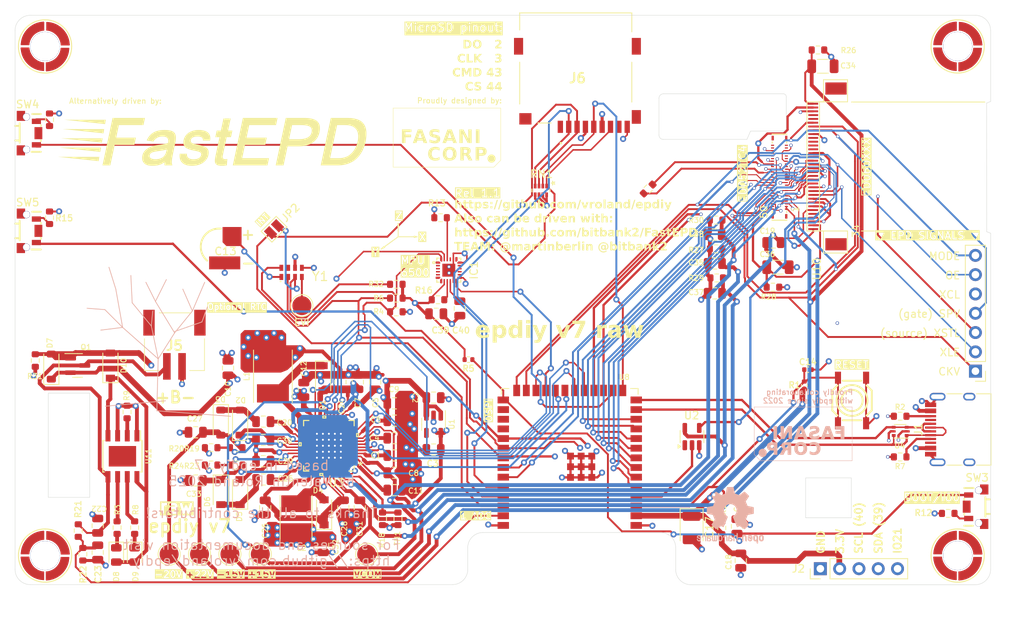
<source format=kicad_pcb>
(kicad_pcb (version 20240108) (generator "pcbnew") (generator_version "8.0")
  (title_block (title "epdiy v7") (date "2023-08-17") (rev "1.1") (comment 1 "Custom modified by Martin Fasani") (comment 2 "Designed by Valentin Roland"))
  (layers (0 "F.Cu" signal) (1 "In1.Cu" power) (2 "In2.Cu" power) (31 "B.Cu" signal) (34 "B.Paste" user) (35 "F.Paste" user) (36 "B.SilkS" user "B.Silkscreen") (37 "F.SilkS" user "F.Silkscreen") (38 "B.Mask" user) (39 "F.Mask" user) (44 "Edge.Cuts" user))
  (net 0 "")
  (net 1 "GND")
  (net 2 "Net-(U3-INT_LDO)")
  (net 3 "/+22V")
  (net 4 "/-20V")
  (net 5 "/-15V")
  (net 6 "/15V")
  (net 7 "/EN")
  (net 8 "/EP_OE")
  (net 9 "/EP_VCOM")
  (net 10 "/EP_MODE")
  (net 11 "Net-(U3-VREF)")
  (net 12 "VDD_RTC")
  (net 13 "Net-(D2-A)")
  (net 14 "EPD_VDD")
  (net 15 "Net-(U3-VEE_DRV)")
  (net 16 "BAT+")
  (net 17 "VBUS")
  (net 18 "Net-(D5-K)")
  (net 19 "Net-(U3-VDDH_DRV)")
  (net 20 "Net-(D4-K)")
  (net 21 "Net-(D5-A)")
  (net 22 "Net-(D2-K)")
  (net 23 "/VNEG_IN")
  (net 24 "Net-(D1-K)")
  (net 25 "Net-(D4-A)")
  (net 26 "Net-(D8-K)")
  (net 27 "Net-(D10-K)")
  (net 28 "Net-(D9-K)")
  (net 29 "Net-(J1-CC1)")
  (net 31 "Net-(J1-CC2)")
  (net 32 "/SDA")
  (net 34 "/SCL")
  (net 35 "/TPS_PWR_GOOD")
  (net 36 "/TPS_nINT")
  (net 37 "/EP_SPV")
  (net 38 "/TPS_WAKEUP")
  (net 39 "/TPS_VCOM_CTRL")
  (net 40 "/TPS_PWRUP")
  (net 41 "VIN")
  (net 43 "/XLE")
  (net 44 "3.3V")
  (net 45 "/ESP_USB-")
  (net 46 "/ESP_USB+")
  (net 47 "/GPIO_1")
  (net 48 "/GPIO_2")
  (net 49 "/GPIO_46")
  (net 50 "/GPIO_37")
  (net 51 "/GPIO_36")
  (net 52 "/GPIO_35")
  (net 54 "/RTC_INT")
  (net 55 "/IO0")
  (net 56 "/CKV")
  (net 57 "/XCL")
  (net 58 "/D0")
  (net 59 "/D1")
  (net 60 "/D2")
  (net 61 "/D3")
  (net 62 "/D4")
  (net 63 "/D5")
  (net 64 "/D6")
  (net 65 "/D7")
  (net 69 "/XSTL")
  (net 70 "Net-(U11-~{STDBY})")
  (net 71 "Net-(U11-~{CHRG})")
  (net 72 "Net-(U11-PROG)")
  (net 73 "Net-(U3-TS)")
  (net 74 "Net-(U3-VEE_FB)")
  (net 75 "Net-(U3-VDDH_FB)")
  (net 82 "/GPIO_3")
  (net 88 "/BRD")
  (net 93 "Net-(IC1-REGOUT)")
  (net 94 "/GPIO_38")
  (net 95 "Net-(Y1-EVI)")
  (net 96 "/SD_CMD")
  (net 97 "/SD_CS")
  (net 105 "/BORDER")
  (net 111 "Net-(CN1-Pad36)")
  (net 119 "/ADD_69")
  (net 120 "IMU_INT")
  (net 127 "Net-(IC1-NCS)")
  (net 134 "Net-(R12-Pad1)")
  (net 135 "Net-(R14-Pad1)")
  (net 136 "Net-(R15-Pad1)")
  (net 154 "unconnected-(J6-CD-Pad9)")
  (net 156 "/XCL_SIG")
  (footprint "Capacitor_SMD:C_0805_2012Metric" (layer "F.Cu") (at 68.88 114.84 -90)
    (property "Reference" "C22")
    (property "Value" "100nF")
  )
  (footprint "LED_SMD:LED_0805_2012Metric" (layer "F.Cu") (at 73.74007 118.6895 -90)
    (property "Reference" "D9")
    (property "Value" "LED RED")
  )
  (footprint "Resistor_SMD:R_0603_1608Metric" (layer "F.Cu") (at 71.43207 115.09 -90)
    (property "Reference" "R3")
    (property "Value" "5.1k")
  )
  (footprint "Resistor_SMD:R_0603_1608Metric" (layer "F.Cu") (at 73.74007 115.09 -90)
    (property "Reference" "R8")
    (property "Value" "2.4k")
  )
  (footprint "LED_SMD:LED_0805_2012Metric" (layer "F.Cu") (at 71.32707 118.6895 -90)
    (property "Reference" "D8")
    (property "Value" "LED GREEN")
  )
  (footprint "Capacitor_SMD:C_0805_2012Metric" (layer "F.Cu") (at 153.515 119.43 90)
    (property "Reference" "C18")
    (property "Value" "1uF")
  )
  (footprint "Capacitor_SMD:C_0805_2012Metric" (layer "F.Cu") (at 107.94207 110.16 180)
    (property "Reference" "C11")
    (property "Value" "4.7uF")
  )
  (footprint "Capacitor_SMD:C_0805_2012Metric" (layer "F.Cu") (at 157.808333 77.575 180)
    (property "Reference" "C19")
    (property "Value" "10uF")
  )
  (footprint "Capacitor_SMD:C_1206_3216Metric" (layer "F.Cu") (at 164.325 54.375)
    (property "Reference" "C34")
    (property "Value" "1uF/50V")
  )
  (footprint "Capacitor_SMD:C_0805_2012Metric" (layer "F.Cu") (at 150.097 80.33 180)
    (property "Reference" "C35")
    (property "Value" "1uF/25V")
  )
  (footprint "Capacitor_SMD:C_1206_3216Metric" (layer "F.Cu") (at 158.408333 80.82)
    (property "Reference" "C36")
    (property "Value" "1uF/50V")
  )
  (footprint "Capacitor_SMD:C_0805_2012Metric" (layer "F.Cu") (at 150.1 84.257 180)
    (property "Reference" "C37")
    (property "Value" "1uF/25V")
  )
  (footprint "Resistor_SMD:R_0603_1608Metric" (layer "F.Cu") (at 106.36327 113.9366 90)
    (property "Reference" "R18")
    (property "Value" "43k")
  )
  (footprint "Resistor_SMD:R_0603_1608Metric" (layer "F.Cu") (at 163.675 52.225)
    (property "Reference" "R26")
    (property "Value" "47k")
  )
  (footprint "Resistor_SMD:R_0603_1608Metric" (layer "F.Cu") (at 150.275 78.4 180)
    (property "Reference" "R27")
    (property "Value" "47k")
  )
  (footprint "Resistor_SMD:R_0603_1608Metric" (layer "F.Cu") (at 157.75 83.45)
    (property "Reference" "R28")
    (property "Value" "47k")
  )
  (footprint "Resistor_SMD:R_0603_1608Metric" (layer "F.Cu") (at 150.35 82.225 180)
    (property "Reference" "R29")
    (property "Value" "47k")
  )
  (footprint "Resistor_SMD:R_0603_1608Metric" (layer "F.Cu") (at 108.39527 113.9366 -90)
    (property "Reference" "TH1")
    (property "Value" "10k/3380K")
  )
  (footprint "Capacitor_SMD:C_0805_2012Metric" (layer "F.Cu") (at 105.40207 95.936 -90)
    (property "Reference" "C5")
    (property "Value" "4.7uF")
  )
  (footprint "Capacitor_Tantalum_SMD:CP_EIA-3528-15_AVX-H" (layer "F.Cu") (at 147.05 115.075 -90)
    (property "Reference" "C17")
    (property "Value" "100uF")
  )
  (footprint "Capacitor_SMD:C_0805_2012Metric" (layer "F.Cu") (at 107.94207 98.73)
    (property "Reference" "C9")
    (property "Value" "10uF")
  )
  (footprint "Resistor_SMD:R_0603_1608Metric" (layer "F.Cu") (at 87.11407 104.572 180)
    (property "Reference" "R19")
    (property "Value" "1M")
  )
  (footprint "Inductor_SMD:L_Taiyo-Yuden_NR-40xx_HandSoldering" (layer "F.Cu") (at 94.98807 113.843 90)
    (property "Reference" "L2")
    (property "Value" "2.2uH")
  )
  (footprint "Inductor_SMD:L_Taiyo-Yuden_NR-50xx_HandSoldering" (layer "F.Cu") (at 91.94007 95.174 90)
    (property "Reference" "L1")
    (property "Value" "4.7uH")
  )
  (footprint "Resistor_SMD:R_0603_1608Metric" (layer "F.Cu") (at 83.81207 106.858 180)
    (property "Reference" "R24")
    (property "Value" "47.5k")
  )
  (footprint "Resistor_SMD:R_0603_1608Metric" (layer "F.Cu") (at 87.11407 106.858 180)
    (property "Reference" "R23")
    (property "Value" "1M")
  )
  (footprint "Resistor_SMD:R_0603_1608Metric" (layer "F.Cu") (at 83.81207 104.572 180)
    (property "Reference" "R20")
    (property "Value" "52.3k")
  )
  (footprint "Capacitor_SMD:C_0805_2012Metric" (layer "F.Cu") (at 98.54407 117.399 90)
    (property "Reference" "C32")
    (property "Value" "10uF")
  )
  (footprint "Capacitor_SMD:C_0805_2012Metric" (layer "F.Cu") (at 103.37007 112.446 90)
    (property "Reference" "C31")
    (property "Value" "4.7uF")
  )
  (footprint "Capacitor_SMD:C_0805_2012Metric" (layer "F.Cu") (at 90.67007 103.556 180)
    (property "Reference" "C30")
    (property "Value" "100nF")
  )
  (footprint "Capacitor_SMD:C_0805_2012Metric" (layer "F.Cu") (at 90.67007 106.35)
    (property "Reference" "C29")
    (property "Value" "100nF")
  )
  (footprint "Capacitor_SMD:C_0805_2012Metric" (layer "F.Cu") (at 153.015 114.93 -90)
    (property "Reference" "C15")
    (property "Value" "22pF")
  )
  (footprint "epaper-breakout:TPS651851RSLR" (layer "F.Cu") (at 99.30607 104.318 180)
    (property "Reference" "U3")
    (property "Value" "TPS651851RSLR" (hide yes))
  )
  (footprint "Capacitor_SMD:C_0805_2012Metric" (layer "F.Cu") (at 107.94207 107.874 180)
    (property "Reference" "C8")
    (property "Value" "4.7uF")
  )
  (footprint "Capacitor_SMD:C_0805_2012Metric" (layer "F.Cu") (at 96.00407 96.952 90)
    (property "Reference" "C12")
    (property "Value" "10uF")
  )
  (footprint "Capacitor_SMD:C_0805_2012Metric" (layer "F.Cu") (at 107.94207 101.016 180)
    (property "Reference" "C6")
    (property "Value" "22uF")
  )
  (footprint "Diode_SMD:D_SOD-123" (layer "F.Cu") (at 85.08207 110.414 -90)
    (property "Reference" "D6")
    (property "Value" "MBR0540")
  )
  (footprint "Diode_SMD:D_SOD-123" (layer "F.Cu") (at 87.62207 110.414 90)
    (property "Reference" "D5")
    (property "Value" "MBR0540")
  )
  (footprint "Diode_SMD:D_SOD-123" (layer "F.Cu") (at 85.08207 101.27 -90)
    (property "Reference" "D3")
    (property "Value" "MBR0540")
  )
  (footprint "Diode_SMD:D_SOD-123" (layer "F.Cu") (at 87.62207 101.27 90)
    (property "Reference" "D2")
    (property "Value" "MBR0540")
  )
  (footprint "Capacitor_SMD:C_0805_2012Metric" (layer "F.Cu") (at 81.78007 102.54)
    (property "Reference" "C27")
    (property "Value" "2.2uF")
  )
  (footprint "Capacitor_SMD:C_0805_2012Metric" (layer "F.Cu") (at 100.83007 95.936 90)
    (property "Reference" "C24")
    (property "Value" "4.7uF")
  )
  (footprint "Capacitor_SMD:C_0805_2012Metric" (layer "F.Cu") (at 107.94207 105.588)
    (property "Reference" "C1")
    (property "Value" "4.7uF")
  )
  (footprint "Capacitor_SMD:C_0805_2012Metric" (layer "F.Cu") (at 90.67007 101.143)
    (property "Reference" "C20")
    (property "Value" "10nF")
  )
  (footprint "Capacitor_SMD:C_0805_2012Metric" (layer "F.Cu") (at 103.11607 95.936 90)
    (property "Reference" "C7")
    (property "Value" "4.7uF")
  )
  (footprint "Capacitor_SMD:C_0805_2012Metric" (layer "F.Cu") (at 90.67007 108.763)
    (property "Reference" "C25")
    (property "Value" "10nF")
  )
  (footprint "Capacitor_SMD:C_0805_2012Metric" (layer "F.Cu") (at 81.78007 108.89 180)
    (property "Reference" "C33")
    (property "Value" "2.2uF")
  )
  (footprint "Capacitor_SMD:C_0805_2012Metric" (layer "F.Cu") (at 107.94207 103.3147 180)
    (property "Reference" "C4")
    (property "Value" "4.7uF")
  )
  (footprint "Capacitor_SMD:C_0805_2012Metric" (layer "F.Cu") (at 101.21107 112.446 90)
    (property "Reference" "C28")
    (property "Value" "4.7uF")
  )
  (footprint "Diode_SMD:D_SOD-123" (layer "F.Cu") (at 98.67107 113.081 90)
    (property "Reference" "D4")
    (property "Value" "MBR0540")
  )
  (footprint "Capacitor_SMD:C_0805_2012Metric" (layer "F.Cu") (at 113.08207 97.99)
    (property "Reference" "C2")
    (property "Value" "10uF")
  )
  (footprint "Capacitor_SMD:C_0805_2012Metric" (layer "F.Cu") (at 150.05 76.521 180)
    (property "Reference" "C38")
    (property "Value" "1uF/25V")
  )
  (footprint "Resistor_SMD:R_0603_1608Metric" (layer "F.Cu") (at 150.275 74.621 180)
    (property "Reference" "R30")
    (property "Value" "100k")
  )
  (footprint "Diode_SMD:D_SOD-123" (layer "F.Cu") (at 98.54407 95.428 -90)
    (property "Reference" "D1")
    (property "Value" "MBR0540")
  )
  (footprint "Capacitor_SMD:C_0805_2012Metric" (layer "F.Cu") (at 86.03207 94.09 -90)
    (property "Reference" "C10")
    (property "Value" "22uF")
  )
  (footprint "Capacitor_SMD:C_0805_2012Metric" (layer "F.Cu") (at 90.92407 112.446 90)
    (property "Reference" "C26")
    (property "Value" "4.7uF")
  )
  (footprint "TestPoint:TestPoint_Pad_D2.5mm" (layer "F.Cu") (at 86.28207 118.59)
    (property "Reference" "TP2" (hide yes))
    (property "Value" "-15V" (hide yes))
  )
  (footprint "TestPoint:TestPoint_Pad_D2.5mm" (layer "F.Cu") (at 78.28207 118.59)
    (property "Reference" "TP3" (hide yes))
    (property "Value" "-20V" (hide yes))
  )
  (footprint "TestPoint:TestPoint_Pad_D2.5mm" (layer "F.Cu") (at 90.28207 118.59)
    (property "Reference" "TP4" (hide yes))
    (property "Value" "+15V" (hide yes))
  )
  (footprint "TestPoint:TestPoint_Pad_D2.5mm" (layer "F.Cu") (at 104.28207 118.59)
    (property "Reference" "TP5" (hide yes))
    (property "Value" "VCOM" (hide yes))
  )
  (footprint "Resistor_SMD:R_0603_1608Metric" (layer "F.Cu") (at 151.015 115.13 -90)
    (property "Reference" "R10")
    (property "Value" "10k")
  )
  (footprint "Resistor_SMD:R_0603_1608Metric" (layer "F.Cu") (at 108.182 86.69 180)
    (property "Reference" "R4")
    (property "Value" "5.1k")
  )
  (footprint "Resistor_SMD:R_0603_1608Metric" (layer "F.Cu") (at 108.182 84.89 180)
    (property "Reference" "R6")
    (property "Value" "5.1k")
  )
  (footprint "TestPoint:TestPoint_Pad_D2.5mm" (layer "F.Cu") (at 82.28207 118.59)
    (property "Reference" "TP1" (hide yes))
    (property "Value" "+22V" (hide yes))
  )
  (footprint "epaper-breakout:TP4056_SOP-8-PP" (layer "F.Cu") (at 72.135 105.7 -90)
    (property "Reference" "U11")
    (property "Value" "TP4056")
  )
  (footprint "Diode_SMD:D_SOD-123" (layer "F.Cu") (at 70.55 93.7645 90)
    (property "Reference" "D10")
    (property "Value" "1N5817")
  )
  (footprint "Resistor_SMD:R_0603_1608Metric" (layer "F.Cu") (at 72.745 99.875 -90)
    (property "Reference" "R9")
    (property "Value" "3.83k")
  )
  (footprint "Package_TO_SOT_SMD:SOT-666" (layer "F.Cu") (at 174.495 102.4225 180)
    (property "Reference" "U4")
    (property "Value" "USBLC6-2P6")
  )
  (footprint "footprints:CONN-SMD_50P-P0.35_WP27D-S050VA3" (layer "F.Cu") (at 158.61 68.975 90)
    (property "Reference" "CN1" (hide yes))
    (property "Value" "WP27D-S050VA3-R15000")
  )
  (footprint "footprints:RV3032C7" (layer "F.Cu") (at 94.4 81.5)
    (property "Reference" "Y1")
    (property "Value" "RV-3032-C7" (hide yes))
  )
  (footprint "Package_TO_SOT_SMD:SOT-23" (layer "F.Cu") (at 66.225 93.75)
    (property "Reference" "Q1")
    (property "Value" "AO3401A")
  )
  (footprint "TestPoint:TestPoint_Pad_D2.5mm" (layer "F.Cu") (at 95.75 85.875)
    (property "Reference" "TP6" (hide yes))
    (property "Value" "EVI")
  )
  (footprint "Capacitor_SMD:C_0805_2012Metric" (layer "F.Cu") (at 68.88 118.36 90)
    (property "Reference" "C23")
    (property "Value" "100nF")
  )
  (footprint "Resistor_SMD:R_0603_1608Metric" (layer "F.Cu") (at 114.005 74.305 180)
    (property "Reference" "R13")
    (property "Value" "10k")
  )
  (footprint "footprints:C9900013866_SUPERCAP-TH_XH414HG" (layer "F.Cu") (at 86.062656 78.237)
    (property "Reference" "C13")
    (property "Value" "superCAP")
  )
  (footprint "Capacitor_SMD:C_0805_2012Metric" (layer "F.Cu") (at 113.43 86.95 180)
    (property "Reference" "C39")
    (property "Value" "1uF")
  )
  (footprint "Resistor_SMD:R_0603_1608Metric" (layer "F.Cu") (at 113.67 85.1 180)
    (property "Reference" "R16")
    (property "Value" "10k")
  )
  (footprint "Connector_PinHeader_2.54mm:PinHeader_1x07_P2.54mm_Vertical" (layer "F.Cu") (at 184.4 94.5 180)
    (property "Reference" "J3" (hide yes))
    (property "Value" "SIGNALS_HEADER")
  )
  (footprint "Resistor_SMD:R_0603_1608Metric" (layer "F.Cu") (at 174.495 105.785 180)
    (property "Reference" "R7")
    (property "Value" "5.1k")
  )
  (footprint "Connector_PinHeader_2.54mm:PinHeader_1x05_P2.54mm_Vertical" (layer "F.Cu") (at 163.99 120.5 90)
    (property "Reference" "J2")
    (property "Value" "EXTENSION_HEADER")
  )
  (footprint "Resistor_SMD:R_0603_1608Metric" (layer "F.Cu") (at 60.665 93.1 -90)
    (property "Reference" "R31")
    (property "Value" "100k")
  )
  (footprint "Capacitor_SMD:C_0805_2012Metric" (layer "F.Cu") (at 116.54 86.24 -90)
    (property "Reference" "C40")
    (property "Value" "100nF")
  )
  (footprint "Resistor_SMD:R_0603_1608Metric" (layer "F.Cu") (at 180.82 113.22 180)
    (property "Reference" "R12")
    (property "Value" "1k")
  )
  (footprint "Package_TO_SOT_SMD:TSOT-23-5" (layer "F.Cu") (at 113.08207 101.49 -90)
    (property "Reference" "U1")
    (property "Value" "RT9080-33GJ5")
  )
  (footprint "footprints:C50278_IMU_QFN-24_L3.0-W3.0-P0.40-BL-EP" (layer "F.Cu") (at 115.09 81.21 -90)
    (property "Reference" "IC1")
    (property "Value" "MPU-6500" (hide yes))
  )
  (footprint "footprints:C2916320_SMTSO2015CTJ" (layer "F.Cu") (at 61.95 118.77)
    (property "Reference" "H3" (hide yes))
    (property "Value" "MountingHole")
  )
  (footprint "footprints:RESN_F392JTCE_UNR_SD-pullup" (layer "F.Cu") (at 127.21 70.72 -90)
    (property "Reference" "RN1")
    (property "Value" "R_Pack04" (hide yes))
  )
  (footprint "Jumper:SolderJumper-2_P1.3mm_Open_Pad1.0x1.5mm" (layer "F.Cu") (at 92.090381 75.819619 -135)
    (property "Reference" "JP2")
    (property "Value" "RTCINT_GPIO2")
  )
  (footprint "Capacitor_SMD:C_0402_1005Metric" (layer "F.Cu") (at 162.355 94.3 180)
    (property "Reference" "C14")
    (property "Value" "1uF")
  )
  (footprint "Resistor_SMD:R_0603_1608Metric" (layer "F.Cu") (at 108.18 83.07)
    (property "Reference" "R32")
    (property "Value" "10k")
  )
  (footprint "footprints:S2BPHSM4TBLFSN" (layer "F.Cu") (at 78.98 90.62)
    (property "Reference" "J5")
    (property "Value" "S2B-PH-SM4-TB_LF__SN_" (hide yes))
  )
  (footprint "footprints:C5143621_KEY-SMD_TS24ZJ" (layer "F.Cu") (at 59.82 76.04 90)
    (property "Reference" "SW5")
    (property "Value" "K2-1806SQ-A2DW-04")
  )
  (footprint "Capacitor_SMD:C_0805_2012Metric" (layer "F.Cu") (at 113.08207 104.81)
    (property "Reference" "C3")
    (property "Value" "10uF")
  )
  (footprint "Resistor_SMD:R_0603_1608Metric" (layer "F.Cu") (at 174.495 100.435 180)
    (property "Reference" "R2")
    (property "Value" "5.1k")
  )
  (footprint "Package_TO_SOT_SMD:SOT-23-5" (layer "F.Cu") (at 147.1 103.1125 90)
    (property "Reference" "U2")
    (property "Value" "74LVC1G34")
  )
  (footprint "Espressif:ESP32-S3-WROOM-1" (layer "F.Cu") (at 131.00707 106.54 180)
    (property "Reference" "U8")
    (property "Value" "ESP32-S3-WROOM-1")
  )
  (footprint "Resistor_SMD:R_0603_1608Metric" (layer "F.Cu") (at 66.92 118.595 -90)
    (property "Reference" "R22")
    (property "Value" "150k")
  )
  (footprint "Resistor_SMD:R_0402_1005Metric" (layer "F.Cu") (at 117.68 92.98 180)
    (property "Reference" "R5")
    (property "Value" "10k")
  )
  (footprint "footprints:C5143621_KEY-SMD_TS24ZJ" (layer "F.Cu") (at 59.82 63.18 90)
    (property "Reference" "SW4")
    (property "Value" "K2-1806SQ-A2DW-04")
  )
  (footprint "Resistor_SMD:R_0402_1005Metric" (layer "F.Cu") (at 161.875 96.375 -90)
    (property "Reference" "R1")
    (property "Value" "10k")
  )
  (footprint "footprints:C5143621_KEY-SMD_TS24ZJ" (layer "F.Cu") (at 184.5025 112.33 -90)
    (property "Reference" "SW3")
    (property "Value" "K2-1806SQ-A2DW-04")
  )
  (footprint "Resistor_SMD:R_0603_1608Metric" (layer "F.Cu") (at 141.325 70.525 45)
    (property "Reference" "R11" (hide yes))
    (property "Value" "10K")
  )
  (footprint "Resistor_SMD:R_0603_1608Metric" (layer "F.Cu") (at 66.32 115.48 -90)
    (property "Reference" "R21")
    (property "Value" "680k")
  )
  (footprint "footprints:C2916320_SMTSO2015CTJ" (layer "F.Cu") (at 182.06 118.77)
    (property "Reference" "H4" (hide yes))
    (property "Value" "MountingHole")
  )
  (footprint "Connector_USB:USB_C_Receptacle_HRO_TYPE-C-31-M-12" (layer "F.Cu") (at 182.545 102.175 90)
    (property "Reference" "J1")
    (property "Value" "USB_C_Receptacle_USB2.0")
  )
  (footprint "footprints:C2916320_SMTSO2015CTJ" (layer "F.Cu") (at 182.06 51.76)
    (property "Reference" "H2" (hide yes))
    (property "Value" "MountingHole")
  )
  (footprint "Resistor_SMD:R_0603_1608Metric" (layer "F.Cu") (at 62.54 61.41 90)
    (property "Reference" "R14" (hide yes))
    (property "Value" "10K")
  )
  (footprint "footprints:C2916320_SMTSO2015CTJ" (layer "F.Cu") (at 61.95 51.76)
    (property "Reference" "H1" (hide yes))
    (property "Value" "MountingHole")
  )
  (footprint "Diode_SMD:D_SOD-123" (layer "F.Cu") (at 62.775 93.9 90)
    (property "Reference" "D7")
    (property "Value" "MBR0540")
  )
  (footprint "footprints:MicroSD_THD252811SDGF" (layer "F.Cu") (at 131.795 54.59 180)
    (property "Reference" "J6")
    (property "Value" "THD2528-11SD-GF" (hide yes))
  )
  (footprint "footprints:X05A20H34G" (layer "F.Cu") (at 163.05 67.55 90)
    (property "Reference" "U10")
    (property "Value" "ED060XC5")
  )
  (footprint "Resistor_SMD:R_0603_1608Metric" (layer "F.Cu") (at 62.54 74.31 90)
    (property "Reference" "R15")
    (property "Value" "10K")
  )
  (footprint "footprints:C2845289_SW-SMD_4P-L5.2-W5.2-P3.70-LS6.4" (layer "F.Cu") (at 168.16 98.36 -90)
    (property "Reference" "SW1" (hide yes))
    (property "Value" "TC-0522C-1.7-160G")
  )
  (footprint "Symbol:OSHW-Logo2_9.8x8mm_SilkScreen" (layer "B.Cu") (at 152.13807 113.462 180)
    (property "Reference" "REF**" (hide yes))
    (property "Value" "OSHW-Logo2_9.8x8mm_SilkScreen" (hide yes))
  )
  (gr_line (start 78.999998 89.460006) (end 76.48 85.32001) (stroke (width 0.1)) (layer "B.SilkS"))
  (gr_poly (pts (xy 160.126862 105.478821) (xy 159.71569 105.478821) (xy 159.71569 104.875409) (xy 159.59928 104.875409) (xy 159.586373 104.875596) (xy 159.573815 104.87616) (xy 159.561609 104.877098) (xy 159.549752 104.878413) (xy 159.538247 104.880102) (xy 159.527091 104.882168) (xy 159.516286 104.884608) (xy 159.505832 104.887424) (xy 159.495728 104.890616) (xy 159.485974 104.894183) (xy 159.476571 104.898125) (xy 159.467518 104.902443) (xy 159.458815 104.907136) (xy 159.450464 104.912205) (xy 159.442462 104.917648) (xy 159.434811 104.923468) (xy 159.427227 104.929597) (xy 159.419692 104.936234) (xy 159.412208 104.943381) (xy 159.404774 104.951036) (xy 159.39739 104.959201) (xy 159.390056 104.967875) (xy 159.382772 104.977057) (xy 159.375538 104.986748) (xy 159.368354 104.996948) (xy 159.36122 105.007658) (xy 159.354137 105.018876) (xy 159.347103 105.030602) (xy 159.340119 105.042838) (xy 159.333186 105.055583) (xy 159.326302 105.068836) (xy 159.319469 105.082599) (xy 159.125097 105.478821) (xy 158.687225 105.478821) (xy 158.910433 105.025995) (xy 158.925985 104.995807) (xy 158.941671 104.967188) (xy 158.957491 104.940138) (xy 158.96545 104.927201) (xy 158.973443 104.914657) (xy 158.98147 104.902504) (xy 158.98953 104.890744) (xy 158.997623 104.879376) (xy 159.00575 104.8684) (xy 159.01391 104.857816) (xy 159.022103 104.847625) (xy 159.03033 104.837825) (xy 159.03859 104.828418) (xy 159.046842 104.819411) (xy 159.055311 104.810813) (xy 159.063996 104.802623) (xy 159.072899 104.794843) (xy 159.082019 104.787471) (xy 159.091355 104.780509) (xy 159.100908 104.773955) (xy 159.110679 104.76781) (xy 159.120666 104.762074) (xy 159.13087 104.756746) (xy 159.141291 104.751828) (xy 159.151929 104.747318) (xy 159.162784 104.743217) (xy 159.173856 104.739525) (xy 159.185145 104.736242) (xy 159.196651 104.733368) (xy 159.159535 104.720506) (xy 159.124813 104.70595) (xy 159.092485 104.689701) (xy 159.062553 104.671758) (xy 159.048485 104.662152) (xy 159.035015 104.652122) (xy 159.022144 104.641668) (xy 159.009871 104.630792) (xy 158.998198 104.619491) (xy 158.987123 104.607768) (xy 158.976646 104.595621) (xy 158.966768 104.58305) (xy 158.957489 104.570056) (xy 158.948809 104.556639) (xy 158.940727 104.542798) (xy 158.933244 104.528534) (xy 158.926359 104.513846) (xy 158.920074 104.498735) (xy 158.914386 104.483201) (xy 158.909298 104.467243) (xy 158.900917 104.434056) (xy 158.89493 104.399176) (xy 158.893558 104.385205) (xy 159.301313 104.385205) (xy 159.301525 104.398205) (xy 159.302164 104.41077) (xy 159.303227 104.422902) (xy 159.304717 104.4346) (xy 159.306632 104.445864) (xy 159.308972 104.456694) (xy 159.311738 104.46709) (xy 159.314929 104.477052) (xy 159.318546 104.48658) (xy 159.322589 104.495675) (xy 159.327057 104.504335) (xy 159.33195 104.512562) (xy 159.337269 104.520355) (xy 159.343014 104.527714) (xy 159.349184 104.53464) (xy 159.35578 104.541131) (xy 159.362767 104.54721) (xy 159.370381 104.552896) (xy 159.37862 104.558191) (xy 159.387485 104.563093) (xy 159.396976 104.567602) (xy 159.407093 104.57172) (xy 159.417835 104.575445) (xy 159.429203 104.578779) (xy 159.441197 104.58172) (xy 159.453817 104.584268) (xy 159.467062 104.586425) (xy 159.480934 104.58819) (xy 159.495431 104.589562) (xy 159.510553 104.590542) (xy 159.526302 104.591131) (xy 159.542676 104.591327) (xy 159.715689 104.591327) (xy 159.715689 104.182293) (xy 159.542676 104.182293) (xy 159.527445 104.182473) (xy 159.512723 104.183011) (xy 159.498509 104.183908) (xy 159.484805 104.185164) (xy 159.47161 104.186778) (xy 159.458923 104.188751) (xy 159.446746 104.191083) (xy 159.435077 104.193774) (xy 159.423918 104.196824) (xy 159.413267 104.200232) (xy 159.403126 104.203999) (xy 159.393493 104.208125) (xy 159.384369 104.21261) (xy 159.375754 104.217453) (xy 159.367649 104.222655) (xy 159.360052 104.228216) (xy 159.352939 104.234086) (xy 159.346285 104.240481) (xy 159.34009 104.247401) (xy 159.334354 104.254848) (xy 159.329076 104.26282) (xy 159.324258 104.271318) (xy 159.319898 104.280341) (xy 159.315998 104.289891) (xy 159.312556 104.299966) (xy 159.309573 104.310567) (xy 159.307049 104.321693) (xy 159.304984 104.333345) (xy 159.303378 104.345523) (xy 159.302231 104.358227) (xy 159.301542 104.371456) (xy 159.301313 104.385211) (xy 159.301313 104.385205) (xy 158.893558 104.385205) (xy 158.891338 104.362602) (xy 158.890141 104.324334) (xy 158.890141 104.324328) (xy 158.890258 104.311484) (xy 158.890608 104.298848) (xy 158.891193 104.28642) (xy 158.89201 104.274201) (xy 158.893061 104.262191) (xy 158.894346 104.250389) (xy 158.895865 104.238795) (xy 158.897617 104.227411) (xy 158.899603 104.216234) (xy 158.901822 104.205267) (xy 158.904275 104.194508) (xy 158.906962 104.183957) (xy 158.909882 104.173616) (xy 158.913036 104.163482) (xy 158.916424 104.153557) (xy 158.920045 104.143841) (xy 158.923803 104.134168) (xy 158.927871 104.124636) (xy 158.932247 104.115245) (xy 158.936932 104.105997) (xy 158.941926 104.09689) (xy 158.947228 104.087925) (xy 158.952839 104.079102) (xy 158.958759 104.070421) (xy 158.964988 104.061881) (xy 158.971525 104.053483) (xy 158.978371 104.045227) (xy 158.985525 104.037113) (xy 158.992989 104.02914) (xy 159.000761 104.021309) (xy 159.008841 104.01362) (xy 159.017231 104.006073) (xy 159.025979 103.998709) (xy 159.035136 103.991571) (xy 159.044702 103.984658) (xy 159.054677 103.97797) (xy 159.06506 103.971508) (xy 159.075853 103.965272) (xy 159.087054 103.95926) (xy 159.098664 103.953474) (xy 159.110683 103.947913) (xy 159.123111 103.942578) (xy 159.135948 103.937468) (xy 159.149193 103.932583) (xy 159.162847 103.927923) (xy 159.17691 103.923489) (xy 159.191382 103.919279) (xy 159.206263 103.915295) (xy 159.237235 103.908036) (xy 159.269808 103.901745) (xy 159.303984 103.896422) (xy 159.339761 103.892067) (xy 159.37714 103.88868) (xy 159.416121 103.886261) (xy 159.456705 103.88481) (xy 159.49889 103.884326) (xy 160.126862 103.884326)) (stroke (width 0.058916)) (fill solid) (layer "B.SilkS"))
  (gr_poly (pts (xy 159.173395 102.886023) (xy 159.768475 101.763806) (xy 160.239717 101.763806) (xy 160.239717 103.4) (xy 159.83971 103.4) (xy 159.83971 102.277783) (xy 159.24463 103.4) (xy 158.773387 103.4) (xy 158.773387 101.763806) (xy 159.173395 101.763806)) (stroke (width 0.058916)) (fill solid) (layer "B.SilkS"))
  (gr_line (start 81.339996 86.580009) (end 82.959994 82.800012) (stroke (width 0.1)) (layer "B.SilkS"))
  (gr_line (start 71.260005 83.700011) (end 70.360006 80.820014) (stroke (width 0.1)) (layer "B.SilkS"))
  (gr_line (start 75.940001 88.560007) (end 73.420003 85.50001) (stroke (width 0.1)) (layer "B.SilkS"))
  (gr_poly (pts (xy 161.452425 103.856354) (xy 161.498423 103.85892) (xy 161.543136 103.863196) (xy 161.586565 103.869183) (xy 161.628708 103.87688) (xy 161.669567 103.886287) (xy 161.709141 103.897405) (xy 161.747429 103.910233) (xy 161.784433 103.924772) (xy 161.820152 103.941021) (xy 161.854586 103.95898) (xy 161.887735 103.97865) (xy 161.919599 104.00003) (xy 161.950179 104.02312) (xy 161.979473 104.047921) (xy 162.007482 104.074432) (xy 162.033865 104.102341) (xy 162.058545 104.131602) (xy 162.081524 104.162215) (xy 162.1028 104.194179) (xy 162.122374 104.227494) (xy 162.140246 104.262162) (xy 162.156416 104.298181) (xy 162.170883 104.335551) (xy 162.183649 104.374274) (xy 162.194713 104.414348) (xy 162.204074 104.455773) (xy 162.211734 104.498551) (xy 162.217691 104.54268) (xy 162.221946 104.588161) (xy 162.224499 104.634994) (xy 162.225351 104.683178) (xy 162.224499 104.731363) (xy 162.221946 104.778196) (xy 162.217691 104.823677) (xy 162.211734 104.867806) (xy 162.204074 104.910584) (xy 162.194713 104.952009) (xy 162.183649 104.992083) (xy 162.170883 105.030806) (xy 162.156416 105.068176) (xy 162.140246 105.104195) (xy 162.122374 105.138863) (xy 162.1028 105.172178) (xy 162.081524 105.204142) (xy 162.058545 105.234755) (xy 162.033865 105.264016) (xy 162.007482 105.291925) (xy 161.979473 105.318307) (xy 161.950179 105.342987) (xy 161.919599 105.365966) (xy 161.887735 105.387242) (xy 161.854586 105.406815) (xy 161.820152 105.424687) (xy 161.784433 105.440857) (xy 161.747429 105.455324) (xy 161.709141 105.46809) (xy 161.669567 105.479153) (xy 161.628708 105.488514) (xy 161.586565 105.496174) (xy 161.543136 105.502131) (xy 161.498423 105.506386) (xy 161.452425 105.508939) (xy 161.405142 105.50979) (xy 161.357863 105.508939) (xy 161.311877 105.506386) (xy 161.267185 105.502131) (xy 161.223786 105.496174) (xy 161.18168 105.488514) (xy 161.140867 105.479153) (xy 161.101348 105.46809) (xy 161.063121 105.455324) (xy 161.026188 105.440857) (xy 160.990549 105.424687) (xy 160.956202 105.406815) (xy 160.923149 105.387242) (xy 160.891389 105.365966) (xy 160.860923 105.342987) (xy 160.831749 105.318307) (xy 160.803869 105.291925) (xy 160.777357 105.264016) (xy 160.752556 105.234755) (xy 160.729465 105.204142) (xy 160.708085 105.172178) (xy 160.688415 105.138863) (xy 160.670455 105.104195) (xy 160.654206 105.068176) (xy 160.639667 105.030806) (xy 160.626839 104.992083) (xy 160.615721 104.952009) (xy 160.606314 104.910584) (xy 160.598617 104.867806) (xy 160.59263 104.823677) (xy 160.588354 104.778196) (xy 160.585788 104.731363) (xy 160.584933 104.683178) (xy 160.584933 104.683172) (xy 161.008921 104.683172) (xy 161.009288 104.711941) (xy 161.01039 104.740043) (xy 161.012225 104.767477) (xy 161.014795 104.794243) (xy 161.018099 104.820343) (xy 161.022137 104.845774) (xy 161.02691 104.870538) (xy 161.032417 104.894635) (xy 161.032416 104.894629) (xy 161.035445 104.906293) (xy 161.038657 104.91779) (xy 161.042053 104.92912) (xy 161.045632 104.940284) (xy 161.049395 104.95128) (xy 161.053342 104.96211) (xy 161.057472 104.972774) (xy 161.061786 104.98327) (xy 161.066283 104.9936) (xy 161.070964 105.003762) (xy 161.075828 105.013758) (xy 161.080876 105.023588) (xy 161.086107 105.03325) (xy 161.091522 105.042746) (xy 161.09712 105.052074) (xy 161.102903 105.061236) (xy 161.108893 105.070056) (xy 161.115117 105.078625) (xy 161.121575 105.086944) (xy 161.128267 105.095012) (xy 161.135192 105.102831) (xy 161.142351 105.110398) (xy 161.149743 105.117716) (xy 161.157369 105.124783) (xy 161.165229 105.1316) (xy 161.173322 105.138166) (xy 161.181649 105.144483) (xy 161.19021 105.150548) (xy 161.199004 105.156364) (xy 161.208032 105.161929) (xy 161.217293 105.167244) (xy 161.226788 105.172308) (xy 161.236496 105.177093) (xy 161.246395 105.181569) (xy 161.256487 105.185737) (xy 161.26677 105.189596) (xy 161.277246 105.193146) (xy 161.287913 105.196387) (xy 161.298772 105.19932) (xy 161.309823 105.201944) (xy 161.321066 105.204259) (xy 161.332501 105.206266) (xy 161.344128 105.207963) (xy 161.355947 105.209353) (xy 161.367957 105.210433) (xy 161.38016 105.211205) (xy 161.392554 105.211668) (xy 161.40514 105.211822) (xy 161.429453 105.211259) (xy 161.452999 105.209569) (xy 161.475777 105.206754) (xy 161.497788 105.202811) (xy 161.51903 105.197742) (xy 161.539506 105.191547) (xy 161.549455 105.188027) (xy 161.559213 105.184226) (xy 161.568779 105.180143) (xy 161.578153 105.175778) (xy 161.587335 105.171132) (xy 161.596326 105.166204) (xy 161.605124 105.160994) (xy 161.61373 105.155503) (xy 161.622145 105.14973) (xy 161.630367 105.143676) (xy 161.638398 105.13734) (xy 161.646237 105.130723) (xy 161.653884 105.123823) (xy 161.661339 105.116643) (xy 161.668602 105.10918) (xy 161.675673 105.101437) (xy 161.68924 105.085104) (xy 161.702039 105.067645) (xy 161.713937 105.049247) (xy 161.725067 105.030099) (xy 161.73543 105.0102) (xy 161.745025 104.989549) (xy 161.753853 104.968148) (xy 161.761913 104.945996) (xy 161.769205 104.923093) (xy 161.77573 104.899439) (xy 161.781487 104.875034) (xy 161.786476 104.849878) (xy 161.790698 104.823971) (xy 161.794152 104.797314) (xy 161.796839 104.769905) (xy 161.798758 104.741745) (xy 161.799909 104.712834) (xy 161.800293 104.683172) (xy 161.799659 104.64456) (xy 161.797757 104.607215) (xy 161.79633 104.589018) (xy 161.794586 104.571137) (xy 161.792525 104.553574) (xy 161.790148 104.536328) (xy 161.787453 104.519399) (xy 161.784441 104.502786) (xy 161.781111 104.486491) (xy 161.777465 104.470513) (xy 161.773502 104.454852) (xy 161.769222 104.439508) (xy 161.764625 104.424481) (xy 161.75971 104.409771) (xy 161.754445 104.395404) (xy 161.748797 104.381403) (xy 161.742764 104.36777) (xy 161.736348 104.354503) (xy 161.729548 104.341604) (xy 161.722364 104.329072) (xy 161.714797 104.316907) (xy 161.706845 104.305109) (xy 161.69851 104.293678) (xy 161.689791 104.282615) (xy 161.680688 104.271918) (xy 161.671202 104.261589) (xy 161.661331 104.251627) (xy 161.651077 104.242032) (xy 161.640439 104.232804) (xy 161.629417 104.223944) (xy 161.617903 104.215408) (xy 161.606055 104.207423) (xy 161.593873 104.199989) (xy 161.581358 104.193106) (xy 161.568509 104.186773) (xy 161.555326 104.18099) (xy 161.541809 104.175759) (xy 161.527959 104.171077) (xy 161.513775 104.166947) (xy 161.499257 104.163367) (xy 161.484405 104.160338) (xy 161.46922 104.15786) (xy 161.453701 104.155933) (xy 161.437848 104.154556) (xy 161.421661 104.15373) (xy 161.405141 104.153454) (xy 161.392555 104.153609) (xy 161.38016 104.154072) (xy 161.367958 104.154844) (xy 161.355947 104.155924) (xy 161.344129 104.157313) (xy 161.332502 104.159011) (xy 161.321067 104.161018) (xy 161.309824 104.163333) (xy 161.298773 104.165957) (xy 161.287914 104.16889) (xy 161.277246 104.172131) (xy 161.266771 104.175681) (xy 161.256488 104.17954) (xy 161.246396 104.183707) (xy 161.236496 104.188184) (xy 161.226789 104.192968) (xy 161.217294 104.198038) (xy 161.208032 104.203366) (xy 161.199005 104.208953) (xy 161.19021 104.214798) (xy 161.18165 104.220902) (xy 161.173323 104.227264) (xy 161.16523 104.233885) (xy 161.15737 104.240764) (xy 161.149744 104.247902) (xy 161.142352 104.255299) (xy 161.135193 104.262954) (xy 161.128268 104.270868) (xy 161.121576 104.27904) (xy 161.115118 104.287471) (xy 161.108894 104.29616) (xy 161.102903 104.305108) (xy 161.097121 104.314144) (xy 161.091523 104.323363) (xy 161.086108 104.332766) (xy 161.080876 104.342352) (xy 161.075829 104.352122) (xy 161.070964 104.362076) (xy 161.066284 104.372213) (xy 161.061786 104.382534) (xy 161.057473 104.393038) (xy 161.053343 104.403726) (xy 161.045633 104.425653) (xy 161.038658 104.448315) (xy 161.032417 104.47171) (xy 161.02691 104.495806) (xy 161.022137 104.52057) (xy 161.018099 104.546002) (xy 161.014795 104.572101) (xy 161.012225 104.598868) (xy 161.01039 104.626302) (xy 161.009288 104.654404) (xy 161.008921 104.683172) (xy 160.584933 104.683172) (xy 160.585784 104.634865) (xy 160.588337 104.587912) (xy 160.592592 104.542318) (xy 160.59855 104.498085) (xy 160.606209 104.455212) (xy 160.615571 104.413698) (xy 160.626634 104.373545) (xy 160.6394 104.334752) (xy 160.653868 104.297318) (xy 160.670038 104.261245) (xy 160.68791 104.226531) (xy 160.707484 104.193178) (xy 160.72876 104.161184) (xy 160.751738 104.130551) (xy 160.776419 104.101278) (xy 160.802801 104.073364) (xy 160.830685 104.046982) (xy 160.859871 104.022301) (xy 160.890359 103.999323) (xy 160.922148 103.978047) (xy 160.955239 103.958473) (xy 160.989631 103.940602) (xy 161.025325 103.924432) (xy 161.06232 103.909965) (xy 161.100617 103.897199) (xy 161.140216 103.886136) (xy 161.181116 103.876774) (xy 161.223318 103.869115) (xy 161.266822 103.863158) (xy 161.311627 103.858903) (xy 161.357734 103.85635) (xy 161.405142 103.855499)) (stroke (width 0.058916)) (fill solid) (layer "B.SilkS"))
  (gr_line (start 82.599995 88.020007) (end 83.319994 86.040009) (stroke (width 0.1)) (layer "B.SilkS"))
  (gr_line (start 72.160004 88.740007) (end 71.260005 83.700011) (stroke (width 0.1)) (layer "B.SilkS"))
  (gr_line (start 78.999998 89.280006) (end 82.599995 88.020007) (stroke (width 0.1)) (layer "B.SilkS"))
  (gr_line (start 76.66 99.719996) (end 76.84 92.880003) (stroke (width 0.1)) (layer "B.SilkS"))
  (gr_line (start 72.160004 88.740007) (end 69.280007 89.100006) (stroke (width 0.1)) (layer "B.SilkS"))
  (gr_line (start 168.167857 99.216126) (end 168.167857 106.282196) (stroke (width 0.052916)) (layer "B.SilkS"))
  (gr_line (start 73.420003 85.50001) (end 73.240003 81.900013) (stroke (width 0.1)) (layer "B.SilkS"))
  (gr_line (start 76.84 92.880003) (end 72.160004 88.740007) (stroke (width 0.1)) (layer "B.SilkS"))
  (gr_poly (pts (xy 165.808099 103.4) (xy 165.383981 103.4) (xy 165.279869 103.101911) (xy 164.62013 103.101911) (xy 164.517115 103.4) (xy 164.092997 103.4) (xy 164.315849 102.79834) (xy 164.726434 102.79834) (xy 165.174662 102.79834) (xy 164.95 102.14737) (xy 164.726434 102.79834) (xy 164.315849 102.79834) (xy 164.699036 101.763806) (xy 165.202059 101.763806)) (stroke (width 0.058916)) (fill solid) (layer "B.SilkS"))
  (gr_line (start 155.287856 105.450647) (end 155.287856 99.216126) (stroke (width 0.052916)) (layer "B.SilkS"))
  (gr_line (start 81.339996 86.580009) (end 80.079997 83.700011) (stroke (width 0.1)) (layer "B.SilkS"))
  (gr_poly (pts (xy 167.116635 103.4) (xy 166.694709 103.4) (xy 166.694709 102.706287) (xy 166.020723 102.706287) (xy 166.020723 102.387378) (xy 166.694709 102.387378) (xy 166.694709 102.082715) (xy 165.977983 102.082715) (xy 165.977983 101.763806) (xy 167.116635 101.763806)) (stroke (width 0.058916)) (fill solid) (layer "B.SilkS"))
  (gr_poly (pts (xy 162.266076 103.4) (xy 161.841958 103.4) (xy 161.737847 103.101911) (xy 161.078108 103.101911) (xy 160.975092 103.4) (xy 160.550974 103.4) (xy 160.773826 102.79834) (xy 161.184411 102.79834) (xy 161.632639 102.79834) (xy 161.407977 102.14737) (xy 161.184411 102.79834) (xy 160.773826 102.79834) (xy 161.157013 101.763806) (xy 161.660037 101.763806)) (stroke (width 0.058916)) (fill solid) (layer "B.SilkS"))
  (gr_poly (pts (xy 156.420923 104.767645) (xy 156.445093 104.76953) (xy 156.468912 104.772635) (xy 156.49235 104.776928) (xy 156.515376 104.782378) (xy 156.537962 104.788956) (xy 156.560076 104.796631) (xy 156.581689 104.805371) (xy 156.602772 104.815146) (xy 156.623293 104.825926) (xy 156.643225 104.83768) (xy 156.662535 104.850377) (xy 156.681195 104.863987) (xy 156.699175 104.878479) (xy 156.716444 104.893821) (xy 156.732973 104.909984) (xy 156.748733 104.926937) (xy 156.763692 104.944649) (xy 156.777821 104.96309) (xy 156.79109 104.982229) (xy 156.80347 105.002034) (xy 156.81493 105.022476) (xy 156.825441 105.043524) (xy 156.834972 105.065147) (xy 156.843494 105.087315) (xy 156.850976 105.109996) (xy 156.85739 105.133161) (xy 156.862704 105.156778) (xy 156.86689 105.180817) (xy 156.869917 105.205247) (xy 156.871755 105.230037) (xy 156.872374 105.255157) (xy 156.871755 105.280277) (xy 156.869917 105.305068) (xy 156.86689 105.329498) (xy 156.862704 105.353537) (xy 156.85739 105.377154) (xy 156.850976 105.400318) (xy 156.843493 105.422999) (xy 156.834971 105.445167) (xy 156.82544 105.46679) (xy 156.814929 105.487838) (xy 156.803469 105.50828) (xy 156.791089 105.528086) (xy 156.77782 105.547224) (xy 156.763691 105.565665) (xy 156.748731 105.583377) (xy 156.732972 105.60033) (xy 156.716443 105.616493) (xy 156.699173 105.631836) (xy 156.681194 105.646327) (xy 156.662533 105.659937) (xy 156.643223 105.672634) (xy 156.623292 105.684388) (xy 156.60277 105.695168) (xy 156.581687 105.704944) (xy 156.560074 105.713684) (xy 156.537959 105.721358) (xy 156.515374 105.727936) (xy 156.492347 105.733387) (xy 156.468909 105.73768) (xy 156.44509 105.740784) (xy 156.420919 105.742669) (xy 156.396427 105.743304) (xy 156.371935 105.742669) (xy 156.347765 105.740784) (xy 156.323946 105.73768) (xy 156.300508 105.733387) (xy 156.277482 105.727936) (xy 156.254896 105.721358) (xy 156.232782 105.713684) (xy 156.211169 105.704944) (xy 156.190086 105.695168) (xy 156.169564 105.684388) (xy 156.149633 105.672634) (xy 156.130323 105.659937) (xy 156.111663 105.646327) (xy 156.093683 105.631836) (xy 156.076414 105.616493) (xy 156.059884 105.60033) (xy 156.044125 105.583377) (xy 156.029166 105.565665) (xy 156.015037 105.547224) (xy 156.001767 105.528086) (xy 155.989388 105.50828) (xy 155.977928 105.487838) (xy 155.967417 105.46679) (xy 155.957886 105.445167) (xy 155.949364 105.422999) (xy 155.941881 105.400318) (xy 155.935468 105.377154) (xy 155.930153 105.353537) (xy 155.925968 105.329498) (xy 155.922941 105.305068) (xy 155.921103 105.280277) (xy 155.920484 105.255157) (xy 155.921103 105.230037) (xy 155.922941 105.205247) (xy 155.925968 105.180817) (xy 155.930154 105.156778) (xy 155.935468 105.133161) (xy 155.941882 105.109996) (xy 155.949365 105.087315) (xy 155.957887 105.065147) (xy 155.967418 105.043524) (xy 155.977929 105.022476) (xy 155.989389 105.002034) (xy 156.001769 104.982229) (xy 156.015038 104.96309) (xy 156.029167 104.944649) (xy 156.044127 104.926937) (xy 156.059886 104.909984) (xy 156.076415 104.893821) (xy 156.093685 104.878479) (xy 156.111664 104.863987) (xy 156.130325 104.850377) (xy 156.149635 104.83768) (xy 156.169566 104.825926) (xy 156.190088 104.815146) (xy 156.211171 104.805371) (xy 156.232784 104.796631) (xy 156.254899 104.788956) (xy 156.277484 104.782378) (xy 156.300511 104.776928) (xy 156.323949 104.772635) (xy 156.347768 104.76953) (xy 156.371938 104.767645) (xy 156.396431 104.76701)) (stroke (width 0.117564)) (fill solid) (layer "B.SilkS"))
  (gr_poly (pts (xy 163.163349 103.856367) (xy 163.211554 103.85897) (xy 163.258433 103.863309) (xy 163.303984 103.869383) (xy 163.34821 103.877193) (xy 163.391108 103.886738) (xy 163.43268 103.898018) (xy 163.472926 103.911034) (xy 163.511844 103.925786) (xy 163.549436 103.942272) (xy 163.585702 103.960495) (xy 163.620641 103.980452) (xy 163.654253 104.002145) (xy 163.686538 104.025574) (xy 163.717497 104.050737) (xy 163.747129 104.077636) (xy 163.775064 104.106033) (xy 163.801196 104.13569) (xy 163.825526 104.166607) (xy 163.848054 104.198784) (xy 163.868779 104.23222) (xy 163.887702 104.266917) (xy 163.904824 104.302873) (xy 163.920142 104.34009) (xy 163.933659 104.378566) (xy 163.945373 104.418303) (xy 163.955286 104.459299) (xy 163.963396 104.501555) (xy 163.969703 104.545071) (xy 163.974209 104.589847) (xy 163.976912 104.635883) (xy 163.977813 104.683178) (xy 163.976908 104.730474) (xy 163.974192 104.77651) (xy 163.969666 104.821286) (xy 163.963329 104.864802) (xy 163.955181 104.907058) (xy 163.945223 104.948054) (xy 163.933455 104.987791) (xy 163.919875 105.026267) (xy 163.904486 105.063483) (xy 163.887285 105.09944) (xy 163.868274 105.134137) (xy 163.847453 105.167573) (xy 163.824821 105.19975) (xy 163.800379 105.230667) (xy 163.774126 105.260324) (xy 163.746062 105.28872) (xy 163.716434 105.315491) (xy 163.685487 105.340534) (xy 163.653223 105.36385) (xy 163.61964 105.385439) (xy 163.584738 105.405301) (xy 163.548519 105.423435) (xy 163.510981 105.439843) (xy 163.472125 105.454523) (xy 163.43195 105.467476) (xy 163.390458 105.478702) (xy 163.347647 105.488201) (xy 163.303518 105.495973) (xy 163.25807 105.502018) (xy 163.211304 105.506336) (xy 163.16322 105.508926) (xy 163.113818 105.50979) (xy 163.080857 105.509327) (xy 163.048187 105.507938) (xy 163.01581 105.505622) (xy 162.983725 105.502381) (xy 162.951932 105.498213) (xy 162.92043 105.493119) (xy 162.889221 105.4871) (xy 162.858304 105.480153) (xy 162.827679 105.472281) (xy 162.797346 105.463483) (xy 162.767305 105.453758) (xy 162.737555 105.443107) (xy 162.708098 105.43153) (xy 162.678933 105.419027) (xy 162.65006 105.405597) (xy 162.621479 105.391241) (xy 162.621479 105.061236) (xy 162.649055 105.079471) (xy 162.676781 105.09653) (xy 162.704657 105.112412) (xy 162.732683 105.127118) (xy 162.760859 105.140647) (xy 162.789186 105.153) (xy 162.817663 105.164176) (xy 162.846289 105.174176) (xy 162.875067 105.182999) (xy 162.903994 105.190646) (xy 162.933071 105.197117) (xy 162.962299 105.202411) (xy 162.991677 105.206528) (xy 163.021204 105.209469) (xy 163.050883 105.211234) (xy 163.080711 105.211822) (xy 163.080709 105.211834) (xy 163.108352 105.21128) (xy 163.13521 105.209615) (xy 163.161283 105.206841) (xy 163.186573 105.202957) (xy 163.211078 105.197964) (xy 163.234799 105.19186) (xy 163.257735 105.184648) (xy 163.279888 105.176325) (xy 163.301255 105.166893) (xy 163.321839 105.156351) (xy 163.341638 105.144699) (xy 163.360653 105.131937) (xy 163.378884 105.118066) (xy 163.396331 105.103085) (xy 163.412993 105.086994) (xy 163.428871 105.069793) (xy 163.443872 105.051637) (xy 163.457906 105.032681) (xy 163.470972 105.012923) (xy 163.483071 104.992364) (xy 163.494201 104.971004) (xy 163.504363 104.948843) (xy 163.513558 104.925882) (xy 163.521785 104.902119) (xy 163.529044 104.877556) (xy 163.535335 104.852191) (xy 163.540658 104.826026) (xy 163.545013 104.799059) (xy 163.548401 104.771292) (xy 163.55082 104.742724) (xy 163.552272 104.713355) (xy 163.552756 104.683185) (xy 163.552272 104.653014) (xy 163.55082 104.623645) (xy 163.548401 104.595077) (xy 163.545013 104.56731) (xy 163.540658 104.540343) (xy 163.535335 104.514178) (xy 163.529044 104.488813) (xy 163.521785 104.46425) (xy 163.513558 104.440487) (xy 163.504363 104.417526) (xy 163.494201 104.395365) (xy 163.483071 104.374005) (xy 163.470972 104.353446) (xy 163.457906 104.333689) (xy 163.443872 104.314732) (xy 163.428871 104.296576) (xy 163.412993 104.279246) (xy 163.396331 104.263035) (xy 163.378884 104.247942) (xy 163.360653 104.233966) (xy 163.341638 104.221109) (xy 163.321839 104.209369) (xy 163.301255 104.198748) (xy 163.279888 104.189245) (xy 163.257735 104.180859) (xy 163.234799 104.173592) (xy 163.211078 104.167442) (xy 163.186573 104.162411) (xy 163.161283 104.158498) (xy 163.13521 104.155703) (xy 163.108352 104.154026) (xy 163.080709 104.153467) (xy 163.051131 104.154055) (xy 163.02167 104.155819) (xy 162.992326 104.158761) (xy 162.963098 104.162878) (xy 162.933988 104.168172) (xy 162.904994 104.174643) (xy 162.876117 104.18229) (xy 162.847356 104.191113) (xy 162.818713 104.201113) (xy 162.790186 104.212289) (xy 162.761776 104.224642) (xy 162.733483 104.238171) (xy 162.705307 104.252877) (xy 162.677247 104.268759) (xy 162.649305 104.285817) (xy 162.621479 104.304052) (xy 162.621479 103.974048) (xy 162.65006 103.959692) (xy 162.678933 103.946262) (xy 162.708098 103.933759) (xy 162.737555 103.922182) (xy 162.767304 103.911531) (xy 162.797345 103.901806) (xy 162.827678 103.893008) (xy 162.858303 103.885135) (xy 162.88922 103.878189) (xy 162.92043 103.872169) (xy 162.951931 103.867076) (xy 162.983724 103.862908) (xy 163.015809 103.859667) (xy 163.048187 103.857351) (xy 163.080856 103.855962) (xy 163.113817 103.855499)) (stroke (width 0.058916)) (fill solid) (layer "B.SilkS"))
  (gr_line (start 69.820006 86.400009) (end 67.480008 86.220009) (stroke (width 0.1)) (layer "B.SilkS"))
  (gr_line (start 156.109701 106.282196) (end 155.287856 105.450647) (stroke (width 0.052916)) (layer "B.SilkS"))
  (gr_line (start 76.48 85.32001) (end 75.220001 82.800012) (stroke (width 0.1)) (layer "B.SilkS"))
  (gr_line (start 78.999998 89.460006) (end 81.339996 86.580009) (stroke (width 0.1)) (layer "B.SilkS"))
  (gr_line (start 77.805 98.394996) (end 69.885007 99.114996) (stroke (width 0.1)) (layer "B.SilkS"))
  (gr_line (start 72.160004 88.740007) (end 69.820006 86.400009) (stroke (width 0.1)) (layer "B.SilkS"))
  (gr_line (start 155.287856 99.216126) (end 168.167857 99.216126) (stroke (width 0.052916)) (layer "B.SilkS"))
  (gr_line (start 76.48 85.32001) (end 77.919999 82.440012) (stroke (width 0.1)) (layer "B.SilkS"))
  (gr_line (start 75.940001 88.560007) (end 76.120001 86.580009) (stroke (width 0.1)) (layer "B.SilkS"))
  (gr_poly (pts (xy 158.267059 103.4) (xy 157.845133 103.4) (xy 157.845133 101.763806) (xy 158.267059 101.763806)) (stroke (width 0.058916)) (fill solid) (layer "B.SilkS"))
  (gr_line (start 76.84 92.880003) (end 75.940001 88.560007) (stroke (width 0.1)) (layer "B.SilkS"))
  (gr_poly (pts (xy 163.250558 101.734713) (xy 163.284985 101.736203) (xy 163.318436 101.738686) (xy 163.350911 101.742162) (xy 163.38241 101.746631) (xy 163.412932 101.752094) (xy 163.442479 101.758549) (xy 163.47105 101.765998) (xy 163.498645 101.77444) (xy 163.525264 101.783875) (xy 163.550906 101.794303) (xy 163.575573 101.805725) (xy 163.599263 101.818139) (xy 163.621978 101.831546) (xy 163.643716 101.845947) (xy 163.664479 101.86134) (xy 163.684119 101.877723) (xy 163.702493 101.89509) (xy 163.7196 101.913442) (xy 163.735439 101.932779) (xy 163.750011 101.9531) (xy 163.763316 101.974406) (xy 163.775354 101.996697) (xy 163.786125 102.019972) (xy 163.795628 102.044232) (xy 163.803865 102.069477) (xy 163.810834 102.095706) (xy 163.816536 102.12292) (xy 163.820971 102.151118) (xy 163.824139 102.180301) (xy 163.82604 102.210468) (xy 163.826673 102.24162) (xy 163.826207 102.266869) (xy 163.824807 102.291382) (xy 163.822474 102.315159) (xy 163.819208 102.338199) (xy 163.815008 102.360503) (xy 163.809875 102.38207) (xy 163.803809 102.402901) (xy 163.79681 102.422996) (xy 163.788877 102.442354) (xy 163.780012 102.460976) (xy 163.770213 102.478862) (xy 163.759481 102.496011) (xy 163.747815 102.512424) (xy 163.735216 102.528101) (xy 163.721684 102.543041) (xy 163.707219 102.557245) (xy 163.691842 102.57085) (xy 163.675575 102.583992) (xy 163.658417 102.596672) (xy 163.640369 102.60889) (xy 163.62143 102.620645) (xy 163.601601 102.631938) (xy 163.580881 102.642769) (xy 163.559271 102.653137) (xy 163.536771 102.663043) (xy 163.51338 102.672487) (xy 163.489098 102.681468) (xy 163.463927 102.689987) (xy 163.437865 102.698044) (xy 163.410912 102.705638) (xy 163.383069 102.71277) (xy 163.354335 102.71944) (xy 163.191044 102.755603) (xy 163.17437 102.759345) (xy 163.158321 102.763172) (xy 163.142897 102.767084) (xy 163.128098 102.771083) (xy 163.113924 102.775166) (xy 163.100375 102.779336) (xy 163.087451 102.783591) (xy 163.075152 102.787931) (xy 163.063478 102.792357) (xy 163.052429 102.796869) (xy 163.042004 102.801467) (xy 163.032205 102.80615) (xy 163.023031 102.810918) (xy 163.014482 102.815773) (xy 163.006558 102.820713) (xy 162.99926 102.825739) (xy 162.992359 102.83097) (xy 162.985903 102.836527) (xy 162.979892 102.842409) (xy 162.974327 102.848616) (xy 162.969207 102.855149) (xy 162.964532 102.862007) (xy 162.960303 102.869191) (xy 162.956519 102.8767) (xy 162.953179 102.884534) (xy 162.950286 102.892694) (xy 162.947837 102.901178) (xy 162.945833 102.909988) (xy 162.944275 102.919124) (xy 162.943162 102.928584) (xy 162.942494 102.93837) (xy 162.942272 102.94848) (xy 162.942315 102.952302) (xy 162.942443 102.956099) (xy 162.942657 102.95987) (xy 162.942957 102.963615) (xy 162.943342 102.967335) (xy 162.943813 102.971029) (xy 162.944369 102.974697) (xy 162.945012 102.97834) (xy 162.945739 102.981958) (xy 162.946553 102.985549) (xy 162.947452 102.989115) (xy 162.948436 102.992656) (xy 162.949507 102.996171) (xy 162.950663 102.99966) (xy 162.951904 103.003123) (xy 162.953231 103.006561) (xy 162.95467 103.009995) (xy 162.956245 103.013446) (xy 162.957958 103.016914) (xy 162.959807 103.020399) (xy 162.961794 103.0239) (xy 162.963917 103.027419) (xy 162.966177 103.030956) (xy 162.968575 103.034509) (xy 162.971109 103.038079) (xy 162.97378 103.041666) (xy 162.976588 103.045271) (xy 162.979534 103.048892) (xy 162.982616 103.052531) (xy 162.985835 103.056187) (xy 162.989191 103.05986) (xy 162.992684 103.06355) (xy 162.99637 103.067067) (xy 163.000304 103.0705) (xy 163.004487 103.073846) (xy 163.008918 103.077108) (xy 163.013597 103.080284) (xy 163.018524 103.083374) (xy 163.0237 103.086379) (xy 163.029124 103.089298) (xy 163.034796 103.092132) (xy 163.040716 103.094881) (xy 163.046885 103.097544) (xy 163.053302 103.100122) (xy 163.059967 103.102614) (xy 163.066881 103.10502) (xy 163.074043 103.107341) (xy 163.081453 103.109577) (xy 163.096676 103.11343) (xy 163.112755 103.11677) (xy 163.129691 103.119596) (xy 163.147482 103.121909) (xy 163.16613 103.123707) (xy 163.185634 103.124992) (xy 163.205994 103.125762) (xy 163.22721 103.126019) (xy 163.260832 103.125364) (xy 163.294848 103.1234) (xy 163.329258 103.120125) (xy 163.364061 103.11554) (xy 163.399259 103.109645) (xy 163.43485 103.102441) (xy 163.470836 103.093926) (xy 163.507215 103.084101) (xy 163.543988 103.072967) (xy 163.581154 103.060522) (xy 163.618715 103.046767) (xy 163.65667 103.031703) (xy 163.695018 103.015328) (xy 163.73376 102.997643) (xy 163.772896 102.978648) (xy 163.812426 102.958344) (xy 163.812426 103.314514) (xy 163.772995 103.328714) (xy 163.733606 103.341997) (xy 163.694261 103.354365) (xy 163.654957 103.365816) (xy 163.615697 103.376351) (xy 163.57648 103.38597) (xy 163.537305 103.394673) (xy 163.498173 103.40246) (xy 163.459084 103.40933) (xy 163.420038 103.415285) (xy 163.381035 103.420323) (xy 163.342074 103.424446) (xy 163.303157 103.427652) (xy 163.264282 103.429942) (xy 163.22545 103.431317) (xy 163.18666 103.431775) (xy 163.147524 103.431278) (xy 163.10957 103.429788) (xy 163.072797 103.427305) (xy 163.037205 103.423829) (xy 163.002795 103.41936) (xy 162.969567 103.413897) (xy 162.93752 103.407442) (xy 162.906655 103.399993) (xy 162.876971 103.391551) (xy 162.848469 103.382116) (xy 162.821148 103.371688) (xy 162.795009 103.360267) (xy 162.770051 103.347853) (xy 162.746275 103.334445) (xy 162.72368 103.320045) (xy 162.702267 103.304651) (xy 162.682095 103.288162) (xy 162.663225 103.270473) (xy 162.645656 103.251586) (xy 162.629389 103.2315) (xy 162.614423 103.210216) (xy 162.600758 103.187733) (xy 162.588395 103.164051) (xy 162.577333 103.13917) (xy 162.567572 103.113091) (xy 162.559113 103.085813) (xy 162.551956 103.057336) (xy 162.546099 103.027661) (xy 162.541545 102.996787) (xy 162.538291 102.964714) (xy 162.536339 102.931443) (xy 162.535688 102.896973) (xy 162.536159 102.870933) (xy 162.537572 102.845689) (xy 162.539926 102.821241) (xy 162.543223 102.79759) (xy 162.547461 102.774735) (xy 162.552641 102.752676) (xy 162.558762 102.731413) (xy 162.565826 102.710946) (xy 162.573831 102.691275) (xy 162.582778 102.672401) (xy 162.592667 102.654323) (xy 162.603498 102.637041) (xy 162.61527 102.620554) (xy 162.627985 102.604865) (xy 162.641641 102.589971) (xy 162.656239 102.575873) (xy 162.671731 102.562265) (xy 162.688346 102.549111) (xy 162.706082 102.53641) (xy 162.724939 102.524163) (xy 162.744918 102.512369) (xy 162.766018 102.50103) (xy 162.788241 102.490144) (xy 162.811584 102.479711) (xy 162.83605 102.469733) (xy 162.861637 102.460208) (xy 162.888345 102.451136) (xy 162.916175 102.442519) (xy 162.945127 102.434355) (xy 162.9752 102.426645) (xy 163.006395 102.419388) (xy 163.038712 102.412586) (xy 163.218441 102.376422) (xy 163.233245 102.373233) (xy 163.247517 102.369967) (xy 163.261259 102.366624) (xy 163.27447 102.363204) (xy 163.28715 102.359707) (xy 163.299299 102.356133) (xy 163.310917 102.352482) (xy 163.322005 102.348753) (xy 163.332561 102.344948) (xy 163.342587 102.341066) (xy 163.352082 102.337106) (xy 163.361046 102.333069) (xy 163.36948 102.328955) (xy 163.377382 102.324764) (xy 163.384754 102.320496) (xy 163.391595 102.31615) (xy 163.397965 102.311501) (xy 163.403924 102.306595) (xy 163.409472 102.301433) (xy 163.414609 102.296013) (xy 163.419335 102.290337) (xy 163.423651 102.284403) (xy 163.427555 102.278213) (xy 163.431048 102.271766) (xy 163.43413 102.265062) (xy 163.436802 102.258101) (xy 163.439062 102.250884) (xy 163.440911 102.243409) (xy 163.44235 102.235678) (xy 163.443377 102.22769) (xy 163.443993 102.219445) (xy 163.444199 102.210944) (xy 163.443934 102.200819) (xy 163.443137 102.190994) (xy 163.44181 102.181469) (xy 163.440948 102.176819) (xy 163.439952 102.172243) (xy 163.438824 102.167743) (xy 163.437564 102.163317) (xy 163.43617 102.158967) (xy 163.434644 102.154691) (xy 163.432985 102.15049) (xy 163.431194 102.146365) (xy 163.429269 102.142314) (xy 163.427212 102.138338) (xy 163.425023 102.134437) (xy 163.4227 102.130611) (xy 163.420245 102.12686) (xy 163.417657 102.123183) (xy 163.414937 102.119582) (xy 163.412084 102.116056) (xy 163.409098 102.112604) (xy 163.405979 102.109228) (xy 163.402728 102.105926) (xy 163.399344 102.102699) (xy 163.395827 102.099547) (xy 163.392177 102.09647) (xy 163.38448 102.090542) (xy 163.376252 102.084912) (xy 163.367399 102.079471) (xy 163.357827 102.074381) (xy 163.347536 102.069642) (xy 163.336525 102.065254) (xy 163.324796 102.061217) (xy 163.312347 102.057531) (xy 163.299179 102.054196) (xy 163.285292 102.051212) (xy 163.270685 102.048579) (xy 163.25536 102.046297) (xy 163.239315 102.044366) (xy 163.222551 102.042787) (xy 163.205068 102.041558) (xy 163.186865 102.04068) (xy 163.148303 102.039978) (xy 163.118974 102.040453) (xy 163.089346 102.041879) (xy 163.059419 102.044254) (xy 163.029191 102.047581) (xy 162.998664 102.051857) (xy 162.967837 102.057084) (xy 162.936711 102.063261) (xy 162.905285 102.070388) (xy 162.873559 102.078466) (xy 162.841533 102.087494) (xy 162.809208 102.097473) (xy 162.776583 102.108402) (xy 162.743659 102.120281) (xy 162.710435 102.133111) (xy 162.676911 102.146891) (xy 162.643087 102.161621) (xy 162.643087 101.815314) (xy 162.717712 101.796307) (xy 162.791447 101.779834) (xy 162.86429 101.765895) (xy 162.936244 101.754491) (xy 163.007307 101.745621) (xy 163.077479 101.739285) (xy 163.146761 101.735484) (xy 163.215153 101.734216) (xy 163.215155 101.734216)) (stroke (width 0.058916)) (fill solid) (layer "B.SilkS"))
  (gr_line (start 168.167857 106.282196) (end 156.109701 106.282196) (stroke (width 0.052916)) (layer "B.SilkS"))
  (gr_line (start 76.66 99.719996) (end 86.379991 100.439996) (stroke (width 0.1)) (layer "B.SilkS"))
  (gr_poly (pts (xy 158.295367 105.478827) (xy 157.884195 105.478827) (xy 157.884195 104.92561) (xy 157.612928 104.92561) (xy 157.576579 104.925101) (xy 157.541223 104.923574) (xy 157.50686 104.921029) (xy 157.473489 104.917467) (xy 157.441112 104.912886) (xy 157.409728 104.907287) (xy 157.379336 104.900671) (xy 157.349937 104.893036) (xy 157.321532 104.884384) (xy 157.294119 104.874714) (xy 157.267699 104.864026) (xy 157.242272 104.85232) (xy 157.217838 104.839596) (xy 157.194396 104.825855) (xy 157.171948 104.811096) (xy 157.150492 104.795318) (xy 157.130188 104.778397) (xy 157.111194 104.760474) (xy 157.09351 104.74155) (xy 157.077136 104.721625) (xy 157.062071 104.700699) (xy 157.048317 104.678772) (xy 157.035872 104.655844) (xy 157.024738 104.631914) (xy 157.014913 104.606984) (xy 157.006399 104.581052) (xy 156.999194 104.554119) (xy 156.993299 104.526185) (xy 156.988714 104.49725) (xy 156.98544 104.467313) (xy 156.983475 104.436376) (xy 156.98282 104.404437) (xy 157.406807 104.404437) (xy 157.407066 104.417853) (xy 157.407842 104.430869) (xy 157.409135 104.443484) (xy 157.410946 104.455698) (xy 157.413274 104.467513) (xy 157.416119 104.478927) (xy 157.419481 104.48994) (xy 157.423361 104.500553) (xy 157.427758 104.510765) (xy 157.432672 104.520577) (xy 157.438104 104.529989) (xy 157.444053 104.539) (xy 157.450519 104.54761) (xy 157.457503 104.55582) (xy 157.465004 104.56363) (xy 157.473022 104.571039) (xy 157.481374 104.577893) (xy 157.490143 104.584306) (xy 157.499329 104.590276) (xy 157.508933 104.595804) (xy 157.518953 104.600889) (xy 157.529391 104.605533) (xy 157.540246 104.609734) (xy 157.551518 104.613492) (xy 157.563208 104.616809) (xy 157.575314 104.619683) (xy 157.587838 104.622115) (xy 157.600779 104.624105) (xy 157.614137 104.625653) (xy 157.627912 104.626758) (xy 157.642105 104.627421) (xy 157.656715 104.627643) (xy 157.884194 104.627643) (xy 157.884194 104.182293) (xy 157.656715 104.182293) (xy 157.642105 104.182515) (xy 157.627912 104.183178) (xy 157.614137 104.184283) (xy 157.600779 104.185831) (xy 157.587838 104.187821) (xy 157.575314 104.190253) (xy 157.563208 104.193127) (xy 157.551518 104.196444) (xy 157.540246 104.200202) (xy 157.529391 104.204403) (xy 157.518953 104.209047) (xy 157.508933 104.214132) (xy 157.499329 104.21966) (xy 157.490143 104.22563) (xy 157.481374 104.232043) (xy 157.473022 104.238897) (xy 157.465004 104.246178) (xy 157.457503 104.253867) (xy 157.450519 104.261964) (xy 157.444053 104.270471) (xy 157.438104 104.279386) (xy 157.432672 104.28871) (xy 157.427758 104.298443) (xy 157.423361 104.308584) (xy 157.419481 104.319135) (xy 157.416119 104.330094) (xy 157.413274 104.341462) (xy 157.410946 104.353239) (xy 157.409135 104.365425) (xy 157.407842 104.37802) (xy 157.407066 104.391024) (xy 157.406807 104.404437) (xy 156.98282 104.404437) (xy 156.983475 104.372501) (xy 156.98544 104.341575) (xy 156.988714 104.311659) (xy 156.993299 104.282752) (xy 156.999194 104.254855) (xy 157.006399 104.227967) (xy 157.014913 104.20209) (xy 157.024738 104.177221) (xy 157.035872 104.153363) (xy 157.048317 104.130514) (xy 157.062071 104.108675) (xy 157.077136 104.087845) (xy 157.09351 104.068025) (xy 157.111194 104.049215) (xy 157.130188 104.031415) (xy 157.150492 104.014624) (xy 157.171823 103.998847) (xy 157.194163 103.984087) (xy 157.217512 103.970346) (xy 157.241871 103.957622) (xy 157.26724 103.945916) (xy 157.293618 103.935228) (xy 157.321006 103.925558) (xy 157.349404 103.916906) (xy 157.378811 103.909271) (xy 157.409227 103.902655) (xy 157.440653 103.897056) (xy 157.473089 103.892476) (xy 157.506534 103.888913) (xy 157.540989 103.886368) (xy 157.576454 103.884841) (xy 157.612928 103.884332) (xy 158.295367 103.884332)) (stroke (width 0.058916)) (fill solid) (layer "B.SilkS"))
  (gr_line (start 76.84 92.880003) (end 78.999998 89.460006) (stroke (width 0.1)) (layer "B.SilkS"))
  (gr_poly (pts (xy 119.116135 64.479014) (xy 118.652016 64.479014) (xy 118.652016 62.679201) (xy 119.116135 62.679201)) (stroke (width -0.000001)) (fill solid) (layer "F.SilkS"))
  (gr_poly (pts (xy 69.212537 65.642208) (xy 63.827738 65.070708) (xy 69.314137 65.070708)) (stroke (width -0.000001)) (fill solid) (layer "F.SilkS"))
  (gr_poly (pts (xy 117.655046 63.913639) (xy 117.655046 62.679201) (xy 118.095055 62.679201) (xy 118.095055 64.479014) (xy 117.576688 64.479014) (xy 116.9221 63.244575) (xy 116.9221 64.479014) (xy 116.482092 64.479014) (xy 116.482092 62.679201) (xy 117.000458 62.679201)) (stroke (width -0.000001)) (fill solid) (layer "F.SilkS"))
  (gr_line (start 169.4 76.05) (end 171.11 76.05) (stroke (width 0.12)) (layer "F.SilkS"))
  (gr_poly (pts (xy 113.356839 64.980572) (xy 113.392776 64.9821) (xy 113.428391 64.984647) (xy 113.463684 64.988212) (xy 113.498657 64.992797) (xy 113.533308 64.9984) (xy 113.567638 65.005022) (xy 113.601647 65.012663) (xy 113.635335 65.021322) (xy 113.668701 65.031) (xy 113.701747 65.041698) (xy 113.734471 65.053414) (xy 113.766873 65.066148) (xy 113.798955 65.079902) (xy 113.830715 65.094675) (xy 113.862154 65.110466) (xy 113.862154 65.473471) (xy 113.831546 65.453413) (xy 113.800809 65.434648) (xy 113.769943 65.417178) (xy 113.738949 65.401002) (xy 113.707827 65.38612) (xy 113.676576 65.372532) (xy 113.645197 65.360238) (xy 113.613689 65.349238) (xy 113.582052 65.339532) (xy 113.550288 65.331121) (xy 113.518394 65.324003) (xy 113.486373 65.31818) (xy 113.454222 65.31365) (xy 113.421943 65.310415) (xy 113.389536 65.308474) (xy 113.357 65.307827) (xy 113.326594 65.308442) (xy 113.29705 65.310287) (xy 113.268369 65.313361) (xy 113.240551 65.317666) (xy 113.213595 65.3232) (xy 113.187503 65.329965) (xy 113.162272 65.337959) (xy 113.137905 65.347183) (xy 113.1144 65.357636) (xy 113.091758 65.36932) (xy 113.069979 65.382233) (xy 113.049062 65.396377) (xy 113.029009 65.411749) (xy 113.009817 65.428352) (xy 112.991489 65.446185) (xy 112.974023 65.465247) (xy 112.957522 65.485218) (xy 112.942084 65.506071) (xy 112.927712 65.527805) (xy 112.914404 65.550419) (xy 112.90216 65.573915) (xy 112.890981 65.598292) (xy 112.880867 65.62355) (xy 112.871818 65.649689) (xy 112.863833 65.676708) (xy 112.856913 65.704609) (xy 112.851058 65.733391) (xy 112.846267 65.763054) (xy 112.84254 65.793598) (xy 112.839879 65.825023) (xy 112.838282 65.857329) (xy 112.83775 65.890517) (xy 112.838282 65.923704) (xy 112.839879 65.95601) (xy 112.84254 65.987435) (xy 112.846267 66.017979) (xy 112.851058 66.047642) (xy 112.856913 66.076424) (xy 112.863833 66.104325) (xy 112.871818 66.131345) (xy 112.880867 66.157484) (xy 112.890981 66.182741) (xy 112.90216 66.207118) (xy 112.914404 66.230614) (xy 112.927712 66.253229) (xy 112.942084 66.274962) (xy 112.957522 66.295815) (xy 112.974023 66.315786) (xy 112.991489 66.334707) (xy 113.009817 66.352407) (xy 113.029009 66.368886) (xy 113.049062 66.384145) (xy 113.069979 66.398182) (xy 113.091758 66.410999) (xy 113.1144 66.422596) (xy 113.137905 66.432971) (xy 113.162272 66.442126) (xy 113.187503 66.45006) (xy 113.213595 66.456774) (xy 113.240551 66.462267) (xy 113.268369 66.466539) (xy 113.29705 66.46959) (xy 113.326594 66.471421) (xy 113.357 66.472032) (xy 113.356999 66.472018) (xy 113.38981 66.471371) (xy 113.422456 66.46943) (xy 113.454937 66.466195) (xy 113.487252 66.461665) (xy 113.519403 66.455842) (xy 113.551388 66.448724) (xy 113.583208 66.440313) (xy 113.614862 66.430607) (xy 113.646352 66.419607) (xy 113.677676 66.407313) (xy 113.708836 66.393725) (xy 113.739829 66.378843) (xy 113.770658 66.362667) (xy 113.801322 66.345196) (xy 113.83182 66.326432) (xy 113.862154 66.306374) (xy 113.862154 66.669379) (xy 113.830714 66.68517) (xy 113.798954 66.699943) (xy 113.766873 66.713697) (xy 113.73447 66.726431) (xy 113.701746 66.738147) (xy 113.668701 66.748845) (xy 113.635334 66.758523) (xy 113.601646 66.767182) (xy 113.567638 66.774823) (xy 113.533307 66.781445) (xy 113.498656 66.787048) (xy 113.463684 66.791632) (xy 113.42839 66.795198) (xy 113.392775 66.797745) (xy 113.356839 66.799273) (xy 113.320581 66.799782) (xy 113.266239 66.798832) (xy 113.213346 66.795983) (xy 113.161904 66.791233) (xy 113.111912 66.784584) (xy 113.06337 66.776035) (xy 113.016278 66.765586) (xy 112.970636 66.753238) (xy 112.926444 66.738989) (xy 112.883702 66.722841) (xy 112.84241 66.704793) (xy 112.802569 66.684845) (xy 112.764178 66.662997) (xy 112.727236 66.639249) (xy 112.691745 66.613601) (xy 112.657704 66.586054) (xy 112.625113 66.556606) (xy 112.594243 66.52537) (xy 112.565365 66.492747) (xy 112.538478 66.458739) (xy 112.513583 66.423344) (xy 112.490679 66.386564) (xy 112.469767 66.348398) (xy 112.450847 66.308845) (xy 112.433918 66.267907) (xy 112.418981 66.225583) (xy 112.406036 66.181873) (xy 112.395082 66.136777) (xy 112.38612 66.090296) (xy 112.379149 66.042428) (xy 112.37417 65.993174) (xy 112.371182 65.942535) (xy 112.370187 65.89051) (xy 112.371178 65.838485) (xy 112.374152 65.787845) (xy 112.379108 65.738592) (xy 112.386046 65.690724) (xy 112.394967 65.644242) (xy 112.40587 65.599147) (xy 112.418756 65.555437) (xy 112.433625 65.513113) (xy 112.450475 65.472174) (xy 112.469309 65.432622) (xy 112.490124 65.394456) (xy 112.512922 65.357675) (xy 112.537703 65.322281) (xy 112.564466 65.288273) (xy 112.593211 65.25565) (xy 112.623939 65.224414) (xy 112.656534 65.194825) (xy 112.690589 65.167145) (xy 112.726103 65.141373) (xy 112.763076 65.117511) (xy 112.801509 65.095558) (xy 112.841401 65.075513) (xy 112.882752 65.057378) (xy 112.925563 65.041151) (xy 112.969833 65.026834) (xy 113.015562 65.014425) (xy 113.06275 65.003925) (xy 113.111398 64.995335) (xy 113.161505 64.988653) (xy 113.213072 64.983881) (xy 113.266097 64.981017) (xy 113.320582 64.980063)) (stroke (width -0.000001)) (fill solid) (layer "F.SilkS"))
  (gr_poly (pts (xy 82.246986 62.755329) (xy 82.334257 62.758559) (xy 82.418703 62.763942) (xy 82.500322 62.771478) (xy 82.579115 62.781167) (xy 82.655082 62.79301) (xy 82.728223 62.807006) (xy 82.798538 62.823154) (xy 82.866767 62.839909) (xy 82.931497 62.857875) (xy 82.992728 62.877051) (xy 83.050461 62.897439) (xy 83.104694 62.919039) (xy 83.155429 62.941849) (xy 83.202664 62.96587) (xy 83.22497 62.978335) (xy 83.2464 62.991103) (xy 83.267142 63.004207) (xy 83.287378 63.017681) (xy 83.30711 63.031526) (xy 83.326337 63.04574) (xy 83.34506 63.060325) (xy 83.363278 63.075279) (xy 83.380991 63.090604) (xy 83.398199 63.106298) (xy 83.414903 63.122363) (xy 83.431103 63.138798) (xy 83.446798 63.155603) (xy 83.461988 63.172778) (xy 83.476673 63.190323) (xy 83.490854 63.208238) (xy 83.50453 63.226523) (xy 83.517702 63.245179) (xy 83.53089 63.263481) (xy 83.54354 63.281783) (xy 83.555652 63.300085) (xy 83.567225 63.318387) (xy 83.578261 63.336689) (xy 83.588757 63.354991) (xy 83.598716 63.373293) (xy 83.608136 63.391595) (xy 83.617018 63.409897) (xy 83.625362 63.428199) (xy 83.633167 63.446502) (xy 83.640434 63.464804) (xy 83.647163 63.483106) (xy 83.653353 63.501408) (xy 83.659005 63.51971) (xy 83.664119 63.538012) (xy 83.673203 63.573876) (xy 83.681076 63.610413) (xy 83.687737 63.647623) (xy 83.693188 63.685505) (xy 83.697427 63.724061) (xy 83.700454 63.763289) (xy 83.702271 63.80319) (xy 83.702877 63.843764) (xy 83.702406 63.879628) (xy 83.700993 63.916165) (xy 83.698638 63.953375) (xy 83.695341 63.991258) (xy 83.691102 64.029813) (xy 83.685921 64.069041) (xy 83.679798 64.108942) (xy 83.672733 64.149516) (xy 82.72533 64.149516) (xy 82.726339 64.141644) (xy 82.727214 64.133099) (xy 82.727954 64.12388) (xy 82.72856 64.113989) (xy 82.729031 64.103425) (xy 82.729368 64.092188) (xy 82.729569 64.080278) (xy 82.729637 64.067696) (xy 82.728951 64.039876) (xy 82.726895 64.012941) (xy 82.723467 63.986888) (xy 82.718669 63.961718) (xy 82.7125 63.937432) (xy 82.704959 63.914029) (xy 82.696048 63.891508) (xy 82.685766 63.869871) (xy 82.674112 63.849117) (xy 82.661088 63.829247) (xy 82.646693 63.810259) (xy 82.630927 63.792155) (xy 82.613789 63.774933) (xy 82.595281 63.758595) (xy 82.575402 63.74314) (xy 82.554152 63.728568) (xy 82.531531 63.71488) (xy 82.507539 63.702074) (xy 82.482176 63.690152) (xy 82.455442 63.679112) (xy 82.427337 63.668956) (xy 82.397861 63.659683) (xy 82.367014 63.651293) (xy 82.334796 63.643787) (xy 82.301207 63.637163) (xy 82.266247 63.631423) (xy 82.229917 63.626565) (xy 82.192215 63.622591) (xy 82.153142 63.6195) (xy 82.112698 63.617292) (xy 82.070884 63.615968) (xy 82.027698 63.615526) (xy 81.971547 63.616149) (xy 81.917213 63.618016) (xy 81.864695 63.621128) (xy 81.813994 63.625485) (xy 81.76511 63.631086) (xy 81.718043 63.637933) (xy 81.672792 63.646024) (xy 81.629358 63.65536) (xy 81.587741 63.665941) (xy 81.547941 63.677767) (xy 81.509957 63.690837) (xy 81.473791 63.705153) (xy 81.439441 63.720713) (xy 81.406908 63.737518) (xy 81.376191 63.755568) (xy 81.347292 63.774862) (xy 81.320696 63.795099) (xy 81.295817 63.815975) (xy 81.272653 63.83749) (xy 81.251205 63.859644) (xy 81.231473 63.882437) (xy 81.213457 63.90587) (xy 81.197157 63.929942) (xy 81.182572 63.954653) (xy 81.169704 63.980004) (xy 81.158551 64.005993) (xy 81.149114 64.032622) (xy 81.141393 64.05989) (xy 81.135387 64.087797) (xy 81.131098 64.116344) (xy 81.128524 64.14553) (xy 81.127666 64.175355) (xy 81.128389 64.200756) (xy 81.13056 64.225282) (xy 81.134176 64.248933) (xy 81.13924 64.27171) (xy 81.14575 64.293612) (xy 81.153707 64.314639) (xy 81.16311 64.334791) (xy 81.17396 64.354069) (xy 81.186257 64.372472) (xy 81.2 64.39) (xy 81.215191 64.406654) (xy 81.231827 64.422433) (xy 81.249911 64.437337) (xy 81.269441 64.451366) (xy 81.290418 64.464521) (xy 81.312841 64.476801) (xy 81.336812 64.488576) (xy 81.362432 64.500217) (xy 81.3897 64.511723) (xy 81.418616 64.523094) (xy 81.449181 64.534331) (xy 81.481395 64.545434) (xy 81.550768 64.567235) (xy 81.626735 64.588498) (xy 81.709296 64.609222) (xy 81.798452 64.629408) (xy 81.894201 64.649056) (xy 82.101714 64.690976) (xy 82.293617 64.734914) (xy 82.469909 64.780871) (xy 82.630591 64.828847) (xy 82.775662 64.878841) (xy 82.905122 64.930854) (xy 82.963998 64.957617) (xy 83.018971 64.984885) (xy 83.070042 65.012658) (xy 83.11721 65.040935) (xy 83.161535 65.070273) (xy 83.182626 65.085547) (xy 83.203001 65.101225) (xy 83.222662 65.117306) (xy 83.241607 65.133791) (xy 83.259838 65.150681) (xy 83.277353 65.167973) (xy 83.294154 65.18567) (xy 83.31024 65.20377) (xy 83.325611 65.222274) (xy 83.340267 65.241182) (xy 83.354208 65.260493) (xy 83.367434 65.280208) (xy 83.379945 65.300327) (xy 83.391741 65.32085) (xy 83.402822 65.341776) (xy 83.413189 65.363106) (xy 83.42284 65.38484) (xy 83.431777 65.406977) (xy 83.439998 65.429518) (xy 83.447505 65.452463) (xy 83.454297 65.475812) (xy 83.460374 65.499564) (xy 83.465736 65.52372) (xy 83.470383 65.54828) (xy 83.474315 65.573243) (xy 83.477532 65.598611) (xy 83.481821 65.650556) (xy 83.483251 65.704117) (xy 83.48199 65.773002) (xy 83.478205 65.840777) (xy 83.471897 65.907441) (xy 83.463065 65.972996) (xy 83.451711 66.03744) (xy 83.437833 66.100774) (xy 83.421432 66.162997) (xy 83.402507 66.224111) (xy 83.38106 66.284114) (xy 83.357089 66.343007) (xy 83.330594 66.40079) (xy 83.301577 66.457462) (xy 83.270036 66.513024) (xy 83.235972 66.567476) (xy 83.199385 66.620818) (xy 83.160274 66.67305) (xy 83.119767 66.723364) (xy 83.077915 66.772029) (xy 83.034716 66.819046) (xy 82.990172 66.864414) (xy 82.944282 66.908134) (xy 82.897047 66.950205) (xy 82.848465 66.990628) (xy 82.798538 67.029402) (xy 82.747265 67.066528) (xy 82.694647 67.102005) (xy 82.640682 67.135833) (xy 82.585372 67.168013) (xy 82.528717 67.198545) (xy 82.470715 67.227428) (xy 82.411368 67.254662) (xy 82.350675 67.280248) (xy 82.289528 67.303714) (xy 82.227742 67.325667) (xy 82.165316 67.346105) (xy 82.102252 67.36503) (xy 82.038548 67.38244) (xy 81.974204 67.398337) (xy 81.909222 67.41272) (xy 81.8436 67.425588) (xy 81.777339 67.436943) (xy 81.710439 67.446784) (xy 81.6429 67.45511) (xy 81.574721 67.461923) (xy 81.505903 67.467222) (xy 81.436446 67.471007) (xy 81.36635 67.473278) (xy 81.295614 67.474035) (xy 81.295614 67.474036) (xy 81.215811 67.473161) (xy 81.137893 67.470537) (xy 81.061859 67.466163) (xy 80.987709 67.46004) (xy 80.915442 67.452168) (xy 80.84506 67.442546) (xy 80.776562 67.431174) (xy 80.709947 67.418053) (xy 80.64562 67.404394) (xy 80.583985 67.389254) (xy 80.525042 67.372634) (xy 80.46879 67.354534) (xy 80.41523 67.334953) (xy 80.364361 67.313892) (xy 80.316184 67.291351) (xy 80.270698 67.26733) (xy 80.228375 67.242164) (xy 80.187532 67.216191) (xy 80.148169 67.189411) (xy 80.110286 67.161823) (xy 80.073884 67.133428) (xy 80.038962 67.104226) (xy 80.00552 67.074216) (xy 79.973558 67.043399) (xy 79.958166 67.027687) (xy 79.943211 67.011774) (xy 79.928694 66.995658) (xy 79.914614 66.979341) (xy 79.900972 66.962822) (xy 79.887767 66.946101) (xy 79.874999 66.929179) (xy 79.862669 66.912054) (xy 79.850776 66.894728) (xy 79.83932 66.877199) (xy 79.828302 66.859469) (xy 79.817721 66.841537) (xy 79.807578 66.823403) (xy 79.797872 66.805068) (xy 79.788603 66.78653) (xy 79.779771 66.767791) (xy 79.764161 66.729235) (xy 79.749627 66.691083) (xy 79.736169 66.653335) (xy 79.723788 66.615991) (xy 79.712484 66.579051) (xy 79.702257 66.542514) (xy 79.693106 66.506381) (xy 79.685032 66.470651) (xy 79.678976 66.433845) (xy 79.673727 66.396635) (xy 79.669286 66.359022) (xy 79.665653 66.321005) (xy 79.662826 66.282584) (xy 79.660808 66.243759) (xy 79.659596 66.204531) (xy 79.659193 66.164899) (xy 79.659462 66.124728) (xy 79.660269 66.086038) (xy 79.661615 66.048828) (xy 79.663499 66.013099) (xy 79.665921 65.97885) (xy 79.668882 65.946081) (xy 79.672381 65.914793) (xy 79.676418 65.884984) (xy 80.623821 65.884984) (xy 80.622812 65.892924) (xy 80.621937 65.901672) (xy 80.621197 65.911226) (xy 80.620591 65.921589) (xy 80.62012 65.932758) (xy 80.619783 65.944735) (xy 80.619581 65.95752) (xy 80.619514 65.971112) (xy 80.620389 66.009314) (xy 80.623013 66.046406) (xy 80.627387 66.082388) (xy 80.63351 66.117259) (xy 80.641383 66.15102) (xy 80.651005 66.183671) (xy 80.662376 66.215212) (xy 80.675497 66.245643) (xy 80.690368 66.274963) (xy 80.706988 66.303173) (xy 80.725357 66.330273) (xy 80.745476 66.356263) (xy 80.767344 66.381142) (xy 80.790962 66.404911) (xy 80.81633 66.42757) (xy 80.843446 66.449119) (xy 80.872161 66.468935) (xy 80.902322 66.487473) (xy 80.93393 66.504732) (xy 80.966985 66.520713) (xy 81.001486 66.535415) (xy 81.037435 66.548839) (xy 81.074829 66.560984) (xy 81.113671 66.571851) (xy 81.153959 66.581439) (xy 81.195694 66.589749) (xy 81.238876 66.596781) (xy 81.283504 66.602534) (xy 81.329579 66.607008) (xy 81.377101 66.610204) (xy 81.426069 66.612122) (xy 81.476484 66.612761) (xy 81.536454 66.612055) (xy 81.594707 66.609935) (xy 81.651245 66.606403) (xy 81.706067 66.601457) (xy 81.759174 66.595099) (xy 81.810564 66.587327) (xy 81.860239 66.578142) (xy 81.908198 66.567544) (xy 81.954441 66.555534) (xy 81.998968 66.54211) (xy 82.041779 66.527273) (xy 82.082875 66.511023) (xy 82.122254 66.49336) (xy 82.159918 66.474285) (xy 82.195866 66.453796) (xy 82.230098 66.431894) (xy 82.26243 66.408394) (xy 82.292675 66.384187) (xy 82.320835 66.359274) (xy 82.346908 66.333655) (xy 82.370896 66.307329) (xy 82.392798 66.280296) (xy 82.412614 66.252557) (xy 82.430344 66.224111) (xy 82.445988 66.194959) (xy 82.459547 66.165101) (xy 82.471019 66.134535) (xy 82.480406 66.103264) (xy 82.487706 66.071286) (xy 82.492921 66.038601) (xy 82.49605 66.00521) (xy 82.497093 65.971112) (xy 82.496403 65.945223) (xy 82.494334 65.920311) (xy 82.490886 65.896373) (xy 82.486058 65.873412) (xy 82.479851 65.851426) (xy 82.472264 65.830415) (xy 82.463298 65.81038) (xy 82.452953 65.791321) (xy 82.441228 65.773238) (xy 82.428124 65.75613) (xy 82.41364 65.739998) (xy 82.397777 65.724842) (xy 82.380535 65.710661) (xy 82.361913 65.697456) (xy 82.341912 65.685227) (xy 82.320532 65.673973) (xy 82.298075 65.662719) (xy 82.273767 65.651566) (xy 82.24761 65.640515) (xy 82.219601 65.629564) (xy 82.189743 65.618714) (xy 82.158034 65.607965) (xy 82.124475 65.597316) (xy 82.089065 65.586769) (xy 82.012694 65.565977) (xy 81.928921 65.545589) (xy 81.837747 65.525605) (xy 81.739172 65.506024) (xy 81.587103 65.476687) (xy 81.449568 65.448965) (xy 81.326567 65.422857) (xy 81.218101 65.398365) (xy 81.167165 65.384907) (xy 81.115555 65.370373) (xy 81.063273 65.354763) (xy 81.010318 65.338076) (xy 80.95669 65.320312) (xy 80.90239 65.301471) (xy 80.847417 65.281554) (xy 80.791771 65.260561) (xy 80.737335 65.237751) (xy 80.685995 65.214537) (xy 80.63775 65.190919) (xy 80.5926 65.166897) (xy 80.550546 65.142472) (xy 80.511587 65.117643) (xy 80.475723 65.092411) (xy 80.458952 65.079643) (xy 80.442955 65.066774) (xy 80.427512 65.053098) (xy 80.412406 65.038985) (xy 80.397636 65.024434) (xy 80.383203 65.009446) (xy 80.369107 64.99402) (xy 80.355346 64.978157) (xy 80.341923 64.961857) (xy 80.328835 64.945119) (xy 80.316085 64.927944) (xy 80.30367 64.910332) (xy 80.291592 64.892282) (xy 80.279851 64.873795) (xy 80.268446 64.85487) (xy 80.257377 64.835508) (xy 80.246645 64.815709) (xy 80.23625 64.795473) (xy 80.226341 64.774294) (xy 80.217073 64.752745) (xy 80.208443 64.730826) (xy 80.200452 64.708538) (xy 80.193101 64.685879) (xy 80.186389 64.66285) (xy 80.180317 64.639451) (xy 80.174883 64.615682) (xy 80.170089 64.591542) (xy 80.165934 64.567033) (xy 80.162418 64.542154) (xy 80.159542 64.516904) (xy 80.157305 64.491285) (xy 80.155707 64.465295) (xy 80.154748 64.438935) (xy 80.154428 64.412206) (xy 80.155538 64.349174) (xy 80.158869 64.287119) (xy 80.16442 64.226039) (xy 80.172192 64.165935) (xy 80.182184 64.106806) (xy 80.194397 64.048654) (xy 80.20883 63.991476) (xy 80.225483 63.935275) (xy 80.244357 63.880049) (xy 80.265451 63.825799) (xy 80.288766 63.772524) (xy 80.314302 63.720225) (xy 80.342058 63.668902) (xy 80.372034 63.618555) (xy 80.404231 63.569183) (xy 80.438648 63.520787) (xy 80.474815 63.473114) (xy 80.51226 63.426989) (xy 80.550983 63.382411) (xy 80.590986 63.339381) (xy 80.632266 63.297898) (xy 80.674825 63.257963) (xy 80.718663 63.219576) (xy 80.763779 63.182737) (xy 80.810173 63.147444) (xy 80.857846 63.1137) (xy 80.906797 63.081503) (xy 80.957027 63.050854) (xy 81.008535 63.021752) (xy 81.061322 62.994198) (xy 81.115387 62.968192) (xy 81.17073 62.943733) (xy 81.227571 62.920788) (xy 81.285051 62.899323) (xy 81.34317 62.879339) (xy 81.401929 62.860835) (xy 81.461326 62.843812) (xy 81.521363 62.828268) (xy 81.582039 62.814205) (xy 81.643355 62.801623) (xy 81.705309 62.79052) (xy 81.767903 62.780898) (xy 81.831136 62.772757) (xy 81.895008 62.766095) (xy 81.959519 62.760914) (xy 82.02467 62.757213) (xy 82.09046 62.754993) (xy 82.156889 62.754253)) (stroke (width -0.000001)) (fill solid) (layer "F.SilkS"))
  (gr_line (start 108.43 75.05) (end 108.39 75.54) (stroke (width 0.12)) (layer "F.SilkS"))
  (gr_poly (pts (xy 113.284344 62.648046) (xy 113.360554 62.652227) (xy 113.437743 62.659196) (xy 113.515913 62.668953) (xy 113.595061 62.681498) (xy 113.67519 62.696831) (xy 113.756297 62.714951) (xy 113.838385 62.735859) (xy 113.838385 63.116797) (xy 113.801179 63.100593) (xy 113.764303 63.085435) (xy 113.727756 63.071323) (xy 113.691539 63.058255) (xy 113.655652 63.046233) (xy 113.620094 63.035257) (xy 113.584866 63.025326) (xy 113.549968 63.016441) (xy 113.515399 63.0086) (xy 113.48116 63.001806) (xy 113.447251 62.996056) (xy 113.413671 62.991352) (xy 113.380421 62.987694) (xy 113.3475 62.98508) (xy 113.314909 62.983512) (xy 113.282648 62.98299) (xy 113.24023 62.983762) (xy 113.220207 62.984727) (xy 113.200975 62.986079) (xy 113.182535 62.987816) (xy 113.164886 62.98994) (xy 113.148028 62.99245) (xy 113.13196 62.995346) (xy 113.116685 62.998629) (xy 113.1022 63.002297) (xy 113.088506 63.006352) (xy 113.075603 63.010793) (xy 113.063492 63.015619) (xy 113.052171 63.020833) (xy 113.041642 63.026432) (xy 113.031904 63.032417) (xy 113.022853 63.038609) (xy 113.014386 63.045131) (xy 113.010372 63.048516) (xy 113.006503 63.051983) (xy 113.002781 63.055532) (xy 112.999204 63.059164) (xy 112.995774 63.062878) (xy 112.992489 63.066675) (xy 112.989351 63.070554) (xy 112.986358 63.074515) (xy 112.983512 63.078559) (xy 112.980811 63.082685) (xy 112.978256 63.086894) (xy 112.975848 63.091185) (xy 112.973585 63.095559) (xy 112.971468 63.100015) (xy 112.969498 63.104553) (xy 112.967673 63.109174) (xy 112.965994 63.113877) (xy 112.964461 63.118663) (xy 112.963075 63.123531) (xy 112.961834 63.128481) (xy 112.960739 63.133514) (xy 112.95979 63.138629) (xy 112.95833 63.149107) (xy 112.957454 63.159915) (xy 112.957162 63.171052) (xy 112.957388 63.180403) (xy 112.958067 63.189473) (xy 112.959197 63.19826) (xy 112.960779 63.206764) (xy 112.962813 63.214986) (xy 112.9653 63.222925) (xy 112.968238 63.230582) (xy 112.971628 63.237956) (xy 112.975471 63.245048) (xy 112.979766 63.251857) (xy 112.984512 63.258384) (xy 112.989711 63.264628) (xy 112.995362 63.27059) (xy 113.001465 63.276269) (xy 113.00802 63.281665) (xy 113.015027 63.286779) (xy 113.022552 63.291559) (xy 113.030661 63.296254) (xy 113.039353 63.300864) (xy 113.04863 63.30539) (xy 113.058491 63.30983) (xy 113.068935 63.314186) (xy 113.079964 63.318457) (xy 113.091576 63.322642) (xy 113.103772 63.326744) (xy 113.116553 63.33076) (xy 113.129917 63.334691) (xy 113.143865 63.338538) (xy 113.158397 63.3423) (xy 113.173512 63.345978) (xy 113.189212 63.34957) (xy 113.205496 63.353078) (xy 113.403198 63.392858) (xy 113.438746 63.400341) (xy 113.47306 63.408323) (xy 113.506141 63.416804) (xy 113.537988 63.425784) (xy 113.568601 63.435263) (xy 113.59798 63.445242) (xy 113.626126 63.455719) (xy 113.653038 63.466696) (xy 113.678716 63.478172) (xy 113.703161 63.490146) (xy 113.726371 63.50262) (xy 113.748348 63.515593) (xy 113.769091 63.529065) (xy 113.788601 63.543035) (xy 113.806876 63.557505) (xy 113.823918 63.572474) (xy 113.839976 63.587981) (xy 113.854998 63.604365) (xy 113.868983 63.621624) (xy 113.881933 63.639758) (xy 113.893847 63.658769) (xy 113.904725 63.678655) (xy 113.914567 63.699417) (xy 113.923372 63.721054) (xy 113.931142 63.743568) (xy 113.937876 63.766957) (xy 113.943574 63.791222) (xy 113.948236 63.816363) (xy 113.951862 63.842379) (xy 113.954452 63.869271) (xy 113.956006 63.89704) (xy 113.956524 63.925684) (xy 113.955808 63.963601) (xy 113.953661 64.000199) (xy 113.950082 64.035479) (xy 113.945071 64.06944) (xy 113.93863 64.102083) (xy 113.930756 64.133408) (xy 113.921451 64.163414) (xy 113.910715 64.192101) (xy 113.898547 64.21947) (xy 113.884947 64.24552) (xy 113.869916 64.270251) (xy 113.853453 64.293664) (xy 113.835559 64.315758) (xy 113.816233 64.336534) (xy 113.795476 64.355991) (xy 113.773287 64.37413) (xy 113.749733 64.391063) (xy 113.724879 64.406903) (xy 113.698725 64.421651) (xy 113.671271 64.435307) (xy 113.642518 64.44787) (xy 113.612465 64.459341) (xy 113.581113 64.46972) (xy 113.548461 64.479006) (xy 113.514509 64.4872) (xy 113.479257 64.494301) (xy 113.442706 64.500309) (xy 113.404855 64.505226) (xy 113.365705 64.509049) (xy 113.325254 64.511781) (xy 113.283505 64.513419) (xy 113.240455 64.513966) (xy 113.197787 64.513462) (xy 113.155071 64.51195) (xy 113.112309 64.509431) (xy 113.069499 64.505904) (xy 113.026643 64.501369) (xy 112.983739 64.495827) (xy 112.940788 64.489277) (xy 112.89779 64.481719) (xy 112.854745 64.473154) (xy 112.811653 64.463581) (xy 112.768514 64.453) (xy 112.725328 64.441411) (xy 112.682095 64.428815) (xy 112.638814 64.415211) (xy 112.595487 64.400599) (xy 112.552112 64.384979) (xy 112.552112 63.993192) (xy 112.595595 64.015527) (xy 112.638645 64.036421) (xy 112.681261 64.055874) (xy 112.723445 64.073887) (xy 112.765195 64.090458) (xy 112.806511 64.105588) (xy 112.847395 64.119277) (xy 112.887845 64.131525) (xy 112.927862 64.142332) (xy 112.967446 64.151698) (xy 113.006596 64.159623) (xy 113.045314 64.166108) (xy 113.083598 64.171151) (xy 113.121449 64.174753) (xy 113.158866 64.176915) (xy 113.19585 64.177635) (xy 113.219188 64.177352) (xy 113.241584 64.176505) (xy 113.263038 64.175091) (xy 113.283551 64.173113) (xy 113.303121 64.17057) (xy 113.32175 64.167461) (xy 113.339437 64.163787) (xy 113.356182 64.159548) (xy 113.364333 64.157089) (xy 113.372212 64.154536) (xy 113.379817 64.151889) (xy 113.387149 64.149147) (xy 113.394207 64.146312) (xy 113.400993 64.143383) (xy 113.407506 64.140359) (xy 113.413745 64.137242) (xy 113.419711 64.13403) (xy 113.425404 64.130725) (xy 113.430824 64.127325) (xy 113.435971 64.123832) (xy 113.440845 64.120245) (xy 113.445446 64.116563) (xy 113.449773 64.112788) (xy 113.453828 64.108919) (xy 113.45767 64.104859) (xy 113.461362 64.100819) (xy 113.464903 64.096798) (xy 113.468294 64.092795) (xy 113.471534 64.088811) (xy 113.474623 64.084846) (xy 113.477561 64.0809) (xy 113.480349 64.076973) (xy 113.482986 64.073065) (xy 113.485472 64.069175) (xy 113.487808 64.065304) (xy 113.489993 64.061452) (xy 113.492027 64.057619) (xy 113.493911 64.053804) (xy 113.495644 64.050008) (xy 113.497226 64.046231) (xy 113.498686 64.042449) (xy 113.500052 64.038639) (xy 113.501323 64.034801) (xy 113.502501 64.030935) (xy 113.503584 64.02704) (xy 113.504573 64.023118) (xy 113.505468 64.019167) (xy 113.506268 64.015188) (xy 113.506974 64.011181) (xy 113.507587 64.007145) (xy 113.508105 64.003082) (xy 113.508528 63.99899) (xy 113.508858 63.99487) (xy 113.509094 63.990722) (xy 113.509235 63.986546) (xy 113.509282 63.982342) (xy 113.509037 63.97122) (xy 113.508302 63.960456) (xy 113.507078 63.95005) (xy 113.505364 63.940001) (xy 113.50316 63.93031) (xy 113.500467 63.920977) (xy 113.497283 63.912001) (xy 113.49361 63.903384) (xy 113.489448 63.895124) (xy 113.484795 63.887222) (xy 113.479653 63.879678) (xy 113.474021 63.872492) (xy 113.467899 63.865663) (xy 113.461288 63.859193) (xy 113.454186 63.853081) (xy 113.446595 63.847326) (xy 113.438566 63.841798) (xy 113.42985 63.836364) (xy 113.420446 63.831024) (xy 113.410355 63.825778) (xy 113.399576 63.820627) (xy 113.388109 63.81557) (xy 113.375956 63.810607) (xy 113.363114 63.805738) (xy 113.349585 63.800963) (xy 113.335369 63.796283) (xy 113.320465 63.791697) (xy 113.304873 63.787204) (xy 113.288594 63.782806) (xy 113.271628 63.778503) (xy 113.253974 63.774293) (xy 113.235633 63.770177) (xy 113.056012 63.730397) (xy 113.024406 63.723061) (xy 112.993778 63.715216) (xy 112.96413 63.706862) (xy 112.935462 63.698) (xy 112.907773 63.688629) (xy 112.881064 63.678749) (xy 112.855334 63.668361) (xy 112.830583 63.657465) (xy 112.806812 63.646059) (xy 112.78402 63.634146) (xy 112.762208 63.621723) (xy 112.741376 63.608793) (xy 112.721523 63.595353) (xy 112.702649 63.581405) (xy 112.684755 63.566948) (xy 112.66784 63.551983) (xy 112.651928 63.536359) (xy 112.637043 63.519924) (xy 112.623185 63.50268) (xy 112.610353 63.484626) (xy 112.598547 63.465762) (xy 112.587768 63.446087) (xy 112.578016 63.425603) (xy 112.56929 63.404309) (xy 112.561591 63.382205) (xy 112.554918 63.359291) (xy 112.549272 63.335567) (xy 112.544653 63.311033) (xy 112.54106 63.285688) (xy 112.538494 63.259534) (xy 112.536954 63.23257) (xy 112.53644 63.204796) (xy 112.537137 63.170529) (xy 112.539228 63.137345) (xy 112.542713 63.105243) (xy 112.547591 63.074225) (xy 112.553864 63.04429) (xy 112.56153 63.015438) (xy 112.57059 62.987669) (xy 112.581044 62.960983) (xy 112.592892 62.93538) (xy 112.606134 62.910861) (xy 112.620769 62.887424) (xy 112.636799 62.86507) (xy 112.654222 62.8438) (xy 112.673039 62.823613) (xy 112.69325 62.804509) (xy 112.714855 62.786488) (xy 112.737693 62.769555) (xy 112.761606 62.753715) (xy 112.786592 62.738966) (xy 112.812651 62.725311) (xy 112.839784 62.712747) (xy 112.867991 62.701276) (xy 112.897272 62.690898) (xy 112.927626 62.681612) (xy 112.959054 62.673418) (xy 112.991556 62.666317) (xy 113.025131 62.660308) (xy 113.059779 62.655392) (xy 113.095502 62.651568) (xy 113.132298 62.648837) (xy 113.170168 62.647198) (xy 113.209111 62.646652) (xy 113.209113 62.646652)) (stroke (width -0.000001)) (fill solid) (layer "F.SilkS"))
  (gr_line (start 106.2 78.43) (end 106.68 78.18) (stroke (width 0.12)) (layer "F.SilkS"))
  (gr_poly (pts (xy 117.343405 65.012304) (xy 117.388047 65.013901) (xy 117.430926 65.016562) (xy 117.472044 65.020288) (xy 117.511399 65.025078) (xy 117.548992 65.030933) (xy 117.584822 65.037853) (xy 117.618891 65.045838) (xy 117.63526 65.050221) (xy 117.651179 65.054851) (xy 117.666649 65.059729) (xy 117.681669 65.064855) (xy 117.696239 65.070228) (xy 117.710359 65.075849) (xy 117.724029 65.081718) (xy 117.73725 65.087835) (xy 117.750021 65.0942) (xy 117.762343 65.100812) (xy 117.774214 65.107673) (xy 117.785636 65.114781) (xy 117.796608 65.122137) (xy 117.807131 65.129741) (xy 117.817203 65.137594) (xy 117.826826 65.145694) (xy 117.836055 65.153996) (xy 117.844944 65.162454) (xy 117.853493 65.171068) (xy 117.861703 65.179837) (xy 117.869573 65.188763) (xy 117.877104 65.197845) (xy 117.884294 65.207083) (xy 117.891146 65.216476) (xy 117.897658 65.226026) (xy 117.90383 65.235731) (xy 117.909662 65.245593) (xy 117.915155 65.25561) (xy 117.920309 65.265783) (xy 117.925123 65.276113) (xy 117.929597 65.286598) (xy 117.933731 65.297239) (xy 117.937715 65.307927) (xy 117.941441 65.318844) (xy 117.94491 65.329991) (xy 117.948122 65.341367) (xy 117.951078 65.352972) (xy 117.953776 65.364807) (xy 117.956218 65.376872) (xy 117.958402 65.389165) (xy 117.960329 65.401689) (xy 117.962 65.414441) (xy 117.963413 65.427423) (xy 117.96457 65.440635) (xy 117.965469 65.454076) (xy 117.966112 65.467746) (xy 117.966497 65.481646) (xy 117.966626 65.495775) (xy 117.966626 65.495782) (xy 117.965309 65.537876) (xy 117.961358 65.578108) (xy 117.954773 65.616476) (xy 117.945553 65.652981) (xy 117.939956 65.670534) (xy 117.9337 65.687622) (xy 117.926786 65.704245) (xy 117.919213 65.720401) (xy 117.910981 65.736092) (xy 117.902091 65.751317) (xy 117.892543 65.766076) (xy 117.882336 65.780369) (xy 117.87147 65.794196) (xy 117.859946 65.807558) (xy 117.847764 65.820454) (xy 117.834922 65.832884) (xy 117.821423 65.844849) (xy 117.807265 65.856348) (xy 117.792448 65.86738) (xy 117.776973 65.877948) (xy 117.744047 65.897685) (xy 117.708487 65.915559) (xy 117.670293 65.93157) (xy 117.629465 65.945718) (xy 117.642121 65.94888) (xy 117.654539 65.952491) (xy 117.666718 65.956552) (xy 117.678658 65.961063) (xy 117.69036 65.966024) (xy 117.701823 65.971434) (xy 117.713048 65.977295) (xy 117.724034 65.983604) (xy 117.734781 65.990364) (xy 117.74529 65.997573) (xy 117.75556 66.005232) (xy 117.765592 66.013341) (xy 117.775384 66.021899) (xy 117.784939 66.030908) (xy 117.794254 66.040365) (xy 117.803331 66.050273) (xy 117.812417 66.060621) (xy 117.821467 66.071401) (xy 117.83048 66.082612) (xy 117.839456 66.094254) (xy 117.848395 66.106327) (xy 117.857298 66.118832) (xy 117.866164 66.131768) (xy 117.874993 66.145136) (xy 117.883785 66.158935) (xy 117.892541 66.173165) (xy 117.909942 66.20292) (xy 117.927197 66.234401) (xy 117.944305 66.267608) (xy 118.189833 66.765716) (xy 117.708174 66.765716) (xy 117.494365 66.329872) (xy 117.486848 66.314734) (xy 117.479276 66.300155) (xy 117.47165 66.286136) (xy 117.463968 66.272676) (xy 117.456231 66.259777) (xy 117.448439 66.247437) (xy 117.440591 66.235657) (xy 117.432689 66.224437) (xy 117.424732 66.213776) (xy 117.41672 66.203676) (xy 117.408652 66.194135) (xy 117.40053 66.185154) (xy 117.392352 66.176733) (xy 117.384119 66.168871) (xy 117.375832 66.16157) (xy 117.367489 66.154828) (xy 117.359073 66.148427) (xy 117.350271 66.142439) (xy 117.341084 66.136863) (xy 117.331511 66.131701) (xy 117.321553 66.126951) (xy 117.311209 66.122615) (xy 117.30048 66.118691) (xy 117.289366 66.11518) (xy 117.277866 66.112083) (xy 117.26598 66.109398) (xy 117.253709 66.107126) (xy 117.241053 66.105268) (xy 117.228011 66.103822) (xy 117.214584 66.102789) (xy 117.200771 66.10217) (xy 117.186573 66.101963) (xy 117.058522 66.101963) (xy 117.058522 66.765716) (xy 116.606233 66.765716) (xy 116.606233 65.789473) (xy 117.058523 65.789473) (xy 117.248837 65.789473) (xy 117.266849 65.789257) (xy 117.284172 65.78861) (xy 117.300807 65.787532) (xy 117.316754 65.786022) (xy 117.332012 65.784081) (xy 117.346582 65.781709) (xy 117.360464 65.778905) (xy 117.373657 65.77567) (xy 117.386162 65.772004) (xy 117.397979 65.767906) (xy 117.409107 65.763376) (xy 117.419547 65.758416) (xy 117.429298 65.753023) (xy 117.438362 65.7472) (xy 117.446737 65.740945) (xy 117.454423 65.734258) (xy 117.461678 65.727117) (xy 117.468466 65.719499) (xy 117.474785 65.711404) (xy 117.480636 65.702832) (xy 117.486018 65.693782) (xy 117.490933 65.684256) (xy 117.49538 65.674252) (xy 117.499359 65.663771) (xy 117.502869 65.652812) (xy 117.505912 65.641377) (xy 117.508486 65.629464) (xy 117.510592 65.617074) (xy 117.512231 65.604206) (xy 117.513401 65.590861) (xy 117.514103 65.577039) (xy 117.514337 65.562739) (xy 117.514336 65.562746) (xy 117.514084 65.547615) (xy 117.513327 65.533063) (xy 117.512065 65.519089) (xy 117.510298 65.505693) (xy 117.508026 65.492876) (xy 117.50525 65.480637) (xy 117.501969 65.468976) (xy 117.498183 65.457893) (xy 117.493892 65.447389) (xy 117.489097 65.437463) (xy 117.483797 65.428116) (xy 117.477992 65.419346) (xy 117.471682 65.411155) (xy 117.464867 65.403542) (xy 117.457548 65.396508) (xy 117.449724 65.390052) (xy 117.441367 65.383934) (xy 117.432451 65.378212) (xy 117.422975 65.372884) (xy 117.412939 65.367951) (xy 117.402343 65.363413) (xy 117.391187 65.359269) (xy 117.379471 65.35552) (xy 117.367196 65.352165) (xy 117.354361 65.349205) (xy 117.340965 65.34664) (xy 117.32701 65.34447) (xy 117.312495 65.342694) (xy 117.297421 65.341312) (xy 117.281786 65.340326) (xy 117.265591 65.339734) (xy 117.248837 65.339536) (xy 117.058523 65.339536) (xy 117.058523 65.789473) (xy 116.606233 65.789473) (xy 116.606233 65.011772) (xy 117.297002 65.011772)) (stroke (width -0.000001)) (fill solid) (layer "F.SilkS"))
  (gr_poly (pts (xy 115.252274 64.980999) (xy 115.302991 64.983807) (xy 115.352277 64.988488) (xy 115.400131 64.99504) (xy 115.446553 65.003466) (xy 115.491543 65.013763) (xy 115.535102 65.025933) (xy 115.577228 65.039975) (xy 115.617923 65.055889) (xy 115.657187 65.073675) (xy 115.695018 65.093334) (xy 115.731418 65.114866) (xy 115.766386 65.138269) (xy 115.799922 65.163545) (xy 115.832027 65.190693) (xy 115.8627 65.219714) (xy 115.89172 65.250419) (xy 115.918869 65.28262) (xy 115.944145 65.316317) (xy 115.967549 65.351509) (xy 115.98908 65.388198) (xy 116.008739 65.426383) (xy 116.026526 65.466064) (xy 116.042441 65.50724) (xy 116.056483 65.549913) (xy 116.068653 65.594082) (xy 116.078951 65.639747) (xy 116.087376 65.686907) (xy 116.093929 65.735564) (xy 116.09861 65.785717) (xy 116.101418 65.837365) (xy 116.102354 65.89051) (xy 116.101414 65.943513) (xy 116.098592 65.995029) (xy 116.093888 66.045058) (xy 116.087303 66.0936) (xy 116.078836 66.140656) (xy 116.068488 66.186224) (xy 116.056258 66.230305) (xy 116.042147 66.2729) (xy 116.026154 66.314008) (xy 116.00828 66.353628) (xy 115.988525 66.391762) (xy 115.966888 66.42841) (xy 115.943369 66.46357) (xy 115.917969 66.497244) (xy 115.890688 66.529431) (xy 115.861525 66.560131) (xy 115.830857 66.589152) (xy 115.798766 66.6163) (xy 115.765253 66.641576) (xy 115.730317 66.664979) (xy 115.693958 66.686511) (xy 115.656177 66.706169) (xy 115.616974 66.723956) (xy 115.576347 66.73987) (xy 115.534299 66.753912) (xy 115.490827 66.766082) (xy 115.445933 66.776379) (xy 115.399617 66.784804) (xy 115.351878 66.791357) (xy 115.302716 66.796038) (xy 115.252132 66.798846) (xy 115.200125 66.799782) (xy 115.148113 66.798846) (xy 115.097515 66.796038) (xy 115.048331 66.791357) (xy 115.00056 66.784804) (xy 114.954202 66.776379) (xy 114.909257 66.766082) (xy 114.865726 66.753912) (xy 114.823609 66.73987) (xy 114.782904 66.723956) (xy 114.743614 66.706169) (xy 114.705736 66.686511) (xy 114.669272 66.664979) (xy 114.634221 66.641576) (xy 114.600584 66.6163) (xy 114.56836 66.589152) (xy 114.53755 66.560131) (xy 114.508529 66.529431) (xy 114.481381 66.497244) (xy 114.456105 66.46357) (xy 114.432701 66.42841) (xy 114.41117 66.391762) (xy 114.39151 66.353628) (xy 114.373724 66.314008) (xy 114.357809 66.2729) (xy 114.343767 66.230305) (xy 114.331597 66.186224) (xy 114.321299 66.140656) (xy 114.312874 66.0936) (xy 114.306321 66.045058) (xy 114.30164 65.995029) (xy 114.298831 65.943513) (xy 114.297895 65.89051) (xy 114.297895 65.890503) (xy 114.765458 65.890503) (xy 114.76588 65.923131) (xy 114.767147 65.954933) (xy 114.769258 65.985909) (xy 114.772213 66.016058) (xy 114.776013 66.045382) (xy 114.780657 66.07388) (xy 114.786145 66.101551) (xy 114.792478 66.128396) (xy 114.799655 66.154416) (xy 114.807677 66.179609) (xy 114.816543 66.203977) (xy 114.826253 66.227518) (xy 114.836808 66.250233) (xy 114.848207 66.272122) (xy 114.86045 66.293186) (xy 114.873538 66.313423) (xy 114.887617 66.332628) (xy 114.90254 66.350594) (xy 114.910319 66.359112) (xy 114.918308 66.367321) (xy 114.926509 66.375219) (xy 114.93492 66.382808) (xy 114.943543 66.390088) (xy 114.952377 66.397057) (xy 114.961422 66.403717) (xy 114.970678 66.410067) (xy 114.980145 66.416107) (xy 114.989823 66.421838) (xy 114.999712 66.427258) (xy 115.009812 66.432369) (xy 115.020124 66.437171) (xy 115.030646 66.441662) (xy 115.04138 66.445844) (xy 115.052325 66.449716) (xy 115.074847 66.45653) (xy 115.098214 66.462106) (xy 115.122426 66.466442) (xy 115.147482 66.46954) (xy 115.173382 66.471399) (xy 115.200127 66.472018) (xy 115.213971 66.471848) (xy 115.227605 66.471339) (xy 115.241028 66.47049) (xy 115.25424 66.469301) (xy 115.26724 66.467773) (xy 115.28003 66.465906) (xy 115.292608 66.463699) (xy 115.304975 66.461152) (xy 115.317132 66.458265) (xy 115.329077 66.455039) (xy 115.340811 66.451474) (xy 115.352334 66.447569) (xy 115.363645 66.443324) (xy 115.374746 66.43874) (xy 115.385636 66.433816) (xy 115.396314 66.428553) (xy 115.406759 66.422982) (xy 115.416946 66.417135) (xy 115.426877 66.411014) (xy 115.43655 66.404617) (xy 115.445967 66.397944) (xy 115.455126 66.390997) (xy 115.464029 66.383773) (xy 115.472675 66.376275) (xy 115.481063 66.368501) (xy 115.489195 66.360452) (xy 115.49707 66.352127) (xy 115.504687 66.343527) (xy 115.512048 66.334652) (xy 115.519152 66.325501) (xy 115.525998 66.316075) (xy 115.532588 66.306374) (xy 115.538948 66.296295) (xy 115.545107 66.286034) (xy 115.551063 66.275589) (xy 115.556818 66.26496) (xy 115.56237 66.254148) (xy 115.567721 66.243152) (xy 115.57287 66.231973) (xy 115.577817 66.220611) (xy 115.582562 66.209065) (xy 115.587105 66.197335) (xy 115.591446 66.185422) (xy 115.595585 66.173326) (xy 115.599522 66.161046) (xy 115.603258 66.148582) (xy 115.606791 66.135935) (xy 115.610123 66.123105) (xy 115.610122 66.123112) (xy 115.61618 66.096606) (xy 115.62143 66.069365) (xy 115.625872 66.04139) (xy 115.629506 66.012681) (xy 115.632333 65.983238) (xy 115.634352 65.95306) (xy 115.635564 65.922149) (xy 115.635967 65.890503) (xy 115.635564 65.858858) (xy 115.634352 65.827946) (xy 115.632333 65.797768) (xy 115.629506 65.768325) (xy 115.625872 65.739616) (xy 115.62143 65.711641) (xy 115.61618 65.684401) (xy 115.610122 65.657895) (xy 115.603257 65.63216) (xy 115.595584 65.607232) (xy 115.587104 65.583113) (xy 115.582561 65.571356) (xy 115.577816 65.559801) (xy 115.572869 65.548448) (xy 115.56772 65.537297) (xy 115.562369 65.526348) (xy 115.556817 65.515601) (xy 115.551062 65.505056) (xy 115.545106 65.494713) (xy 115.538947 65.484572) (xy 115.532587 65.474633) (xy 115.525997 65.46479) (xy 115.519151 65.455231) (xy 115.512047 65.445957) (xy 115.504686 65.436968) (xy 115.497069 65.428263) (xy 115.489194 65.419842) (xy 115.481062 65.411706) (xy 115.472674 65.403854) (xy 115.464028 65.396287) (xy 115.455125 65.389004) (xy 115.445966 65.382006) (xy 115.436549 65.375292) (xy 115.426876 65.368862) (xy 115.416945 65.362717) (xy 115.406758 65.356856) (xy 115.396313 65.351279) (xy 115.385635 65.346016) (xy 115.374745 65.341092) (xy 115.363645 65.336507) (xy 115.352333 65.332263) (xy 115.34081 65.328358) (xy 115.329076 65.324792) (xy 115.317131 65.321566) (xy 115.304975 65.31868) (xy 115.292607 65.316133) (xy 115.280029 65.313926) (xy 115.267239 65.312058) (xy 115.254239 65.31053) (xy 115.241027 65.309341) (xy 115.227604 65.308493) (xy 115.213971 65.307983) (xy 115.200126 65.307813) (xy 115.181953 65.308116) (xy 115.164148 65.309025) (xy 115.14671 65.31054) (xy 115.129639 65.31266) (xy 115.112935 65.315386) (xy 115.096598 65.318718) (xy 115.080629 65.322655) (xy 115.065026 65.327199) (xy 115.049791 65.332348) (xy 115.034922 65.338103) (xy 115.020421 65.344463) (xy 115.006287 65.35143) (xy 114.99252 65.359002) (xy 114.97912 65.367179) (xy 114.966088 65.375963) (xy 114.953422 65.385352) (xy 114.941298 65.395098) (xy 114.929596 65.405249) (xy 114.918317 65.415803) (xy 114.907459 65.426762) (xy 114.897024 65.438124) (xy 114.887011 65.44989) (xy 114.87742 65.46206) (xy 114.868251 65.474634) (xy 114.859504 65.487611) (xy 114.85118 65.500993) (xy 114.843278 65.514778) (xy 114.835798 65.528967) (xy 114.82874 65.54356) (xy 114.822104 65.558557) (xy 114.815891 65.573958) (xy 114.8101 65.589762) (xy 114.804694 65.605943) (xy 114.799637 65.622472) (xy 114.794928 65.639351) (xy 114.790569 65.656578) (xy 114.786558 65.674154) (xy 114.782896 65.692079) (xy 114.779583 65.710352) (xy 114.776619 65.728974) (xy 114.774003 65.747945) (xy 114.771736 65.767265) (xy 114.769818 65.786933) (xy 114.768248 65.80695) (xy 114.766156 65.848029) (xy 114.765458 65.890503) (xy 114.297895 65.890503) (xy 114.298831 65.837507) (xy 114.30164 65.785991) (xy 114.306321 65.735962) (xy 114.312874 65.687419) (xy 114.321299 65.640364) (xy 114.331597 65.594796) (xy 114.343767 65.550714) (xy 114.357809 65.50812) (xy 114.373724 65.467012) (xy 114.39151 65.427391) (xy 114.41117 65.389257) (xy 114.432701 65.35261) (xy 114.456105 65.31745) (xy 114.481381 65.283776) (xy 114.508529 65.251589) (xy 114.53755 65.220889) (xy 114.56836 65.191727) (xy 114.600584 65.164446) (xy 114.634221 65.139046) (xy 114.669272 65.115528) (xy 114.705736 65.093892) (xy 114.743614 65.074136) (xy 114.782904 65.056262) (xy 114.823609 65.04027) (xy 114.865726 65.026159) (xy 114.909257 65.013929) (xy 114.954202 65.003581) (xy 115.00056 64.995114) (xy 115.048331 64.988529) (xy 115.097515 64.983826) (xy 115.148113 64.981003) (xy 115.200125 64.980063)) (stroke (width -0.000001)) (fill solid) (layer "F.SilkS"))
  (gr_poly (pts (xy 119.411682 65.012339) (xy 119.450693 65.014018) (xy 119.488593 65.016818) (xy 119.525383 65.020737) (xy 119.561062 65.025775) (xy 119.595631 65.031934) (xy 119.629089 65.039212) (xy 119.661437 65.04761) (xy 119.692674 65.057127) (xy 119.722801 65.067765) (xy 119.751817 65.079521) (xy 119.779722 65.092398) (xy 119.806517 65.106394) (xy 119.832202 65.12151) (xy 119.856776 65.137745) (xy 119.880239 65.1551) (xy 119.902574 65.17357) (xy 119.923467 65.19315) (xy 119.94292 65.213842) (xy 119.960932 65.235644) (xy 119.977503 65.258556) (xy 119.992632 65.282579) (xy 120.006321 65.307713) (xy 120.018569 65.333957) (xy 120.029376 65.361312) (xy 120.038742 65.389778) (xy 120.046668 65.419354) (xy 120.053152 65.450041) (xy 120.058195 65.481838) (xy 120.061797 65.514746) (xy 120.063959 65.548765) (xy 120.064679 65.583894) (xy 120.063959 65.619027) (xy 120.061797 65.653058) (xy 120.058195 65.685988) (xy 120.053152 65.717817) (xy 120.046668 65.748545) (xy 120.038742 65.778171) (xy 120.029376 65.806696) (xy 120.018569 65.834119) (xy 120.006321 65.860442) (xy 119.992632 65.885663) (xy 119.977503 65.909783) (xy 119.960932 65.932801) (xy 119.94292 65.954719) (xy 119.923467 65.975535) (xy 119.902574 65.99525) (xy 119.880239 66.013864) (xy 119.856638 66.031219) (xy 119.831945 66.047454) (xy 119.80616 66.06257) (xy 119.779282 66.076566) (xy 119.751312 66.089442) (xy 119.72225 66.101199) (xy 119.692096 66.111836) (xy 119.66085 66.121354) (xy 119.628511 66.129751) (xy 119.59508 66.13703) (xy 119.560557 66.143188) (xy 119.524942 66.148227) (xy 119.488235 66.152146) (xy 119.450436 66.154945) (xy 119.411544 66.156625) (xy 119.371561 66.157185) (xy 119.073167 66.157185) (xy 119.073167 66.765723) (xy 118.620877 66.765723) (xy 118.620877 65.82942) (xy 119.073167 65.82942) (xy 119.323394 65.82942) (xy 119.339465 65.829177) (xy 119.355077 65.828448) (xy 119.37023 65.827232) (xy 119.384924 65.825529) (xy 119.399159 65.82334) (xy 119.412935 65.820665) (xy 119.426252 65.817503) (xy 119.439111 65.813855) (xy 119.45151 65.809721) (xy 119.463451 65.805099) (xy 119.474932 65.799992) (xy 119.485955 65.794398) (xy 119.496519 65.788317) (xy 119.506623 65.78175) (xy 119.516269 65.774696) (xy 119.525457 65.767156) (xy 119.534277 65.759006) (xy 119.542528 65.750416) (xy 119.55021 65.741385) (xy 119.557323 65.731913) (xy 119.563867 65.722001) (xy 119.569841 65.711649) (xy 119.575247 65.700855) (xy 119.580084 65.689622) (xy 119.584352 65.677948) (xy 119.58805 65.665833) (xy 119.59118 65.653278) (xy 119.593741 65.640282) (xy 119.595732 65.626846) (xy 119.597155 65.612969) (xy 119.598008 65.598652) (xy 119.598293 65.583894) (xy 119.598008 65.56914) (xy 119.597155 65.554836) (xy 119.595732 65.540982) (xy 119.593741 65.527577) (xy 119.59118 65.514622) (xy 119.58805 65.502117) (xy 119.584352 65.490062) (xy 119.580084 65.478456) (xy 119.575247 65.467301) (xy 119.569841 65.456595) (xy 119.563867 65.446338) (xy 119.557323 65.436531) (xy 119.55021 65.427174) (xy 119.542528 65.418267) (xy 119.534277 65.409809) (xy 119.525457 65.401801) (xy 119.516269 65.394261) (xy 119.506623 65.387207) (xy 119.496519 65.38064) (xy 119.485955 65.374559) (xy 119.474932 65.368965) (xy 119.463451 65.363857) (xy 119.45151 65.359236) (xy 119.439111 65.355102) (xy 119.426252 65.351453) (xy 119.412935 65.348292) (xy 119.399159 65.345616) (xy 119.384924 65.343428) (xy 119.37023 65.341725) (xy 119.355077 65.340509) (xy 119.339465 65.33978) (xy 119.323394 65.339536) (xy 119.073167 65.339536) (xy 119.073167 65.82942) (xy 118.620877 65.82942) (xy 118.620877 65.011779) (xy 119.371561 65.011779)) (stroke (width -0.000001)) (fill solid) (layer "F.SilkS"))
  (gr_poly (pts (xy 120.736649 65.983424) (xy 120.763236 65.985497) (xy 120.789437 65.988912) (xy 120.815219 65.993634) (xy 120.840548 65.99963) (xy 120.865392 66.006865) (xy 120.889718 66.015307) (xy 120.913493 66.024922) (xy 120.936684 66.035675) (xy 120.959258 66.047533) (xy 120.981182 66.060462) (xy 121.002424 66.074429) (xy 121.02295 66.089399) (xy 121.042728 66.10534) (xy 121.061724 66.122217) (xy 121.079906 66.139996) (xy 121.097241 66.158645) (xy 121.113696 66.178128) (xy 121.129238 66.198413) (xy 121.143835 66.219465) (xy 121.157453 66.241251) (xy 121.170059 66.263738) (xy 121.181621 66.28689) (xy 121.192105 66.310676) (xy 121.201479 66.33506) (xy 121.20971 66.36001) (xy 121.216765 66.385491) (xy 121.222611 66.411469) (xy 121.227215 66.437912) (xy 121.230545 66.464785) (xy 121.232567 66.492054) (xy 121.233248 66.519687) (xy 121.232567 66.547319) (xy 121.230545 66.574588) (xy 121.227216 66.601461) (xy 121.222612 66.627904) (xy 121.216766 66.653882) (xy 121.209711 66.679363) (xy 121.20148 66.704313) (xy 121.192106 66.728697) (xy 121.181622 66.752483) (xy 121.17006 66.775635) (xy 121.157454 66.798122) (xy 121.143836 66.819908) (xy 121.12924 66.84096) (xy 121.113698 66.861245) (xy 121.097243 66.880728) (xy 121.079908 66.899377) (xy 121.061726 66.917156) (xy 121.042729 66.934033) (xy 121.022952 66.949974) (xy 121.002426 66.964944) (xy 120.981184 66.978911) (xy 120.95926 66.99184) (xy 120.936686 67.003698) (xy 120.913495 67.014451) (xy 120.889721 67.024066) (xy 120.865395 67.032508) (xy 120.840551 67.039743) (xy 120.815222 67.045739) (xy 120.78944 67.050461) (xy 120.763239 67.053876) (xy 120.736652 67.05595) (xy 120.709711 67.056648) (xy 120.682769 67.05595) (xy 120.656181 67.053876) (xy 120.62998 67.050461) (xy 120.604199 67.045739) (xy 120.578869 67.039743) (xy 120.554025 67.032508) (xy 120.529699 67.024066) (xy 120.505925 67.014451) (xy 120.482734 67.003698) (xy 120.46016 66.99184) (xy 120.438236 66.978911) (xy 120.416994 66.964944) (xy 120.396468 66.949974) (xy 120.37669 66.934033) (xy 120.357694 66.917156) (xy 120.339511 66.899377) (xy 120.322176 66.880728) (xy 120.305721 66.861245) (xy 120.290179 66.84096) (xy 120.275583 66.819908) (xy 120.261965 66.798122) (xy 120.249359 66.775635) (xy 120.237797 66.752483) (xy 120.227313 66.728697) (xy 120.217938 66.704313) (xy 120.209708 66.679363) (xy 120.202653 66.653882) (xy 120.196807 66.627904) (xy 120.192202 66.601461) (xy 120.188873 66.574588) (xy 120.186851 66.547319) (xy 120.18617 66.519687) (xy 120.186851 66.492054) (xy 120.188873 66.464785) (xy 120.192202 66.437912) (xy 120.196806 66.411469) (xy 120.202652 66.385491) (xy 120.209707 66.36001) (xy 120.217938 66.33506) (xy 120.227312 66.310676) (xy 120.237796 66.28689) (xy 120.249358 66.263738) (xy 120.261964 66.241251) (xy 120.275582 66.219465) (xy 120.290178 66.198413) (xy 120.30572 66.178128) (xy 120.322175 66.158645) (xy 120.33951 66.139996) (xy 120.357692 66.122217) (xy 120.376688 66.10534) (xy 120.396466 66.089399) (xy 120.416992 66.074429) (xy 120.438234 66.060462) (xy 120.460158 66.047533) (xy 120.482732 66.035675) (xy 120.505922 66.024922) (xy 120.529697 66.015307) (xy 120.554023 66.006865) (xy 120.578867 65.99963) (xy 120.604196 65.993634) (xy 120.629977 65.988912) (xy 120.656178 65.985497) (xy 120.682766 65.983424) (xy 120.709707 65.982725)) (stroke (width -0.000001)) (fill solid) (layer "F.SilkS"))
  (gr_poly (pts (xy 101.904901 61.171863) (xy 102.069821 61.178928) (xy 102.228417 61.190703) (xy 102.380687 61.207189) (xy 102.526633 61.228384) (xy 102.666253 61.25429) (xy 102.799549 61.284905) (xy 102.926519 61.320231) (xy 102.98812 61.339071) (xy 103.04804 61.358988) (xy 103.106277 61.379982) (xy 103.162832 61.402052) (xy 103.217704 61.425199) (xy 103.270895 61.449422) (xy 103.322403 61.474722) (xy 103.372229 61.501099) (xy 103.420373 61.528552) (xy 103.466835 61.557081) (xy 103.511614 61.586688) (xy 103.554712 61.617371) (xy 103.596127 61.64913) (xy 103.63586 61.681966) (xy 103.673911 61.715879) (xy 103.710279 61.750868) (xy 103.745184 61.78616) (xy 103.778844 61.822058) (xy 103.81126 61.858561) (xy 103.84243 61.89567) (xy 103.872356 61.933384) (xy 103.901037 61.971704) (xy 103.928473 62.01063) (xy 103.954665 62.050161) (xy 103.979611 62.090298) (xy 104.003313 62.13104) (xy 104.02577 62.172388) (xy 104.046982 62.214341) (xy 104.066949 62.2569) (xy 104.085672 62.300065) (xy 104.10315 62.343835) (xy 104.119383 62.388211) (xy 104.135027 62.43331) (xy 104.149662 62.47925) (xy 104.163288 62.526032) (xy 104.175904 62.573654) (xy 104.187511 62.622118) (xy 104.198109 62.671422) (xy 104.207698 62.721568) (xy 104.216277 62.772555) (xy 104.223847 62.824382) (xy 104.230407 62.877051) (xy 104.235958 62.930561) (xy 104.2405 62.984912) (xy 104.244033 63.040105) (xy 104.246556 63.096138) (xy 104.248575 63.210728) (xy 104.246489 63.363267) (xy 104.240231 63.515134) (xy 104.229802 63.666328) (xy 104.215201 63.81685) (xy 104.196427 63.966698) (xy 104.173482 64.115873) (xy 104.146365 64.264376) (xy 104.115076 64.412206) (xy 104.080221 64.558084) (xy 104.040252 64.702886) (xy 103.99517 64.846611) (xy 103.944974 64.98926) (xy 103.889664 65.130832) (xy 103.82924 65.271327) (xy 103.763703 65.410746) (xy 103.693052 65.549088) (xy 103.655927 65.61693) (xy 103.617758 65.683729) (xy 103.578547 65.749485) (xy 103.538292 65.814199) (xy 103.496995 65.877869) (xy 103.454654 65.940497) (xy 103.411271 66.002081) (xy 103.366844 66.062623) (xy 103.321375 66.122121) (xy 103.274863 66.180577) (xy 103.227307 66.237989) (xy 103.178709 66.294359) (xy 103.129068 66.349686) (xy 103.078383 66.40397) (xy 103.026656 66.45721) (xy 102.973886 66.509408) (xy 102.91977 66.559924) (xy 102.864006 66.609195) (xy 102.806593 66.657221) (xy 102.747532 66.704003) (xy 102.686822 66.749539) (xy 102.624464 66.793831) (xy 102.560457 66.836878) (xy 102.494802 66.87868) (xy 102.427498 66.919237) (xy 102.358546 66.95855) (xy 102.287946 66.996617) (xy 102.215696 67.03344) (xy 102.141799 67.069018) (xy 102.066253 67.103351) (xy 101.989058 67.13644) (xy 101.910215 67.168283) (xy 101.830564 67.198007) (xy 101.74987 67.225814) (xy 101.668133 67.251702) (xy 101.585353 67.275673) (xy 101.50153 67.297726) (xy 101.416664 67.317862) (xy 101.330755 67.33608) (xy 101.243803 67.35238) (xy 101.155808 67.366763) (xy 101.06677 67.379228) (xy 100.976689 67.389775) (xy 100.885566 67.398405) (xy 100.793399 67.405117) (xy 100.700189 67.409911) (xy 100.605936 67.412787) (xy 100.510641 67.413746) (xy 98.232576 67.413746) (xy 98.433817 66.466345) (xy 99.468496 66.466345) (xy 100.618303 66.466345) (xy 100.727174 66.464393) (xy 100.834161 66.458539) (xy 100.939263 66.448783) (xy 101.042482 66.435124) (xy 101.143816 66.417562) (xy 101.243266 66.396097) (xy 101.340832 66.37073) (xy 101.436514 66.34146) (xy 101.483464 66.324958) (xy 101.529572 66.307749) (xy 101.57484 66.289834) (xy 101.619267 66.271212) (xy 101.662852 66.251884) (xy 101.705596 66.231849) (xy 101.747499 66.211108) (xy 101.788561 66.18966) (xy 101.828781 66.167506) (xy 101.868161 66.144645) (xy 101.906699 66.121078) (xy 101.944396 66.096804) (xy 101.981252 66.071824) (xy 102.017268 66.046137) (xy 102.052442 66.019744) (xy 102.086774 65.992644) (xy 102.153658 65.935719) (xy 102.218657 65.87691) (xy 102.281772 65.816217) (xy 102.343004 65.753641) (xy 102.402351 65.68918) (xy 102.459815 65.622835) (xy 102.515394 65.554606) (xy 102.56909 65.484493) (xy 102.620497 65.412832) (xy 102.669212 65.33996) (xy 102.715237 65.265877) (xy 102.758569 65.190583) (xy 102.799211 65.114077) (xy 102.83716 65.036361) (xy 102.872418 64.957433) (xy 102.904985 64.877294) (xy 102.936274 64.795607) (xy 102.965544 64.71419) (xy 102.992795 64.633042) (xy 103.018027 64.552163) (xy 103.041241 64.471553) (xy 103.062437 64.391212) (xy 103.081613 64.31114) (xy 103.098772 64.231338) (xy 103.113911 64.150795) (xy 103.127032 64.070657) (xy 103.138134 63.990921) (xy 103.147218 63.91159) (xy 103.154283 63.832662) (xy 103.159329 63.754138) (xy 103.162357 63.676018) (xy 103.163366 63.598301) (xy 103.161717 63.509735) (xy 103.156772 63.423826) (xy 103.148529 63.340575) (xy 103.136989 63.259982) (xy 103.122153 63.182047) (xy 103.104019 63.10677) (xy 103.082588 63.03415) (xy 103.05786 62.964188) (xy 103.029835 62.896885) (xy 102.998513 62.832239) (xy 102.963894 62.77025) (xy 102.925978 62.71092) (xy 102.884764 62.654247) (xy 102.840254 62.600233) (xy 102.792447 62.548876) (xy 102.741342 62.500177) (xy 102.687109 62.453766) (xy 102.629915 62.410349) (xy 102.56976 62.369926) (xy 102.506645 62.332498) (xy 102.440569 62.298063) (xy 102.371533 62.266624) (xy 102.299536 62.238178) (xy 102.224578 62.212727) (xy 102.14666 62.19027) (xy 102.06578 62.170807) (xy 101.981941 62.154338) (xy 101.89514 62.140864) (xy 101.805379 62.130384) (xy 101.712657 62.122898) (xy 101.616974 62.118407) (xy 101.518331 62.11691) (xy 100.390062 62.11691) (xy 99.468496 66.466345) (xy 98.433817 66.466345) (xy 99.558939 61.169508) (xy 101.733656 61.169508)) (stroke (width -0.000001)) (fill solid) (layer "F.SilkS"))
  (gr_poly (pts (xy 110.17 63.03) (xy 109.381601 63.03) (xy 109.381601 63.365129) (xy 110.122986 63.365129) (xy 110.122986 63.715929) (xy 109.381601 63.715929) (xy 109.381601 64.479014) (xy 108.917483 64.479014) (xy 108.917483 62.679201) (xy 110.17 62.679201)) (stroke (width -0.000001)) (fill solid) (layer "F.SilkS"))
  (gr_line (start 108.43 76.81) (end 110.91 76.81) (stroke (width 0.12)) (layer "F.SilkS"))
  (gr_poly (pts (xy 69.428437 64.423008) (xy 64.043638 63.851508) (xy 69.530037 63.851508)) (stroke (width -0.000001)) (fill solid) (layer "F.SilkS"))
  (gr_poly (pts (xy 86.041235 62.840379) (xy 86.605369 62.840379) (xy 86.420194 63.701654) (xy 85.85606 63.701654) (xy 85.339294 66.134754) (xy 85.335257 66.15319) (xy 85.331758 66.171896) (xy 85.328797 66.190871) (xy 85.326375 66.210115) (xy 85.324491 66.229628) (xy 85.323145 66.249411) (xy 85.322338 66.269462) (xy 85.322069 66.289783) (xy 85.322443 66.309389) (xy 85.323566 66.328372) (xy 85.325437 66.346733) (xy 85.328057 66.364472) (xy 85.331426 66.381588) (xy 85.335543 66.398081) (xy 85.340409 66.413953) (xy 85.346023 66.429202) (xy 85.352386 66.443828) (xy 85.359497 66.457832) (xy 85.367357 66.471214) (xy 85.375966 66.483973) (xy 85.385323 66.49611) (xy 85.395429 66.507625) (xy 85.406283 66.518517) (xy 85.417886 66.528787) (xy 85.430237 66.538434) (xy 85.443337 66.547459) (xy 85.457185 66.555861) (xy 85.471783 66.563641) (xy 85.487128 66.570799) (xy 85.503222 66.577334) (xy 85.520065 66.583247) (xy 85.537656 66.588538) (xy 85.555996 66.593206) (xy 85.575085 66.597251) (xy 85.594922 66.600675) (xy 85.615507 66.603475) (xy 85.636842 66.605654) (xy 85.658924 66.60721) (xy 85.681755 66.608143) (xy 85.705335 66.608455) (xy 85.731174 66.60415) (xy 85.764549 66.598766) (xy 85.812996 66.59123) (xy 85.875438 66.582617) (xy 85.942186 66.574005) (xy 85.94219 66.574004) (xy 85.877594 67.405134) (xy 85.796782 67.420273) (xy 85.715836 67.433394) (xy 85.634755 67.444496) (xy 85.553539 67.45358) (xy 85.472189 67.460645) (xy 85.390705 67.465692) (xy 85.309085 67.46872) (xy 85.227331 67.469729) (xy 85.163425 67.469073) (xy 85.101975 67.467105) (xy 85.042981 67.463824) (xy 84.986443 67.459232) (xy 84.932361 67.453328) (xy 84.880735 67.446111) (xy 84.831565 67.437583) (xy 84.784851 67.427742) (xy 84.740593 67.416589) (xy 84.698791 67.404124) (xy 84.659445 67.390347) (xy 84.622554 67.375258) (xy 84.58812 67.358857) (xy 84.556142 67.341143) (xy 84.52662 67.322118) (xy 84.499553 67.30178) (xy 84.474523 67.279643) (xy 84.451107 67.256294) (xy 84.429306 67.231734) (xy 84.40912 67.205964) (xy 84.390548 67.178981) (xy 84.373592 67.150788) (xy 84.358251 67.121384) (xy 84.344524 67.090768) (xy 84.332413 67.058941) (xy 84.321916 67.025904) (xy 84.313034 66.991654) (xy 84.305767 66.956194) (xy 84.300115 66.919523) (xy 84.296078 66.88164) (xy 84.293656 66.842546) (xy 84.292848 66.802241) (xy 84.293286 66.776689) (xy 84.294598 66.748479) (xy 84.299846 66.684085) (xy 84.308593 66.60906) (xy 84.320839 66.523404) (xy 84.336584 66.427116) (xy 84.355828 66.320197) (xy 84.378571 66.202647) (xy 84.404813 66.074465) (xy 84.908659 63.701654) (xy 84.357443 63.701654) (xy 84.542617 62.84038) (xy 85.093834 62.84038) (xy 85.434038 61.242716) (xy 86.381439 61.242716)) (stroke (width -0.000001)) (fill solid) (layer "F.SilkS"))
  (gr_line (start 108.43 75.05) (end 108.5 75.54) (stroke (width 0.12)) (layer "F.SilkS"))
  (gr_line (start 168.09 59.08) (end 185.64 59.08) (stroke (width 0.12)) (layer "F.SilkS"))
  (gr_poly (pts (xy 116.13971 64.479014) (xy 115.67318 64.479014) (xy 115.559862 64.151115) (xy 114.834149 64.151115) (xy 114.719627 64.479014) (xy 114.253097 64.479014) (xy 114.498235 63.817188) (xy 114.949878 63.817188) (xy 115.442929 63.817188) (xy 115.197006 63.10112) (xy 114.949878 63.817188) (xy 114.498235 63.817188) (xy 114.91974 62.679201) (xy 115.473066 62.679201)) (stroke (width -0.000001)) (fill solid) (layer "F.SilkS"))
  (gr_line (start 110.91 76.81) (end 110.53 76.73) (stroke (width 0.12)) (layer "F.SilkS"))
  (gr_line (start 108.39 76.84) (end 106.2 78.43) (stroke (width 0.12)) (layer "F.SilkS"))
  (gr_poly (pts (xy 92.350069 62.11691) (xy 88.818845 62.11691) (xy 88.470029 63.770556) (xy 91.135669 63.770556) (xy 90.933271 64.717958) (xy 88.267627 64.717958) (xy 87.897279 66.466344) (xy 91.428503 66.466344) (xy 91.226102 67.413746) (xy 86.661354 67.413746) (xy 87.987716 61.169508) (xy 92.552469 61.169508)) (stroke (width -0.000001)) (fill solid) (layer "F.SilkS"))
  (gr_line (start 108.43 76.81) (end 108.43 75.05) (stroke (width 0.12)) (layer "F.SilkS"))
  (gr_poly (pts (xy 69.644337 63.203808) (xy 64.259538 62.632308) (xy 69.733236 62.632308)) (stroke (width -0.000001)) (fill solid) (layer "F.SilkS"))
  (gr_line (start 106.59 78.07) (end 106.2 78.43) (stroke (width 0.12)) (layer "F.SilkS"))
  (gr_poly (pts (xy 96.156501 61.170921) (xy 96.293093 61.17516) (xy 96.424572 61.182225) (xy 96.550936 61.192116) (xy 96.672187 61.204834) (xy 96.788325 61.220377) (xy 96.899348 61.238746) (xy 97.005258 61.259942) (xy 97.10592 61.283896) (xy 97.154232 61.296882) (xy 97.201198 61.310542) (xy 97.246819 61.324874) (xy 97.291094 61.339879) (xy 97.334023 61.355557) (xy 97.375606 61.371907) (xy 97.415844 61.388931) (xy 97.454736 61.406628) (xy 97.492282 61.424997) (xy 97.528482 61.444039) (xy 97.563337 61.463754) (xy 97.596846 61.484142) (xy 97.629009 61.505203) (xy 97.659826 61.526937) (xy 97.689466 61.549243) (xy 97.718096 61.572019) (xy 97.745718 61.595267) (xy 97.77233 61.618986) (xy 97.797933 61.643175) (xy 97.822526 61.667836) (xy 97.84611 61.692968) (xy 97.868685 61.71857) (xy 97.890251 61.744644) (xy 97.910807 61.771189) (xy 97.930354 61.798205) (xy 97.948892 61.825691) (xy 97.96642 61.853649) (xy 97.982939 61.882078) (xy 97.998449 61.910978) (xy 98.012949 61.940349) (xy 98.026507 61.970241) (xy 98.039191 62.000705) (xy 98.051001 62.031741) (xy 98.061935 62.063349) (xy 98.071995 62.095529) (xy 98.08118 62.128281) (xy 98.08949 62.161605) (xy 98.096925 62.195501) (xy 98.103486 62.229969) (xy 98.109172 62.265009) (xy 98.113983 62.30062) (xy 98.11792 62.336804) (xy 98.120981 62.37356) (xy 98.123168 62.410887) (xy 98.12448 62.448786) (xy 98.124918 62.487258) (xy 98.122007 62.623867) (xy 98.113277 62.757011) (xy 98.098726 62.88669) (xy 98.078355 63.012904) (xy 98.052164 63.135652) (xy 98.020152 63.254935) (xy 97.98232 63.370753) (xy 97.938667 63.483106) (xy 97.889195 63.591993) (xy 97.833902 63.697415) (xy 97.772788 63.799372) (xy 97.705854 63.897863) (xy 97.6331 63.992889) (xy 97.554525 64.08445) (xy 97.47013 64.172546) (xy 97.379915 64.257176) (xy 97.284956 64.336962) (xy 97.185253 64.4116) (xy 97.080807 64.481091) (xy 96.971617 64.545434) (xy 96.857683 64.60463) (xy 96.739005 64.658678) (xy 96.615584 64.707579) (xy 96.487419 64.751333) (xy 96.35451 64.789938) (xy 96.216857 64.823397) (xy 96.074461 64.851708) (xy 95.927321 64.874872) (xy 95.775437 64.892888) (xy 95.618809 64.905756) (xy 95.457438 64.913478) (xy 95.291322 64.916051) (xy 93.87022 64.916051) (xy 93.340538 67.413746) (xy 92.307008 67.413746) (xy 93.038795 63.96865) (xy 94.07262 63.96865) (xy 95.334386 63.96865) (xy 95.542455 63.964091) (xy 95.7371 63.950415) (xy 95.918321 63.927621) (xy 96.086118 63.895711) (xy 96.240492 63.854682) (xy 96.381441 63.804537) (xy 96.446882 63.776045) (xy 96.508967 63.745274) (xy 96.567696 63.712223) (xy 96.623069 63.676893) (xy 96.675086 63.639284) (xy 96.723747 63.599395) (xy 96.769052 63.557227) (xy 96.811002 63.51278) (xy 96.849595 63.466053) (xy 96.884832 63.417047) (xy 96.916714 63.365762) (xy 96.945239 63.312197) (xy 96.970409 63.256353) (xy 96.992222 63.19823) (xy 97.01068 63.137827) (xy 97.025782 63.075145) (xy 97.037527 63.010183) (xy 97.045917 62.942943) (xy 97.050951 62.873422) (xy 97.052629 62.801623) (xy 97.051283 62.754623) (xy 97.047246 62.709439) (xy 97.040517 62.666073) (xy 97.031097 62.624523) (xy 97.018985 62.58479) (xy 97.004182 62.546874) (xy 96.986688 62.510774) (xy 96.966501 62.476492) (xy 96.943624 62.444026) (xy 96.918055 62.413377) (xy 96.889794 62.384544) (xy 96.858842 62.357528) (xy 96.825199 62.332329) (xy 96.788864 62.308947) (xy 96.749838 62.287382) (xy 96.70812 62.267633) (xy 96.66435 62.249381) (xy 96.61809 62.232307) (xy 96.56934 62.216411) (xy 96.518101 62.201692) (xy 96.464373 62.18815) (xy 96.408155 62.175786) (xy 96.349447 62.1646) (xy 96.28825 62.154591) (xy 96.224563 62.145759) (xy 96.158386 62.138105) (xy 96.08972 62.131629) (xy 96.018564 62.12633) (xy 95.944918 62.122209) (xy 95.868783 62.119265) (xy 95.790158 62.117499) (xy 95.709043 62.11691) (xy 94.4645 62.11691) (xy 94.07262 63.96865) (xy 93.038795 63.96865) (xy 93.633371 61.169508) (xy 96.014795 61.169508)) (stroke (width -0.000001)) (fill solid) (layer "F.SilkS"))
  (gr_line (start 110.91 76.81) (end 110.53 76.9) (stroke (width 0.12)) (layer "F.SilkS"))
  (gr_poly (pts (xy 69.847536 61.984608) (xy 64.475438 61.413108) (xy 69.949136 61.413108)) (stroke (width -0.000001)) (fill solid) (layer "F.SilkS"))
  (gr_line (start 106.2 78.43) (end 106.59 78.07) (stroke (width 0.12)) (layer "F.SilkS"))
  (gr_poly (pts (xy 112.243485 64.479014) (xy 111.776955 64.479014) (xy 111.663638 64.151115) (xy 110.937925 64.151115) (xy 110.823402 64.479014) (xy 110.356872 64.479014) (xy 110.60201 63.817188) (xy 111.053654 63.817188) (xy 111.546704 63.817188) (xy 111.300782 63.10112) (xy 111.053654 63.817188) (xy 110.60201 63.817188) (xy 111.023516 62.679201) (xy 111.576842 62.679201)) (stroke (width -0.000001)) (fill solid) (layer "F.SilkS"))
  (gr_poly (pts (xy 121.929139 66.734725) (xy 121.02511 67.649429) (xy 107.76114 67.649429) (xy 107.76114 59.876752) (xy 121.929139 59.876752)) (stroke (width 0.058208)) (fill none) (layer "F.SilkS"))
  (gr_poly (pts (xy 74.900653 62.11691) (xy 71.666567 62.11691) (xy 71.317752 63.770556) (xy 73.905882 63.770556) (xy 73.703482 64.717958) (xy 71.115352 64.717958) (xy 70.542605 67.413746) (xy 69.509076 67.413746) (xy 70.835438 61.169508) (xy 75.103053 61.169508)) (stroke (width -0.000001)) (fill solid) (layer "F.SilkS"))
  (gr_poly (pts (xy 77.777309 62.755143) (xy 77.86882 62.757818) (xy 77.9571 62.762276) (xy 78.042151 62.768516) (xy 78.123972 62.77654) (xy 78.202564 62.786348) (xy 78.277925 62.797938) (xy 78.350057 62.811311) (xy 78.418959 62.826467) (xy 78.484631 62.843407) (xy 78.547073 62.86213) (xy 78.606286 62.882635) (xy 78.662269 62.904924) (xy 78.715022 62.928996) (xy 78.764545 62.954851) (xy 78.810838 62.982489) (xy 78.833093 62.996842) (xy 78.854642 63.01191) (xy 78.875484 63.027694) (xy 78.89562 63.044191) (xy 78.915049 63.061404) (xy 78.933771 63.079332) (xy 78.951787 63.097975) (xy 78.969097 63.117332) (xy 78.9857 63.137405) (xy 79.001596 63.158192) (xy 79.016786 63.179695) (xy 79.03127 63.201912) (xy 79.045047 63.224844) (xy 79.058117 63.248492) (xy 79.070481 63.272854) (xy 79.082139 63.297931) (xy 79.09309 63.323723) (xy 79.103334 63.35023) (xy 79.112872 63.377451) (xy 79.121704 63.405388) (xy 79.129829 63.43404) (xy 79.137247 63.463406) (xy 79.149964 63.524284) (xy 79.159855 63.588022) (xy 79.166921 63.654619) (xy 79.17116 63.724077) (xy 79.172573 63.796393) (xy 79.171294 63.869938) (xy 79.167459 63.946309) (xy 79.161067 64.025506) (xy 79.152118 64.107529) (xy 79.140612 64.192378) (xy 79.126548 64.280053) (xy 79.109928 64.370554) (xy 79.090751 64.463881) (xy 78.866821 65.510331) (xy 78.761315 66.02871) (xy 78.719866 66.248738) (xy 78.685953 66.44266) (xy 78.659577 66.610473) (xy 78.640737 66.75218) (xy 78.629432 66.867779) (xy 78.625664 66.957271) (xy 78.625984 66.984791) (xy 78.626943 67.012446) (xy 78.628541 67.040236) (xy 78.630778 67.06816) (xy 78.633655 67.096219) (xy 78.637171 67.124412) (xy 78.641326 67.15274) (xy 78.64612 67.181202) (xy 78.651553 67.209799) (xy 78.657626 67.238531) (xy 78.671689 67.296397) (xy 78.688309 67.354803) (xy 78.707486 67.413746) (xy 77.682569 67.413746) (xy 77.678532 67.387437) (xy 77.675033 67.360186) (xy 77.672073 67.331993) (xy 77.66965 67.302857) (xy 77.667766 67.27278) (xy 77.666421 67.241761) (xy 77.665613 67.209799) (xy 77.665344 67.176896) (xy 77.665478 67.148703) (xy 77.665882 67.122259) (xy 77.666555 67.097565) (xy 77.667497 67.07462) (xy 77.668708 67.053424) (xy 77.670188 67.033978) (xy 77.671938 67.016282) (xy 77.673957 67.000335) (xy 77.626082 67.034096) (xy 77.578274 67.066478) (xy 77.530534 67.09748) (xy 77.482861 67.127103) (xy 77.435256 67.155347) (xy 77.387717 67.182211) (xy 77.340246 67.207696) (xy 77.292843 67.231802) (xy 77.245506 67.254528) (xy 77.198237 67.275875) (xy 77.151035 67.295842) (xy 77.103901 67.31443) (xy 77.056833 67.331639) (xy 77.009833 67.347468) (xy 76.962901 67.361918) (xy 76.916035 67.374988) (xy 76.82143 67.397193) (xy 76.722787 67.416437) (xy 76.620107 67.43272) (xy 76.513389 67.446043) (xy 76.402635 67.456405) (xy 76.287843 67.463807) (xy 76.169015 67.468248) (xy 76.046149 67.469728) (xy 75.95511 67.468382) (xy 75.867165 67.464345) (xy 75.782316 67.457616) (xy 75.700562 67.448196) (xy 75.621904 67.436084) (xy 75.546341 67.421281) (xy 75.473872 67.403787) (xy 75.4045 67.383601) (xy 75.371613 67.372061) (xy 75.339702 67.36005) (xy 75.308767 67.347568) (xy 75.278807 67.334616) (xy 75.249824 67.321192) (xy 75.221815 67.307297) (xy 75.194783 67.292931) (xy 75.168726 67.278095) (xy 75.143644 67.262787) (xy 75.119539 67.247008) (xy 75.096409 67.230758) (xy 75.074255 67.214038) (xy 75.053076 67.196846) (xy 75.032873 67.179183) (xy 75.013646 67.161049) (xy 74.995394 67.142445) (xy 74.977933 67.123537) (xy 74.961078 67.104495) (xy 74.944828 67.085318) (xy 74.929184 67.066006) (xy 74.914145 67.04656) (xy 74.899712 67.02698) (xy 74.885884 67.007265) (xy 74.872662 66.987415) (xy 74.860046 66.967431) (xy 74.848035 66.947312) (xy 74.83663 66.927058) (xy 74.82583 66.90667) (xy 74.815637 66.886148) (xy 74.806048 66.865491) (xy 74.797065 66.844699) (xy 74.788688 66.823773) (xy 74.781388 66.802157) (xy 74.774558 66.780373) (xy 74.768199 66.75842) (xy 74.762312 66.7363) (xy 74.756895 66.714011) (xy 74.75195 66.691554) (xy 74.747475 66.668928) (xy 74.743471 66.646135) (xy 74.739939 66.623173) (xy 74.736877 66.600043) (xy 74.734287 66.576745) (xy 74.732167 66.553279) (xy 74.730519 66.529644) (xy 74.729341 66.505841) (xy 74.728634 66.48187) (xy 74.728399 66.457731) (xy 74.729038 66.409604) (xy 74.730956 66.362116) (xy 74.734152 66.315268) (xy 74.738627 66.269058) (xy 74.74438 66.223488) (xy 74.749505 66.190737) (xy 75.714557 66.190737) (xy 75.714826 66.205153) (xy 75.715634 66.219334) (xy 75.71698 66.233279) (xy 75.718864 66.246989) (xy 75.721286 66.260463) (xy 75.724247 66.273702) (xy 75.727746 66.286705) (xy 75.731783 66.299473) (xy 75.736358 66.312005) (xy 75.741472 66.324302) (xy 75.747124 66.336363) (xy 75.753315 66.348189) (xy 75.760043 66.359779) (xy 75.76731 66.371134) (xy 75.775116 66.382253) (xy 75.783459 66.393136) (xy 75.792762 66.403751) (xy 75.802367 66.414063) (xy 75.812275 66.424072) (xy 75.822486 66.433778) (xy 75.832999 66.443181) (xy 75.843816 66.452282) (xy 75.854935 66.461079) (xy 75.866357 66.469574) (xy 75.878082 66.477767) (xy 75.890109 66.485656) (xy 75.902439 66.493243) (xy 75.915073 66.500527) (xy 75.928009 66.507508) (xy 75.941247 66.514186) (xy 75.954789 66.520561) (xy 75.968633 66.526634) (xy 75.997701 66.537064) (xy 76.026769 66.54682) (xy 76.055837 66.555904) (xy 76.084905 66.564315) (xy 76.113973 66.572053) (xy 76.143041 66.579118) (xy 76.172109 66.58551) (xy 76.201177 66.59123) (xy 76.231389 66.595267) (xy 76.261735 66.598766) (xy 76.292216 66.601726) (xy 76.322832 66.604148) (xy 76.353582 66.606032) (xy 76.384466 66.607378) (xy 76.415486 66.608185) (xy 76.44664 66.608455) (xy 76.523179 66.607428) (xy 76.597767 66.60435) (xy 76.670403 66.599219) (xy 76.741088 66.592037) (xy 76.809822 66.582801) (xy 76.876604 66.571514) (xy 76.941435 66.558174) (xy 77.004315 66.542782) (xy 77.065244 66.525338) (xy 77.124221 66.505842) (xy 77.181247 66.484293) (xy 77.236321 66.460692) (xy 77.289444 66.435039) (xy 77.340616 66.407334) (xy 77.389837 66.377576) (xy 77.437106 66.345766) (xy 77.48239 66.311736) (xy 77.525656 66.275316) (xy 77.566903 66.236509) (xy 77.606131 66.195312) (xy 77.643341 66.151727) (xy 77.678532 66.105753) (xy 77.711704 66.057391) (xy 77.742858 66.006639) (xy 77.771994 65.953499) (xy 77.79911 65.897971) (xy 77.824208 65.840054) (xy 77.847288 65.779748) (xy 77.868349 65.717053) (xy 77.887391 65.65197) (xy 77.904415 65.584498) (xy 77.91942 65.514637) (xy 77.958177 65.32085) (xy 77.893043 65.341978) (xy 77.82468 65.362299) (xy 77.753086 65.381812) (xy 77.678263 65.400518) (xy 77.60021 65.418416) (xy 77.518928 65.435507) (xy 77.434415 65.451791) (xy 77.346673 65.467267) (xy 77.175763 65.493912) (xy 77.016158 65.517867) (xy 76.867858 65.539129) (xy 76.730861 65.557701) (xy 76.665458 65.566784) (xy 76.600593 65.57681) (xy 76.536267 65.587778) (xy 76.472479 65.599688) (xy 76.409229 65.61254) (xy 76.346518 65.626334) (xy 76.284345 65.641069) (xy 76.22271 65.656747) (xy 76.192465 65.665074) (xy 76.163094 65.673905) (xy 76.134598 65.683241) (xy 76.106977 65.693082) (xy 76.08023 65.703428) (xy 76.054358 65.714278) (xy 76.029361 65.725632) (xy 76.005238 65.737492) (xy 75.981991 65.749856) (xy 75.959618 65.762724) (xy 75.93812 65.776098) (xy 75.917496 65.789976) (xy 75.897747 65.804358) (xy 75.878873 65.819245) (xy 75.860874 65.834637) (xy 75.84375 65.850534) (xy 75.828105 65.867002) (xy 75.813471 65.88411) (xy 75.799845 65.901857) (xy 75.787229 65.920243) (xy 75.775622 65.939269) (xy 75.765024 65.958933) (xy 75.755435 65.979237) (xy 75.746856 66.00018) (xy 75.739286 66.021762) (xy 75.732726 66.043984) (xy 75.727175 66.066845) (xy 75.722633 66.090345) (xy 75.7191 66.114484) (xy 75.716577 66.139262) (xy 75.715063 66.16468) (xy 75.714558 66.190737) (xy 75.714557 66.190737) (xy 74.749505 66.190737) (xy 74.751411 66.178557) (xy 74.759721 66.134265) (xy 74.769309 66.090613) (xy 74.780176 66.0476) (xy 74.792322 66.005226) (xy 74.805745 65.963491) (xy 74.820448 65.922395) (xy 74.836428 65.881939) (xy 74.853687 65.842122) (xy 74.872225 65.802944) (xy 74.892041 65.764406) (xy 74.913018 65.726052) (xy 74.935037 65.688506) (xy 74.9581 65.651767) (xy 74.982205 65.615836) (xy 75.007354 65.580712) (xy 75.033545 65.546396) (xy 75.06078 65.512887) (xy 75.089057 65.480185) (xy 75.118378 65.448291) (xy 75.148741 65.417205) (xy 75.180147 65.386925) (xy 75.212596 65.357454) (xy 75.246089 65.328789) (xy 75.280624 65.300932) (xy 75.316202 65.273883) (xy 75.352823 65.247641) (xy 75.390285 65.222106) (xy 75.428386 65.197176) (xy 75.467127 65.172851) (xy 75.506507 65.149133) (xy 75.587184 65.103512) (xy 75.670418 65.060314) (xy 75.756209 65.019538) (xy 75.844557 64.981184) (xy 75.935462 64.945253) (xy 76.028924 64.911744) (xy 76.124942 64.88059) (xy 76.223518 64.851724) (xy 76.32465 64.825145) (xy 76.428339 64.800855) (xy 76.534585 64.778852) (xy 76.643388 64.759137) (xy 76.754748 64.74171) (xy 76.868665 64.72657) (xy 77.049735 64.703558) (xy 77.224749 64.677585) (xy 77.393706 64.648652) (xy 77.556608 64.616757) (xy 77.713455 64.581903) (xy 77.864245 64.544087) (xy 78.008979 64.503311) (xy 78.147658 64.459575) (xy 78.152705 64.43118) (xy 78.157078 64.401977) (xy 78.160779 64.371967) (xy 78.163807 64.341149) (xy 78.166162 64.309524) (xy 78.167844 64.277092) (xy 78.168854 64.243852) (xy 78.16919 64.209805) (xy 78.16845 64.171704) (xy 78.166229 64.134915) (xy 78.162529 64.099437) (xy 78.157348 64.065272) (xy 78.150686 64.03242) (xy 78.142544 64.000879) (xy 78.132922 63.97065) (xy 78.12182 63.941734) (xy 78.109237 63.914129) (xy 78.095174 63.887837) (xy 78.079631 63.862856) (xy 78.062607 63.839188) (xy 78.044103 63.816832) (xy 78.024119 63.795788) (xy 78.002654 63.776056) (xy 77.979709 63.757636) (xy 77.955688 63.740427) (xy 77.929917 63.724329) (xy 77.902396 63.709341) (xy 77.873127 63.695463) (xy 77.842107 63.682695) (xy 77.809338 63.671037) (xy 77.77482 63.66049) (xy 77.738552 63.651053) (xy 77.700535 63.642726) (xy 77.660768 63.63551) (xy 77.619252 63.629404) (xy 77.575987 63.624407) (xy 77.530972 63.620522) (xy 77.484207 63.617746) (xy 77.435693 63.616081) (xy 77.38543 63.615526) (xy 77.334679 63.616283) (xy 77.284701 63.618554) (xy 77.235498 63.622338) (xy 77.187068 63.627637) (xy 77.139412 63.63445) (xy 77.09253 63.642777) (xy 77.046421 63.652618) (xy 77.001087 63.663972) (xy 76.956526 63.676841) (xy 76.912739 63.691224) (xy 76.869725 63.70712) (xy 76.827486 63.724531) (xy 76.78602 63.743455) (xy 76.745328 63.763894) (xy 76.70541 63.785846) (xy 76.666266 63.809312) (xy 76.628165 63.833838) (xy 76.591376 63.85897) (xy 76.555899 63.884707) (xy 76.521734 63.91105) (xy 76.488881 63.937999) (xy 76.45734 63.965553) (xy 76.427111 63.993712) (xy 76.398195 64.022478) (xy 76.370591 64.051848) (xy 76.344298 64.081825) (xy 76.319318 64.112407) (xy 76.29565 64.143594) (xy 76.273294 64.175388) (xy 76.25225 64.207786) (xy 76.232518 64.240791) (xy 76.214098 64.274401) (xy 75.322678 64.14521) (xy 75.36194 64.057837) (xy 75.403288 63.973359) (xy 75.446722 63.891773) (xy 75.492241 63.813081) (xy 75.539847 63.737282) (xy 75.589538 63.664376) (xy 75.641316 63.594364) (xy 75.695179 63.527245) (xy 75.751128 63.46302) (xy 75.809163 63.401688) (xy 75.869284 63.343249) (xy 75.931491 63.287703) (xy 75.995784 63.235051) (xy 76.062163 63.185292) (xy 76.130628 63.138427) (xy 76.201178 63.094455) (xy 76.274588 63.053258) (xy 76.350555 63.01472) (xy 76.429079 62.978839) (xy 76.51016 62.945616) (xy 76.593798 62.915051) (xy 76.679992 62.887144) (xy 76.768744 62.861894) (xy 76.860052 62.839302) (xy 76.953918 62.819369) (xy 77.05034 62.802093) (xy 77.149319 62.787475) (xy 77.250855 62.775514) (xy 77.354949 62.766212) (xy 77.461599 62.759567) (xy 77.570805 62.755581) (xy 77.682569 62.754252)) (stroke (width -0.000001)) (fill solid) (layer "F.SilkS"))
  (gr_poly (pts (xy 68.996637 66.861407) (xy 63.611838 66.289907) (xy 69.098237 66.289907)) (stroke (width -0.000001)) (fill solid) (layer "F.SilkS"))
  (gr_line (start 58 120.59) (end 58 49.665) (stroke (width 0.05)) (layer "Edge.Cuts"))
  (gr_line (start 60 122.59) (end 115.58207 122.59) (stroke (width 0.05)) (layer "Edge.Cuts"))
  (gr_line (start 186.4 49.665) (end 186.4 59) (stroke (width 0.05)) (layer "Edge.Cuts"))
  (gr_line (start 60 47.665) (end 184.404982 47.664989) (stroke (width 0.05)) (layer "Edge.Cuts"))
  (gr_arc (start 58 49.665) (mid 58.585791 48.250811) (end 60 47.665) (stroke (width 0.05)) (layer "Edge.Cuts"))
  (gr_line (start 186.4 59) (end 185.87 59.22) (stroke (width 0.05)) (layer "Edge.Cuts"))
  (gr_arc (start 117.58207 117.738) (mid 118.167856 116.323786) (end 119.58207 115.738) (stroke (width 0.05)) (layer "Edge.Cuts"))
  (gr_line (start 117.58207 120.59) (end 117.58207 117.738) (stroke (width 0.05)) (layer "Edge.Cuts"))
  (gr_arc (start 117.58207 120.59) (mid 116.996284 122.004214) (end 115.58207 122.59) (stroke (width 0.05)) (layer "Edge.Cuts"))
  (gr_arc (start 146.948433 122.604906) (mid 145.534177 122.019142) (end 144.948433 120.604906) (stroke (width 0.05)) (layer "Edge.Cuts"))
  (gr_arc (start 143.325 64) (mid 142.918414 63.831586) (end 142.75 63.425) (stroke (width 0.05)) (layer "Edge.Cuts"))
  (gr_line (start 154.8 62.9) (end 154.325 64) (stroke (width 0.05)) (layer "Edge.Cuts"))
  (gr_arc (start 159.5 62.475) (mid 159.37552 62.77552) (end 159.075 62.9) (stroke (width 0.05)) (layer "Edge.Cuts"))
  (gr_line (start 154.325 64) (end 143.325 64) (stroke (width 0.05)) (layer "Edge.Cuts"))
  (gr_arc (start 60 122.59) (mid 58.585806 122.004203) (end 58 120.59) (stroke (width 0.05)) (layer "Edge.Cuts"))
  (gr_line (start 154.8 62.9) (end 159.075 62.9) (stroke (width 0.05)) (layer "Edge.Cuts"))
  (gr_line (start 159.125 58) (end 143.325 58) (stroke (width 0.05)) (layer "Edge.Cuts"))
  (gr_line (start 159.5 62.475) (end 159.5 58.400832) (stroke (width 0.05)) (layer "Edge.Cuts"))
  (gr_line (start 185.88 76.15) (end 186.4 76.34) (stroke (width 0.05)) (layer "Edge.Cuts"))
  (gr_line (start 144.948433 120.604906) (end 144.948284 117.718427) (stroke (width 0.05)) (layer "Edge.Cuts"))
  (gr_line (start 146.948433 122.604906) (end 184.400149 122.604906) (stroke (width 0.05)) (layer "Edge.Cuts"))
  (gr_rect (start 62.375 97.3875) (end 67.825 111.1125) (stroke (width 0.05)) (fill none) (layer "Edge.Cuts"))
  (gr_arc (start 159.125 58) (mid 159.39945 58.11907) (end 159.5 58.400832) (stroke (width 0.05)) (layer "Edge.Cuts"))
  (gr_line (start 186.4 76.34) (end 186.4 120.59) (stroke (width 0.05)) (layer "Edge.Cuts"))
  (gr_arc (start 142.967861 115.738) (mid 144.368231 116.318052) (end 144.948284 117.718427) (stroke (width 0.05)) (layer "Edge.Cuts"))
  (gr_line (start 142.967861 115.738) (end 119.58207 115.738) (stroke (width 0.05)) (layer "Edge.Cuts"))
  (gr_arc (start 184.404982 47.664989) (mid 185.814499 48.253994) (end 186.4 49.665) (stroke (width 0.05)) (layer "Edge.Cuts"))
  (gr_arc (start 186.4 120.59) (mid 185.813706 122.007992) (end 184.400149 122.604906) (stroke (width 0.05)) (layer "Edge.Cuts"))
  (gr_line (start 185.87 59.22) (end 185.88 76.15) (stroke (width 0.05)) (layer "Edge.Cuts"))
  (gr_arc (start 142.75 58.575) (mid 142.918414 58.168414) (end 143.325 58) (stroke (width 0.05)) (layer "Edge.Cuts"))
  (gr_line (start 142.75 63.425) (end 142.75 58.575) (stroke (width 0.05)) (layer "Edge.Cuts"))
  (gr_rect (start 162.05 108.55) (end 168.075 113.8) (stroke (width 0.05)) (fill none) (layer "Edge.Cuts"))
  (gr_text "Proudly collaborating \nwith epdiy since 2022" (at 168.35 98.8 0) (layer "B.SilkS") (effects (font (size 0.7 0.7) (thickness 0.12) (bold yes)) (justify left bottom mirror)))
  (gr_text "based in epdiy v7\nby Valentin Roland 2025\n\nThanks to all the contributors!\n\nFor sources and documentation visit\nhttps://github.com/vroland/epdiy" (at 90.445 113.175 0) (layer "B.SilkS") (effects (font (size 1.3 1.3)) (justify mirror)))
  (gr_text "+B-" (at 79.12 97.93 0) (layer "F.SilkS") (effects (font (size 1.5 1.5) (thickness 0.3))))
  (gr_text "+15V" (at 88.522069 121.765 0) (layer "F.SilkS" knockout) (effects (font (size 0.9 0.9) (thickness 0.15) (bold yes)) (justify left bottom)))
  (gr_text "ED052TC4" (at 154.375 72.325 90) (layer "F.SilkS" knockout) (effects (font (size 1 1) (thickness 0.14)) (justify left bottom)))
  (gr_text "Proudly designed by:" (at 110.85 59.3 0) (layer "F.SilkS") (effects (font (size 0.7 0.7) (thickness 0.12) (bold yes)) (justify left bottom)))
  (gr_text "SDA (39)" (at 171.64 111.577381 90) (layer "F.SilkS") (effects (font (size 1 1) (thickness 0.2)) (justify right)))
  (gr_text "XLE" (at 179.618571 92.60833 0) (layer "F.SilkS") (effects (font (size 1 1) (thickness 0.14)) (justify left bottom)))
  (gr_text "XCL" (at 179.523333 85.013332 0) (layer "F.SilkS") (effects (font (size 1 1) (thickness 0.14)) (justify left bottom)))
  (gr_text "MicroSD pinout:" (at 109.1 49.9 0) (layer "F.SilkS" knockout) (effects (font (size 1.1 1.1) (thickness 0.12)) (justify left bottom)))
  (gr_text "VCOM" (at 102.52207 121.765 0) (layer "F.SilkS" knockout) (effects (font (size 0.9 0.9) (thickness 0.15) (bold yes)) (justify left bottom)))
  (gr_text "EVI" (at 94.65 88.6 0) (layer "F.SilkS") (effects (font (size 0.9 0.9) (thickness 0.14)) (justify left bottom)))
  (gr_text "3.3V" (at 166.575 115.148811 90) (layer "F.SilkS") (effects (font (size 1 1) (thickness 0.2)) (justify right)))
  (gr_text "CKV" (at 179.428095 95.14 0) (layer "F.SilkS") (effects (font (size 1 1) (thickness 0.14)) (justify left bottom)))
  (gr_text "RESET" (at 165.73 94.25 0) (layer "F.SilkS" knockout) (effects (font (size 1 1) (thickness 0.14)) (justify left bottom)))
  (gr_text "1" (at 161.2 73.675 90) (layer "F.SilkS") (effects (font (size 0.9 0.9) (thickness 0.14)) (justify left bottom)))
  (gr_text "(source) XSTL" (at 171.761426 90.076664 0) (layer "F.SilkS") (effects (font (size 1 1) (thickness 0.14)) (justify left bottom)))
  (gr_text "OE" (at 180.332857 82.481666 0) (layer "F.SilkS") (effects (font (size 1 1) (thickness 0.14)) (justify left bottom)))
  (gr_text "DO   2\nCLK   3\nCMD 43\nCS 44" (at 122.15 57.75 0) (layer "F.SilkS") (effects (font (size 1.1 1.1) (thickness 0.12) (bold yes)) (justify right bottom)))
  (gr_text "SCL (40)" (at 169.04 111.625 90) (layer "F.SilkS") (effects (font (size 1 1) (thickness 0.2)) (justify right)))
  (gr_text "BOOT/IO0" (at 174.88 111.69 0) (layer "F.SilkS" knockout) (effects (font (size 1 1) (thickness 0.14)) (justify left bottom)))
  (gr_text "OSPI" (at 120.87 101.32 90) (layer "F.SilkS" knockout) (effects (font (size 0.9 0.9) (thickness 0.14)) (justify left bottom)))
  (gr_text "ED060XXX" (at 170.675 71.525 90) (layer "F.SilkS" knockout) (effects (font (size 1 1) (thickness 0.14)) (justify left bottom)))
  (gr_text "50" (at 157.075 74.5 90) (layer "F.SilkS") (effects (font (size 0.9 0.9) (thickness 0.14)) (justify left bottom)))
  (gr_text "-20V" (at 76.27207 121.765 0) (layer "F.SilkS" knockout) (effects (font (size 0.9 0.9) (thickness 0.15) (bold yes)) (justify left bottom)))
  (gr_text "MPU\n6500" (at 108.66 82.12 0) (layer "F.SilkS" knockout) (effects (font (size 1 1) (thickness 0.14)) (justify left bottom)))
  (gr_text "MODE" (at 178.19 79.95 0) (layer "F.SilkS") (effects (font (size 1 1) (thickness 0.14)) (justify left bottom)))
  (gr_text "raw" (at 81.625 112.35 0) (layer "F.SilkS" knockout) (effects (font (size 1.7 1.7) (thickness 0.34) (bold yes)) (justify right)))
  (gr_text "34" (at 169.2 77 90) (layer "F.SilkS") (effects (font (size 0.9 0.9) (thickness 0.14)) (justify left bottom)))
  (gr_text "X" (at 111.03 77.45 0) (layer "F.SilkS" knockout) (effects (font (size 1 1)) (justify left bottom)))
  (gr_text "Z" (at 107.94 74.68 0) (layer "F.SilkS" knockout) (effects (font (size 1 1)) (justify left bottom)))
  (gr_text "INT" (at 90.19 75.65 45) (layer "F.SilkS" knockout) (effects (font (size 0.8 0.8) (thickness 0.14) (bold yes)) (justify left bottom)))
  (gr_text "epdiy v7 raw" (at 140.8 89.2 0) (layer "F.SilkS") (effects (font (size 2.2 2.2) (thickness 0.5) (bold yes)) (justify right)))
  (gr_text "Alternatively driven by:" (at 65.05 59.35 0) (layer "F.SilkS") (effects (font (size 0.7 0.7) (thickness 0.12) (bold yes)) (justify left bottom)))
  (gr_text "GND" (at 164.05 115.339287 90) (layer "F.SilkS") (effects (font (size 1 1) (thickness 0.2)) (justify right)))
  (gr_text "Optional RTC" (at 91.225 86.025 0) (layer "F.SilkS" knockout) (effects (font (size 0.8 0.8)) (justify right)))
  (gr_text "https://github.com/vroland/epdiy\nAlso can be driven with:\nhttps://github.com/bitbank2/FastEPD\nTEAM: @martinberlin @bitbank2" (at 115.8 78.8 0) (layer "F.SilkS") (effects (font (size 1.1 1.1) (thickness 0.12) (bold yes)) (justify left bottom)))
  (gr_text "-15V" (at 84.438736 121.765 0) (layer "F.SilkS" knockout) (effects (font (size 0.9 0.9) (thickness 0.15) (bold yes)) (justify left bottom)))
  (gr_text "Rel 1.1" (at 115.75 71.72 0) (layer "F.SilkS" knockout) (effects (font (size 1.1 1.1) (thickness 0.12)) (justify left bottom)))
  (gr_text "Y" (at 104.9 79.44 0) (layer "F.SilkS" knockout) (effects (font (size 1 1)) (justify left bottom)))
  (gr_text "▼ EPD SIGNALS ▼" (at 171.11 77.24 0) (layer "F.SilkS" knockout) (effects (font (size 1 1) (thickness 0.14)) (justify left bottom)))
  (gr_text "epdiy v7" (at 86.59207 114.9 0) (layer "F.SilkS") (effects (font (size 1.7 1.7) (thickness 0.3)) (justify right)))
  (gr_text "+22V" (at 80.355403 121.765 0) (layer "F.SilkS" knockout) (effects (font (size 0.9 0.9) (thickness 0.15) (bold yes)) (justify left bottom)))
  (gr_text "1 ADC" (at 116.47 114.08 0) (layer "F.SilkS" knockout) (effects (font (size 0.9 0.9) (thickness 0.14)) (justify left bottom)))
  (gr_text "(gate) SPV" (at 174.142379 87.544998 0) (layer "F.SilkS") (effects (font (size 1 1) (thickness 0.14)) (justify left bottom)))
  (gr_text "IO21" (at 174.15 114.958335 90) (layer "F.SilkS") (effects (font (size 1 1) (thickness 0.2)) (justify right)))
  (segment (start 98.13607 94.986) (end 101.88607 94.986) (width 1) (layer "F.Cu") (net 1))
  (segment (start 101.88607 94.986) (end 105.40207 94.986) (width 1) (layer "F.Cu") (net 1))
  (segment (start 102.22607 113.396) (end 103.37007 113.396) (width 0.5) (layer "F.Cu") (net 1))
  (segment (start 159.85 72.475) (end 160.339357 72.964357) (width 0.13) (layer "F.Cu") (net 1))
  (segment (start 159.19 65.475) (end 159.52 65.475) (width 0.13) (layer "F.Cu") (net 1))
  (segment (start 100.83007 94.275998) (end 100.83007 94.986) (width 0.5) (layer "F.Cu") (net 1))
  (segment (start 158.78316 73.22816) (end 158.78316 73.397612) (width 0.13) (layer "F.Cu") (net 1))
  (segment (start 164.67 71.845) (end 165.275 72.45) (width 0.25) (layer "F.Cu") (net 1))
  (segment (start 158.575 83.45) (end 159.625 83.45) (width 0.25) (layer "F.Cu") (net 1))
  (segment (start 101.570069 100.254) (end 102.35407 100.254) (width 0.2) (layer "F.Cu") (net 1))
  (segment (start 117.47 79.29) (end 117.168008 78.988008) (width 0.2) (layer "F.Cu") (net 1))
  (segment (start 90.92407 113.396) (end 90.22607 113.396) (width 0.5) (layer "F.Cu") (net 1))
  (segment (start 179.995 113.22) (end 179.03 113.22) (width 0.25) (layer "F.Cu") (net 1))
  (segment (start 101.21107 113.396) (end 101.21107 114.411) (width 0.5) (layer "F.Cu") (net 1))
  (segment (start 149.45 80.027) (end 149.147 80.33) (width 0.5) (layer "F.Cu") (net 1))
  (segment (start 101.106069 101.343) (end 101.106069 100.718) (width 0.2) (layer "F.Cu") (net 1))
  (segment (start 158.209637 73.331303) (end 158.656989 73.331303) (width 0.13) (layer "F.Cu") (net 1))
  (segment (start 116.59 80.21) (end 117.105 80.21) (width 0.2) (layer "F.Cu") (net 1))
  (segment (start 63.785 73.485) (end 63.8 73.47) (width 0.25) (layer "F.Cu") (net 1))
  (segment (start 66.92 119.42) (end 68.77 119.42) (width 0.4) (layer "F.Cu") (net 1))
  (segment (start 72.745 99.05) (end 71.67 99.05) (width 0.5) (layer "F.Cu") (net 1))
  (segment (start 101.506071 107.776872) (end 101.730199 108.001) (width 0.2) (layer "F.Cu") (net 1))
  (segment (start 114.03207 97.99) (end 114.88207 97.99) (width 0.3) (layer "F.Cu") (net 1))
  (segment (start 157.89594 72.565) (end 158.085 72.565) (width 0.13) (layer "F.Cu") (net 1))
  (segment (start 105.40207 94.986) (end 106.38607 94.986) (width 0.5) (layer "F.Cu") (net 1))
  (segment (start 82.98707 106.858) (end 82.98707 107.045) (width 0.5) (layer "F.Cu") (net 1))
  (segment (start 149.525 83.882) (end 149.15 84.257) (width 0.5) (layer "F.Cu") (net 1))
  (segment (start 79.83207 108.89) (end 79.78207 108.84) (width 0.5) (layer "F.Cu") (net 1))
  (segment (start 106.91367 114.7616) (end 107.28207 115.13) (width 0.5) (layer "F.Cu") (net 1))
  (segment (start 114.38 86.95) (end 114.38 87.17) (width 0.4) (layer "F.Cu") (net 1))
  (segment (start 74.04 103) (end 74.04 99.245) (width 0.5) (layer "F.Cu") (net 1))
  (segment (start 95.48207 91.49) (end 95.89208 91.90001) (width 0.5) (layer "F.Cu") (net 1))
  (segment (start 86.03207 93.14) (end 86.03207 92.84) (width 0.5) (layer "F.Cu") (net 1))
  (segment (start 120.39207 114.8) (end 120.28207 114.69) (width 0.3) (layer "F.Cu") (net 1))
  (segment (start 101.730199 108.001) (end 102.35407 108.001) (width 0.2) (layer "F.Cu") (net 1))
  (segment (start 85.592656 81.542656) (end 85.6 81.55) (width 0.25) (layer "F.Cu") (net 1))
  (segment (start 98.54407 118.349) (end 97.04107 118.349) (width 0.5) (layer "F.Cu") (net 1))
  (segment (start 93.045251 104.917999) (end 92.778847 105.184403) (width 0.2) (layer "F.Cu") (net 1))
  (segment (start 131.10707 107.08) (end 133.90707 107.08) (width 0.3) (layer "F.Cu") (net 1))
  (segment (start 159.52 66.875) (end 159.245 66.875) (width 0.13) (layer "F.Cu") (net 1))
  (segment (start 159.52 72.475) (end 159.85 72.475) (width 0.13) (layer "F.Cu") (net 1))
  (segment (start 173.67 105.785) (end 172.865 105.785) (width 0.3) (layer "F.Cu") (net 1))
  (segment (start 89.72007 106.35) (end 89.72007 104.902) (width 0.5) (layer "F.Cu") (net 1))
  (segment (start 131.10707 108.48) (end 131.10707 105.68) (width 0.3) (layer "F.Cu") (net 1))
  (segment (start 117.105 80.21) (end 117.47 79.845) (width 0.2) (layer "F.Cu") (net 1))
  (segment (start 131.10707 105.68) (end 133.90707 105.68) (width 0.3) (layer "F.Cu") (net 1))
  (segment (start 157.29 66.875) (end 157.1 66.685) (width 0.13) (layer "F.Cu") (net 1))
  (segment (start 62.54 60.585) (end 63.795 60.585) (width 0.25) (layer "F.Cu") (net 1))
  (segment (start 60.665 94.86343) (end 60.44293 95.0855) (width 0.5) (layer "F.Cu") (net 1))
  (segment (start 132.50707 108.48) (end 132.50707 105.68) (width 0.3) (layer "F.Cu") (net 1))
  (segment (start 158.656989 73.331303) (end 158.771646 73.216646) (width 0.13) (layer "F.Cu") (net 1))
  (segment (start 89.72007 103.556) (end 88.816855 103.556) (width 0.5) (layer "F.Cu") (net 1))
  (segment (start 174.27 102.9475) (end 174.27 103.56) (width 0.3) (layer "F.Cu") (net 1))
  (segment (start 98.716079 107.303008) (end 98.716079 109.607935) (width 0.2) (layer "F.Cu") (net 1))
  (segment (start 163.05 63.3) (end 163.725 63.3) (width 0.25) (layer "F.Cu") (net 1))
  (segment (start 103.37007 114.160999) (end 102.941069 114.59) (width 0.5) (layer "F.Cu") (net 1))
  (segment (start 163.05 60.3) (end 161.5 60.3) (width 0.25) (layer "F.Cu") (net 1))
  (segment (start 101.21107 114.411) (end 101.03207 114.59) (width 0.5) (layer "F.Cu") (net 1))
  (segment (start 159.52 65.475) (end 159.85 65.475) (width 0.13) (layer "F.Cu") (net 1))
  (segment (start 173.67 100.435) (end 172.865 100.435) (width 0.3) (layer "F.Cu") (net 1))
  (segment (start 105.40207 94.27) (end 105.40207 94.986) (width 0.5) (layer "F.Cu") (net 1))
  (segment (start 88.816855 103.556) (end 88.678756 103.694099) (width 0.5) (layer "F.Cu") (net 1))
  (segment (start 165.8 54.375) (end 165.8 53.511148) (width 0.25) (layer "F.Cu") (net 1))
  (segment (start 129.99207 108.48) (end 129.98207 108.49) (width 0.3) (layer "F.Cu") (net 1))
  (segment (start 164.132537 72.8) (end 165.25 73.917463) (width 0.25) (layer "F.Cu") (net 1))
  (segment (start 165.25 73.975) (end 164.425 74.8) (width 0.25) (layer "F.Cu") (net 1))
  (segment (start 141.83207 114.8) (end 141.88207 114.85) (width 0.3) (layer "F.Cu") (net 1))
  (segment (start 159.8 67.925) (end 159.52 67.925) (width 0.13) (layer "F.Cu") (net 1))
  (segment (start 139.75707 114.8) (end 141.83207 114.8) (width 0.3) (layer "F.Cu") (net 1))
  (segment (start 63.795 60.585) (end 63.8 60.58) (width 0.25) (layer "F.Cu") (net 1))
  (segment (start 107.28207 115.13) (end 107.33527 115.13) (width 0.5) (layer "F.Cu") (net 1))
  (segment (start 86.03207 92.84) (end 85.28207 92.09) (width 0.5) (layer "F.Cu") (net 1))
  (segment (start 116.54 87.19) (end 116.54 87.25) (width 0.4) (layer "F.Cu") (net 1))
  (segment (start 179.415 97.855) (end 179.415 98.01) (width 0.3) (layer "F.Cu") (net 1))
  (segment (start 105.109807 102.492) (end 105.65607 102.492) (width 0.2) (layer "F.Cu") (net 1))
  (segment (start 149.45 78.4) (end 149.45 80.027) (width 0.5) (layer "F.Cu") (net 1))
  (segment (start 117.47 79.845) (end 117.47 79.29) (width 0.2) (layer "F.Cu") (net 1))
  (segment (start 107.33527 115.13) (end 107.70367 114.7616) (width 0.5) (layer "F.Cu") (net 1))
  (segment (start 149.45 74.621) (end 149.45 76.171) (width 0.5) (layer "F.Cu") (net 1))
  (segment (start 133.90707 108.48) (end 134.632849 108.48) (width 0.3) (layer "F.Cu") (net 1))
  (segment (start 115.691992 78.988008) (end 117.168008 78.988008) (width 0.2) (layer "F.Cu") (net 1))
  (segment (start 170.01 101.36) (end 170.43 101.36) (width 0.25) (layer "F.Cu") (net 1))
  (segment (start 149.147 80.33) (end 149.147 81.847) (width 0.5) (layer "F.Cu") (net 1))
  (segment (start 178.5 98.925) (end 178.01 98.435) (width 0.3) (layer "F.Cu") (net 1))
  (segment (start 90.22607 113.396) (end 89.53207 114.09) (width 0.5) (layer "F.Cu") (net 1))
  (segment (start 159.905 68.885) (end 159.905 68.03) (width 0.13) (layer "F.Cu") (net 1))
  (segment (start 149.147 81.847) (end 149.525 82.225) (width 0.5) (layer "F.Cu") (net 1))
  (segment (start 149.525 82.225) (end 149.525 83.882) (width 0.5) (layer "F.Cu") (net 1))
  (segment (start 115.69 82.71) (end 115.69 81.81) (width 0.2) (layer "F.Cu") (net 1))
  (segment (start 101.21107 113.396) (end 102.22607 113.396) (width 0.5) (layer "F.Cu") (net 1))
  (segment (start 74.04 99.245) (end 73.87 99.075) (width 0.5) (layer "F.Cu") (net 1))
  (segment (start 89.72007 104.902) (end 89.72007 103.556) (width 0.5) (layer "F.Cu") (net 1))
  (segment (start 174.795 102.4225) (end 174.27 102.9475) (width 0.3) (layer "F.Cu") (net 1))
  (segment (start 96.00407 95.149068) (end 96.297604 94.855534) (width 0.5) (layer "F.Cu") (net 1))
  (segment (start 161.5 60.3) (end 161.375 60.425) (width 0.25) (layer "F.Cu") (net 1))
  (segment (start 82.98707 104.572) (end 82.98707 104.795) (width 0.5) (layer "F.Cu") (net 1))
  (segment (start 86.03207 92.59) (end 86.53207 92.09) (width 0.5) (layer "F.Cu") (net 1))
  (segment (start 134.632849 108.48) (end 135.255 107.857849) (width 0.3) (layer "F.Cu") (net 1))
  (segment (start 165.275 73.95) (end 165.25 73.975) (width 0.25) (layer "F.Cu") (net 1))
  (segment (start 133.90707 108.48) (end 131.10707 108.48) (width 0.3) (layer "F.Cu") (net 1))
  (segment (start 164.513852 52.225) (end 165.419426 53.130574) (width 0.25) (layer "F.Cu") (net 1))
  (segment (start 165.075 93.175) (end 165.1 93.2) (width 0.3) (layer "F.Cu") (net 1))
  (segment (start 115.69 80.61) (end 115.69 78.99) (width 0.2) (layer "F.Cu") (net 1))
  (segment (start 158.771646 73.216646) (end 158.78316 73.22816) (width 0.13) (layer "F.Cu") (net 1))
  (segment (start 79.98 96.19) (end 79.97 96.2) (width 0.5) (layer "F.Cu") (net 1))
  (segment (start 82.98707 107.045) (end 83.53207 107.59) (width 0.5) (layer "F.Cu") (net 1))
  (segment (start 96.00407 96.002) (end 97.02007 94.986) (width 1) (layer "F.Cu") (net 1))
  (segment (start 147.05 116.6125) (end 147.0625 116.6125) (width 0.75) (layer "F.Cu") (net 1))
  (segment (start 103.37007 113.396) (end 103.37007 114.160999) (width 0.5) (layer "F.Cu") (net 1))
  (segment (start 85.592656 80.247) (end 85.592656 81.542656) (width 0.25) (layer "F.Cu") (net 1))
  (segment (start 97.02007 94.986) (end 98.13607 94.986) (width 1) (layer "F.Cu") (net 1))
  (segment (start 60.665 93.925) (end 60.665 94.86343) (width 0.5) (layer "F.Cu") (net 1))
  (segment (start 159.905 68.03) (end 159.8 67.925) (width 0.13) (layer "F.Cu") (net 1))
  (segment (start 101.88607 94.986) (end 101.88607 94.252101) (width 0.5) (layer "F.Cu") (net 1))
  (segment (start 160.895 80.82) (end 160.9 80.825) (width 0.25) (layer "F.Cu") (net 1))
  (segment (start 147.0625 116.6125) (end 148.4 117.95) (width 0.75) (layer "F.Cu") (net 1))
  (segment (start 178.5 105.58) (end 179.415 106.495) (width 0.3) (layer "F.Cu") (net 1))
  (segment (start 163.05 71.8) (end 163.095 71.845) (width 0.25) (layer "F.Cu") (net 1))
  (segment (start 135.27 62.34) (end 135.27 60.66) (width 0.4) (layer "F.Cu") (net 1))
  (segment (start 153.98 113.98) (end 154.73 114.73) (width 0.25) (layer "F.Cu") (net 1))
  (segment (start 105.40207 94.986) (end 105.644556 95.228486) (width 0.5) (layer "F.Cu") (net 1))
  (segment (start 102.28107 103.718001) (end 103.883806 103.718001) (width 0.2) (layer "F.Cu") (net 1))
  (segment (start 156.858333 77.575) (end 156.858333 78.508333) (width 0.5) (layer "F.Cu") (net 1))
  (segment (start 122.25707 114.8) (end 120.39207 114.8) (width 0.3) (layer "F.Cu") (net 1))
  (segment (start 95.89208 91.90001) (end 98.454082 91.90001) (width 0.5) (layer "F.Cu") (net 1))
  (segment (start 178.01 98.435) (end 177.355 98.435) (width 0.3) (layer "F.Cu") (net 1))
  (segment (start 98.716079 109.607935) (end 98.649351 109.674663) (width 0.2) (layer "F.Cu") (net 1))
  (segment (start 153.015 113.98) (end 153.98 113.98) (width 0.25) (layer "F.Cu") (net 1))
  (segment (start 149.45 76.171) (end 149.1 76.521) (width 0.5) (layer "F.Cu") (net 1))
  (segment (start 110.266558 104.870863) (end 111.949137 104.870863) (width 0.4) (layer "F.Cu") (net 1))
  (segment (start 164.5 52.225) (end 164.513852 52.225) (width 0.25) (layer "F.Cu") (net 1))
  (segment (start 149.15 84.257) (end 149.143 84.257) (width 0.5) (layer "F.Cu") (net 1))
  (segment (start 152.69 114.305) (end 153.015 113.98) (width 0.25) (layer "F.Cu") (net 1))
  (segment (start 159.815 68.975) (end 159.905 68.885) (width 0.13) (layer "F.Cu") (net 1))
  (segment (start 98.706071 107.293) (end 98.716079 107.303008) (width 0.2) (layer "F.Cu") (net 1))
  (segment (start 179.415 98.01) (end 178.5 98.925) (width 0.3) (layer "F.Cu") (net 1))
  (segment (start 116.54 87.25) (end 115.5 88.29) (width 0.4) (layer "F.Cu") (net 1))
  (segment (start 114.88207 97.99) (end 115.08207 98.19) (width 0.3) (layer "F.Cu") (net 1))
  (segment (start 160.16013 67.77487) (end 160.16013 67.506328) (width 0.13) (layer "F.Cu") (net 1))
  (segment (start 175.42 102.4225) (end 174.795 102.4225) (width 0.3) (layer "F.Cu") (net 1))
  (segment (start 160.339357 72.964357) (end 160.339357 73.110643) (width 0.13) (layer "F.Cu") (net 1))
  (segment (start 103.11607 94.269827) (end 102.837153 93.99091) (width 0.5) (layer "F.Cu") (net 1))
  (segment (start 153.515 120.38) (end 153.515 121.33) (width 0.3) (layer "F.Cu") (net 1))
  (segment (start 104.859062 104.528008) (end 105.27507 104.112) (width 0.2) (layer "F.Cu") (net 1))
  (segment (start 71.5 103) (end 71.5 99.22) (width 0.5) (layer "F.Cu") (net 1))
  (segment (start 96.33107 104.917999) (end 93.045251 104.917999) (width 0.2) (layer "F.Cu") (net 1))
  (segment (start 158.085 72.565) (end 158.085 73.206666) (width 0.13) (layer "F.Cu") (net 1))
  (segment (start 105.58207 94.09) (end 105.40207 94.27) (width 0.5) (layer "F.Cu") (net 1))
  (segment (start 157.7 65.475) (end 156.885656 65.475) (width 0.13) (layer "F.Cu") (net 1))
  (segment (start 108.39527 114.7616) (end 107.70367 114.7616) (width 0.5) (layer "F.Cu") (net 1))
  (segment (start 157.7 72.475) (end 157.98594 72.475) (width 0.13) (layer "F.Cu") (net 1))
  (segment (start 86.03207 93.14) (end 86.03207 92.59) (width 0.5) (layer "F.Cu") (net 1))
  (segment (start 165.8 53.511148) (end 165.419426 53.130574) (width 0.25) (layer "F.Cu") (net 1))
  (segment (start 170.01 95.36) (end 170.01 101.36) (width 0.25) (layer "F.Cu") (net 1))
  (segment (start 172.865 105.785) (end 172.86 105.78) (width 0.3) (layer "F.Cu") (net 1))
  (segment (start 157.98594 72.475) (end 157.89594 72.565) (width 0.13) (layer "F.Cu") (net 1))
  (segment (start 156.885656 65.475) (end 156.652303 65.241647) (width 0.13) (layer "F.Cu") (net 1))
  (segment (start 105.644556 95.228486) (end 105.875283 95.228486) (width 0.5) (layer "F.Cu") (net 1))
  (segment (start 101.106069 100.718) (end 101.570069 100.254) (width 0.2) (layer "F.Cu") (net 1))
  (segment (start 159.52 68.975) (end 159.815 68.975) (width 0.13) (layer "F.Cu") (net 1))
  (segment (start 102.35407 108.001) (end 102.733813 107.621257) (width 0.2) (layer "F.Cu") (net 1))
  (segment (start 133.90707 105.68) (end 133.90707 108.48) (width 0.3) (layer "F.Cu") (net 1))
  (segment (start 159.905 68.03) (end 160.16013 67.77487) (width 0.13) (layer "F.Cu") (net 1))
  (segment (start 111.949137 104.870863) (end 112.01 104.81) (width 0.4) (layer "F.Cu") (net 1))
  (segment (start 149.143 84.257) (end 148.3 85.1) (width 0.5) (layer "F.Cu") (net 1))
  (segment (start 149.1 76.521) (end 149.507468 76.928468) (width 0.5) (layer "F.Cu") (net 1))
  (segment (start 130.41707 104.99) (end 131.10707 105.68) (width 0.3) (layer "F.Cu") (net 1))
  (segment (start 96.00407 96.002) (end 96.00407 95.149068) (width 0.5) (layer "F.Cu") (net 1))
  (segment (start 148.05 104.25) (end 148.05 105.65) (width 0.3) (layer "F.Cu") (net 1))
  (segment (start 149.507468 76.928468) (end 149.507468 77.107465) (width 0.5) (layer "F.Cu") (net 1))
  (segment (start 68.319932 113.327862) (end 68.169932 113.327862) (width 0.5) (layer "F.Cu") (net 1))
  (segment (start 158.98 66.61) (end 158.98 65.685) (width 0.13) (layer "F.Cu") (net 1))
  (segment (start 163.05 74.8) (end 164.425 74.8) (width 0.25) (layer "F.Cu") (net 1))
  (segment (start 157.7 67.925) (end 156.87 67.925) (width 0.13) (layer "F.Cu") (net 1))
  (segment (start 165.25 73.917463) (end 165.25 73.975) (width 0.25) (layer "F.Cu") (net 1))
  (segment (start 163.725 63.3) (end 164.525 64.1) (width 0.25) (layer "F.Cu") (net 1))
  (segment (start 156.858333 78.508333) (end 159.17 80.82) (width 0.5) (layer "F.Cu") (net 1))
  (segment (start 106.36327 114.7616) (end 106.91367 114.7616) (width 0.5) (layer "F.Cu") (net 1))
  (segment (start 73.845 99.05) (end 73.87 99.075) (width 0.5) (layer "F.Cu") (net 1))
  (segment (start 90.92407 113.396) (end 89.83807 113.396) (width 0.5) (layer "F.Cu") (net 1))
  (segment (start 79.68207 102.59) (end 79.73207 102.54) (width 0.5) (layer "F.Cu") (net 1))
  (segment (start 62.54 73.485) (end 63.785 73.485) (width 0.25) (layer "F.Cu") (net 1))
  (segment (start 89.83807 113.396) (end 89.53207 113.09) (width 0.5) (layer "F.Cu") (net 1))
  (segment (start 159.85 65.475) (end 160.1 65.225) (width 0.13) (layer "F.Cu") (net 1))
  (segment (start 101.506071 107.293) (end 101.506071 107.776872) (width 0.2) (layer "F.Cu") (net 1))
  (segment (start 71.5 99.22) (end 71.62 99.1) (width 0.5) (layer "F.Cu") (net 1))
  (segment (start 68.77 119.42) (end 68.88 119.31) (width 0.4) (layer "F.Cu") (net 1))
  (segment (start 133.90707 105.665) (end 134.527978 105.044092) (width 0.3) (layer "F.Cu") (net 1))
  (segment (start 103.883806 103.718001) (end 105.109807 102.492) (width 0.2) (layer "F.Cu") (net 1))
  (segment (start 159.883333 80.82) (end 160.895 80.82) (width 0.25) (layer "F.Cu") (net 1))
  (segment (start 99.77307 118.349) (end 99.78207 118.34) (width 0.5) (layer "F.Cu") (net 1))
  (segment (start 115.69 78.99) (end 115.691992 78.988008) (width 0.2) (layer "F.Cu") (net 1))
  (segment (start 166.2 88.2) (end 166.225 88.175) (width 0.3) (layer "F.Cu") (net 1))
  (segment (start 97.04107 118.349) (end 97.03207 118.34) (width 0.5) (layer "F.Cu") (net 1))
  (segment (start 133.90707 105.68) (end 133.90707 105.665) (width 0.3) (layer "F.Cu") (net 1))
  (segment (start 114.38 87.17) (end 115.5 88.29) (width 0.4) (layer "F.Cu") (net 1))
  (segment (start 113.08207 100.3525) (end 113.08207 101.19) (width 0.3) (layer "F.Cu") (net 1))
  (segment (start 95.75 80.9) (end 97.325 80.9) (width 0.25) (layer "F.Cu") (net 1))
  (segment (start 158.98 65.685) (end 159.19 65.475) (width 0.13) (layer "F.Cu") (net 1))
  (segment (start 170.43 101.36) (end 171.37 100.42) (width 0.25) (layer "F.Cu") (net 1))
  (segment (start 103.11607 94.986) (end 103.11607 94.269827) (width 0.5) (layer "F.Cu") (net 1))
  (segment (start 149.45 77.164933) (end 149.507468 77.107465) (width 0.5) (layer "F.Cu") (net 1))
  (segment (start 80.83007 108.89) (end 79.83207 108.89) (width 0.5) (layer "F.Cu") (net 1))
  (segment (start 89.72007 104.902) (end 91.84407 104.902) (width 0.5) (layer "F.Cu") (net 1))
  (segment (start 92.126473 105.184403) (end 92.778847 105.184403) (width 0.5) (layer "F.Cu") (net 1))
  (segment (start 159.245 66.875) (end 158.98 66.61) (width 0.13) (layer "F.Cu") (net 1))
  (segment (start 98.454082 91.90001) (end 100.83007 94.275998) (width 0.5) (layer "F.Cu") (net 1))
  (segment (start 91.84407 104.902) (end 92.126473 105.184403) (width 0.5) (layer "F.Cu") (net 1))
  (segment (start 101.88607 94.252101) (end 102.113171 94.025) (width 0.5) (layer "F.Cu") (net 1))
  (segment (start 68.88207 113.89) (end 68.319932 113.327862) (width 0.5) (layer "F.Cu") (net 1))
  (segment (start 163.095 71.845) (end 164.67 71.845) (width 0.25) (layer "F.Cu") (net 1))
  (segment (start 164 94.3) (end 165.1 93.2) (width 0.25) (layer "F.Cu") (net 1))
  (segment (start 162.835 94.3) (end 164 94.3) (width 0.25) (layer "F.Cu") (net 1))
  (segment (start 98.54407 118.349) (end 99.77307 118.349) (width 0.5) (layer "F.Cu") (net 1))
  (segment (start 71.67 99.05) (end 71.62 99.1) (width 0.5) (layer "F.Cu") (net 1))
  (segment (start 157.7 66.875) (end 157.29 66.875) (width 0.13) (layer "F.Cu") (net 1))
  (segment (start 163.05 72.8) (end 164.132537 72.8) (width 0.25) (layer "F.Cu") (net 1))
  (segment (start 158.085 73.206666) (end 158.209637 73.331303) (width 0.13) (layer "F.Cu") (net 1))
  (segment (start 131.10707 108.48) (end 129.99207 108.48) (width 0.3) (layer "F.Cu") (net 1))
  (segment (start 165.275 72.45) (end 165.275 73.95) (width 0.25) (layer "F.Cu") (net 1))
  (segment (start 102.291078 104.528008) (end 104.859062 104.528008) (width 0.2) (layer "F.Cu") (net 1))
  (segment (start 102.28107 104.518) (end 102.291078 104.528008) (width 0.2) (layer "F.Cu") (net 1))
  (segment (start 79.73207 102.54) (end 80.83007 102.54) (width 0.5) (layer "F.Cu") (net 1))
  (segment (start 82.98707 104.795) (end 83.53207 105.34) (width 0.5) (layer "F.Cu") (net 1))
  (segment (start 159.17 80.82) (end 159.883333 80.82) (width 0.5) (layer "F.Cu") (net 1))
  (segment (start 79.98 93.87) (end 79.98 96.19) (width 0.5) (layer "F.Cu") (net 1))
  (segment (start 156.87 67.925) (end 156.825 67.88) (width 0.13) (layer "F.Cu") (net 1))
  (segment (start 72.745 99.05) (end 73.845 99.05) (width 0.5) (layer "F.Cu") (net 1))
  (segment (start 69.43207 119.59) (end 69.93207 120.09) (width 0.5) (layer "F.Cu") (net 1))
  (segment (start 130.38207 104.99) (end 130.41707 104.99) (width 0.3) (layer "F.Cu") (net 1))
  (segment (start 160.1 65.225) (end 160.1 64.75) (width 0.13) (layer "F.Cu") (net 1))
  (segment (start 178.5 105.425) (end 178.5 105.58) (width 0.3) (layer "F.Cu") (net 1))
  (segment (start 172.865 100.435) (end 172.86 100.43) (width 0.3) (layer "F.Cu") (net 1))
  (segment (start 149.45 78.4) (end 149.45 77.164933) (width 0.5) (layer "F.Cu") (net 1))
  (via (at 157.1 66.685) (size 0.45) (drill 0.3) (layers "F.Cu" "B.Cu") (net 1))
  (via (at 102.941069 114.59) (size 0.8) (drill 0.4) (layers "F.Cu" "B.Cu") (net 1))
  (via (at 110.28207 106.84) (size 0.8) (drill 0.4) (layers "F.Cu" "B.Cu") (net 1))
  (via (at 164.525 64.1) (size 0.8) (drill 0.4) (layers "F.Cu" "B.Cu") (net 1))
  (via (at 95.48207 91.49) (size 0.8) (drill 0.4) (layers "F.Cu" "B.Cu") (net 1))
  (via (at 110.528866 102.093204) (size 0.8) (drill 0.4) (layers "F.Cu" "B.Cu") (net 1))
  (via (at 105.27507 104.112) (size 0.8) (drill 0.4) (layers "F.Cu" "B.Cu") (net 1))
  (via (at 160.16013 67.506328) (size 0.45) (drill 0.3) (layers "F.Cu" "B.Cu") (net 1))
  (via (at 102.113171 94.025) (size 0.8) (drill 0.4) (layers "F.Cu" "B.Cu") (net 1))
  (via (at 73.87 99.075) (size 0.8) (drill 0.4) (layers "F.Cu" "B.Cu") (net 1))
  (via (at 99.78207 118.34) (size 0.8) (drill 0.4) (layers "F.Cu" "B.Cu") (net 1))
  (via (at 165.419426 53.130574) (size 0.8) (drill 0.4) (layers "F.Cu" "B.Cu") (net 1))
  (via (at 102.35407 100.254) (size 0.8) (drill 0.4) (layers "F.Cu" "B.Cu") (net 1))
  (via (at 156.652303 65.241647) (size 0.45) (drill 0.3) (layers "F.Cu" "B.Cu") (net 1))
  (via (at 149.507468 77.107465) (size 0.8) (drill 0.4) (layers "F.Cu" "B.Cu") (net 1))
  (via (at 109.509657 104.545) (size 0.8) (drill 0.4) (layers "F.Cu" "B.Cu") (net 1))
  (via (at 93.08207 90.09) (size 0.8) (drill 0.4) (layers "F.Cu" "B.Cu") (net 1))
  (via (at 105.65607 102.492) (size 0.8) (drill 0.4) (layers "F.Cu" "B.Cu") (net 1))
  (via (at 71.62 99.1) (size 0.8) (drill 0.4) (layers "F.Cu" "B.Cu") (net 1))
  (via (at 102.837153 93.99091) (size 0.8) (drill 0.4) (layers "F.Cu" "B.Cu") (net 1))
  (via (at 85.6 81.55) (size 0.8) (drill 0.4) (layers "F.Cu" "B.Cu") (net 1))
  (via (at 172.86 105.78) (size 0.45) (drill 0.3) (layers "F.Cu" "B.Cu") (net 1))
  (via (at 165.1 93.2) (size 0.8) (drill 0.4) (layers "F.Cu" "B.Cu") (net 1))
  (via (at 159.625 83.45) (size 0.8) (drill 0.4) (layers "F.Cu" "B.Cu") (net 1))
  (via (at 172.86 100.43) (size 0.45) (drill 0.3) (layers "F.Cu" "B.Cu") (net 1))
  (via (at 113.08207 101.19) (size 0.8) (drill 0.4) (layers "F.Cu" "B.Cu") (net 1))
  (via (at 110.28207 97.84) (size 0.8) (drill 0.4) (layers "F.Cu" "B.Cu") (net 1))
  (via (at 88.68207 90.09) (size 0.8) (drill 0.4) (layers "F.Cu" "B.Cu") (net 1))
  (via (at 156.825 67.88) (size 0.45) (drill 0.3) (layers "F.Cu" "B.Cu") (net 1))
  (via (at 68.169932 113.327862) (size 0.8) (drill 0.4) (layers "F.Cu" "B.Cu") (net 1))
  (via (at 134.527978 105.044092) (size 0.8) (drill 0.4) (layers "F.Cu" "B.Cu") (net 1))
  (via (at 148.3 85.1) (size 0.8) (drill 0.4) (layers "F.Cu" "B.Cu") (net 1))
  (via (at 79.68207 102.59) (size 0.8) (drill 0.4) (layers "F.Cu" "B.Cu") (net 1))
  (via (at 101.53207 116.59) (size 0.8) (drill 0.4) (layers "F.Cu" "B.Cu") (net 1))
  (via (at 88.678756 103.694099) (size 0.8) (drill 0.4) (layers "F.Cu" "B.Cu") (net 1))
  (via (at 63.8 73.47) (size 0.8) (drill 0.4) (layers "F.Cu" "B.Cu") (net 1))
  (via (at 117.168008 78.988008) (size 0.8) (drill 0.4) (layers "F.Cu" "B.Cu") (net 1))
  (via (at 92.08207 89.49) (size 0.8) (drill 0.4) (layers "F.Cu" "B.Cu") (net 1))
  (via (at 115.12 81.58) (size 0.45) (drill 0.3) (layers "F.Cu" "B.Cu") (net 1))
  (via (at 177.355 98.435) (size 0.8) (drill 0.4) (layers "F.Cu" "B.Cu") (net 1))
  (via (at 89.53207 113.09) (size 0.8) (drill 0.4) (layers "F.Cu" "B.Cu") (net 1))
  (via (at 60.44293 95.0855) (size 0.8) (drill 0.4) (layers "F.Cu" "B.Cu") (net 1))
  (via (at 91.08207 90.09) (size 0.8) (drill 0.4) (layers "F.Cu" "B.Cu") (net 1))
  (via (at 111.444043 108.001973) (size 0.8) (drill 0.4) (layers "F.Cu" "B.Cu") (net 1))
  (via (at 102.733813 107.621257) (size 0.8) (drill 0.4) (layers "F.Cu" "B.Cu") (net 1))
  (via (at 89.72007 104.902) (size 0.8) (drill 0.4) (layers "F.Cu" "B.Cu") (net 1))
  (via (at 63.8 60.58) (size 0.8) (drill 0.4) (layers "F.Cu" "B.Cu") (net 1))
  (via (at 160.9 80.825) (size 0.8) (drill 0.4) (layers "F.Cu" "B.Cu") (net 1))
  (via (at 154.73 114.73) (size 0.8) (drill 0.4) (layers "F.Cu" "B.Cu") (net 1))
  (via (at 179.03 113.22) (size 0.8) (drill 0.4) (layers "F.Cu" "B.Cu") (net 1))
  (via (at 102.22607 113.396) (size 0.8) (drill 0.4) (layers "F.Cu" "B.Cu") (net 1))
  (via (at 141.88207 114.85) (size 0.8) (drill 0.4) (layers "F.Cu" "B.Cu") (net 1))
  (via (at 135.27 60.66) (size 0.8) (drill 0.4) (layers "F.Cu" "B.Cu") (net 1))
  (via (at 135.255 107.857849) (size 0.8) (drill 0.4) (layers "F.Cu" "B.Cu") (net 1))
  (via (at 89.749377 92.7) (size 0.8) (drill 0.4) (layers "F.Cu" "B.Cu") (net 1))
  (via (at 107.28207 115.13) (size 0.8) (drill 0.4) (layers "F.Cu" "B.Cu") (net 1))
  (via (at 120.28207 114.69) (size 0.8) (drill 0.4) (layers "F.Cu" "B.Cu") (net 1))
  (via (at 92.778847 105.184403) (size 0.8) (drill 0.4) (layers "F.Cu" "B.Cu") (net 1))
  (via (at 88.68207 92.49) (size 0.8) (drill 0.4) (layers "F.Cu" "B.Cu") (net 1))
  (via (at 101.03207 114.59) (size 0.8) (drill 0.4) (layers "F.Cu" "B.Cu") (net 1))
  (via (at 110.266558 104.870863) (size 0.8) (drill 0.4) (layers "F.Cu" "B.Cu") (net 1))
  (via (at 86.53207 92.09) (size 0.8) (drill 0.4) (layers "F.Cu" "B.Cu") (net 1))
  (via (at 89.53207 114.09) (size 0.8) (drill 0.4) (layers "F.Cu" "B.Cu") (net 1))
  (via (at 79.97 96.2) (size 0.8) (drill 0.4) (layers "F.Cu" "B.Cu") (net 1))
  (via (at 98.649351 109.674663) (size 0.8) (drill 0.4) (layers "F.Cu" "B.Cu") (net 1))
  (via (at 83.53207 107.59) (size 0.8) (drill 0.4) (layers "F.Cu" "B.Cu") (net 1))
  (via (at 166.225 88.175) (size 0.45) (drill 0.3) (layers "F.Cu" "B.Cu") (net 1))
  (via (at 153.515 121.33) (size 0.8) (drill 0.4) (layers "F.Cu" "B.Cu") (net 1))
  (via (at 160.339357 73.110643) (size 0.45) (drill 0.3) (layers "F.Cu" "B.Cu") (net 1))
  (via (at 79.78207 108.84) (size 0.8) (drill 0.4) (layers "F.Cu" "B.Cu") (net 1))
  (via (at 161.375 60.425) (size 0.45) (drill 0.3) (layers "F.Cu" "B.Cu") (net 1))
  (via (at 94.88207 92.69) (size 0.8) (drill 0.4) (layers "F.Cu" "B.Cu") (net 1))
  (via (at 102.03207 115.59) (size 0.8) (drill 0.4) (layers "F.Cu" "B.Cu") (net 1))
  (via (at 158.78316 73.397612) (size 0.45) (drill 0.3) (layers "F.Cu" "B.Cu") (net 1))
  (via (at 115.5 88.29) (size 0.8) (drill 0.4) (layers "F.Cu" "B.Cu") (net 1))
  (via (at 98.28207 95.84) (size 0.8) (drill 0.4) (layers "F.Cu" "B.Cu") (net 1))
  (via (at 101.88607 94.986) (size 0.8) (drill 0.4) (layers "F.Cu" "B.Cu") (net 1))
  (via (at 105.875283 95.228486) (size 0.8) (drill 0.4) (layers "F.Cu" "B.Cu") (net 1))
  (via (at 89.88207 89.49) (size 0.8) (drill 0.4) (layers "F.Cu" "B.Cu") (net 1))
  (via (at 129.98207 108.49) (size 0.8) (drill 0.4) (layers "F.Cu" "B.Cu") (net 1))
  (via (at 160.125 64.775) (size 0.45) (drill 0.3) (layers "F.Cu" "B.Cu") (net 1))
  (via (at 148.4 117.95) (size 0.8) (drill 0.4) (layers "F.Cu" "B.Cu") (net 1))
  (via (at 69.93207 120.09) (size 0.8) (drill 0.4) (layers "F.Cu" "B.Cu") (net 1))
  (via (at 96.297604 94.855534) (size 0.8) (drill 0.4) (layers "F.Cu" "B.Cu") (net 1))
  (via (at 115.08207 98.19) (size 0.8) (drill 0.4) (layers "F.Cu" "B.Cu") (net 1))
  (via (at 98.13607 94.986) (size 0.8) (drill 0.4) (layers "F.Cu" "B.Cu") (net 1))
  (via (at 97.325 80.9) (size 0.8) (drill 0.4) (layers "F.Cu" "B.Cu") (net 1))
  (via (at 88.08207 91.29) (size 0.8) (drill 0.4) (layers "F.Cu" "B.Cu") (net 1))
  (via (at 97.03207 118.34) (size 0.8) (drill 0.4) (layers "F.Cu" "B.Cu") (net 1))
  (via (at 85.28207 92.09) (size 0.8) (drill 0.4) (layers "F.Cu" "B.Cu") (net 1))
  (via (at 109.39 106.735) (size 0.8) (drill 0.4) (layers "F.Cu" "B.Cu") (net 1))
  (via (at 110.28207 100.09) (size 0.8) (drill 0.4) (layers "F.Cu" "B.Cu") (net 1))
  (via (at 171.37 100.42) (size 0.8) (drill 0.4) (layers "F.Cu" "B.Cu") (net 1))
  (via (at 130.38207 104.99) (size 0.8) (drill 0.4) (layers "F.Cu" "B.Cu") (net 1))
  (via (at 164.425 74.8) (size 0.45) (drill 0.3) (layers "F.Cu" "B.Cu") (net 1))
  (via (at 109.995331 101.484669) (size 0.8) (drill 0.4) (layers "F.Cu" "B.Cu") (net 1))
  (via (at 83.53207 105.34) (size 0.8) (drill 0.4) (layers "F.Cu" "B.Cu") (net 1))
  (via (at 105.58207 94.09) (size 0.8) (drill 0.4) (layers "F.Cu" "B.Cu") (net 1))
  (via (at 110.351505 108.718325) (size 0.8) (drill 0.4) (layers "F.Cu" "B.Cu") (net 1))
  (via (at 148.05 105.65) (size 0.8) (drill 0.4) (layers "F.Cu" "B.Cu") (net 1))
  (via (at 174.27 103.56) (size 0.45) (drill 0.3) (layers "F.Cu" "B.Cu") (net 1))
  (via (at 115.11 80.76) (size 0.45) (drill 0.3) (layers "F.Cu" "B.Cu") (net 1))
  (segment (start 98.13607 95.694) (end 98.28207 95.84) (width 0.5) (layer "B.Cu") (net 1))
  (segment (start 98.13607 94.986) (end 98.13607 95.694) (width 0.5) (layer "B.Cu") (net 1))
  (segment (start 102.28107 104.118) (end 104.07807 104.118) (width 0.2) (layer "F.Cu") (net 2))
  (segment (start 104.89407 103.302) (end 104.07807 104.118) (width 0.3) (layer "F.Cu") (net 2))
  (segment (start 106.97937 103.302) (end 106.99207 103.3147) (width 0.5) (layer "F.Cu") (net 2))
  (segment (start 105.02107 103.302) (end 104.89407 103.302) (width 0.3) (layer "F.Cu") (net 2))
  (segment (start 105.02107 103.302) (end 106.97937 103.302) (width 0.5) (layer "F.Cu") (net 2))
  (segment (start 162.4 59.3) (end 162 58.9) (width 0.25) (layer "F.Cu") (net 3))
  (segment (start 162 55.225) (end 162.85 54.375) (width 0.25) (layer "F.Cu") (net 3))
  (segment (start 96.33107 106.117999) (end 95.347071 106.117999) (width 0.2) (layer "F.Cu") (net 3))
  (segment (start 86.893071 107.903999) (end 87.24457 107.5525) (width 0.5) (layer "F.Cu") (net 3))
  (segment (start 111.88207 117.79) (end 112.48207 117.19) (width 0.5) (layer "F.Cu") (net 3))
  (segment (start 95.347071 106.117999) (end 94.73407 106.731) (width 0.2) (layer "F.Cu") (net 3))
  (segment (start 162.85 54.375) (end 162.85 52.225) (width 0.25) (layer "F.Cu") (net 3))
  (segment (start 82.28207 109.338) (end 82.73007 108.89) (width 0.5) (layer "F.Cu") (net 3))
  (segment (start 87.24457 107.5525) (end 87.93907 106.858) (width 0.5) (layer "F.Cu") (net 3))
  (segment (start 159.645 73.175) (end 160.573192 74.103192) (width 0.2) (layer "F.Cu") (net 3))
  (segment (start 112.48207 117.19) (end 112.48207 115.59) (width 0.5) (layer "F.Cu") (net 3))
  (segment (start 162.730988 85.394048) (end 162.66963 85.394048) (width 0.5) (layer "F.Cu") (net 3))
  (segment (start 159.52 73.175) (end 159.645 73.175) (width 0.2) (layer "F.Cu") (net 3))
  (segment (start 85.942071 107.903999) (end 86.893071 107.903999) (width 0.5) (layer "F.Cu") (net 3))
  (segment (start 85.08207 108.764) (end 85.942071 107.903999) (width 0.5) (layer "F.Cu") (net 3))
  (segment (start 87.24457 107.5525) (end 87.580572 107.5525) (width 0.3) (layer "F.Cu") (net 3))
  (segment (start 169.415 63.44) (end 169.415 78.710036) (width 0.5) (layer "F.Cu") (net 3))
  (segment (start 162 58.9) (end 162 55.225) (width 0.25) (layer "F.Cu") (net 3))
  (segment (start 84.80207 121.11) (end 108.56207 121.11) (width 0.5) (layer "F.Cu") (net 3))
  (segment (start 108.56207 121.11) (end 111.88207 117.79) (width 0.5) (layer "F.Cu") (net 3))
  (segment (start 160.573192 74.103192) (end 160.573192 76.380361) (width 0.2) (layer "F.Cu") (net 3))
  (segment (start 162.85 56.875) (end 169.415 63.44) (width 0.5) (layer "F.Cu") (net 3))
  (segment (start 82.73007 108.89) (end 84.95607 108.89) (width 0.75) (layer "F.Cu") (net 3))
  (segment (start 82.28207 118.59) (end 82.28207 109.338) (width 0.5) (layer "F.Cu") (net 3))
  (segment (start 159.52 72.825) (end 159.52 73.175) (width 0.2) (layer "F.Cu") (net 3))
  (segment (start 82.28207 118.59) (end 84.80207 121.11) (width 0.5) (layer "F.Cu") (net 3))
  (segment (start 162.85 54.375) (end 162.85 56.875) (width 0.5) (layer "F.Cu") (net 3))
  (segment (start 169.415 78.710036) (end 162.730988 85.394048) (width 0.5) (layer "F.Cu") (net 3))
  (segment (start 87.580572 107.5525) (end 87.78207 107.753998) (width 0.3) (layer "F.Cu") (net 3))
  (segment (start 84.95607 108.89) (end 85.08207 108.764) (width 0.75) (layer "F.Cu") (net 3))
  (segment (start 163.05 59.3) (end 162.4 59.3) (width 0.25) (layer "F.Cu") (net 3))
  (via (at 94.73407 106.731) (size 0.8) (drill 0.4) (layers "F.Cu" "B.Cu") (net 3))
  (via (at 87.78207 107.753998) (size 0.8) (drill 0.4) (layers "F.Cu" "B.Cu") (net 3))
  (via (at 160.573192 76.380361) (size 0.8) (drill 0.4) (layers "F.Cu" "B.Cu") (net 3))
  (via (at 162.66963 85.394048) (size 0.8) (drill 0.4) (layers "F.Cu" "B.Cu") (net 3))
  (via (at 112.48207 115.59) (size 0.8) (drill 0.4) (layers "F.Cu" "B.Cu") (net 3))
  (segment (start 93.711072 107.753998) (end 94.73407 106.731) (width 0.3) (layer "B.Cu") (net 3))
  (segment (start 162.55 100.10207) (end 162.55 85.513678) (width 0.5) (layer "B.Cu") (net 3))
  (segment (start 162.55 78.625) (end 162.55 85.274418) (width 0.5) (layer "B.Cu") (net 3))
  (segment (start 162.55 85.513678) (end 162.66963 85.394048) (width 0.5) (layer "B.Cu") (net 3))
  (segment (start 112.48207 115.59) (end 115.94207 112.13) (width 0.5) (layer "B.Cu") (net 3))
  (segment (start 115.94207 112.13) (end 150.52207 112.13) (width 0.5) (layer "B.Cu") (net 3))
  (segment (start 150.52207 112.13) (end 162.55 100.10207) (width 0.5) (layer "B.Cu") (net 3))
  (segment (start 87.78207 107.753998) (end 93.711072 107.753998) (width 0.3) (layer "B.Cu") (net 3))
  (segment (start 160.573192 76.648192) (end 162.55 78.625) (width 0.5) (layer "B.Cu") (net 3))
  (segment (start 160.573192 76.380361) (end 160.573192 76.648192) (width 0.5) (layer "B.Cu") (net 3))
  (segment (start 162.55 85.274418) (end 162.66963 85.394048) (width 0.5) (layer "B.Cu") (net 3))
  (segment (start 156.933333 80.82) (end 156.933333 83.441667) (width 0.3) (layer "F.Cu") (net 4))
  (segment (start 157.5 73.175) (end 155.125 75.55) (width 0.13) (layer "F.Cu") (net 4))
  (segment (start 78.28207 118.59) (end 78.28207 106.988) (width 0.5) (layer "F.Cu") (net 4))
  (segment (start 163.95 75.3) (end 163.955 75.305) (width 0.25) (layer "F.Cu") (net 4))
  (segment (start 87.626756 104.572) (end 87.213413 104.158657) (width 0.5) (layer "F.Cu") (net 4))
  (segment (start 157.7 73.175) (end 157.5 73.175) (width 0.13) (layer "F.Cu") (net 4))
  (segment (start 94.849788 103.718001) (end 94.558816 103.427029) (width 0.2) (layer "F.Cu") (net 4))
  (segment (start 78.28207 118.59) (end 81.48207 121.79) (width 0.5) (layer "F.Cu") (net 4))
  (segment (start 158.193333 82.08) (end 156.933333 80.82) (width 0.25) (layer "F.Cu") (net 4))
  (segment (start 157.475 72.825) (end 155.125 75.175) (width 0.13) (layer "F.Cu") (net 4))
  (segment (start 94.849788 103.718001) (end 96.33107 103.718001) (width 0.2) (layer "F.Cu") (net 4))
  (segment (start 87.213413 103.998659) (end 87.28207 103.930002) (width 0.3) (layer "F.Cu") (net 4))
  (segment (start 163.05 75.3) (end 163.95 75.3) (width 0.25) (layer "F.Cu") (net 4))
  (segment (start 155.995 80.82) (end 156.933333 80.82) (width 0.3) (layer "F.Cu") (net 4))
  (segment (start 87.213413 104.158657) (end 87.213413 103.998659) (width 0.3) (layer "F.Cu") (net 4))
  (segment (start 84.70207 102.54) (end 85.08207 102.92) (width 0.75) (layer "F.Cu") (net 4))
  (segment (start 109.08207 121.79) (end 112.68207 118.19) (width 0.5) (layer "F.Cu") (net 4))
  (segment (start 163.955 79.62174) (end 161.49674 82.08) (width 0.25) (layer "F.Cu") (net 4))
  (segment (start 157.7 72.825) (end 157.475 72.825) (width 0.13) (layer "F.Cu") (net 4))
  (segment (start 113.48207 117.39) (end 113.48207 116.29) (width 0.5) (layer "F.Cu") (net 4))
  (segment (start 85.974756 102.92) (end 85.08207 102.92) (width 0.5) (layer "F.Cu") (net 4))
  (segment (start 155.995 80.82) (end 155.125 79.95) (width 0.3) (layer "F.Cu") (net 4))
  (segment (start 87.213413 104.158657) (end 85.974756 102.92) (width 0.5) (layer "F.Cu") (net 4))
  (segment (start 78.28207 106.988) (end 82.73007 102.54) (width 0.5) (layer "F.Cu") (net 4))
  (segment (start 82.73007 102.54) (end 84.70207 102.54) (width 0.75) (layer "F.Cu") (net 4))
  (segment (start 163.955 75.305) (end 163.955 79.62174) (width 0.25) (layer "F.Cu") (net 4))
  (segment (start 156.933333 83.441667) (end 156.925 83.45) (width 0.3) (layer "F.Cu") (net 4))
  (segment (start 81.48207 121.79) (end 109.08207 121.79) (width 0.5) (layer "F.Cu") (net 4))
  (segment (start 87.93907 104.572) (end 87.626756 104.572) (width 0.5) (layer "F.Cu") (net 4))
  (segment (start 112.68207 118.19) (end 113.48207 117.39) (width 0.5) (layer "F.Cu") (net 4))
  (segment (start 155.125 79.95) (end 155.125 75.175) (width 0.3) (layer "F.Cu") (net 4))
  (segment (start 161.49674 82.08) (end 158.193333 82.08) (width 0.25) (layer "F.Cu") (net 4))
  (via (at 87.28207 103.930002) (size 0.8) (drill 0.4) (layers "F.Cu" "B.Cu") (net 4))
  (via (at 94.558816 103.427029) (size 0.8) (drill 0.4) (layers "F.Cu" "B.Cu") (net 4))
  (via (at 163.6 79.975) (size 0.8) (drill 0.4) (layers "F.Cu" "B.Cu") (net 4))
  (via (at 113.48207 116.29) (size 0.8) (drill 0.4) (layers "F.Cu" "B.Cu") (net 4))
  (segment (start 116.98207 112.79) (end 147.48207 112.79) (width 0.5) (layer "B.Cu") (net 4))
  (segment (start 113.48207 116.29) (end 116.98207 112.79) (width 0.5) (layer "B.Cu") (net 4))
  (segment (start 88.372072 102.84) (end 93.971787 102.84) (width 0.3) (layer "B.Cu") (net 4))
  (segment (start 147.48207 112.79) (end 150.885 112.79) (width 0.5) (layer "B.Cu") (net 4))
  (segment (start 150.885 112.79) (end 163.6 100.075) (width 0.5) (layer "B.Cu") (net 4))
  (segment (start 163.6 100.075) (end 163.6 79.975) (width 0.5) (layer "B.Cu") (net 4))
  (segment (start 93.971787 102.84) (end 94.558816 103.427029) (width 0.3) (layer "B.Cu") (net 4))
  (segment (start 87.28207 103.930002) (end 88.372072 102.84) (width 0.3) (layer "B.Cu") (net 4))
  (segment (start 160.055278 66.95357) (end 160.79643 66.95357) (width 0.13) (layer "F.Cu") (net 5))
  (segment (start 151.542 80.825) (end 152.55 80.825) (width 0.5) (layer "F.Cu") (net 5))
  (segment (start 152.55 80.825) (end 153.15 81.425) (width 0.5) (layer "F.Cu") (net 5))
  (segment (start 102.28107 105.718) (end 103.50007 105.718) (width 0.2) (layer "F.Cu") (net 5))
  (segment (start 106.58876 102.32969) (end 107.488682 102.32969) (width 0.2) (layer "F.Cu") (net 5))
  (segment (start 104.311166 106.604) (end 103.955176 106.24801) (width 0.5) (layer "F.Cu") (net 5))
  (segment (start 103.774678 103.317999) (end 105.260678 101.831999) (width 0.2) (layer "F.Cu") (net 5))
  (segment (start 107.92207 120.45) (end 111.48207 116.89) (width 0.5) (layer "F.Cu") (net 5))
  (segment (start 88.14207 120.45) (end 107.92207 120.45) (width 0.5) (layer "F.Cu") (net 5))
  (segment (start 163.05 75.8) (end 163.05 76.175) (width 0.25) (layer "F.Cu") (net 5))
  (segment (start 159.677782 67.225) (end 159.767782 67.135) (width 0.13) (layer "F.Cu") (net 5))
  (segment (start 105.674069 106.555999) (end 106.99207 107.874) (width 0.5) (layer "F.Cu") (net 5))
  (segment (start 108.361762 111.295) (end 109.324413 111.295) (width 0.5) (layer "F.Cu") (net 5))
  (segment (start 107.98207 108.864) (end 107.98207 110.915308) (width 0.5) (layer "F.Cu") (net 5))
  (segment (start 111.48207 116.89) (end 111.48207 113.229748) (width 0.5) (layer "F.Cu") (net 5))
  (segment (start 107.842604 102.882544) (end 107.842604 107.023466) (width 0.25) (layer "F.Cu") (net 5))
  (segment (start 163.05 76.175) (end 161.225 78) (width 0.25) (layer "F.Cu") (net 5))
  (segment (start 103.955176 106.24801) (end 103.883618 106.176452) (width 0.5) (layer "F.Cu") (net 5))
  (segment (start 160.79643 66.95357) (end 160.8 66.95) (width 0.13) (layer "F.Cu") (net 5))
  (segment (start 86.28207 118.59) (end 88.14207 120.45) (width 0.5) (layer "F.Cu") (net 5))
  (segment (start 109.803536 112.243273) (end 110.378797 112.818534) (width 0.5) (layer "F.Cu") (net 5))
  (segment (start 159.873848 67.135) (end 160.055278 66.95357) (width 0.13) (layer "F.Cu") (net 5))
  (segment (start 107.98207 110.915308) (end 108.361762 111.295) (width 0.5) (layer "F.Cu") (net 5))
  (segment (start 110.378797 112.818534) (end 111.070856 112.818534) (width 0.5) (layer "F.Cu") (net 5))
  (segment (start 151.1 80.277) (end 151.047 80.33) (width 0.5) (layer "F.Cu") (net 5))
  (segment (start 104.632269 106.555999) (end 105.674069 106.555999) (width 0.5) (layer "F.Cu") (net 5))
  (segment (start 161.225 78) (end 160.575 78) (width 0.25) (layer "F.Cu") (net 5))
  (segment (start 159.767782 67.135) (end 159.873848 67.135) (width 0.13) (layer "F.Cu") (net 5))
  (segment (start 151.047 80.33) (end 151.542 80.825) (width 0.5) (layer "F.Cu") (net 5))
  (segment (start 105.260678 101.831999) (end 106.091069 101.831999) (width 0.2) (layer "F.Cu") (net 5))
  (segment (start 103.50007 105.718) (end 103.92107 106.139) (width 0.2) (layer "F.Cu") (net 5))
  (segment (start 111.48207 113.229748) (end 111.085184 112.832862) (width 0.5) (layer "F.Cu") (net 5))
  (segment (start 109.324413 111.295) (end 109.803536 111.774123) (width 0.5) (layer "F.Cu") (net 5))
  (segment (start 109.803536 111.774123) (end 109.803536 112.243273) (width 0.5) (layer "F.Cu") (net 5))
  (segment (start 107.488682 102.32969) (end 107.94207 102.783078) (width 0.2) (layer "F.Cu") (net 5))
  (segment (start 102.28107 103.317999) (end 103.774678 103.317999) (width 0.2) (layer "F.Cu") (net 5))
  (segment (start 111.070856 112.818534) (end 111.085184 112.832862) (width 0.5) (layer "F.Cu") (net 5))
  (segment (start 104.311166 106.604) (end 104.584268 106.604) (width 0.5) (layer "F.Cu") (net 5))
  (segment (start 107.94207 102.783078) (end 107.842604 102.882544) (width 0.25) (layer "F.Cu") (net 5))
  (segment (start 106.091069 101.831999) (end 106.58876 102.32969) (width 0.2) (layer "F.Cu") (net 5))
  (segment (start 106.99207 107.874) (end 107.98207 108.864) (width 0.5) (layer "F.Cu") (net 5))
  (segment (start 107.842604 107.023466) (end 106.99207 107.874) (width 0.25) (layer "F.Cu") (net 5))
  (segment (start 159.52 67.575) (end 159.52 67.225) (width 0.13) (layer "F.Cu") (net 5))
  (segment (start 151.1 78.4) (end 151.1 80.277) (width 0.5) (layer "F.Cu") (net 5))
  (segment (start 159.52 67.225) (end 159.677782 67.225) (width 0.13) (layer "F.Cu") (net 5))
  (segment (start 104.584268 106.604) (end 104.632269 106.555999) (width 0.5) (layer "F.Cu") (net 5))
  (via (at 160.8 66.95) (size 0.8) (drill 0.4) (layers "F.Cu" "B.Cu") (net 5))
  (via (at 111.085184 112.832862) (size 0.8) (drill 0.4) (layers "F.Cu" "B.Cu") (net 5))
  (via (at 160.575 78) (size 0.8) (drill 0.4) (layers "F.Cu" "B.Cu") (net 5))
  (via (at 153.15 81.425) (size 0.8) (drill 0.4) (layers "F.Cu" "B.Cu") (net 5))
  (segment (start 160.575 78) (end 160.575 77.966386) (width 0.25) (layer "B.Cu") (net 5))
  (segment (start 160.575 77.966386) (end 159.77 77.161386) (width 0.25) (layer "B.Cu") (net 5))
  (segment (start 153.15 81.425) (end 153.15 82.75) (width 0.5) (layer "B.Cu") (net 5))
  (segment (start 164.83203 67.38297) (end 164.081561 67.38297) (width 0.13) (layer "B.Cu") (net 5))
  (segment (start 146.025 110.15) (end 150.525 105.65) (width 0.5) (layer "B.Cu") (net 5))
  (segment (start 160.907537 74.95) (end 163.325 74.95) (width 0.25) (layer "B.Cu") (net 5))
  (segment (start 163.325 74.95) (end 166.086099 72.188901) (width 0.25) (layer "B.Cu") (net 5))
  (segment (start 160.939184 67.135) (end 160.757754 66.95357) (width 0.13) (layer "B.Cu") (net 5))
  (segment (start 166.086099 72.188901) (end 166.086099 68.501099) (width 0.25) (layer "B.Cu") (net 5))
  (segment (start 163.833591 67.135) (end 160.939184 67.135) (width 0.13) (layer "B.Cu") (net 5))
  (segment (start 166.086099 68.501099) (end 164.9 67.315) (width 0.25) (layer "B.Cu") (net 5))
  (segment (start 164.081561 67.38297) (end 163.833591 67.135) (width 0.13) (layer "B.Cu") (net 5))
  (segment (start 111.085184 112.686886) (end 113.62207 110.15) (width 0.5) (layer "B.Cu") (net 5))
  (segment (start 153.15 82.75) (end 152.7125 83.1875) (width 0.5) (layer "B.Cu") (net 5))
  (segment (start 111.085184 112.832862) (end 111.085184 112.686886) (width 0.5) (layer "B.Cu") (net 5))
  (segment (start 150.525 105.65) (end 150.525 85.375) (width 0.5) (layer "B.Cu") (net 5))
  (segment (start 150.525 85.375) (end 152.7125 83.1875) (width 0.5) (layer "B.Cu") (net 5))
  (segment (start 164.9 67.315) (end 164.83203 67.38297) (width 0.13) (layer "B.Cu") (net 5))
  (segment (start 159.77 76.087537) (end 160.907537 74.95) (width 0.25) (layer "B.Cu") (net 5))
  (segment (start 113.62207 110.15) (end 146.025 110.15) (width 0.5) (layer "B.Cu") (net 5))
  (segment (start 159.77 77.161386) (end 159.77 76.087537) (width 0.25) (layer "B.Cu") (net 5))
  (segment (start 155.825 66.497182) (end 156.288909 66.961091) (width 0.3) (layer "F.Cu") (net 6))
  (segment (start 159.676274 60.998726) (end 159.676274 62.723726) (width 0.3) (layer "F.Cu") (net 6))
  (segment (start 99.10607 101.343) (end 99.10607 99.41099) (width 0.2) (layer "F.Cu") (net 6))
  (segment (start 99.906069 107.293) (end 99.906069 108.600999) (width 0.2) (layer "F.Cu") (net 6))
  (segment (start 156.552818 67.225) (end 156.288909 66.961091) (width 0.13) (layer "F.Cu") (net 6))
  (segment (start 159.175 63.225) (end 157.025 63.225) (width 0.3) (layer "F.Cu") (net 6))
  (segment (start 101.59207 110.287) (end 102.16107 110.287) (width 0.5) (layer "F.Cu") (net 6))
  (segment (start 157.7 67.225) (end 156.625 67.225) (width 0.13) (layer "F.Cu") (net 6))
  (segment (start 100.19507 108.89) (end 101.59207 110.287) (width 0.3) (layer "F.Cu") (net 6))
  (segment (start 157.025 63.225) (end 155.825 64.425) (width 0.3) (layer "F.Cu") (net 6))
  (segment (start 99.88207 119.79) (end 91.48207 119.79) (width 0.5) (layer "F.Cu") (net 6))
  (segment (start 151.05 84.257) (end 151.907 84.257) (width 0.5) (layer "F.Cu") (net 6))
  (segment (start 91.48207 119.79) (end 90.28207 118.59) (width 0.5) (layer "F.Cu") (net 6))
  (segment (start 105.96207 116.19) (end 109.28207 116.19) (width 0.5) (layer "F.Cu") (net 6))
  (segment (start 104.72207 114.95) (end 105.96207 116.19) (width 0.5) (layer "F.Cu") (net 6))
  (segment (start 104.72207 114.95) (end 99.88207 119.79) (width 0.5) (layer "F.Cu") (net 6))
  (segment (start 151.175 82.225) (end 151.175 84.132) (width 0.5) (layer "F.Cu") (net 6))
  (segment (start 89.03207 117.34) (end 90.28207 118.59) (width 0.3) (layer "F.Cu") (net 6))
  (segment (start 159.676274 62.723726) (end 159.175 63.225) (width 0.3) (layer "F.Cu") (net 6))
  (segment (start 100.32207 109.017) (end 101.59207 110.287) (width 0.5) (layer "F.Cu") (net 6))
  (segment (start 88.28207 117.34) (end 89.03207 117.34) (width 0.3) (layer "F.Cu") (net 6))
  (segment (start 151.175 84.132) (end 151.05 84.257) (width 0.5) (layer "F.Cu") (net 6))
  (segment (start 99.906069 108.600999) (end 100.19507 108.89) (width 0.2) (layer "F.Cu") (net 6))
  (segment (start 156.625 67.225) (end 156.552818 67.225) (width 0.13) (layer "F.Cu") (net 6))
  (segment (start 103.37007 111.496) (end 104.72207 112.848) (width 0.5) (layer "F.Cu") (net 6))
  (segment (start 102.16107 110.287) (end 103.37007 111.496) (width 0.5) (layer "F.Cu") (net 6))
  (segment (start 157.7 67.575) (end 157.35 67.225) (width 0.13) (layer "F.Cu") (net 6))
  (segment (start 99.10607 99.41099) (end 99.40606 99.111) (width 0.2) (layer "F.Cu") (net 6))
  (segment (start 157.35 67.225) (end 156.625 67.225) (width 0.13) (layer "F.Cu") (net 6))
  (segment (start 160.875 59.8) (end 159.676274 60.998726) (width 0.3) (layer "F.Cu") (net 6))
  (segment (start 155.825 64.425) (end 155.825 66.497182) (width 0.3) (layer "F.Cu") (net 6))
  (segment (start 151.907 84.257) (end 153 85.35) (width 0.5) (layer "F.Cu") (net 6))
  (segment (start 163.05 59.8) (end 160.875 59.8) (width 0.3) (layer "F.Cu") (net 6))
  (segment (start 100.19507 108.89) (end 100.32207 109.017) (width 0.2) (layer "F.Cu") (net 6))
  (segment (start 104.72207 112.848) (end 104.72207 114.95) (width 0.5) (layer "F.Cu") (net 6))
  (via (at 155.825 64.525) (size 0.8) (drill 0.4) (layers "F.Cu" "B.Cu") (net 6))
  (via (at 109.28207 116.19) (size 0.8) (drill 0.4) (layers "F.Cu" "B.Cu") (net 6))
  (via (at 88.28207 117.34) (size 0.8) (drill 0.4) (layers "F.Cu" "B.Cu") (net 6))
  (via (at 99.40606 99.111) (size 0.8) (drill 0.4) (layers "F.Cu" "B.Cu") (net 6))
  (via (at 153 85.35) (size 0.8) (drill 0.4) (layers "F.Cu" "B.Cu") (net 6))
  (segment (start 86.03207 103.34) (end 86.03207 115.09) (width 0.3) (layer "B.Cu") (net 6))
  (segment (start 110.18207 116.19) (end 114.90207 111.47) (width 0.5) (layer "B.Cu") (net 6))
  (segment (start 152.45 85.9) (end 153 85.35) (width 0.5) (layer "B.Cu") (net 6))
  (segment (start 98.75106 99.05899) (end 98.28207 98.59) (width 0.3) (layer "B.Cu") (net 6))
  (segment (start 99.40606 99.111) (end 99.35405 99.05899) (width 0.3) (layer "B.Cu") (net 6))
  (segment (start 109.28207 116.19) (end 110.18207 116.19) (width 0.5) (layer "B.Cu") (net 6))
  (segment (start 152.45 105.925) (end 152.45 85.9) (width 0.5) (layer "B.Cu") (net 6))
  (segment (start 114.90207 111.47) (end 146.905 111.47) (width 0.5) (layer "B.Cu") (net 6))
  (segment (start 90.78207 98.59) (end 98.28207 98.59) (width 0.3) (layer "B.Cu") (net 6))
  (segment (start 146.905 111.47) (end 152.45 105.925) (width 0.5) (layer "B.Cu") (net 6))
  (segment (start 90.78207 98.59) (end 86.03207 103.34) (width 0.3) (layer "B.Cu") (net 6))
  (segment (start 99.35405 99.05899) (end 98.75106 99.05899) (width 0.3) (layer "B.Cu") (net 6))
  (segment (start 86.03207 115.09) (end 88.28207 117.34) (width 0.3) (layer "B.Cu") (net 6))
  (segment (start 151.015 111.055908) (end 151.3 110.770908) (width 0.3) (layer "F.Cu") (net 7))
  (segment (start 151.3 110.4) (end 150.65 109.75) (width 0.3) (layer "F.Cu") (net 7))
  (segment (start 161.875 95.865) (end 162.065 95.865) (width 0.25) (layer "F.Cu") (net 7))
  (segment (start 162.065 95.865) (end 162.57 95.36) (width 0.25) (layer "F.Cu") (net 7))
  (segment (start 166.31 95.36) (end 166.31 101.36) (width 0.25) (layer "F.Cu") (net 7))
  (segment (start 156 103.475) (end 156 103.425) (width 0.3) (layer "F.Cu") (net 7))
  (segment (start 160.45 97.29) (end 161.875 95.865) (width 0.3) (layer "F.Cu") (net 7))
  (segment (start 160.45 98.625) (end 160.45 97.29) (width 0.3) (layer "F.Cu") (net 7))
  (segment (start 149.725 109.75) (end 149.275 109.75) (width 0.3) (layer "F.Cu") (net 7))
  (segment (start 149.275 109.75) (end 146.765 112.26) (width 0.3) (layer "F.Cu") (net 7))
  (segment (start 151.015 114.305) (end 151.015 111.055908) (width 0.3) (layer "F.Cu") (net 7))
  (segment (start 149.725 109.75) (end 156 103.475) (width 0.3) (layer "F.Cu") (net 7))
  (segment (start 150.65 109.75) (end 149.725 109.75) (width 0.3) (layer "F.Cu") (net 7))
  (segment (start 161.875 95.865) (end 161.875 94.3) (width 0.25) (layer "F.Cu") (net 7))
  (segment (start 162.57 95.36) (end 166.31 95.36) (width 0.25) (layer "F.Cu") (net 7))
  (segment (start 146.765 112.26) (end 139.75707 112.26) (width 0.3) (layer "F.Cu") (net 7))
  (segment (start 151.3 110.770908) (end 151.3 110.4) (width 0.3) (layer "F.Cu") (net 7))
  (via (at 156 103.425) (size 0.8) (drill 0.4) (layers "F.Cu" "B.Cu") (net 7))
  (via (at 160.45 98.625) (size 0.8) (drill 0.4) (layers "F.Cu" "B.Cu") (net 7))
  (segment (start 156 103.425) (end 160.45 98.975) (width 0.3) (layer "B.Cu") (net 7))
  (segment (start 160.45 98.975) (end 160.45 98.625) (width 0.3) (layer "B.Cu") (net 7))
  (segment (start 156.278676 69.325) (end 155.598676 68.645) (width 0.13) (layer "F.Cu") (net 8))
  (segment (start 165.6 70.8) (end 166.25 70.15) (width 0.2) (layer "F.Cu") (net 8))
  (segment (start 153.255 68.645) (end 152.325 69.575) (width 0.13) (layer "F.Cu") (net 8))
  (segment (start 135.45207 85.79793) (end 146.65 74.6) (width 0.3) (layer "F.Cu") (net 8))
  (segment (start 166.25 70.15) (end 166.25 67.325) (width 0.2) (layer "F.Cu") (net 8))
  (segment (start 157.7 69.325) (end 156.278676 69.325) (width 0.13) (layer "F.Cu") (net 8))
  (segment (start 163.05 70.8) (end 165.6 70.8) (width 0.2) (layer "F.Cu") (net 8))
  (segment (start 155.598676 68.645) (end 153.255 68.645) (width 0.13) (layer "F.Cu") (net 8))
  (segment (start 135.45207 97.04) (end 135.45207 85.79793) (width 0.3) (layer "F.Cu") (net 8))
  (via (at 166.25 67.325) (size 0.45) (drill 0.3) (layers "F.Cu" "B.Cu") (net 8))
  (via (at 146.65 74.6) (size 0.45) (drill 0.3) (layers "F.Cu" "B.Cu") (net 8))
  (via (at 152.325 69.575) (size 0.45) (drill 0.3) (layers "F.Cu" "B.Cu") (net 8))
  (segment (start 166.25 67.325) (end 180.725 81.8) (width 0.2) (layer "B.Cu") (net 8))
  (segment (start 180.725 81.8) (end 184.4 81.8) (width 0.2) (layer "B.Cu") (net 8))
  (segment (start 164.93357 66.00857) (end 161.44249 66.00857) (width 0.2) (layer "B.Cu") (net 8))
  (segment (start 161.26392 65.83) (end 158.107904 65.83) (width 0.2) (layer "B.Cu") (net 8))
  (segment (start 157.817904 66.12) (end 155.78 66.12) (width 0.2) (layer "B.Cu") (net 8))
  (segment (start 158.107904 65.83) (end 157.817904 66.12) (width 0.2) (layer "B.Cu") (net 8))
  (segment (start 151.675 69.575) (end 152.325 69.575) (width 0.3) (layer "B.Cu") (net 8))
  (segment (start 166.25 67.325) (end 164.93357 66.00857) (width 0.2) (layer "B.Cu") (net 8))
  (segment (start 155.78 66.12) (end 152.325 69.575) (width 0.2) (layer "B.Cu") (net 8))
  (segment (start 161.44249 66.00857) (end 161.26392 65.83) (width 0.2) (layer "B.Cu") (net 8))
  (segment (start 146.65 74.6) (end 151.675 69.575) (width 0.3) (layer "B.Cu") (net 8))
  (segment (start 107.983105 112.09) (end 107.373605 111.4805) (width 0.5) (layer "F.Cu") (net 9))
  (segment (start 165.175 66.663026) (end 165.175 70.163901) (width 0.3) (layer "F.Cu") (net 9))
  (segment (start 100.70607 100.608869) (end 101.571939 99.743) (width 0.2) (layer "F.Cu") (net 9))
  (segment (start 109.143536 112.516654) (end 109.143536 112.372504) (width 0.5) (layer "F.Cu") (net 9))
  (segment (start 101.90957 99.5555) (end 102.48107 98.984) (width 0.3) (layer "F.Cu") (net 9))
  (segment (start 152.577041 78.098041) (end 152.577041 79.875) (width 0.5) (layer "F.Cu") (net 9))
  (segment (start 101.72207 99.743) (end 101.90957 99.5555) (width 0.2) (layer "F.Cu") (net 9))
  (segment (start 109.28027 112.701442) (end 109.28027 112.653388) (width 0.5) (layer "F.Cu") (net 9))
  (segment (start 164.311974 65.8) (end 165.175 66.663026) (width 0.3) (layer "F.Cu") (net 9))
  (segment (start 110.58207 114.003242) (end 109.28027 112.701442) (width 0.5) (layer "F.Cu") (net 9))
  (segment (start 163.05 65.8) (end 164.311974 65.8) (width 0.3) (layer "F.Cu") (net 9))
  (segment (start 165.175 70.163901) (end 165.236099 70.225) (width 0.3) (layer "F.Cu") (net 9))
  (segment (start 159.176771 72.125) (end 158.595636 72.706135) (width 0.13) (layer "F.Cu") (net 9))
  (segment (start 110.58207 116.49) (end 110.58207 114.003242) (width 0.5) (layer "F.Cu") (net 9))
  (segment (start 102.70357 98.7615) (end 103.52657 98.7615) (width 0.75) (layer "F.Cu") (net 9))
  (segment (start 105.40207 96.886) (end 105.60607 97.09) (width 0.5) (layer "F.Cu") (net 9))
  (segment (start 159.52 72.125) (end 159.176771 72.125) (width 0.13) (layer "F.Cu") (net 9))
  (segment (start 109.143536 112.372504) (end 108.861032 112.09) (width 0.5) (layer "F.Cu") (net 9))
  (segment (start 100.70607 101.343) (end 100.70607 100.608869) (width 0.2) (layer "F.Cu") (net 9))
  (segment (start 151 74.721) (end 151.1 74.621) (width 0.5) (layer "F.Cu") (net 9))
  (segment (start 108.861032 112.09) (end 107.983105 112.09) (width 0.5) (layer "F.Cu") (net 9))
  (segment (start 105.60607 97.09) (end 105.975 97.09) (width 0.5) (layer "F.Cu") (net 9))
  (segment (start 103.52657 98.7615) (end 105.40207 96.886) (width 0.75) (layer "F.Cu") (net 9))
  (segment (start 109.28027 112.653388) (end 109.143536 112.516654) (width 0.5) (layer "F.Cu") (net 9))
  (segment (start 101.90957 99.5555) (end 102.10007 99.365) (width 0.2) (layer "F.Cu") (net 9))
  (segment (start 108.48207 118.59) (end 110.58207 116.49) (width 0.5) (layer "F.Cu") (net 9))
  (segment (start 151 76.521) (end 151 74.721) (width 0.5) (layer "F.Cu") (net 9))
  (segment (start 151 76.521) (end 152.577041 78.098041) (width 0.5) (layer "F.Cu") (net 9))
  (segment (start 102.10007 99.365) (end 102.70357 98.7615) (width 0.5) (layer "F.Cu") (net 9))
  (segment (start 104.28207 118.59) (end 108.48207 118.59) (width 0.5) (layer "F.Cu") (net 9))
  (segment (start 101.571939 99.743) (end 101.72207 99.743) (width 0.2) (layer "F.Cu") (net 9))
  (via (at 165.236099 70.225) (size 0.45) (drill 0.3) (layers "F.Cu" "B.Cu") (net 9))
  (via (at 152.577041 79.875) (size 0.8) (drill 0.4) (layers "F.Cu" "B.Cu") (net 9))
  (via (at 158.595636 72.706135) (size 0.45) (drill 0.3) (layers "F.Cu" "B.Cu") (net 9))
  (via (at 105.975 97.09) (size 0.8) (drill 0.4) (layers "F.Cu" "B.Cu") (net 9))
  (via (at 107.373605 111.4805) (size 0.8) (drill 0.4) (layers "F.Cu" "B.Cu") (net 9))
  (segment (start 152.577041 79.875) (end 152.577041 79.047959) (width 0.3) (layer "B.Cu") (net 9))
  (segment (start 158.800468 72.501303) (end 158.595636 72.706135) (width 0.13) (layer "B.Cu") (net 9))
  (segment (start 163.086099 72.375) (end 159.138372 72.375) (width 0.13) (layer "B.Cu") (net 9))
  (segment (start 152.577041 79.047959) (end 157.95 73.675) (width 0.3) (layer "B.Cu") (net 9))
  (segment (start 151.984704 80.467337) (end 152.577041 79.875) (width 0.5) (layer "B.Cu") (net 9))
  (segment (start 149.236162 105.835908) (end 149.236162 84.593908) (width 0.5) (layer "B.Cu") (net 9))
  (segment (start 145.58207 109.49) (end 149.236162 105.835908) (width 0.5) (layer "B.Cu") (net 9))
  (segment (start 165.236099 70.225) (end 163.086099 72.375) (width 0.13) (layer "B.Cu") (net 9))
  (segment (start 109.364105 109.49) (end 145.58207 109.49) (width 0.5) (layer "B.Cu") (net 9))
  (segment (start 159.012069 72.501303) (end 158.800468 72.501303) (width 0.13) (layer "B.Cu") (net 9))
  (segment (start 151.984704 81.845366) (end 151.984704 80.467337) (width 0.5) (layer "B.Cu") (net 9))
  (segment (start 157.95 73.351771) (end 158.595636 72.706135) (width 0.3) (layer "B.Cu") (net 9))
  (segment (start 157.95 73.675) (end 157.95 73.351771) (width 0.3) (layer "B.Cu") (net 9))
  (segment (start 159.138372 72.375) (end 159.012069 72.501303) (width 0.13) (layer "B.Cu") (net 9))
  (segment (start 107.373605 111.4805) (end 109.364105 109.49) (width 0.5) (layer "B.Cu") (net 9))
  (segment (start 149.236162 84.593908) (end 151.984704 81.845366) (width 0.5) (layer "B.Cu") (net 9))
  (segment (start 155.613406 74.025) (end 152.4 74.025) (width 0.13) (layer "F.Cu") (net 10))
  (segment (start 168.55 77.99) (end 166.065 80.475) (width 0.25) (layer "F.Cu") (net 10))
  (segment (start 168.55 66.9) (end 168.55 77.99) (width 0.25) (layer "F.Cu") (net 10))
  (segment (start 165.776471 80.475) (end 162.081471 84.17) (width 0.25) (layer "F.Cu") (net 10))
  (segment (start 166.275 63.6) (end 168.55 65.875) (width 0.25) (layer "F.Cu") (net 10))
  (segment (start 163.05 62.8) (end 165.475 62.8) (width 0.25) (layer "F.Cu") (net 10))
  (segment (start 166.065 80.475) (end 165.776471 80.475) (width 0.25) (layer "F.Cu") (net 10))
  (segment (start 155.628406 74.01) (end 155.613406 74.025) (width 0.13) (layer "F.Cu") (net 10))
  (segment (start 165.475 62.8) (end 166.275 63.6) (width 0.25) (layer "F.Cu") (net 10))
  (segment (start 162.081471 84.17) (end 156.52 84.17) (width 0.25) (layer "F.Cu") (net 10))
  (segment (start 168.55 65.875) (end 168.55 66.9) (width 0.25) (layer "F.Cu") (net 10))
  (segment (start 157.25 71.775) (end 156.225 72.8) (width 0.13) (layer "F.Cu") (net 10))
  (segment (start 134.18207 86.184046) (end 146.511674 73.854442) (width 0.3) (layer "F.Cu") (net 10))
  (segment (start 146.511674 73.854442) (end 148.279442 73.854442) (width 0.3) (layer "F.Cu") (net 10))
  (segment (start 156.225 72.8) (end 156.225 73.413406) (width 0.13) (layer "F.Cu") (net 10))
  (segment (start 154.375 82.025) (end 154.375 76) (width 0.25) (layer "F.Cu") (net 10))
  (segment (start 154.375 76) (end 152.4 74.025) (width 0.25) (layer "F.Cu") (net 10))
  (segment (start 157.7 71.775) (end 157.25 71.775) (width 0.13) (layer "F.Cu") (net 10))
  (segment (start 156.52 84.17) (end 154.375 82.025) (width 0.25) (layer "F.Cu") (net 10))
  (segment (start 134.18207 97.04) (end 134.18207 86.184046) (width 0.3) (layer "F.Cu") (net 10))
  (segment (start 156.225 73.413406) (end 155.628406 74.01) (width 0.13) (layer "F.Cu") (net 10))
  (via (at 148.279442 73.854442) (size 0.45) (drill 0.3) (layers "F.Cu" "B.Cu") (net 10))
  (via (at 166.275 63.6) (size 0.45) (drill 0.3) (layers "F.Cu" "B.Cu") (net 10))
  (via (at 152.4 74.025) (size 0.45) (drill 0.3) (layers "F.Cu" "B.Cu") (net 10))
  (segment (start 181.935 79.26) (end 184.4 79.26) (width 0.25) (layer "B.Cu") (net 10))
  (segment (start 166.275 63.6) (end 181.935 79.26) (width 0.25) (layer "B.Cu") (net 10))
  (segment (start 103.24307 106.985) (end 106.41807 110.16) (width 0.5) (layer "F.Cu") (net 11))
  (segment (start 106.41807 110.16) (end 106.99207 110.16) (width 0.5) (layer "F.Cu") (net 11))
  (segment (start 102.776071 106.518001) (end 103.24307 106.985) (width 0.2) (layer "F.Cu") (net 11))
  (segment (start 102.28107 106.518001) (end 102.776071 106.518001) (width 0.2) (layer "F.Cu") (net 11))
  (segment (start 93.05 82.1) (end 91.525 82.1) (width 0.25) (layer "F.Cu") (net 12))
  (segment (start 88.175 78.75) (end 88.175 78.393344) (width 0.25) (layer "F.Cu") (net 12))
  (segment (start 88.175 78.393344) (end 86.562656 76.781) (width 0.25) (layer "F.Cu") (net 12))
  (segment (start 91.525 82.1) (end 91.5 82.075) (width 0.25) (layer "F.Cu") (net 12))
  (via (at 91.5 82.075) (size 0.8) (drill 0.4) (layers "F.Cu" "B.Cu") (net 12))
  (via (at 88.175 78.75) (size 0.8) (drill 0.4) (layers "F.Cu" "B.Cu") (net 12))
  (segment (start 91.5 82.075) (end 88.175 78.75) (width 0.25) (layer "B.Cu") (net 12))
  (segment (start 85.08207 99.62) (end 87.62207 99.62) (width 0.75) (layer "F.Cu") (net 13))
  (segment (start 87.62207 99.62) (end 88.19707 99.62) (width 0.75) (layer "F.Cu") (net 13))
  (segment (start 88.19707 99.62) (end 89.72007 101.143) (width 0.75) (layer "F.Cu") (net 13))
  (segment (start 101.473938 108.763) (end 102.60694 108.763) (width 0.2) (layer "F.Cu") (net 14))
  (segment (start 102.60694 108.763) (end 103.358005 109.514065) (width 0.2) (layer "F.Cu") (net 14))
  (segment (start 105.38207 113.46807) (end 105.38207 111.53813) (width 0.5) (layer "F.Cu") (net 14))
  (segment (start 144.85 67) (end 155.55 67) (width 0.25) (layer "F.Cu") (net 14))
  (segment (start 105.8656 113.9516) (end 105.38207 113.46807) (width 0.5) (layer "F.Cu") (net 14))
  (segment (start 159.326164 77.007169) (end 158.758333 77.575) (width 0.2) (layer "F.Cu") (net 14))
  (segment (start 109.730965 114.34) (end 109.342565 113.9516) (width 0.5) (layer "F.Cu") (net 14))
  (segment (start 159.52 68.625) (end 159.52 68.275) (width 0.13) (layer "F.Cu") (net 14))
  (segment (start 100.70607 107.995132) (end 101.473938 108.763) (width 0.2) (layer "F.Cu") (net 14))
  (segment (start 146.15 102.7) (end 146.15 101.975) (width 0.5) (layer "F.Cu") (net 14))
  (segment (start 161.75 76.264214) (end 161.007045 77.007169) (width 0.2) (layer "F.Cu") (net 14))
  (segment (start 162.2 73.3) (end 161.75 73.75) (width 0.2) (layer "F.Cu") (net 14))
  (segment (start 151.4 104.25) (end 150.25 103.1) (width 0.5) (layer "F.Cu") (net 14))
  (segment (start 141.908363 69.941637) (end 144.85 67) (width 0.25) (layer "F.Cu") (net 14))
  (segment (start 100.70607 107.293) (end 100.70607 107.995132) (width 0.2) (layer "F.Cu") (net 14))
  (segment (start 159.19 68.275) (end 158.7 67.785) (width 0.13) (layer "F.Cu") (net 14))
  (segment (start 157.77 76.59) (end 157.773333 76.59) (width 0.5) (layer "F.Cu") (net 14))
  (segment (start 150.25 103.1) (end 146.55 103.1) (width 0.5) (layer "F.Cu") (net 14))
  (segment (start 158.7 67.785) (end 158.7 67.375) (width 0.13) (layer "F.Cu") (net 14))
  (segment (start 157.773333 76.59) (end 158.758333 77.575) (width 0.5) (layer "F.Cu") (net 14))
  (segment (start 105.38207 111.53813) (end 103.358005 109.514065) (width 0.5) (layer "F.Cu") (net 14))
  (segment (start 161.007045 77.007169) (end 159.326164 77.007169) (width 0.2) (layer "F.Cu") (net 14))
  (segment (start 155.55 67) (end 155.925 67.375) (width 0.25) (layer "F.Cu") (net 14))
  (segment (start 159.52 68.275) (end 159.19 68.275) (width 0.13) (layer "F.Cu") (net 14))
  (segment (start 163.05 73.3) (end 162.2 73.3) (width 0.2) (layer "F.Cu") (net 14))
  (segment (start 161.75 73.75) (end 161.75 76.264214) (width 0.2) (layer "F.Cu") (net 14))
  (segment (start 146.55 103.1) (end 146.15 102.7) (width 0.5) (layer "F.Cu") (net 14))
  (segment (start 109.342565 113.9516) (end 105.8656 113.9516) (width 0.5) (layer "F.Cu") (net 14))
  (via (at 155.925 67.375) (size 0.45) (drill 0.3) (layers "F.Cu" "B.Cu") (net 14))
  (via (at 158.7 67.375) (size 0.45) (drill 0.3) (layers "F.Cu" "B.Cu") (net 14))
  (via (at 151.4 104.25) (size 0.8) (drill 0.4) (layers "F.Cu" "B.Cu") (net 14))
  (via (at 157.77 76.59) (size 0.8) (drill 0.4) (layers "F.Cu" "B.Cu") (net 14))
  (via (at 109.730965 114.34) (size 0.8) (drill 0.4) (layers "F.Cu" "B.Cu") (net 14))
  (segment (start 114.420839 110.77) (end 146.281812 110.77) (width 0.5) (layer "B.Cu") (net 14))
  (segment (start 146.281812 110.77) (end 151.43 105.621812) (width 0.5) (layer "B.Cu") (net 14))
  (segment (start 157.41 79.815) (end 157.41 76.95) (width 0.5) (layer "B.Cu") (net 14))
  (segment (start 151.4 85.825) (end 157.41 79.815) (width 0.5) (layer "B.Cu") (net 14))
  (segment (start 109.730965 114.34) (end 110.850839 114.34) (width 0.5) (layer "B.Cu") (net 14))
  (segment (start 151.43 105.621812) (end 151.43 104.28) (width 0.5) (layer "B.Cu") (net 14))
  (segment (start 151.4 104.25) (end 151.4 85.825) (width 0.5) (layer "B.Cu") (net 14))
  (segment (start 158.7 67.375) (end 155.925 67.375) (width 0.13) (layer "B.Cu") (net 14))
  (segment (start 110.850839 114.34) (end 114.420839 110.77) (width 0.5) (layer "B.Cu") (net 14))
  (segment (start 151.43 104.28) (end 151.4 104.25) (width 0.5) (layer "B.Cu") (net 14))
  (segment (start 157.41 76.95) (end 157.77 76.59) (width 0.5) (layer "B.Cu") (net 14))
  (segment (start 94.875617 102.767028) (end 95.426588 103.317999) (width 0.2) (layer "F.Cu") (net 15))
  (segment (start 94.35307 102.54) (end 94.580098 102.767028) (width 0.2) (layer "F.Cu") (net 15))
  (segment (start 92.95607 101.143) (end 91.62007 101.143) (width 0.5) (layer "F.Cu") (net 15))
  (segment (start 94.580098 102.767028) (end 94.875617 102.767028) (width 0.2) (layer "F.Cu") (net 15))
  (segment (start 94.35307 102.54) (end 92.95607 101.143) (width 0.5) (layer "F.Cu") (net 15))
  (segment (start 95.426588 103.317999) (end 96.33107 103.317999) (width 0.2) (layer "F.Cu") (net 15))
  (segment (start 67.7125 93.2) (end 73.5 93.2) (width 0.5) (layer "F.Cu") (net 16))
  (segment (start 68.88 115.79) (end 67.455 115.79) (width 0.25) (layer "F.Cu") (net 16))
  (segment (start 69.145 107.315) (end 70.23 108.4) (width 0.5) (layer "F.Cu") (net 16))
  (segment (start 76.92 94.93) (end 77.98 93.87) (width 0.5) (layer "F.Cu") (net 16))
  (segment (start 70.23 110.77) (end 70.23 108.4) (width 0.5) (layer "F.Cu") (net 16))
  (segment (start 67.455 115.79) (end 66.32 114.655) (width 0.25) (layer "F.Cu") (net 16))
  (segment (start 75.23 94.93) (end 76.92 94.93) (width 0.5) (layer "F.Cu") (net 16))
  (segment (start 67.1625 93.75) (end 63.07074 93.75) (width 0.5) (layer "F.Cu") (net 16))
  (segment (start 61.24293 95.57781) (end 61.24293 96.1105) (width 0.5) (layer "F.Cu") (net 16))
  (segment (start 73.5 93.2) (end 75.23 94.93) (width 0.5) (layer "F.Cu") (net 16))
  (segment (start 70.23 110.77) (end 70.23 114.44207) (width 0.5) (layer "F.Cu") (net 16))
  (segment (start 69.145 97.945) (end 69.145 107.315) (width 0.5) (layer "F.Cu") (net 16))
  (segment (start 61.90743 96.775) (end 67.975 96.775) (width 0.5) (layer "F.Cu") (net 16))
  (segment (start 63.07074 93.75) (end 61.24293 95.57781) (width 0.5) (layer "F.Cu") (net 16))
  (segment (start 67.975 96.775) (end 69.145 97.945) (width 0.5) (layer "F.Cu") (net 16))
  (segment (start 70.23 114.44207) (end 68.88207 115.79) (width 0.5) (layer "F.Cu") (net 16))
  (segment (start 61.24293 96.1105) (end 61.90743 96.775) (width 0.5) (layer "F.Cu") (net 16))
  (segment (start 67.1625 93.75) (end 67.7125 93.2) (width 0.5) (layer "F.Cu") (net 16))
  (segment (start 176.545 104.635) (end 178.49 104.635) (width 0.5) (layer "F.Cu") (net 17))
  (segment (start 178.49 104.635) (end 178.5 104.625) (width 0.5) (layer "F.Cu") (net 17))
  (segment (start 62.775 92.25) (end 65.8375 92.25) (width 0.75) (layer "F.Cu") (net 17))
  (segment (start 65.8375 92.25) (end 65.973 92.1145) (width 0.75) (layer "F.Cu") (net 17))
  (segment (start 63.325 92.8) (end 62.775 92.25) (width 0.5) (layer "F.Cu") (net 17))
  (segment (start 65.2875 92.8) (end 63.325 92.8) (width 0.5) (layer "F.Cu") (net 17))
  (segment (start 172.995 102.6725) (end 172.995 103.635) (width 0.3) (layer "F.Cu") (net 17))
  (segment (start 173.57 102.4225) (end 173.245 102.4225) (width 0.3) (layer "F.Cu") (net 17))
  (segment (start 60.69 92.25) (end 60.665 92.275) (width 0.5) (layer "F.Cu") (net 17))
  (segment (start 71.7395 92.1145) (end 74.2895 92.1145) (width 0.75) (layer "F.Cu") (net 17))
  (segment (start 62.775 92.25) (end 60.69 92.25) (width 0.5) (layer "F.Cu") (net 17))
  (segment (start 173.245 102.4225) (end 172.995 102.6725) (width 0.3) (layer "F.Cu") (net 17))
  (segment (start 176.545 99.235) (end 177.035 99.725) (width 0.5) (layer "F.Cu") (net 17))
  (segment (start 177.035 99.725) (end 178.5 99.725) (width 0.5) (layer "F.Cu") (net 17))
  (segment (start 65.973 92.1145) (end 70.55 92.1145) (width 0.75) (layer "F.Cu") (net 17))
  (segment (start 70.55 92.1145) (end 71.7395 92.1145) (width 0.75) (layer "F.Cu") (net 17))
  (segment (start 74.2895 92.1145) (end 75.925 93.75) (width 0.75) (layer "F.Cu") (net 17))
  (via (at 75.925 93.75) (size 0.8) (drill 0.4) (layers "F.Cu" "B.Cu") (net 17))
  (via (at 176.545 104.635) (size 0.8) (drill 0.4) (layers "F.Cu" "B.Cu") (net 17))
  (via (at 172.995 103.635) (size 0.45) (drill 0.3) (layers "F.Cu" "B.Cu") (net 17))
  (via (at 176.545 99.235) (size 0.8) (drill 0.4) (layers "F.Cu" "B.Cu") (net 17))
  (segment (start 89.72007 109.966) (end 87.62207 112.064) (width 0.75) (layer "F.Cu") (net 18))
  (segment (start 85.08207 112.064) (end 87.62207 112.064) (width 0.75) (layer "F.Cu") (net 18))
  (segment (start 89.72007 108.763) (end 89.72007 109.966) (width 0.75) (layer "F.Cu") (net 18))
  (segment (start 94.880669 107.600401) (end 94.841471 107.600401) (width 0.3) (layer "F.Cu") (net 19))
  (segment (start 91.62007 108.763) (end 93.08307 108.763) (width 0.5) (layer "F.Cu") (net 19))
  (segment (start 95.709069 106.518001) (end 95.394071 106.832999) (width 0.2) (layer "F.Cu") (net 19))
  (segment (start 96.33107 106.518001) (end 95.709069 106.518001) (width 0.2) (layer "F.Cu") (net 19))
  (segment (start 95.394071 107.086999) (end 94.880669 107.600401) (width 0.3) (layer "F.Cu") (net 19))
  (segment (start 93.08307 108.763) (end 94.245669 107.600401) (width 0.5) (layer "F.Cu") (net 19))
  (segment (start 95.394071 107.047801) (end 95.394071 107.086999) (width 0.3) (layer "F.Cu") (net 19))
  (segment (start 94.245669 107.600401) (end 94.841471 107.600401) (width 0.5) (layer "F.Cu") (net 19))
  (segment (start 95.394071 106.832999) (end 95.394071 107.047801) (width 0.2) (layer "F.Cu") (net 19))
  (segment (start 93.90857 109.9695) (end 94.98807 108.89) (width 0.5) (layer "F.Cu") (net 20))
  (segment (start 101.21107 110.795) (end 101.21107 111.496) (width 0.2) (layer "F.Cu") (net 20))
  (segment (start 99.50607 109.09) (end 101.21107 110.795) (width 0.2) (layer "F.Cu") (net 20))
  (segment (start 96.979069 108.340999) (end 96.788569 108.531499) (width 0.2) (layer "F.Cu") (net 20))
  (segment (start 96.979069 108.423001) (end 96.979069 108.340999) (width 0.5) (layer "F.Cu") (net 20))
  (segment (start 96.51207 108.89) (end 96.70257 108.6995) (width 0.5) (layer "F.Cu") (net 20))
  (segment (start 100.76407 111.496) (end 101.21107 111.496) (width 1) (layer "F.Cu") (net 20))
  (segment (start 90.92407 110.795) (end 91.74957 109.9695) (width 0.5) (layer "F.Cu") (net 20))
  (segment (start 97.78307 113.843) (end 98.67107 114.731) (width 0.75) (layer "F.Cu") (net 20))
  (segment (start 98.41707 113.843) (end 98.67107 113.589) (width 0.75) (layer "F.Cu") (net 20))
  (segment (start 98.67107 113.589) (end 100.76407 111.496) (width 1) (layer "F.Cu") (net 20))
  (segment (start 96.788569 108.531499) (end 96.684068 108.636) (width 0.2) (layer "F.Cu") (net 20))
  (segment (start 92.503069 113.074999) (end 92.503069 113.471001) (width 0.75) (layer "F.Cu") (net 20))
  (segment (start 96.70257 108.6995) (end 96.979069 108.423001) (width 0.5) (layer "F.Cu") (net 20))
  (segment (start 90.92407 111.496) (end 92.503069 113.074999) (width 0.75) (layer "F.Cu") (net 20))
  (segment (start 97.106069 107.293) (end 97.106069 108.213999) (width 0.2) (layer "F.Cu") (net 20))
  (segment (start 98.67107 114.731) (end 98.67107 113.589) (width 1) (layer "F.Cu") (net 20))
  (segment (start 90.92407 111.496) (end 90.92407 110.795) (width 0.5) (layer "F.Cu") (net 20))
  (segment (start 91.74957 109.9695) (end 93.90857 109.9695) (width 0.5) (layer "F.Cu") (net 20))
  (segment (start 99.10607 109.198) (end 101.21107 111.303) (width 0.2) (layer "F.Cu") (net 20))
  (segment (start 97.106069 108.213999) (end 96.979069 108.340999) (width 0.2) (layer "F.Cu") (net 20))
  (segment (start 92.503069 113.471001) (end 92.875068 113.843) (width 0.75) (layer "F.Cu") (net 20))
  (segment (start 101.21107 111.303) (end 101.21107 111.496) (width 0.2) (layer "F.Cu") (net 20))
  (segment (start 94.98807 108.89) (end 96.51207 108.89) (width 0.5) (layer "F.Cu") (net 20))
  (segment (start 99.50607 107.293) (end 99.50607 109.09) (width 0.2) (layer "F.Cu") (net 20))
  (segment (start 92.875068 113.843) (end 97.78307 113.843) (width 0.75) (layer "F.Cu") (net 20))
  (segment (start 99.10607 107.293) (end 99.10607 109.198) (width 0.2) (layer "F.Cu") (net 20))
  (segment (start 97.78307 113.843) (end 98.41707 113.843) (width 0.75) (layer "F.Cu") (net 20))
  (segment (start 91.62007 106.604) (end 93.662268 106.604) (width 0.5) (layer "F.Cu") (net 21))
  (segment (start 96.33107 105.718) (end 94.73107 105.718) (width 0.2) (layer "F.Cu") (net 21))
  (segment (start 88.060672 108.764) (end 89.339662 107.48501) (width 0.5) (layer "F.Cu") (net 21))
  (segment (start 87.62207 108.764) (end 88.060672 108.764) (width 0.5) (layer "F.Cu") (net 21))
  (segment (start 94.73107 105.718) (end 94.35307 106.096) (width 0.2) (layer "F.Cu") (net 21))
  (segment (start 94.444471 106.004599) (end 94.73107 105.718) (width 0.2) (layer "F.Cu") (net 21))
  (segment (start 93.84507 106.604) (end 94.35307 106.096) (width 0.3) (layer "F.Cu") (net 21))
  (segment (start 90.48506 107.48501) (end 91.62007 106.35) (width 0.5) (layer "F.Cu") (net 21))
  (segment (start 91.62007 106.604) (end 93.84507 106.604) (width 0.3) (layer "F.Cu") (net 21))
  (segment (start 89.339662 107.48501) (end 90.48506 107.48501) (width 0.5) (layer "F.Cu") (net 21))
  (segment (start 94.15307 104.118) (end 93.84507 103.81) (width 0.2) (layer "F.Cu") (net 22))
  (segment (start 88.26406 102.27801) (end 88.12108 102.42099) (width 0.5) (layer "F.Cu") (net 22))
  (segment (start 87.62207 102.92) (end 88.12108 102.42099) (width 0.5) (layer "F.Cu") (net 22))
  (segment (start 90.34208 102.27801) (end 88.26406 102.27801) (width 0.5) (layer "F.Cu") (net 22))
  (segment (start 94.15307 104.118) (end 96.33107 104.118) (width 0.2) (layer "F.Cu") (net 22))
  (segment (start 93.33707 103.302) (end 93.84507 103.81) (width 0.5) (layer "F.Cu") (net 22))
  (segment (start 91.62007 103.302) (end 93.33707 103.302) (width 0.5) (layer "F.Cu") (net 22))
  (segment (start 91.62007 103.556) (end 90.34208 102.27801) (width 0.5) (layer "F.Cu") (net 22))
  (segment (start 101.794071 98.853839) (end 101.794071 97.765999) (width 0.3) (layer "F.Cu") (net 23))
  (segment (start 98.16307 100.127) (end 98.16307 98.984) (width 0.25) (layer "F.Cu") (net 23))
  (segment (start 95.331519 102.518001) (end 95.40223 102.518001) (width 0.3) (layer "F.Cu") (net 23))
  (segment (start 100.306071 105.318001) (end 99.30607 104.318) (width 0.2) (layer "F.Cu") (net 23))
  (segment (start 98.16307 99.619) (end 98.16307 98.73) (width 0.5) (layer "F.Cu") (net 23))
  (segment (start 97.90607 101.343) (end 97.90607 102.918) (width 0.2) (layer "F.Cu") (net 23))
  (segment (start 96.33107 102.918) (end 95.802229 102.918) (width 0.2) (layer "F.Cu") (net 23))
  (segment (start 95.802229 102.918) (end 95.40223 102.518001) (width 0.2) (layer "F.Cu") (net 23))
  (segment (start 104.00507 105.334) (end 104.25907 105.588) (width 0.2) (layer "F.Cu") (net 23))
  (segment (start 101.08407 99.56384) (end 101.794071 98.853839) (width 0.3) (layer "F.Cu") (net 23))
  (segment (start 98.73607 96.886) (end 98.54407 97.078) (width 1) (layer "F.Cu") (net 23))
  (segment (start 97.90607 100.632) (end 97.90607 101.343) (width 0.25) (layer "F.Cu") (net 23))
  (segment (start 102.82207 97.541) (end 102.82207 97.18) (width 0.75) (layer "F.Cu") (net 23))
  (segment (start 102.719071 105.318001) (end 102.73507 105.334) (width 0.2) (layer "F.Cu") (net 23))
  (segment (start 99.30607 104.318) (end 97.73127 102.7432) (width 0.25) (layer "F.Cu") (net 23))
  (segment (start 98.16307 98.222) (end 98.16307 97.459) (width 0.75) (layer "F.Cu") (net 23))
  (segment (start 102.28107 105.318001) (end 102.719071 105.318001) (width 0.2) (layer "F.Cu") (net 23))
  (segment (start 98.16307 98.984) (end 98.16307 98.73) (width 0.2) (layer "F.Cu") (net 23))
  (segment (start 101.65307 96.886) (end 103.11607 96.886) (width 1) (layer "F.Cu") (net 23))
  (segment (start 100.306071 101.343) (end 100.306071 100.396999) (width 0.2) (layer "F.Cu") (net 23))
  (segment (start 97.90607 100.384) (end 97.90607 100.632) (width 0.25) (layer "F.Cu") (net 23))
  (segment (start 97.506071 102.518001) (end 99.30607 104.318) (width 0.2) (layer "F.Cu") (net 23))
  (segment (start 100.83007 96.886) (end 98.73607 96.886) (width 1) (layer "F.Cu") (net 23))
  (segment (start 94.608327 101.794809) (end 95.331519 102.518001) (width 0.3) (layer "F.Cu") (net 23))
  (segment (start 97.90607 102.918) (end 99.30607 104.318) (width 0.2) (layer "F.Cu") (net 23))
  (segment (start 101.794071 97.027001) (end 101.65307 96.886) (width 0.3) (layer "F.Cu") (net 23))
  (segment (start 101.08407 99.619) (end 101.08407 99.56384) (width 0.3) (layer "F.Cu") (net 23))
  (segment (start 100.306071 103.317999) (end 99.30607 104.318) (width 0.25) (layer "F.Cu") (net 23))
  (segment (start 106.99207 105.588) (end 104.228561 105.588) (width 0.5) (layer "F.Cu") (net 23))
  (segment (start 101.794071 97.765999) (end 101.794071 97.027001) (width 0.5) (layer "F.Cu") (net 23))
  (segment (start 96.33107 102.518001) (end 95.40223 102.518001) (width 0.2) (layer "F.Cu") (net 23))
  (segment (start 94.608327 101.649743) (end 94.608327 101.794809) (width 0.3) (layer "F.Cu") (net 23))
  (segment (start 103.11607 96.674) (end 102.53207 96.09) (width 0.75) (layer "F.Cu") (net 23))
  (segment (start 98.16307 98.73) (end 98.16307 98.603) (width 0.2) (layer "F.Cu") (net 23))
  (segment (start 98.16307 99.489947) (end 98.16307 99.111) (width 0.2) (layer "F.Cu") (net 23))
  (segment (start 98.16307 99.111) (end 98.16307 98.984) (width 0.2) (layer "F.Cu") (net 23))
  (segment (start 98.16307 99.111) (end 98.16307 98.222) (width 0.3) (layer "F.Cu") (net 23))
  (segment (start 98.16307 100.127) (end 98.16307 99.489947) (width 0.2) (layer "F.Cu") (net 23))
  (segment (start 104.228561 105.588) (end 105.27507 105.588) (width 0.5) (layer "F.Cu") (net 23))
  (segment (start 98.16307 100.127) (end 98.16307 99.619) (width 0.5) (layer "F.Cu") (net 23))
  (segment (start 98.16307 98.73) (end 98.16307 97.459) (width 0.5) (layer "F.Cu") (net 23))
  (segment (start 98.16307 97.459) (end 98.54407 97.078) (width 0.75) (layer "F.Cu") (net 23))
  (segment (start 97.90607 100.384) (end 98.16307 100.127) (width 0.25) (layer "F.Cu") (net 23))
  (segment (start 102.73507 105.334) (end 104.00507 105.334) (width 0.2) (layer "F.Cu") (net 23))
  (segment (start 104.228561 105.588) (end 104.06857 105.428009) (width 0.5) (layer "F.Cu") (net 23))
  (segment (start 100.306071 100.396999) (end 101.08407 99.619) (width 0.2) (layer "F.Cu") (net 23))
  (segment (start 103.11607 96.886) (end 103.11607 96.674) (width 0.75) (layer "F.Cu") (net 23))
  (segment (start 102.82207 97.18) (end 103.11607 96.886) (width 0.75) (layer "F.Cu") (net 23))
  (segment (start 100.83007 96.886) (end 101.65307 96.886) (width 1) (layer "F.Cu") (net 23))
  (via (at 102.53207 96.09) (size 0.8) (drill 0.4) (layers "F.Cu" "B.Cu") (net 23))
  (via (at 105.27507 105.588) (size 0.8) (drill 0.4) (layers "F.Cu" "B.Cu") (net 23))
  (via (at 94.608327 101.649743) (size 0.8) (drill 0.4) (layers "F.Cu" "B.Cu") (net 23))
  (via (at 102.82207 97.541) (size 0.8) (drill 0.4) (layers "F.Cu" "B.Cu") (net 23))
  (segment (start 104.38607 99.746) (end 104.38607 104.699) (width 0.5) (layer "B.Cu") (net 23))
  (segment (start 94.608327 100.125743) (end 95.11507 99.619) (width 0.5) (layer "B.Cu") (net 23))
  (segment (start 102.53207 97.251) (end 102.82207 97.541) (width 0.75) (layer "B.Cu") (net 23))
  (segment (start 98.715258 99.619) (end 99.017259 99.921001) (width 0.5) (layer "B.Cu") (net 23))
  (segment (start 102.88107 97.6) (end 102.82207 97.541) (width 0.5) (layer "B.Cu") (net 23))
  (segment (start 102.53207 96.09) (end 102.53207 97.251) (width 0.75) (layer "B.Cu") (net 23))
  (segment (start 95.11507 99.619) (end 98.715258 99.619) (width 0.5) (layer "B.Cu") (net 23))
  (segment (start 94.608327 101.649743) (end 94.608327 100.125743) (width 0.5) (layer "B.Cu") (net 23))
  (segment (start 102.82207 97.682802) (end 102.82207 97.541) (width 0.5) (layer "B.Cu") (net 23))
  (segment (start 102.88107 98.241) (end 102.88107 97.6) (width 0.5) (layer "B.Cu") (net 23))
  (segment (start 104.38607 104.699) (end 105.27507 105.588) (width 0.5) (layer "B.Cu") (net 23))
  (segment (start 102.88107 98.241) (end 104.38607 99.746) (width 0.5) (layer "B.Cu") (net 23))
  (segment (start 100.583871 99.921001) (end 102.82207 97.682802) (width 0.5) (layer "B.Cu") (net 23))
  (segment (start 99.017259 99.921001) (end 100.583871 99.921001) (width 0.5) (layer "B.Cu") (net 23))
  (segment (start 91.94007 97.424) (end 92.73807 97.424) (width 1) (layer "F.Cu") (net 24))
  (segment (start 93.21007 96.952) (end 93.21007 96.444) (width 1) (layer "F.Cu") (net 24))
  (segment (start 96.33107 102.117999) (end 95.582069 102.117999) (width 0.25) (layer "F.Cu") (net 24))
  (segment (start 91.94007 97.424) (end 92.99207 97.424) (width 1) (layer "F.Cu") (net 24))
  (segment (start 95.36907 101.27) (end 95.36907 100.381) (width 0.5) (layer "F.Cu") (net 24))
  (segment (start 92.73807 97.424) (end 93.21007 96.952) (width 1) (layer "F.Cu") (net 24))
  (segment (start 92.41207 97.424) (end 91.94007 97.424) (width 0.75) (layer "F.Cu") (net 24))
  (segment (start 95.36907 100.381) (end 92.41207 97.424) (width 0.75) (layer "F.Cu") (net 24))
  (segment (start 91.94007 97.424) (end 92.66607 97.424) (width 1) (layer "F.Cu") (net 24))
  (segment (start 95.36907 101.905) (end 95.36907 101.27) (width 0.3) (layer "F.Cu") (net 24))
  (segment (start 95.582069 102.117999) (end 95.36907 101.905) (width 0.25) (layer "F.Cu") (net 24))
  (segment (start 95.87607 93.778) (end 98.54407 93.778) (width 1) (layer "F.Cu") (net 24))
  (segment (start 93.21007 96.444) (end 95.87607 93.778) (width 1) (layer "F.Cu") (net 24))
  (segment (start 98.306069 108.239001) (end 98.16307 108.382) (width 0.3) (layer "F.Cu") (net 25))
  (segment (start 96.25807 110.424) (end 97.66407 110.424) (width 1) (layer "F.Cu") (net 25))
  (segment (start 98.306069 108.112001) (end 98.306069 108.239001) (width 0.3) (layer "F.Cu") (net 25))
  (segment (start 97.66407 108.881) (end 97.66407 109.643) (width 0.75) (layer "F.Cu") (net 25))
  (segment (start 98.306069 111.065999) (end 98.67107 111.431) (width 1) (layer "F.Cu") (net 25))
  (segment (start 97.417069 110.176999) (end 97.66407 110.424) (width 0.5) (layer "F.Cu") (net 25))
  (segment (start 96.25807 110.424) (end 96.88307 110.424) (width 0.75) (layer "F.Cu") (net 25))
  (segment (start 98.16307 108.382) (end 98.03607 108.509) (width 0.3) (layer "F.Cu") (net 25))
  (segment (start 94.98807 111.943) (end 94.98807 111.694) (width 1) (layer "F.Cu") (net 25))
  (segment (start 97.66407 109.643) (end 97.66407 110.424) (width 0.75) (layer "F.Cu") (net 25))
  (segment (start 98.03607 108.509) (end 97.66407 108.881) (width 0.5) (layer "F.Cu") (net 25))
  (segment (start 94.98807 111.694) (end 96.25807 110.424) (width 1) (layer "F.Cu") (net 25))
  (segment (start 97.66407 110.424) (end 98.67107 111.431) (width 1) (layer "F.Cu") (net 25))
  (segment (start 96.88307 110.424) (end 97.66407 109.643) (width 0.75) (layer "F.Cu") (net 25))
  (segment (start 98.306069 107.293) (end 98.306069 108.112001) (width 0.2) (layer "F.Cu") (net 25))
  (segment (start 71.43207 115.915) (end 71.43207 117.647) (width 0.5) (layer "F.Cu") (net 26))
  (segment (start 71.43207 117.647) (end 71.32707 117.752) (width 0.5) (layer "F.Cu") (net 26))
  (segment (start 75.28207 110.35) (end 75.28207 99.20707) (width 0.5) (layer "F.Cu") (net 27))
  (segment (start 73.74007 119.627) (end 71.32707 119.627) (width 0.5) (layer "F.Cu") (net 27))
  (segment (start 70.23 103) (end 70.23 98.49) (width 0.5) (layer "F.Cu") (net 27))
  (segment (start 74.04 109.10793) (end 75.28207 110.35) (width 0.5) (layer "F.Cu") (net 27))
  (segment (start 75.28207 118.085) (end 75.28207 110.35) (width 0.5) (layer "F.Cu") (net 27))
  (segment (start 70.23 98.49) (end 70.55 98.17) (width 0.5) (layer "F.Cu") (net 27))
  (segment (start 74.04 108.4) (end 74.04 109.10793) (width 0.5) (layer "F.Cu") (net 27))
  (segment (start 70.55 98.17) (end 70.55 95.4145) (width 0.5) (layer "F.Cu") (net 27))
  (segment (start 73.74007 119.627) (end 75.28207 118.085) (width 0.5) (layer "F.Cu") (net 27))
  (segment (start 75.28207 99.20707) (end 71.4895 95.4145) (width 0.5) (layer "F.Cu") (net 27))
  (segment (start 71.4895 95.4145) (end 70.55 95.4145) (width 0.5) (layer "F.Cu") (net 27))
  (segment (start 73.74007 115.915) (end 73.74007 117.752) (width 0.5) (layer "F.Cu") (net 28))
  (segment (start 175.32 104.76) (end 175.32 105.785) (width 0.3) (layer "F.Cu") (net 29))
  (segment (start 176.655 103.425) (end 175.32 104.76) (width 0.3) (layer "F.Cu") (net 29))
  (segment (start 178.5 103.425) (end 176.655 103.425) (width 0.3) (layer "F.Cu") (net 29))
  (segment (start 175.33 100.425) (end 175.32 100.435) (width 0.3) (layer "F.Cu") (net 31))
  (segment (start 178.5 100.425) (end 175.33 100.425) (width 0.3) (layer "F.Cu") (net 31))
  (segment (start 106.08207 85.49) (end 106.18207 85.59) (width 0.25) (layer "F.Cu") (net 32))
  (segment (start 111.48207 89.19) (end 117.87207 95.58) (width 0.25) (layer "F.Cu") (net 32))
  (segment (start 128.5 103.8) (end 131.575 103.8) (width 0.25) (layer "F.Cu") (net 32))
  (segment (start 107.651938 84.075) (end 100.373259 84.075) (width 0.25) (layer "F.Cu") (net 32))
  (segment (start 107.35707 86.69) (end 107.28207 86.69) (width 0.25) (layer "F.Cu") (net 32))
  (segment (start 104.28207 85.49) (end 103.85707 85.915) (width 0.25) (layer "F.Cu") (net 32))
  (segment (start 108.22 81.97) (end 111.11 79.08) (width 0.2) (layer "F.Cu") (net 32))
  (segment (start 106.08207 85.49) (end 104.28207 85.49) (width 0.25) (layer "F.Cu") (net 32))
  (segment (start 121.22207 103.905) (end 121.95707 104.64) (width 0.25) (layer "F.Cu") (net 32))
  (segment (start 107.35707 86.69) (end 108.1 85.94707) (width 0.25) (layer "F.Cu") (net 32))
  (segment (start 114.09 79.41) (end 114.09 79.78) (width 0.2) (layer "F.Cu") (net 32))
  (segment (start 117.868039 100.275969) (end 117.868039 100.619055) (width 0.25) (layer "F.Cu") (net 32))
  (segment (start 109.38207 89.19) (end 111.48207 89.19) (width 0.25) (layer "F.Cu") (net 32))
  (segment (start 118.71707 101.125) (end 121.22207 103.63) (width 0.25) (layer "F.Cu") (net 32))
  (segment (start 93.885 82.165) (end 93.95 82.1) (width 0.25) (layer "F.Cu") (net 32))
  (segment (start 121.95707 104.64) (end 122.25707 104.64) (width 0.25) (layer "F.Cu") (net 32))
  (segment (start 99.50607 100.066) (end 99.50607 101.343) (width 0.2) (layer "F.Cu") (net 32))
  (segment (start 121.22207 103.63) (end 121.22207 103.905) (width 0.25) (layer "F.Cu") (net 32))
  (segment (start 100.109731 98.317659) (end 100.08207 98.34532) (width 0.2) (layer "F.Cu") (net 32))
  (segment (start 100.08207 98.34532) (end 100.08207 99.49) (width 0.2) (layer "F.Cu") (net 32))
  (segment (start 96.653259 87.795) (end 95.032495 87.795) (width 0.25) (layer "F.Cu") (net 32))
  (segment (start 128.425 103.875) (end 128.5 103.8) (width 0.25) (layer "F.Cu") (net 32))
  (segment (start 93.885 86.647506) (end 93.885 82.165) (width 0.25) (layer "F.Cu") (net 32))
  (segment (start 118.373984 101.125) (end 118.71707 101.125) (width 0.25) (layer "F.Cu") (net 32))
  (segment (start 117.87207 95.58) (end 117.87207 100.271938) (width 0.25) (layer "F.Cu") (net 32))
  (segment (start 127.66 104.64) (end 128.425 103.875) (width 0.25) (layer "F.Cu") (net 32))
  (segment (start 122.25707 104.64) (end 127.66 104.64) (width 0.25) (layer "F.Cu") (net 32))
  (segment (start 113.76 79.08) (end 114.09 79.41) (width 0.2) (layer "F.Cu") (net 32))
  (segment (start 108.1 84.523062) (end 108.22 84.403062) (width 0.2) (layer "F.Cu") (net 32))
  (segment (start 95.032495 87.795) (end 93.885 86.647506) (width 0.25) (layer "F.Cu") (net 32))
  (segment (start 107.35707 86.69) (end 107.35707 87.165) (width 0.25) (layer "F.Cu") (net 32))
  (segment (start 104.03207 87.09) (end 104.03207 89.091693) (width 0.2) (layer "F.Cu") (net 32))
  (segment (start 111.11 79.08) (end 113.76 79.08) (width 0.2) (layer "F.Cu") (net 32))
  (segment (start 103.85707 85.915) (end 103.85707 86.915) (width 0.25) (layer "F.Cu") (net 32))
  (segment (start 131.575 103.8) (end 132.375 104.6) (width 0.25) (layer "F.Cu") (net 32))
  (segment (start 108.1 85.94707) (end 108.1 84.523062) (width 0.25) (layer "F.Cu") (net 32))
  (segment (start 100.373259 84.075) (end 96.653259 87.795) (width 0.25) (layer "F.Cu") (net 32))
  (segment (start 108.22 84.403062) (end 108.22 81.97) (width 0.2) (layer "F.Cu") (net 32))
  (segment (start 103.85707 86.915) (end 104.03207 87.09) (width 0.2) (layer "F.Cu") (net 32))
  (segment (start 100.08207 99.49) (end 99.50607 100.066) (width 0.2) (layer "F.Cu") (net 32))
  (segment (start 117.868039 100.619055) (end 118.373984 101.125) (width 0.25) (layer "F.Cu") (net 32))
  (segment (start 107.28207 86.69) (end 106.18207 85.59) (width 0.25) (layer "F.Cu") (net 32))
  (segment (start 107.35707 87.165) (end 109.38207 89.19) (width 0.25) (layer "F.Cu") (net 32))
  (segment (start 108.1 84.523062) (end 107.651938 84.075) (width 0.25) (layer "F.Cu") (net 32))
  (via (at 132.375 104.6) (size 0.8) (drill 0.4) (layers "F.Cu" "B.Cu") (net 32))
  (via (at 104.03207 89.091693) (size 0.8) (drill 0.4) (layers "F.Cu" "B.Cu") (net 32))
  (via (at 100.109731 98.317659) (size 0.8) (drill 0.4) (layers "F.Cu" "B.Cu") (net 32))
  (segment (start 100.109731 98.317659) (end 100.109731 97.9345) (width 0.2) (layer "B.Cu") (net 32))
  (segment (start 103.280377 89.091693) (end 104.03207 89.091693) (width 0.2) (layer "B.Cu") (net 32))
  (segment (start 100.48207 97.562161) (end 100.48207 91.89) (width 0.2) (layer "B.Cu") (net 32))
  (segment (start 100.109731 97.9345) (end 100.48207 97.562161) (width 0.2) (layer "B.Cu") (net 32))
  (segment (start 100.48207 91.89) (end 103.280377 89.091693) (width 0.2) (layer "B.Cu") (net 32))
  (segment (start 100.543012 99.650942) (end 99.906069 100.287885) (width 0.2) (layer "F.Cu") (net 34))
  (segment (start 117.458039 100.665969) (end 117.46207 100.661938) (width 0.25) (layer "F.Cu") (net 34))
  (segment (start 122.25707 105.91) (end 121.95707 105.91) (width 0.25) (layer "F.Cu") (net 34))
  (segment (start 114.115 78.76) (end 103.87 78.76) (width 0.2) (layer "F.Cu") (net 34))
  (segment (start 103.20707 90.015) (end 103.28207 90.09) (width 0.2) (layer "F.Cu") (net 34))
  (segment (start 117.46207 100.661938) (end 117.46207 95.87) (width 0.25) (layer "F.Cu") (net 34))
  (segment (start 121.95707 105.91) (end 117.458039 101.410969) (width 0.25) (layer "F.Cu") (net 34))
  (segment (start 103.58207 84.89) (end 107.35707 84.89) (width 0.25) (layer "F.Cu") (net 34))
  (segment (start 103.20707 85.265) (end 103.58207 84.89) (width 0.25) (layer "F.Cu") (net 34))
  (segment (start 99.906069 100.287885) (end 99.906069 101.343) (width 0.2) (layer "F.Cu") (net 34))
  (segment (start 90.5 83.785764) (end 90.5 81.625) (width 0.25) (layer "F.Cu") (net 34))
  (segment (start 96.5 88.525) (end 95.239236 88.525) (width 0.25) (layer "F.Cu") (net 34))
  (segment (start 122.44207 105.725) (end 122.25707 105.91) (width 0.3) (layer "F.Cu") (net 34))
  (segment (start 117.46207 95.87) (end 111.68207 90.09) (width 0.25) (layer "F.Cu") (net 34))
  (segment (start 129.05 105.725) (end 122.44207 105.725) (width 0.3) (layer "F.Cu") (net 34))
  (segment (start 117.458039 101.410969) (end 117.458039 100.665969) (width 0.25) (layer "F.Cu") (net 34))
  (segment (start 100.543012 98.817053) (end 100.543012 99.650942) (width 0.2) (layer "F.Cu") (net 34))
  (segment (start 90.5 81.625) (end 91.225 80.9) (width 0.25) (layer "F.Cu") (net 34))
  (segment (start 95.239236 88.525) (end 90.5 83.785764) (width 0.25) (layer "F.Cu") (net 34))
  (segment (start 103.87 78.76) (end 100.3 82.33) (width 0.2) (layer "F.Cu") (net 34))
  (segment (start 91.225 80.9) (end 93.05 80.9) (width 0.25) (layer "F.Cu") (net 34))
  (segment (start 103.20707 85.265) (end 99.76 85.265) (width 0.25) (layer "F.Cu") (net 34))
  (segment (start 114.49 79.135) (end 114.115 78.76) (width 0.2) (layer "F.Cu") (net 34))
  (segment (start 114.49 79.71) (end 114.49 79.135) (width 0.2) (layer "F.Cu") (net 34))
  (segment (start 103.20707 86.915) (end 103.20707 90.015) (width 0.2) (layer "F.Cu") (net 34))
  (segment (start 101.077318 98.282747) (end 100.543012 98.817053) (width 0.2) (layer "F.Cu") (net 34))
  (segment (start 103.20707 85.665) (end 103.20707 85.265) (width 0.25) (layer "F.Cu") (net 34))
  (segment (start 103.20707 85.665) (end 103.20707 86.915) (width 0.25) (layer "F.Cu") (net 34))
  (segment (start 99.76 85.265) (end 96.5 88.525) (width 0.25) (layer "F.Cu") (net 34))
  (segment (start 111.68207 90.09) (end 103.28207 90.09) (width 0.25) (layer "F.Cu") (net 34))
  (via (at 129.05 105.725) (size 0.8) (drill 0.4) (layers "F.Cu" "B.Cu") (net 34))
  (via (at 101.077318 98.282747) (size 0.8) (drill 0.4) (layers "F.Cu" "B.Cu") (net 34))
  (via (at 103.28207 90.09) (size 0.8) (drill 0.4) (layers "F.Cu" "B.Cu") (net 34))
  (via (at 100.3 82.33) (size 0.8) (drill 0.4) (layers "F.Cu" "B.Cu") (net 34))
  (segment (start 100.926067 98.131496) (end 100.926067 92.446003) (width 0.2) (layer "B.Cu") (net 34))
  (segment (start 101.077318 98.282747) (end 100.926067 98.131496) (width 0.2) (layer "B.Cu") (net 34))
  (segment (start 100.926067 92.446003) (end 103.28207 90.09) (width 0.2) (layer "B.Cu") (net 34))
  (segment (start 97.51607 101.333001) (end 97.51607 97.269443) (width 0.2) (layer "F.Cu") (net 35))
  (segment (start 97.51607 97.269443) (end 97.209864 96.963237) (width 0.2) (layer "F.Cu") (net 35))
  (segment (start 97.506071 101.343) (end 97.51607 101.333001) (width 0.2) (layer "F.Cu") (net 35))
  (segment (start 126.56207 95.18793) (end 126.56207 97.04) (width 0.2) (layer "F.Cu") (net 35))
  (segment (start 127.075 94.675) (end 126.56207 95.18793) (width 0.2) (layer "F.Cu") (net 35))
  (via (at 127.075 94.675) (size 0.8) (drill 0.4) (layers "F.Cu" "B.Cu") (net 35))
  (via (at 97.209864 96.963237) (size 0.8) (drill 0.4) (layers "F.Cu" "B.Cu") (net 35))
  (segment (start 127.375 94.675) (end 127.075 94.675) (width 0.2) (layer "B.Cu") (net 35))
  (segment (start 127.925 95.225) (end 127.375 94.675) (width 0.2) (layer "B.Cu") (net 35))
  (segment (start 98.661763 96.963237) (end 99.675 95.95) (width 0.2) (layer "B.Cu") (net 35))
  (segment (start 127.925 100) (end 127.925 95.225) (width 0.2) (layer "B.Cu") (net 35))
  (segment (start 99.675 91.025) (end 102.635 88.065) (width 0.2) (layer "B.Cu") (net 35))
  (segment (start 104.925 87.965) (end 112.2 95.24) (width 0.2) (layer "B.Cu") (net 35))
  (segment (start 112.2 95.24) (end 112.2 104.925) (width 0.2) (layer "B.Cu") (net 35))
  (segment (start 99.675 95.95) (end 99.675 91.025) (width 0.2) (layer "B.Cu") (net 35))
  (segment (start 104.925 87.965) (end 102.735 87.965) (width 0.2) (layer "B.Cu") (net 35))
  (segment (start 102.735 87.965) (end 102.635 88.065) (width 0.2) (layer "B.Cu") (net 35))
  (segment (start 123 104.925) (end 127.925 100) (width 0.2) (layer "B.Cu") (net 35))
  (segment (start 112.2 104.925) (end 123 104.925) (width 0.2) (layer "B.Cu") (net 35))
  (segment (start 97.209864 96.963237) (end 98.661763 96.963237) (width 0.2) (layer "B.Cu") (net 35))
  (segment (start 130.551054 97.218984) (end 130.551054 98.173858) (width 0.25) (layer "F.Cu") (net 36))
  (segment (start 130.37207 97.04) (end 130.551054 97.218984) (width 0.25) (layer "F.Cu") (net 36))
  (segment (start 102.28107 106.117999) (end 103.125129 106.117999) (width 0.25) (layer "F.Cu") (net 36))
  (segment (start 104.95713 107.95) (end 105.625 107.95) (width 0.25) (layer "F.Cu") (net 36))
  (segment (start 103.125129 106.117999) (end 104.95713 107.95) (width 0.25) (layer "F.Cu") (net 36))
  (via (at 130.551054 98.173858) (size 0.8) (drill 0.4) (layers "F.Cu" "B.Cu") (net 36))
  (via (at 105.625 107.95) (size 0.8) (drill 0.4) (layers "F.Cu" "B.Cu") (net 36))
  (segment (start 105.625 107.95) (end 110.4 107.95) (width 0.25) (layer "B.Cu") (net 36))
  (segment (start 111.225 107.125) (end 123.075 107.125) (width 0.25) (layer "B.Cu") (net 36))
  (segment (start 123.075 107.125) (end 130.551054 99.648946) (width 0.25) (layer "B.Cu") (net 36))
  (segment (start 130.551054 99.648946) (end 130.551054 98.173858) (width 0.25) (layer "B.Cu") (net 36))
  (segment (start 110.4 107.95) (end 111.225 107.125) (width 0.25) (layer "B.Cu") (net 36))
  (segment (start 124.02207 97.04) (end 124.02207 95.262173) (width 0.25) (layer "F.Cu") (net 37))
  (segment (start 163.05 61.8) (end 162.15 61.8) (width 0.25) (layer "F.Cu") (net 37))
  (segment (start 155.56761 73.7) (end 155.5 73.7) (width 0.13) (layer "F.Cu") (net 37))
  (segment (start 162.15 61.8) (end 160.125 63.825) (width 0.25) (layer "F.Cu") (net 37))
  (segment (start 155.975 73.29261) (end 155.56761 73.7) (width 0.13) (layer "F.Cu") (net 37))
  (segment (start 152.973529 73.7) (end 155.5 73.7) (width 0.25) (layer "F.Cu") (net 37))
  (segment (start 157.246447 71.425) (end 155.975 72.696447) (width 0.13) (layer "F.Cu") (net 37))
  (segment (start 151.886587 72.613058) (end 152.973529 73.7) (width 0.25) (layer "F.Cu") (net 37))
  (segment (start 146.671185 72.613058) (end 151.886587 72.613058) (width 0.25) (layer "F.Cu") (net 37))
  (segment (start 155.975 72.696447) (end 155.975 73.29261) (width 0.13) (layer "F.Cu") (net 37))
  (segment (start 160.125 63.825) (end 160.125 64.125) (width 0.25) (layer "F.Cu") (net 37))
  (segment (start 157.7 71.425) (end 157.246447 71.425) (width 0.13) (layer "F.Cu") (net 37))
  (segment (start 124.02207 95.262173) (end 146.671185 72.613058) (width 0.25) (layer "F.Cu") (net 37))
  (via (at 160.125 64.125) (size 0.45) (drill 0.3) (layers "F.Cu" "B.Cu") (net 37))
  (via (at 147.8 72.575) (size 0.45) (drill 0.3) (layers "F.Cu" "B.Cu") (net 37))
  (segment (start 160.125 64.125) (end 159.325 64.125) (width 0.25) (layer "B.Cu") (net 37))
  (segment (start 157.675 65.775) (end 154.6 65.775) (width 0.25) (layer "B.Cu") (net 37))
  (segment (start 160.975 64.125) (end 162.25 62.85) (width 0.25) (layer "B.Cu") (net 37))
  (segment (start 160.125 64.125) (end 160.975 64.125) (width 0.25) (layer "B.Cu") (net 37))
  (segment (start 185.775 78.3) (end 185.775 85.505) (width 0.25) (layer "B.Cu") (net 37))
  (segment (start 162.25 62.85) (end 167.99 62.85) (width 0.25) (layer "B.Cu") (net 37))
  (segment (start 185.775 85.505) (end 184.4 86.88) (width 0.25) (layer "B.Cu") (net 37))
  (segment (start 170.325 62.85) (end 185.775 78.3) (width 0.25) (layer "B.Cu") (net 37))
  (segment (start 167.99 62.85) (end 170.325 62.85) (width 0.25) (layer "B.Cu") (net 37))
  (segment (start 154.6 65.775) (end 147.8 72.575) (width 0.25) (layer "B.Cu") (net 37))
  (segment (start 159.325 64.125) (end 157.675 65.775) (width 0.25) (layer "B.Cu") (net 37))
  (segment (start 105.732001 104.917999) (end 106.15 104.5) (width 0.25) (layer "F.Cu") (net 38))
  (segment (start 102.28107 104.917999) (end 105.732001 104.917999) (width 0.25) (layer "F.Cu") (net 38))
  (segment (start 129.15 97.08793) (end 129.10207 97.04) (width 0.25) (layer "F.Cu") (net 38))
  (segment (start 129.10207 97.04) (end 129.10207 97.781666) (width 0.25) (layer "F.Cu") (net 38))
  (segment (start 129.10207 97.781666) (end 129.501074 98.18067) (width 0.25) (layer "F.Cu") (net 38))
  (via (at 106.15 104.5) (size 0.8) (drill 0.4) (layers "F.Cu" "B.Cu") (net 38))
  (via (at 129.501074 98.18067) (size 0.8) (drill 0.4) (layers "F.Cu" "B.Cu") (net 38))
  (segment (start 107.61 105.96) (end 106.15 104.5) (width 0.25) (layer "B.Cu") (net 38))
  (segment (start 129.501074 98.18067) (end 129.501074 100.016926) (width 0.25) (layer "B.Cu") (net 38))
  (segment (start 129.501074 100.016926) (end 123.558 105.96) (width 0.25) (layer "B.Cu") (net 38))
  (segment (start 123.558 105.96) (end 107.61 105.96) (width 0.25) (layer "B.Cu") (net 38))
  (segment (start 104.48207 100.79) (end 105.1964 100.07567) (width 0.2) (layer "F.Cu") (net 39))
  (segment (start 102.954071 102.117999) (end 103.154071 102.117999) (width 0.2) (layer "F.Cu") (net 39))
  (segment (start 102.28107 102.117999) (end 102.954071 102.117999) (width 0.2) (layer "F.Cu") (net 39))
  (segment (start 105.1964 100.07567) (end 105.479162 100.07567) (width 0.2) (layer "F.Cu") (net 39))
  (segment (start 131.64207 95.54207) (end 131.64207 97.04) (width 0.2) (layer "F.Cu") (net 39))
  (segment (start 103.154071 102.117999) (end 104.48207 100.79) (width 0.2) (layer "F.Cu") (net 39))
  (segment (start 130.575 94.475) (end 131.64207 95.54207) (width 0.2) (layer "F.Cu") (net 39))
  (via (at 105.479162 100.07567) (size 0.8) (drill 0.4) (layers "F.Cu" "B.Cu") (net 39))
  (via (at 130.575 94.475) (size 0.8) (drill 0.4) (layers "F.Cu" "B.Cu") (net 39))
  (segment (start 123.215096 105.615) (end 111.909904 105.615) (width 0.2) (layer "B.Cu") (net 39))
  (segment (start 130.575 94.475) (end 128.84 96.21) (width 0.2) (layer "B.Cu") (net 39))
  (segment (start 111.909904 105.615) (end 106.370574 100.07567) (width 0.2) (layer "B.Cu") (net 39))
  (segment (start 128.84 99.990096) (end 123.215096 105.615) (width 0.2) (layer "B.Cu") (net 39))
  (segment (start 106.370574 100.07567) (end 105.479162 100.07567) (width 0.2) (layer "B.Cu") (net 39))
  (segment (start 128.84 96.21) (end 128.84 99.990096) (width 0.2) (layer "B.Cu") (net 39))
  (segment (start 98.29107 100.720249) (end 98.74606 100.265259) (width 0.2) (layer "F.Cu") (net 40))
  (segment (start 98.74606 98.59637) (end 99.158426 98.184004) (width 0.2) (layer "F.Cu") (net 40))
  (segment (start 132.91207 94.73707) (end 132.91207 97.04) (width 0.2) (layer "F.Cu") (net 40))
  (segment (start 98.74606 100.265259) (end 98.74606 98.59637) (width 0.2) (layer "F.Cu") (net 40))
  (segment (start 98.29107 101.328001) (end 98.29107 100.720249) (width 0.2) (layer "F.Cu") (net 40))
  (segment (start 131.55 93.375) (end 132.91207 94.73707) (width 0.2) (layer "F.Cu") (net 40))
  (segment (start 130.5 93.375) (end 131.55 93.375) (width 0.2) (layer "F.Cu") (net 40))
  (segment (start 98.306069 101.343) (end 98.29107 101.328001) (width 0.2) (layer "F.Cu") (net 40))
  (via (at 99.158426 98.184004) (size 0.8) (drill 0.4) (layers "F.Cu" "B.Cu") (net 40))
  (via (at 130.5 93.375) (size 0.8) (drill 0.4) (layers "F.Cu" "B.Cu") (net 40))
  (segment (start 99.995 97.34743) (end 99.995 91.48) (width 0.2) (layer "B.Cu") (net 40))
  (segment (start 99.995 91.48) (end 103.075 88.4) (width 0.2) (layer "B.Cu") (net 40))
  (segment (start 123.082548 105.295) (end 128.395 99.982548) (width 0.2) (layer "B.Cu") (net 40))
  (segment (start 112.067452 105.295) (end 123.082548 105.295) (width 0.2) (layer "B.Cu") (net 40))
  (segment (start 128.395 99.982548) (end 128.395 95.48) (width 0.2) (layer "B.Cu") (net 40))
  (segment (start 128.395 95.48) (end 130.5 93.375) (width 0.2) (layer "B.Cu") (net 40))
  (segment (start 104.78207 88.781032) (end 104.78207 98.009618) (width 0.2) (layer "B.Cu") (net 40))
  (segment (start 103.075 88.4) (end 104.401038 88.4) (width 0.2) (layer "B.Cu") (net 40))
  (segment (start 99.158426 98.184004) (end 99.995 97.34743) (width 0.2) (layer "B.Cu") (net 40))
  (segment (start 104.78207 98.009618) (end 112.067452 105.295) (width 0.2) (layer "B.Cu") (net 40))
  (segment (start 104.401038 88.4) (end 104.78207 88.781032) (width 0.2) (layer "B.Cu") (net 40))
  (segment (start 95.28207 97.84) (end 96.03207 97.09) (width 0.5) (layer "F.Cu") (net 41))
  (segment (start 65.2875 94.7) (end 63.625 94.7) (width 0.5) (layer "F.Cu") (net 41))
  (segment (start 86.03207 95.04) (end 86.03207 95.84) (width 0.5) (layer "F.Cu") (net 41))
  (segment (start 112.13207 99.14) (end 112.13207 100.3525) (width 0.75) (layer "F.Cu") (net 41))
  (segment (start 113.32403 99.14) (end 112.13207 99.14) (width 0.5) (layer "F.Cu") (net 41))
  (segment (start 95.03207 97.09) (end 95.03207 97.59) (width 0.5) (layer "F.Cu") (net 41))
  (segment (start 96.00407 97.902) (end 96.00407 99.238) (width 0.75) (layer "F.Cu") (net 41))
  (segment (start 103.24607 102.918) (end 103.49707 102.667) (width 0.25) (layer "F.Cu") (net 41))
  (segment (start 106.99207 101.016) (end 105.670014 101.016) (width 0.5) (layer "F.Cu") (net 41))
  (segment (start 94.78207 97.84) (end 95.28207 97.84) (width 0.5) (layer "F.Cu") (net 41))
  (segment (start 114.03207 99.84804) (end 113.32403 99.14) (width 0.5) (layer "F.Cu") (net 41))
  (segment (start 97.106069 100.339999) (end 96.76607 100) (width 0.3) (layer "F.Cu") (net 41))
  (segment (start 82.32207 100.05) (end 86.28207 96.09) (width 0.75) (layer "F.Cu") (net 41))
  (segment (start 94.84407 97.902) (end 94.78207 97.84) (width 0.5) (layer "F.Cu") (net 41))
  (segment (start 71.7895 94.1645) (end 77.675 100.05) (width 0.75) (layer "F.Cu") (net 41))
  (segment (start 65.2875 94.7) (end 68.64657 94.7) (width 0.5) (layer "F.Cu") (net 41))
  (segment (start 96.00407 97.902) (end 94.84407 97.902) (width 0.5) (layer "F.Cu") (net 41))
  (segment (start 98.54407 116.449) (end 95.69407 116.449) (width 0.75) (layer "F.Cu") (net 41))
  (segment (start 106.99207 98.73) (end 106.99207 95.986865) (width 0.75) (layer "F.Cu") (net 41))
  (segment (start 102.28107 102.918) (end 103.24607 102.918) (width 0.25) (layer "F.Cu") (net 41))
  (segment (start 96.00407 97.118) (end 96.03207 97.09) (width 0.5) (layer "F.Cu") (net 41))
  (segment (start 86.03207 95.84) (end 86.28207 96.09) (width 0.5) (layer "F.Cu") (net 41))
  (segment (start 114.03207 100.3525) (end 114.03207 99.84804) (width 0.5) (layer "F.Cu") (net 41))
  (segment (start 97.106069 101.343) (end 97.106069 100.466999) (width 0.25) (layer "F.Cu") (net 41))
  (segment (start 96.00407 99.238) (end 96.51207 99.746) (width 0.75) (layer "F.Cu") (net 41))
  (segment (start 105.14807 101.016) (end 106.99207 101.016) (width 0.5) (layer "F.Cu") (net 41))
  (segment (start 77.675 100.05) (end 82.32207 100.05) (width 0.75) (layer "F.Cu") (net 41))
  (segment (start 68.64657 94.7) (end 69.18207 94.1645) (width 0.5) (layer "F.Cu") (net 41))
  (segment (start 86.03207 95.04) (end 86.73207 95.04) (width 0.5) (layer "F.Cu") (net 41))
  (segment (start 95.03207 97.09) (end 96.03207 97.09) (width 0.5) (layer "F.Cu") (net 41))
  (segment (start 109.911865 95.769795) (end 106.775 95.769795) (width 0.75) (layer "F.Cu") (net 41))
  (segment (start 106.99207 98.73) (end 106.473219 98.211149) (width 0.5) (layer "F.Cu") (net 41))
  (segment (start 95.69407 116.449) (end 94.98807 115.743) (width 0.75) (layer "F.Cu") (net 41))
  (segment (start 99.67307 116.449) (end 99.78207 116.34) (width 0.75) (layer "F.Cu") (net 41))
  (segment (start 106.99207 101.016) (end 106.99207 98.73) (width 0.5) (layer "F.Cu") (net 41))
  (segment (start 95.84407 97.902) (end 95.03207 97.09) (width 0.5) (layer "F.Cu") (net 41))
  (segment (start 106.99207 95.986865) (end 106.775 95.769795) (width 0.75) (layer "F.Cu") (net 41))
  (segment (start 63.625 94.7) (end 62.775 95.55) (width 0.5) (layer "F.Cu") (net 41))
  (segment (start 103.75107 102.413) (end 105.14807 101.016) (width 0.5) (layer "F.Cu") (net 41))
  (segment (start 112.13207 97.99) (end 109.911865 95.769795) (width 0.75) (layer "F.Cu") (net 41))
  (segment (start 96.00407 97.902) (end 95.84407 97.902) (width 0.5) (layer "F.Cu") (net 41))
  (segment (start 96.76607 100) (end 96.51207 99.746) (width 0.5) (layer "F.Cu") (net 41))
  (segment (start 106.473219 98.211149) (end 106.473219 97.937557) (width 0.5) (layer "F.Cu") (net 41))
  (segment (start 96.00407 97.902) (end 96.00407 97.118) (width 0.5) (layer "F.Cu") (net 41))
  (segment (start 86.73207 95.04) (end 87.28207 95.59) (width 0.5) (layer "F.Cu") (net 41))
  (segment (start 97.106069 100.466999) (end 97.106069 100.339999) (width 0.25) (layer "F.Cu") (net 41))
  (segment (start 98.54407 116.449) (end 99.67307 116.449) (width 0.75) (layer "F.Cu") (net 41))
  (segment (start 112.13207 97.99) (end 112.13207 99.14) (width 0.75) (layer "F.Cu") (net 41))
  (segment (start 95.03207 97.59) (end 94.78207 97.84) (width 0.5) (layer "F.Cu") (net 41))
  (segment (start 69.18207 94.1645) (end 71.7895 94.1645) (width 0.75) (layer "F.Cu") (net 41))
  (segment (start 103.49707 102.667) (end 103.75107 102.413) (width 0.25) (layer "F.Cu") (net 41))
  (via (at 106.775 95.769795) (size 0.8) (drill 0.4) (layers "F.Cu" "B.Cu") (net 41))
  (via (at 105.670014 101.016) (size 0.8) (drill 0.4) (layers "F.Cu" "B.Cu") (net 41))
  (via (at 99.78207 116.34) (size 0.8) (drill 0.4) (layers "F.Cu" "B.Cu") (net 41))
  (via (at 95.03207 97.09) (size 0.8) (drill 0.4) (layers "F.Cu" "B.Cu") (net 41))
  (via (at 91.28207 115.09) (size 0.8) (drill 0.4) (layers "F.Cu" "B.Cu") (net 41))
  (via (at 106.473219 97.937557) (size 0.8) (drill 0.4) (layers "F.Cu" "B.Cu") (net 41))
  (via (at 93.78207 117.34) (size 0.8) (drill 0.4) (layers "F.Cu" "B.Cu") (net 41))
  (via (at 92.53207 117.09) (size 0.8) (drill 0.4) (layers "F.Cu" "B.Cu") (net 41))
  (via (at 94.78207 97.84) (size 0.8) (drill 0.4) (layers "F.Cu" "B.Cu") (net 41))
  (via (at 92.53207 115.09) (size 0.8) (drill 0.4) (layers "F.Cu" "B.Cu") (net 41))
  (via (at 96.53207 117.34) (size 0.8) (drill 0.4) (layers "F.Cu" "B.Cu") (net 41))
  (via (at 92.53207 116.09) (size 0.8) (drill 0.4) (layers "F.Cu" "B.Cu") (net 41))
  (via (at 97.28207 116.59) (size 0.8) (drill 0.4) (layers "F.Cu" "B.Cu") (net 41))
  (via (at 86.28207 96.09) (size 0.8) (drill 0.4) (layers "F.Cu" "B.Cu") (net 41))
  (via (at 96.03207 97.09) (size 0.8) (drill 0.4) (layers "F.Cu" "B.Cu") (net 41))
  (via (at 87.28207 95.59) (size 0.8) (drill 0.4) (layers "F.Cu" "B.Cu") (net 41))
  (via (at 91.28207 116.09) (size 0.8) (drill 0.4) (layers "F.Cu" "B.Cu") (net 41))
  (via (at 97.28207 115.34) (size 0.8) (drill 0.4) (layers "F.Cu" "B.Cu") (net 41))
  (via (at 95.03207 117.34) (size 0.8) (drill 0.4) (layers "F.Cu" "B.Cu") (net 41))
  (segment (start 159.52 69.675) (end 158.775 69.675) (width 0.13) (layer "F.Cu") (net 43))
  (segment (start 158.775 69.675) (end 158.725 69.725) (width 0.13) (layer "F.Cu") (net 43))
  (segment (start 163.05 71.3) (end 165.790519 71.3) (width 0.2) (layer "F.Cu") (net 43))
  (segment (start 122.25707 108.45) (end 124.107073 108.45) (width 0.25) (layer "F.Cu") (net 43))
  (segment (start 124.107073 108.45) (end 126.032073 106.525) (width 0.25) (layer "F.Cu") (net 43))
  (segment (start 165.790519 71.3) (end 166.809989 70.28053) (width 0.2) (layer "F.Cu") (net 43))
  (via (at 166.809989 70.28053) (size 0.45) (drill 0.3) (layers "F.Cu" "B.Cu") (net 43))
  (via (at 158.725 69.725) (size 0.45) (drill 0.3) (layers "F.Cu" "B.Cu") (net 43))
  (via (at 154.848195 69.945) (size 0.45) (drill 0.3) (layers "F.Cu" "B.Cu") (net 43))
  (via (at 126.032073 106.525) (size 0.8) (drill 0.4) (layers "F.Cu" "B.Cu") (net 43))
  (segment (start 132.1 100.457073) (end 132.1 91.849142) (width 0.25) (layer "B.Cu") (net 43))
  (segment (start 132.1 91.849142) (end 153.609142 70.34) (width 0.25) (layer "B.Cu") (net 43))
  (segment (start 153.609142 70.34) (end 154.498529 70.34) (width 0.25) (layer "B.Cu") (net 43))
  (segment (start 166.809989 74.369989) (end 184.4 91.96) (width 0.2) (layer "B.Cu") (net 43))
  (segment (start 154.498529 70.34) (end 154.848195 69.990334) (width 0.25) (layer "B.Cu") (net 43))
  (segment (start 166.809989 70.28053) (end 166.809989 74.369989) (width 0.2) (layer "B.Cu") (net 43))
  (segment (start 154.848195 69.990334) (end 154.848195 69.945) (width 0.25) (layer "B.Cu") (net 43))
  (segment (start 126.032073 106.525) (end 132.1 100.457073) (width 0.25) (layer "B.Cu") (net 43))
  (segment (start 114.44457 102.6275) (end 114.78207 102.29) (width 0.5) (layer "F.Cu") (net 44))
  (segment (start 112.04757 86.95) (end 110.626793 85.529223) (width 0.4) (layer "F.Cu") (net 44))
  (segment (start 94.85 80.9) (end 94.85 79.475) (width 0.4) (layer "F.Cu") (net 44))
  (segment (start 116.59 82.21) (end 116.97 82.21) (width 0.2) (layer "F.Cu") (net 44))
  (segment (start 153.515 118.48) (end 154.50625 119.47125) (width 0.75) (layer "F.Cu") (net 44))
  (segment (start 127.35 72.7) (end 127.98 72.7) (width 0.3) (layer "F.Cu") (net 44))
  (segment (start 126.959937 71.699937) (end 126.979937 71.699937) (width 0.3) (layer "F.Cu") (net 44))
  (segment (start 126.459811 71.4185) (end 126.459811 71.809811) (width 0.3) (layer "F.Cu") (net 44))
  (segment (start 127.960189 72.680189) (end 127.98 72.7) (width 0.3) (layer "F.Cu") (net 44))
  (segment (start 112.845 84.74) (end 112.845 85.1) (width 0.2) (layer "F.Cu") (net 44))
  (segment (start 117.17 92.98) (end 117.17 91.64) (width 0.25) (layer "F.Cu") (net 44))
  (segment (start 116.97 82.21) (end 117.3 82.54) (width 0.2) (layer "F.Cu") (net 44))
  (segment (start 100.306071 107.293) (end 100.306071 108.104264) (width 0.2) (layer "F.Cu") (net 44))
  (segment (start 110.626793 85.529223) (end 112.415777 85.529223) (width 0.3) (layer "F.Cu") (net 44))
  (segment (start 166.485 118.885) (end 166.485 120.525) (width 0.75) (layer "F.Cu") (net 44))
  (segment (start 147.05 113.5375) (end 147.0875 113.5375) (width 0.75) (layer "F.Cu") (net 44))
  (segment (start 126.459811 71.809811) (end 127.35 72.7) (width 0.3) (layer "F.Cu") (net 44))
  (segment (start 114.03207 102.6275) (end 114.44457 102.6275) (width 0.5) (layer "F.Cu") (net 44))
  (segment (start 100.306071 108.104264) (end 101.624807 109.423) (width 0.2) (layer "F.Cu") (net 44))
  (segment (start 114.03207 102.6275) (end 113.51957 102.6275) (width 0.5) (layer "F.Cu") (net 44))
  (segment (start 139.75707 113.53) (end 147.0425 113.53) (width 0.75) (layer "F.Cu") (net 44))
  (segment (start 117.3 82.54) (end 117.3 82.99) (width 0.2) (layer "F.Cu") (net 44))
  (segment (start 148.5975 113.5375) (end 151.015 115.955) (width 0.75) (layer "F.Cu") (net 44))
  (segment (start 114.49 83.095) (end 112.845 84.74) (width 0.2) (layer "F.Cu") (net 44))
  (segment (start 112.415777 85.529223) (end 112.845 85.1) (width 0.3) (layer "F.Cu") (net 44))
  (segment (start 149.86136 110.76364) (end 149.96136 110.76364) (width 0.75) (layer "F.Cu") (net 44))
  (segment (start 127.960189 72.130189) (end 127.460063 71.630063) (width 0.3) (layer "F.Cu") (net 44))
  (segment (start 161.975 118.5) (end 166.1 118.5) (width 0.75) (layer "F.Cu") (net 44))
  (segment (start 114.03207 108.59) (end 114.03207 102.6275) (width 0.5) (layer "F.Cu") (net 44))
  (segment (start 127.960189 72.130189) (end 127.960189 72.680189) (width 0.3) (layer "F.Cu") (net 44))
  (segment (start 110.703536 111.918534) (end 114.03207 108.59) (width 0.5) (layer "F.Cu") (net 44))
  (segment (start 147.05 113.5375) (end 148.5975 113.5375) (width 0.75) (layer "F.Cu") (net 44))
  (segment (start 151.015 115.955) (end 151.015 117.265) (width 0.75) (layer "F.Cu") (net 44))
  (segment (start 161.00375 119.47125) (end 161.975 118.5) (width 0.75) (layer "F.Cu") (net 44))
  (segment (start 112.48 86.95) (end 112.04757 86.95) (width 0.4) (layer "F.Cu") (net 44))
  (segment (start 166.1 118.5) (end 166.485 118.885) (width 0.75) (layer "F.Cu") (net 44))
  (segment (start 133.07 63.23) (end 133.07 62.34) (width 0.3) (layer "F.Cu") (net 44))
  (segment (start 151.015 117.265) (end 152.23 118.48) (width 0.75) (layer "F.Cu") (net 44))
  (segment (start 132.47 63.83) (end 133.07 63.23) (width 0.3) (layer "F.Cu") (net 44))
  (segment (start 161.625 98.825) (end 161.625 97.135) (width 0.75) (layer "F.Cu") (net 44))
  (segment (start 153.665 118.63) (end 153.665 118.53) (width 0.5) (layer "F.Cu") (net 44))
  (segment (start 109.005 84.888) (end 109.007 84.89) (width 0.4) (layer "F.Cu") (net 44))
  (segment (start 127.460063 71.630063) (end 127.460063 71.4185) (width 0.3) (layer "F.Cu") (net 44))
  (segment (start 113.18 74.305) (end 113.18 73.2) (width 0.25) (layer "F.Cu") (net 44))
  (segment (start 149.45 111.175) (end 149.86136 110.76364) (width 0.75) (layer "F.Cu") (net 44))
  (segment (start 154.50625 119.47125) (end 161.00375 119.47125) (width 0.75) (layer "F.Cu") (net 44))
  (segment (start 109.00707 84.89) (end 109.98757 84.89) (width 0.3) (layer "F.Cu") (net 44))
  (segment (start 109.005 83.07) (end 109.005 84.888) (width 0.4) (layer "F.Cu") (net 44))
  (segment (start 126.959937 71.4185) (end 126.959937 71.699937) (width 0.3) (layer "F.Cu") (net 44))
  (segment (start 152.23 118.48) (end 153.515 118.48) (width 0.75) (layer "F.Cu") (net 44))
  (segment (start 161.625 97.135) (end 161.875 96.885) (width 0.75) (layer "F.Cu") (net 44))
  (segment (start 126.979937 71.699937) (end 127.98 72.7) (width 0.3) (layer "F.Cu") (net 44))
  (segment (start 109.00707 86.69) (end 109.98207 86.69) (width 0.3) (layer "F.Cu") (net 44))
  (segment (start 147.0875 113.5375) (end 149.45 111.175) (width 0.75) (layer "F.Cu") (net 44))
  (segment (start 127.960189 71.4185) (end 127.960189 72.130189) (width 0.3) (layer "F.Cu") (net 44))
  (segment (start 101.624807 109.423) (end 102.22707 109.423) (width 0.2) (layer "F.Cu") (net 44))
  (segment (start 117.17 91.64) (end 112.48 86.95) (width 0.25) (layer "F.Cu") (net 44))
  (segment (start 147.0425 113.53) (end 147.05 113.5375) (width 0.75) (layer "F.Cu") (net 44))
  (segment (start 94.85 79.475) (end 94.875 79.45) (width 0.4) (layer "F.Cu") (net 44))
  (segment (start 114.49 82.64) (end 114.49 83.095) (width 0.2) (layer "F.Cu") (net 44))
  (segment (start 109.98757 84.89) (end 110.626793 85.529223) (width 0.3) (layer "F.Cu") (net 44))
  (segment (start 113.51957 102.6275) (end 113.18207 102.29) (width 0.5) (layer "F.Cu") (net 44))
  (via (at 113.18207 102.29) (size 0.8) (drill 0.4) (layers "F.Cu" "B.Cu") (net 44))
  (via (at 102.22707 109.423) (size 0.8) (drill 0.4) (layers "F.Cu" "B.Cu") (net 44))
  (via (at 110.703536 111.918534) (size 0.8) (drill 0.4) (layers "F.Cu" "B.Cu") (net 44))
  (via (at 149.45 111.175) (size 0.8) (drill 0.4) (layers "F.Cu" "B.Cu") (net 44))
  (via (at 127.98 72.7) (size 0.8) (drill 0.4) (layers "F.Cu" "B.Cu") (net 44))
  (via (at 149.96136 110.76364) (size 0.8) (drill 0.4) (layers "F.Cu" "B.Cu") (net 44))
  (via (at 109.98207 86.69) (size 0.8) (drill 0.4) (layers "F.Cu" "B.Cu") (net 44))
  (via (at 110.626793 85.529223) (size 0.8) (drill 0.4) (layers "F.Cu" "B.Cu") (net 44))
  (via (at 114.78207 102.29) (size 0.8) (drill 0.4) (layers "F.Cu" "B.Cu") (net 44))
  (via (at 161.625 98.825) (size 0.8) (drill 0.4) (layers "F.Cu" "B.Cu") (net 44))
  (via (at 132.47 63.83) (size 0.8) (drill 0.4) (layers "F.Cu" "B.Cu") (net 44))
  (via (at 94.875 79.45) (size 0.8) (drill 0.4) (layers "F.Cu" "B.Cu") (net 44))
  (via (at 113.185 73.195) (size 0.8) (drill 0.4) (layers "F.Cu" "B.Cu") (net 44))
  (via (at 117.3 82.99) (size 0.8) (drill 0.4) (layers "F.Cu" "B.Cu") (net 44))
  (segment (start 102.86507 109.423) (end 105.73207 112.29) (width 0.5) (layer "B.Cu") (net 44))
  (segment (start 110.33207 112.29) (end 110.703536 111.918534) (width 0.5) (layer "B.Cu") (net 44))
  (segment (start 105.73207 112.29) (end 110.33207 112.29) (width 0.5) (layer "B.Cu") (net 44))
  (segment (start 161.625 99.1) (end 161.625 98.825) (width 0.75) (layer "B.Cu") (net 44))
  (segment (start 149.96136 110.76364) (end 161.625 99.1) (width 0.75) (layer "B.Cu") (net 44))
  (segment (start 102.22707 109.423) (end 102.86507 109.423) (width 0.5) (layer "B.Cu") (net 44))
  (segment (start 175.345 103.735) (end 175.345 102.96) (width 0.3) (layer "F.Cu") (net 45))
  (segment (start 180.485 102.275) (end 180.135 101.925) (width 0.2) (layer "F.Cu") (net 45))
  (segment (start 180.135 102.925) (end 180.485 102.575) (width 0.2) (layer "F.Cu") (net 45))
  (segment (start 175.345 103.735) (end 174.895 104.185) (width 0.3) (layer "F.Cu") (net 45))
  (segment (start 158.285 104.185) (end 173.395 104.185) (width 0.3) (layer "F.Cu") (net 45))
  (segment (start 153.66 99.56) (end 158.285 104.185) (width 0.3) (layer "F.Cu") (net 45))
  (segment (start 173.645 102.96) (end 173.645 103.935) (width 0.2) (layer "F.Cu") (net 45))
  (segment (start 180.485 102.575) (end 180.485 102.275) (width 0.2) (layer "F.Cu") (net 45))
  (segment (start 175.38 102.925) (end 175.345 102.96) (width 0.2) (layer "F.Cu") (net 45))
  (segment (start 178.5 102.925) (end 180.135 102.925) (width 0.2) (layer "F.Cu") (net 45))
  (segment (start 178.5 102.925) (end 175.38 102.925) (width 0.2) (layer "F.Cu") (net 45))
  (segment (start 174.895 104.185) (end 173.395 104.185) (width 0.3) (layer "F.Cu") (net 45))
  (segment (start 173.645 103.935) (end 173.345 104.235) (width 0.2) (layer "F.Cu") (net 45))
  (segment (start 139.75707 99.56) (end 153.66 99.56) (width 0.3) (layer "F.Cu") (net 45))
  (segment (start 180.135 101.925) (end 178.5 101.925) (width 0.2) (layer "F.Cu") (net 45))
  (segment (start 177.445 102.183406) (end 177.445 101.666594) (width 0.3) (layer "F.Cu") (net 46))
  (segment (start 177.686594 101.425) (end 177.226594 101.885) (width 0.3) (layer "F.Cu") (net 46))
  (segment (start 172.705 101.885) (end 173.645 101.885) (width 0.3) (layer "F.Cu") (net 46))
  (segment (start 177.686594 101.425) (end 178.5 101.425) (width 0.3) (layer "F.Cu") (net 46))
  (segment (start 139.75707 98.29) (end 153.665 98.29) (width 0.3) (layer "F.Cu") (net 46))
  (segment (start 177.445 101.666594) (end 177.686594 101.425) (width 0.3) (layer "F.Cu") (net 46))
  (segment (start 178.5 102.425) (end 177.686594 102.425) (width 0.3) (layer "F.Cu") (net 46))
  (segment (start 177.226594 101.885) (end 175.345 101.885) (width 0.3) (layer "F.Cu") (net 46))
  (segment (start 153.665 98.29) (end 158.6825 103.3075) (width 0.3) (layer "F.Cu") (net 46))
  (segment (start 177.686594 102.425) (end 177.445 102.183406) (width 0.3) (layer "F.Cu") (net 46))
  (segment (start 171.2825 103.3075) (end 172.705 101.885) (width 0.3) (layer "F.Cu") (net 46))
  (segment (start 158.6825 103.3075) (end 171.2825 103.3075) (width 0.3) (layer "F.Cu") (net 46))
  (segment (start 175.345 101.885) (end 173.645 101.885) (width 0.2) (layer "F.Cu") (net 46))
  (segment (start 109.705 122.285) (end 118.46 113.53) (width 0.25) (layer "F.Cu") (net 47))
  (segment (start 109.705 122.285) (end 68.015 122.285) (width 0.25) (layer "F.Cu") (net 47))
  (segment (start 66.92 117.77) (end 66.92 116.905) (width 0.25) (layer "F.Cu") (net 47))
  (segment (start 66.92 116.905) (end 66.32 116.305) (width 0.25) (layer "F.Cu") (net 47))
  (segment (start 68.015 122.285) (end 65.99 120.26) (width 0.25) (layer "F.Cu") (net 47))
  (segment (start 66.9 117.75) (end 66.92 117.77) (width 0.4) (layer "F.Cu") (net 47))
  (segment (start 65.99 120.26) (end 65.99 118.7) (width 0.25) (layer "F.Cu") (net 47))
  (segment (start 68.52 117.77) (end 68.88 117.41) (width 0.4) (layer "F.Cu") (net 47))
  (segment (start 66.92 117.77) (end 68.52 117.77) (width 0.4) (layer "F.Cu") (net 47))
  (segment (start 65.99 118.7) (end 66.92 117.77) (width 0.25) (layer "F.Cu") (net 47))
  (segment (start 118.46 113.53) (end 122.25707 113.53) (width 0.25) (layer "F.Cu") (net 47))
  (segment (start 136.37 62.79) (end 133.78 65.38) (width 0.2) (layer "F.Cu") (net 48))
  (segment (start 127.960189 68.869811) (end 127.960189 70.0215) (width 0.2) (layer "F.Cu") (net 48))
  (segment (start 116.78207 97.928086) (end 109.678984 90.825) (width 0.25) (layer "F.Cu") (net 48))
  (segment (start 107.010432 76.809568) (end 111.5 72.32) (width 0.25) (layer "F.Cu") (net 48))
  (segment (start 91.630762 76.279238) (end 92.161092 76.809568) (width 0.25) (layer "F.Cu") (net 48))
  (segment (start 89.875 83.684023) (end 89.875 78.035) (width 0.25) (layer "F.Cu") (net 48))
  (segment (start 97.015977 90.825) (end 89.875 83.684023) (width 0.25) (layer "F.Cu") (net 48))
  (segment (start 122.25707 112.26) (end 119.30207 112.26) (width 0.25) (layer "F.Cu") (net 48))
  (segment (start 116.78207 109.74) (end 116.78207 97.928086) (width 0.25) (layer "F.Cu") (net 48))
  (segment (start 131.45 65.38) (end 127.960189 68.869811) (width 0.2) (layer "F.Cu") (net 48))
  (segment (start 127.960189 70.150189) (end 127.960189 70.14) (width 0.25) (layer "F.Cu") (net 48))
  (segment (start 122.99 80.45) (end 124.27 80.45) (width 0.25) (layer "F.Cu") (net 48))
  (segment (start 129 71.19) (end 127.960189 70.150189) (width 0.25) (layer "F.Cu") (net 48))
  (segment (start 114.86 72.32) (end 122.99 80.45) (width 0.25) (layer "F.Cu") (net 48))
  (segment (start 136.37 62.34) (end 136.37 62.79) (width 0.2) (layer "F.Cu") (net 48))
  (segment (start 109.678984 90.825) (end 97.015977 90.825) (width 0.25) (layer "F.Cu") (net 48))
  (segment (start 89.875 78.035) (end 91.630762 76.279238) (width 0.25) (layer "F.Cu") (net 48))
  (segment (start 129 73.19) (end 129 71.19) (width 0.25) (layer "F.Cu") (net 48))
  (segment (start 133.78 65.38) (end 131.45 65.38) (width 0.2) (layer "F.Cu") (net 48))
  (segment (start 124.27 80.45) (end 127.71 77.01) (width 0.25) (layer "F.Cu") (net 48))
  (segment (start 111.5 72.32) (end 114.86 72.32) (width 0.25) (layer "F.Cu") (net 48))
  (segment (start 127.71 77.01) (end 127.71 74.48) (width 0.25) (layer "F.Cu") (net 48))
  (segment (start 127.71 74.48) (end 129 73.19) (width 0.25) (layer "F.Cu") (net 48))
  (segment (start 119.30207 112.26) (end 116.78207 109.74) (width 0.25) (layer "F.Cu") (net 48))
  (segment (start 92.161092 76.809568) (end 107.010432 76.809568) (width 0.25) (layer "F.Cu") (net 48))
  (segment (start 61.33 64.95) (end 60.79 64.95) (width 0.25) (layer "F.Cu") (net 49))
  (segment (start 136.72207 97.34) (end 134.86207 99.2) (width 0.25) (layer "F.Cu") (net 49))
  (segment (start 108.76 64.71) (end 60.81 64.71) (width 0.25) (layer "F.Cu") (net 49))
  (segment (start 136.72207 97.04) (end 136.72207 97.34) (width 0.25) (layer "F.Cu") (net 49))
  (segment (start 123.61 79.56) (end 108.76 64.71) (width 0.25) (layer "F.Cu") (net 49))
  (segment (start 134.86207 99.2) (end 127.821635 99.2) (width 0.25) (layer "F.Cu") (net 49))
  (segment (start 127.821635 99.2) (end 127.175 98.553365) (width 0.25) (layer "F.Cu") (net 49))
  (via (at 123.61 79.56) (size 0.8) (drill 0.4) (layers "F.Cu" "B.Cu") (net 49))
  (via (at 127.175 98.553365) (size 0.8) (drill 0.4) (layers "F.Cu" "B.Cu") (net 49))
  (segment (start 126 87.11) (end 123.61 84.72) (width 0.25) (layer "B.Cu") (net 49))
  (segment (start 123.61 84.72) (end 123.61 79.56) (width 0.25) (layer "B.Cu") (net 49))
  (segment (start 127.175 95.985) (end 126 94.81) (width 0.25) (layer "B.Cu") (net 49))
  (segment (start 127.175 98.553365) (end 127.175 95.985) (width 0.25) (layer "B.Cu") (net 49))
  (segment (start 126 94.81) (end 126 87.11) (width 0.25) (layer "B.Cu") (net 49))
  (segment (start 94.255 82.845) (end 94.255 86.49425) (width 0.25) (layer "F.Cu") (net 54))
  (segment (start 94.85 83.425) (end 95.075 83.65) (width 0.25) (layer "F.Cu") (net 54))
  (segment (start 94.255 86.49425) (end 95.18575 87.425) (width 0.25) (layer "F.Cu") (net 54))
  (segment (start 93.224568 76.034568) (end 93.62 76.034568) (width 0.25) (layer "F.Cu") (net 54))
  (segment (start 92.55 75.36) (end 93.224568 76.034568) (width 0.25) (layer "F.Cu") (net 54))
  (segment (start 94.85 82.1) (end 94.85 83.425) (width 0.25) (layer "F.Cu") (net 54))
  (segment (start 95.18575 87.425) (end 96.31425 87.425) (width 0.25) (layer "F.Cu") (net 54))
  (segment (start 94.85 82.25) (end 94.255 82.845) (width 0.25) (layer "F.Cu") (net 54))
  (segment (start 96.31425 87.425) (end 100.66925 83.07) (width 0.25) (layer "F.Cu") (net 54))
  (segment (start 94.85 82.1) (end 94.85 82.25) (width 0.25) (layer "F.Cu") (net 54))
  (segment (start 100.66925 83.07) (end 107.355 83.07) (width 0.25) (layer "F.Cu") (net 54))
  (via (at 93.62 76.034568) (size 0.8) (drill 0.4) (layers "F.Cu" "B.Cu") (net 54))
  (via (at 95.075 83.65) (size 0.8) (drill 0.4) (layers "F.Cu" "B.Cu") (net 54))
  (segment (start 93.62 82.92) (end 93.62 76.034568) (width 0.25) (layer "B.Cu") (net 54))
  (segment (start 95.075 83.65) (end 94.35 83.65) (width 0.25) (layer "B.Cu") (net 54))
  (segment (start 94.35 83.65) (end 93.62 82.92) (width 0.25) (layer "B.Cu") (net 54))
  (segment (start 122.55707 98.29) (end 126.96707 102.7) (width 0.25) (layer "F.Cu") (net 55))
  (segment (start 133.279902 102.7) (end 136.03 105.450098) (width 0.25) (layer "F.Cu") (net 55))
  (segment (start 170.77 115.88) (end 175.85 110.8) (width 0.3) (layer "F.Cu") (net 55))
  (segment (start 153.015 115.88) (end 170.77 115.88) (width 0.3) (layer "F.Cu") (net 55))
  (segment (start 175.85 110.8) (end 183.5125 110.8) (width 0.3) (layer "F.Cu") (net 55))
  (segment (start 122.25707 98.29) (end 122.25707 97.04707) (width 0.25) (layer "F.Cu") (net 55))
  (segment (start 126.96707 102.7) (end 133.279902 102.7) (width 0.25) (layer "F.Cu") (net 55))
  (segment (start 136.03 105.450098) (end 136.03 113.73) (width 0.25) (layer "F.Cu") (net 55))
  (segment (start 122.25707 98.29) (end 122.55707 98.29) (width 0.25) (layer "F.Cu") (net 55))
  (segment (start 144.271932 115.581932) (end 144.67 115.98) (width 0.25) (layer "F.Cu") (net 55))
  (segment (start 122.25707 97.04707) (end 118.19 92.98) (width 0.25) (layer "F.Cu") (net 55))
  (segment (start 153.015 115.88) (end 153.015 116.53043) (width 0.3) (layer "F.Cu") (net 55))
  (segment (start 153.015 116.53043) (end 153.329845 116.845275) (width 0.3) (layer "F.Cu") (net 55))
  (segment (start 137.881932 115.581932) (end 144.271932 115.581932) (width 0.25) (layer "F.Cu") (net 55))
  (segment (start 136.03 113.73) (end 137.881932 115.581932) (width 0.25) (layer "F.Cu") (net 55))
  (via (at 153.329845 116.845275) (size 0.8) (drill 0.4) (layers "F.Cu" "B.Cu") (net 55))
  (via (at 144.67 115.98) (size 0.8) (drill 0.4) (layers "F.Cu" "B.Cu") (net 55))
  (segment (start 152.46457 115.98) (end 153.329845 116.845275) (width 0.25) (layer "B.Cu") (net 55))
  (segment (start 144.67 115.98) (end 152.46457 115.98) (width 0.25) (layer "B.Cu") (net 55))
  (segment (start 125.29207 97.04) (end 125.29207 94.515432) (width 0.25) (layer "F.Cu") (net 56))
  (segment (start 165.005 90) (end 159.825 84.82) (width 0.25) (layer "F.Cu") (net 56))
  (segment (start 150.763868 73.175) (end 154.005 76.416132) (width 0.25) (layer "F.Cu") (net 56))
  (segment (start 159.52 71.425) (end 159.875 71.425) (width 0.13) (layer "F.Cu") (net 56))
  (segment (start 161.14239 73.15) (end 161.14239 75.45761) (width 0.13) (layer "F.Cu") (net 56))
  (segment (start 154.005 76.416132) (end 154.005 82.17826) (width 0.25) (layer "F.Cu") (net 56))
  (segment (start 179.9 90) (end 165.005 90) (width 0.25) (layer "F.Cu") (net 56))
  (segment (start 160.152225 71.702225) (end 160.152225 72.159835) (width 0.13) (layer "F.Cu") (net 56))
  (segment (start 156.096741 84.82) (end 159.825 84.82) (width 0.25) (layer "F.Cu") (net 56))
  (segment (start 154.08 82.803259) (end 156.096741 84.82) (width 0.25) (layer "F.Cu") (net 56))
  (segment (start 166.9 62.3) (end 163.05 62.3) (width 0.25) (layer "F.Cu") (net 56))
  (segment (start 159.875 71.425) (end 160.152225 71.702225) (width 0.13) (layer "F.Cu") (net 56))
  (segment (start 159.825 84.82) (end 162.303259 84.82) (width 0.25) (layer "F.Cu") (net 56))
  (segment (start 161.14239 75.45761) (end 161.1 75.5) (width 0.13) (layer "F.Cu") (net 56))
  (segment (start 160.152225 72.159835) (end 161.14239 73.15) (width 0.13) (layer "F.Cu") (net 56))
  (segment (start 154.005 82.17826) (end 154.08 82.25326) (width 0.25) (layer "F.Cu") (net 56))
  (segment (start 162.303259 84.82) (end 168.92 78.203259) (width 0.25) (layer "F.Cu") (net 56))
  (segment (start 168.92 78.203259) (end 168.92 64.32) (width 0.25) (layer "F.Cu") (net 56))
  (segment (start 168.92 64.32) (end 166.9 62.3) (width 0.25) (layer "F.Cu") (net 56))
  (segment (start 154.08 82.25326) (end 154.08 82.803259) (width 0.25) (layer "F.Cu") (net 56))
  (segment (start 125.29207 94.515432) (end 146.632502 73.175) (width 0.25) (layer "F.Cu") (net 56))
  (segment (start 146.632502 73.175) (end 150.763868 73.175) (width 0.25) (layer "F.Cu") (net 56))
  (segment (start 184.4 94.5) (end 179.9 90) (width 0.25) (layer "F.Cu") (net 56))
  (via (at 161.1 75.5) (size 0.45) (drill 0.3) (layers "F.Cu" "B.Cu") (net 56))
  (via (at 166.025 81.075) (size 0.45) (drill 0.3) (layers "F.Cu" "B.Cu") (net 56))
  (segment (start 161.65 76.05) (end 166.025 80.425) (width 0.3) (layer "B.Cu") (net 56))
  (segment (start 161.1 75.5) (end 161.65 76.05) (width 0.3) (layer "B.Cu") (net 56))
  (segment (start 166.025 80.425) (end 166.025 81.075) (width 0.3) (layer "B.Cu") (net 56))
  (segment (start 148.05 101.975) (end 148.825 101.2) (width 0.3) (layer "F.Cu") (net 57))
  (segment (start 159.52 69.325) (end 159.85 69.325) (width 0.13) (layer "F.Cu") (net 57))
  (segment (start 160.574365 68.600635) (end 160.574365 68.112885) (width 0.13) (layer "F.Cu") (net 57))
  (segment (start 159.85 69.325) (end 160.574365 68.600635) (width 0.13) (layer "F.Cu") (net 57))
  (segment (start 164.375 72.3) (end 163.05 72.3) (width 0.3) (layer "F.Cu") (net 57))
  (segment (start 164.75 72.675) (end 164.375 72.3) (width 0.3) (layer "F.Cu") (net 57))
  (segment (start 148.825 101.2) (end 153.25 101.2) (width 0.3) (layer "F.Cu") (net 57))
  (segment (start 160.574365 68.112885) (end 160.864638 67.822612) (width 0.13) (layer "F.Cu") (net 57))
  (via (at 164.75 72.675) (size 0.45) (drill 0.3) (layers "F.Cu" "B.Cu") (net 57))
  (via (at 160.864638 67.822612) (size 0.45) (drill 0.3) (layers "F.Cu" "B.Cu") (net 57))
  (via (at 153.25 101.2) (size 0.8) (drill 0.4) (layers "F.Cu" "B.Cu") (net 57))
  (segment (start 154.775 99.675) (end 153.25 101.2) (width 0.3) (layer "B.Cu") (net 57))
  (segment (start 160.8 74.425) (end 159.375 75.85) (width 0.3) (layer "B.Cu") (net 57))
  (segment (start 163.075 74.425) (end 160.8 74.425) (width 0.3) (layer "B.Cu") (net 57))
  (segment (start 164.75 72.75) (end 163.075 74.425) (width 0.3) (layer "B.Cu") (net 57))
  (segment (start 159.375 75.85) (end 159.375 80.225) (width 0.3) (layer "B.Cu") (net 57))
  (segment (start 159.375 80.225) (end 154.775 84.825) (width 0.3) (layer "B.Cu") (net 57))
  (segment (start 164.75 72.675) (end 164.75 72.75) (width 0.3) (layer "B.Cu") (net 57))
  (segment (start 165.776099 71.648901) (end 165.776099 68.662228) (width 0.13) (layer "B.Cu") (net 57))
  (segment (start 154.775 84.825) (end 154.775 99.675) (width 0.3) (layer "B.Cu") (net 57))
  (segment (start 164.75 72.675) (end 165.776099 71.648901) (width 0.13) (layer "B.Cu") (net 57))
  (segment (start 161.05428 67.63297) (end 160.864638 67.822612) (width 0.13) (layer "B.Cu") (net 57))
  (segment (start 164.746841 67.63297) (end 161.05428 67.63297) (width 0.13) (layer "B.Cu") (net 57))
  (segment (start 165.776099 68.662228) (end 164.746841 67.63297) (width 0.13) (layer "B.Cu") (net 57))
  (segment (start 161.864338 70.309449) (end 161.864338 71.207466) (width 0.25) (layer "F.Cu") (net 58))
  (segment (start 161.116125 71.64954) (end 161.25 71.64954) (width 0.13) (layer "F.Cu") (net 58))
  (segment (start 137.96707 107.806263) (end 137.96707 107.875) (width 0.25) (layer "F.Cu") (net 58))
  (segment (start 161.864338 71.207466) (end 161.422264 71.64954) (width 0.25) (layer "F.Cu") (net 58))
  (segment (start 161.422264 71.64954) (end 161.25 71.64954) (width 0.25) (layer "F.Cu") (net 58))
  (segment (start 161.894383 70.309449) (end 161.864338 70.309449) (width 0.25) (layer "F.Cu") (net 58))
  (segment (start 136.773535 107.276344) (end 137.437151 107.276344) (width 0.25) (layer "F.Cu") (net 58))
  (segment (start 161.25 71.64954) (end 160.874029 71.64954) (width 0.25) (layer "F.Cu") (net 58))
  (segment (start 163.05 69.8) (end 162.403833 69.8) (width 0.25) (layer "F.Cu") (net 58))
  (segment (start 137.96707 107.875) (end 138.72207 108.63) (width 0.25) (layer "F.Cu") (net 58))
  (segment (start 162.403833 69.8) (end 161.894383 70.309449) (width 0.25) (layer "F.Cu") (net 58))
  (segment (start 139.25707 109.72) (end 139.75707 109.72) (width 0.25) (layer "F.Cu") (net 58))
  (segment (start 138.72207 109.185) (end 139.25707 109.72) (width 0.25) (layer "F.Cu") (net 58))
  (segment (start 159.52 71.075) (end 160.541585 71.075) (width 0.13) (layer "F.Cu") (net 58))
  (segment (start 138.72207 108.63) (end 138.72207 109.185) (width 0.25) (layer "F.Cu") (net 58))
  (segment (start 160.541585 71.075) (end 161.116125 71.64954) (width 0.13) (layer "F.Cu") (net 58))
  (segment (start 137.437151 107.276344) (end 137.96707 107.806263) (width 0.25) (layer "F.Cu") (net 58))
  (via (at 136.773535 107.276344) (size 0.8) (drill 0.4) (layers "F.Cu" "B.Cu") (net 58))
  (via (at 160.686509 71.728145) (size 0.45) (drill 0.3) (layers "F.Cu" "B.Cu") (net 58))
  (segment (start 158.945996 72.12897) (end 158.190808 72.12897) (width 0.25) (layer "B.Cu") (net 58))
  (segment (start 159.179966 71.895) (end 158.945996 72.12897) (width 0.25) (layer "B.Cu") (net 58))
  (segment (start 151.689049 78.95) (end 137.425 93.21405) (width 0.25) (layer "B.Cu") (net 58))
  (segment (start 137.425 93.21405) (end 137.425 106.624879) (width 0.25) (layer "B.Cu") (net 58))
  (segment (start 158.190808 72.12897) (end 157.53 72.789778) (width 0.25) (layer "B.Cu") (net 58))
  (segment (start 137.425 106.624879) (end 136.773535 107.276344) (width 0.25) (layer "B.Cu") (net 58))
  (segment (start 160.686509 71.728145) (end 160.519654 71.895) (width 0.25) (layer "B.Cu") (net 58))
  (segment (start 157.53 73.116016) (end 151.696016 78.95) (width 0.25) (layer "B.Cu") (net 58))
  (segment (start 157.53 72.789778) (end 157.53 73.116016) (width 0.25) (layer "B.Cu") (net 58))
  (segment (start 151.696016 78.95) (end 151.689049 78.95) (width 0.25) (layer "B.Cu") (net 58))
  (segment (start 160.519654 71.895) (end 159.179966 71.895) (width 0.25) (layer "B.Cu") (net 58))
  (segment (start 163.05 69.3) (end 162.380573 69.3) (width 0.25) (layer "F.Cu") (net 59))
  (segment (start 161.494338 69.999022) (end 161.494338 70.27142) (width 0.25) (layer "F.Cu") (net 59))
  (segment (start 161.494338 70.27142) (end 161.173735 70.592023) (width 0.25) (layer "F.Cu") (net 59))
  (segment (start 161.553911 69.939449) (end 161.494338 69.999022) (width 0.25) (layer "F.Cu") (net 59))
  (segment (start 136.675044 106.32191) (end 137.61398 106.32191) (width 0.25) (layer "F.Cu") (net 59))
  (segment (start 161.173735 70.592023) (end 161.173735 71.04954) (width 0.25) (layer "F.Cu") (net 59))
  (segment (start 138.72207 107.915) (end 139.25707 108.45) (width 0.25) (layer "F.Cu") (net 59))
  (segment (start 158.118831 71.075) (end 158.635134 71.591303) (width 0.13) (layer "F.Cu") (net 59))
  (segment (start 139.25707 108.45) (end 139.75707 108.45) (width 0.25) (layer "F.Cu") (net 59))
  (segment (start 161.741124 69.939449) (end 161.553911 69.939449) (width 0.25) (layer "F.Cu") (net 59))
  (segment (start 138.72207 107.43) (end 138.72207 107.915) (width 0.25) (layer "F.Cu") (net 59))
  (segment (start 137.61398 106.32191) (end 138.72207 107.43) (width 0.25) (layer "F.Cu") (net 59))
  (segment (start 157.7 71.075) (end 158.118831 71.075) (width 0.13) (layer "F.Cu") (net 59))
  (segment (start 162.380573 69.3) (end 161.741124 69.939449) (width 0.25) (layer "F.Cu") (net 59))
  (via (at 136.675044 106.32191) (size 0.8) (drill 0.4) (layers "F.Cu" "B.Cu") (net 59))
  (via (at 161.173735 71.04954) (size 0.45) (drill 0.3) (layers "F.Cu" "B.Cu") (net 59))
  (via (at 158.635134 71.591303) (size 0.45) (drill 0.3) (layers "F.Cu" "B.Cu") (net 59))
  (segment (start 159.449713 71.15) (end 159.074713 71.525) (width 0.25) (layer "B.Cu") (net 59))
  (segment (start 158.27152 71.525) (end 157.16 72.63652) (width 0.25) (layer "B.Cu") (net 59))
  (segment (start 159.074713 71.525) (end 158.27152 71.525) (width 0.25) (layer "B.Cu") (net 59))
  (segment (start 161.073275 71.15) (end 159.449713 71.15) (width 0.25) (layer "B.Cu") (net 59))
  (segment (start 157.16 72.955791) (end 136.79857 93.317221) (width 0.25) (layer "B.Cu") (net 59))
  (segment (start 157.16 72.63652) (end 157.16 72.955791) (width 0.25) (layer "B.Cu") (net 59))
  (segment (start 136.79857 93.317221) (end 136.79857 106.198384) (width 0.25) (layer "B.Cu") (net 59))
  (segment (start 161.173735 71.04954) (end 161.073275 71.15) (width 0.25) (layer "B.Cu") (net 59))
  (segment (start 136.79857 106.198384) (end 136.675044 106.32191) (width 0.25) (layer "B.Cu") (net 59))
  (segment (start 159.049713 70.725) (end 158.849713 70.925) (width 0.13) (layer "F.Cu") (net 60))
  (segment (start 160.602352 70.725) (end 159.52 70.725) (width 0.13) (layer "F.Cu") (net 60))
  (segment (start 136.15357 104.659) (end 136.75107 104.659) (width 0.25) (layer "F.Cu") (net 60))
  (segment (start 163.05 68.8) (end 162.442167 68.8) (width 0.13) (layer "F.Cu") (net 60))
  (segment (start 159.52 70.725) (end 159.049713 70.725) (width 0.13) (layer "F.Cu") (net 60))
  (segment (start 139.27207 107.18) (end 139.75707 107.18) (width 0.25) (layer "F.Cu") (net 60))
  (segment (start 161.184338 70.143014) (end 160.602352 70.725) (width 0.13) (layer "F.Cu") (net 60))
  (segment (start 161.184338 69.870616) (end 161.184338 70.143014) (width 0.13) (layer "F.Cu") (net 60))
  (segment (start 161.425505 69.629449) (end 161.184338 69.870616) (width 0.13) (layer "F.Cu") (net 60))
  (segment (start 161.612718 69.629449) (end 161.425505 69.629449) (width 0.13) (layer "F.Cu") (net 60))
  (segment (start 136.75107 104.659) (end 139.27207 107.18) (width 0.25) (layer "F.Cu") (net 60))
  (segment (start 162.442167 68.8) (end 161.612718 69.629449) (width 0.13) (layer "F.Cu") (net 60))
  (via (at 158.849713 70.925) (size 0.45) (drill 0.3) (layers "F.Cu" "B.Cu") (net 60))
  (via (at 136.15357 104.659) (size 0.8) (drill 0.4) (layers "F.Cu" "B.Cu") (net 60))
  (segment (start 136.15357 104.659) (end 136.15357 93.363892) (width 0.25) (layer "B.Cu") (net 60))
  (segment (start 158.34826 70.925) (end 158.849713 70.925) (width 0.25) (layer "B.Cu") (net 60))
  (segment (start 136.15357 93.363892) (end 156.79 72.727462) (width 0.25) (layer "B.Cu") (net 60))
  (segment (start 156.79 72.727462) (end 156.79 72.48326) (width 0.25) (layer "B.Cu") (net 60))
  (segment (start 156.79 72.48326) (end 158.34826 70.925) (width 0.25) (layer "B.Cu") (net 60))
  (segment (start 161.484312 69.319449) (end 161.297099 69.319449) (width 0.25) (layer "F.Cu") (net 61))
  (segment (start 135.46907 103.9745) (end 137.16657 103.9745) (width 0.25) (layer "F.Cu") (net 61))
  (segment (start 161.98223 68.581446) (end 161.98223 68.821531) (width 0.25) (layer "F.Cu") (net 61))
  (segment (start 160.69721 69.919338) (end 160.644338 69.919338) (width 0.25) (layer "F.Cu") (net 61))
  (segment (start 162.263676 68.3) (end 161.98223 68.581446) (width 0.25) (layer "F.Cu") (net 61))
  (segment (start 155.51 72.57261) (end 155.51 73.1) (width 0.13) (layer "F.Cu") (net 61))
  (segment (start 161.98223 68.821531) (end 161.484312 69.319449) (width 0.25) (layer "F.Cu") (net 61))
  (segment (start 157.7 70.725) (end 157.35761 70.725) (width 0.13) (layer "F.Cu") (net 61))
  (segment (start 157.35761 70.725) (end 155.51 72.57261) (width 0.13) (layer "F.Cu") (net 61))
  (segment (start 137.16657 103.9745) (end 139.10207 105.91) (width 0.25) (layer "F.Cu") (net 61))
  (segment (start 139.10207 105.91) (end 139.75707 105.91) (width 0.25) (layer "F.Cu") (net 61))
  (segment (start 161.297099 69.319449) (end 160.69721 69.919338) (width 0.25) (layer "F.Cu") (net 61))
  (segment (start 163.05 68.3) (end 162.263676 68.3) (width 0.25) (layer "F.Cu") (net 61))
  (via (at 135.46907 103.9745) (size 0.8) (drill 0.4) (layers "F.Cu" "B.Cu") (net 61))
  (via (at 155.51 73.1) (size 0.45) (drill 0.3) (layers "F.Cu" "B.Cu") (net 61))
  (via (at 160.644338 69.919338) (size 0.45) (drill 0.3) (layers "F.Cu" "B.Cu") (net 61))
  (segment (start 160.644338 69.919338) (end 160.238676 70.325) (width 0.25) (layer "B.Cu") (net 61))
  (segment (start 155.51 73.433304) (end 155.51 73.1) (width 0.25) (layer "B.Cu") (net 61))
  (segment (start 135.46907 103.9745) (end 135.46907 93.474234) (width 0.25) (layer "B.Cu") (net 61))
  (segment (start 158.285 70.325) (end 155.51 73.1) (width 0.25) (layer "B.Cu") (net 61))
  (segment (start 160.238676 70.325) (end 158.285 70.325) (width 0.25) (layer "B.Cu") (net 61))
  (segment (start 135.46907 93.474234) (end 155.51 73.433304) (width 0.25) (layer "B.Cu") (net 61))
  (segment (start 160.179338 70.045662) (end 160.179338 69.726728) (width 0.13) (layer "F.Cu") (net 62))
  (segment (start 161.67223 68.693125) (end 161.67223 68.367855) (width 0.13) (layer "F.Cu") (net 62))
  (segment (start 134.78707 103.29) (end 137.38207 103.29) (width 0.25) (layer "F.Cu") (net 62))
  (segment (start 160.179338 69.726728) (end 160.902586 69.00348) (width 0.13) (layer "F.Cu") (net 62))
  (segment (start 159.85 70.375) (end 160.179338 70.045662) (width 0.13) (layer "F.Cu") (net 62))
  (segment (start 134.78457 103.2925) (end 134.78707 103.29) (width 0.25) (layer "F.Cu") (net 62))
  (segment (start 160.902586 69.00348) (end 160.908554 69.009449) (width 0.13) (layer "F.Cu") (net 62))
  (segment (start 138.73207 104.64) (end 139.75707 104.64) (width 0.25) (layer "F.Cu") (net 62))
  (segment (start 159.52 70.375) (end 159.85 70.375) (width 0.13) (layer "F.Cu") (net 62))
  (segment (start 163.05 67.8) (end 163.733001 67.8) (width 0.25) (layer "F.Cu") (net 62))
  (segment (start 164.021261 68.413529) (end 164.472492 68.86476) (width 0.25) (layer "F.Cu") (net 62))
  (segment (start 160.908554 69.009449) (end 161.355906 69.009449) (width 0.13) (layer "F.Cu") (net 62))
  (segment (start 163.733001 67.8) (end 164.021261 68.08826) (width 0.25) (layer "F.Cu") (net 62))
  (segment (start 164.021261 68.08826) (end 164.021261 68.413529) (width 0.25) (layer "F.Cu") (net 62))
  (segment (start 164.472492 68.86476) (end 164.602858 68.86476) (width 0.25) (layer "F.Cu") (net 62))
  (segment (start 162.240085 67.8) (end 163.05 67.8) (width 0.13) (layer "F.Cu") (net 62))
  (segment (start 161.67223 68.367855) (end 162.240085 67.8) (width 0.13) (layer "F.Cu") (net 62))
  (segment (start 161.355906 69.009449) (end 161.67223 68.693125) (width 0.13) (layer "F.Cu") (net 62))
  (segment (start 137.38207 103.29) (end 138.73207 104.64) (width 0.25) (layer "F.Cu") (net 62))
  (via (at 164.602858 68.86476) (size 0.45) (drill 0.3) (layers "F.Cu" "B.Cu") (net 62))
  (via (at 134.78457 103.2925) (size 0.8) (drill 0.4) (layers "F.Cu" "B.Cu") (net 62))
  (segment (start 158.125 69.951741) (end 158.125 69.476471) (width 0.25) (layer "B.Cu") (net 62))
  (segment (start 134.78457 92.751381) (end 150.065951 77.47) (width 0.25) (layer "B.Cu") (net 62))
  (segment (start 160.415993 69.125) (end 160.685331 69.394338) (width 0.25) (layer "B.Cu") (net 62))
  (segment (start 157.3 70.78674) (end 157.3 70.776741) (width 0.25) (layer "B.Cu") (net 62))
  (segment (start 156.586471 71.175) (end 156.91174 71.175) (width 0.25) (layer "B.Cu") (net 62))
  (segment (start 156.91174 71.175) (end 157.3 70.78674) (width 0.25) (layer "B.Cu") (net 62))
  (segment (start 153.815 74.605046) (end 153.815 73.946471) (width 0.25) (layer "B.Cu") (net 62))
  (segment (start 134.78457 103.2925) (end 134.78457 92.751381) (width 0.25) (layer "B.Cu") (net 62))
  (segment (start 150.950046 77.47) (end 153.815 74.605046) (width 0.25) (layer "B.Cu") (net 62))
  (segment (start 157.3 70.776741) (end 158.125 69.951741) (width 0.25) (layer "B.Cu") (net 62))
  (segment (start 153.815 73.946471) (end 156.586471 71.175) (width 0.25) (layer "B.Cu") (net 62))
  (segment (start 164.20662 68.86476) (end 164.602858 68.86476) (width 0.25) (layer "B.Cu") (net 62))
  (segment (start 158.125 69.476471) (end 158.476471 69.125) (width 0.25) (layer "B.Cu") (net 62))
  (segment (start 150.065951 77.47) (end 150.950046 77.47) (width 0.25) (layer "B.Cu") (net 62))
  (segment (start 158.476471 69.125) (end 160.415993 69.125) (width 0.25) (layer "B.Cu") (net 62))
  (segment (start 163.677042 69.394338) (end 164.20662 68.86476) (width 0.25) (layer "B.Cu") (net 62))
  (segment (start 160.685331 69.394338) (end 163.677042 69.394338) (width 0.25) (layer "B.Cu") (net 62))
  (segment (start 163.05 67.3) (end 163.756261 67.3) (width 0.25) (layer "F.Cu") (net 63))
  (segment (start 134.18207 102.49) (end 137.68207 102.49) (width 0.25) (layer "F.Cu") (net 63))
  (segment (start 157.7 70.375) (end 156.86321 70.375) (width 0.13) (layer "F.Cu") (net 63))
  (segment (start 163.756261 67.3) (end 164.621261 68.165) (width 0.25) (layer "F.Cu") (net 63))
  (segment (start 137.68207 102.49) (end 138.56207 103.37) (width 0.25) (layer "F.Cu") (net 63))
  (segment (start 156.86321 70.375) (end 156.726232 70.511978) (width 0.13) (layer "F.Cu") (net 63))
  (segment (start 134.10007 102.572) (end 134.18207 102.49) (width 0.25) (layer "F.Cu") (net 63))
  (segment (start 138.56207 103.37) (end 139.75707 103.37) (width 0.25) (layer "F.Cu") (net 63))
  (via (at 156.726232 70.511978) (size 0.45) (drill 0.3) (layers "F.Cu" "B.Cu") (net 63))
  (via (at 134.10007 102.572) (size 0.8) (drill 0.4) (layers "F.Cu" "B.Cu") (net 63))
  (via (at 164.621261 68.165) (size 0.45) (drill 0.3) (layers "F.Cu" "B.Cu") (net 63))
  (segment (start 134.10007 92.912616) (end 148.732468 78.280218) (width 0.25) (layer "B.Cu") (net 63))
  (segment (start 160.569252 68.755) (end 160.83859 69.024338) (width 0.25) (layer "B.Cu") (net 63))
  (segment (start 151.439321 76.457467) (end 153.445 74.451786) (width 0.25) (layer "B.Cu") (net 63))
  (segment (start 149.06145 76.457467) (end 151.439321 76.457467) (width 0.25) (layer "B.Cu") (net 63))
  (segment (start 148.732468 76.786449) (end 149.06145 76.457467) (width 0.25) (layer "B.Cu") (net 63))
  (segment (start 161.42587 69.024338) (end 162.285208 68.165) (width 0.25) (layer "B.Cu") (net 63))
  (segment (start 158.323212 68.755) (end 160.569252 68.755) (width 0.25) (layer "B.Cu") (net 63))
  (segment (start 157.755 69.323211) (end 158.323212 68.755) (width 0.25) (layer "B.Cu") (net 63))
  (segment (start 157.755 69.483212) (end 157.755 69.323211) (width 0.25) (layer "B.Cu") (net 63))
  (segment (start 153.445 74.451786) (end 153.445 73.793211) (width 0.25) (layer "B.Cu") (net 63))
  (segment (start 162.285208 68.165) (end 164.621261 68.165) (width 0.25) (layer "B.Cu") (net 63))
  (segment (start 153.445 73.793211) (end 157.755 69.483212) (width 0.25) (layer "B.Cu") (net 63))
  (segment (start 134.10007 102.572) (end 134.10007 92.912616) (width 0.25) (layer "B.Cu") (net 63))
  (segment (start 160.83859 69.024338) (end 161.42587 69.024338) (width 0.25) (layer "B.Cu") (net 63))
  (segment (start 148.732468 78.280218) (end 148.732468 76.786449) (width 0.25) (layer "B.Cu") (net 63))
  (segment (start 133.48207 101.69) (end 139.34707 101.69) (width 0.25) (layer "F.Cu") (net 64))
  (segment (start 159.52 70.025) (end 159.775 70.025) (width 0.13) (layer "F.Cu") (net 64))
  (segment (start 159.775 70.025) (end 159.929338 69.870662) (width 0.13) (layer "F.Cu") (net 64))
  (segment (start 159.929338 69.870662) (end 159.929338 69.623174) (width 0.13) (layer "F.Cu") (net 64))
  (segment (start 161.083063 68.469449) (end 161.13223 68.469449) (width 0.13) (layer "F.Cu") (net 64))
  (segment (start 133.40707 101.765) (end 133.48207 101.69) (width 0.25) (layer "F.Cu") (net 64))
  (segment (start 162.15 67.451679) (end 161.13223 68.469449) (width 0.25) (layer "F.Cu") (net 64))
  (segment (start 159.929338 69.623174) (end 161.083063 68.469449) (width 0.13) (layer "F.Cu") (net 64))
  (segment (start 139.34707 101.69) (end 139.75707 102.1) (width 0.25) (layer "F.Cu") (net 64))
  (segment (start 162.15 66.8) (end 162.15 67.451679) (width 0.25) (layer "F.Cu") (net 64))
  (segment (start 163.05 66.8) (end 162.15 66.8) (width 0.25) (layer "F.Cu") (net 64))
  (via (at 161.13223 68.469449) (size 0.45) (drill 0.3) (layers "F.Cu" "B.Cu") (net 64))
  (via (at 133.40707 101.765) (size 0.8) (drill 0.4) (layers "F.Cu" "B.Cu") (net 64))
  (segment (start 148.362468 78.05674) (end 148.362468 76.633189) (width 0.25) (layer "B.Cu") (net 64))
  (segment (start 133.40707 93.012138) (end 148.362468 78.05674) (width 0.25) (layer "B.Cu") (net 64))
  (segment (start 158.004681 68.385) (end 161.047781 68.385) (width 0.25) (layer "B.Cu") (net 64))
  (segment (start 153.075 74.092463) (end 153.075 73.6) (width 0.25) (layer "B.Cu") (net 64))
  (segment (start 156.126232 70.548768) (end 156.126232 70.263449) (width 0.25) (layer "B.Cu") (net 64))
  (segment (start 133.40707 101.765) (end 133.40707 93.012138) (width 0.25) (layer "B.Cu") (net 64))
  (segment (start 156.126232 70.263449) (end 158.004681 68.385) (width 0.25) (layer "B.Cu") (net 64))
  (segment (start 148.362468 76.633189) (end 149.033193 75.962465) (width 0.25) (layer "B.Cu") (net 64))
  (segment (start 153.075 73.6) (end 156.126232 70.548768) (width 0.25) (layer "B.Cu") (net 64))
  (segment (start 149.033193 75.962465) (end 151.204998 75.962465) (width 0.25) (layer "B.Cu") (net 64))
  (segment (start 161.047781 68.385) (end 161.13223 68.469449) (width 0.25) (layer "B.Cu") (net 64))
  (segment (start 151.204998 75.962465) (end 153.075 74.092463) (width 0.25) (layer "B.Cu") (net 64))
  (segment (start 132.72257 101.056421) (end 132.948991 100.83) (width 0.25) (layer "F.Cu") (net 65))
  (segment (start 157.7 70.025) (end 155.682314 70.025) (width 0.13) (layer "F.Cu") (net 65))
  (segment (start 155.682314 70.025) (end 155.291193 70.416121) (width 0.13) (layer "F.Cu") (net 65))
  (segment (start 163.05 66.3) (end 163.762267 66.3) (width 0.25) (layer "F.Cu") (net 65))
  (segment (start 163.762267 66.3) (end 164.305237 66.84297) (width 0.25) (layer "F.Cu") (net 65))
  (segment (start 132.948991 100.83) (end 139.75707 100.83) (width 0.25) (layer "F.Cu") (net 65))
  (via (at 132.72257 101.056421) (size 0.8) (drill 0.4) (layers "F.Cu" "B.Cu") (net 65))
  (via (at 155.291193 70.416121) (size 0.45) (drill 0.3) (layers "F.Cu" "B.Cu") (net 65))
  (via (at 164.305237 66.84297) (size 0.45) (drill 0.3) (layers "F.Cu" "B.Cu") (net 65))
  (segment (start 147.992468 76.479929) (end 148.879935 75.592465) (width 0.25) (layer "B.Cu") (net 65))
  (segment (start 149.984006 75.592465) (end 157.601471 67.975) (width 0.25) (layer "B.Cu") (net 65))
  (segment (start 161.121016 66.175) (end 161.299586 66.35357) (width 0.25) (layer "B.Cu") (net 65))
  (segment (start 148.879935 75.592465) (end 149.984006 75.592465) (width 0.25) (layer "B.Cu") (net 65))
  (segment (start 132.72257 93.004894) (end 147.992467 77.734997) (width 0.25) (layer "B.Cu") (net 65))
  (segment (start 160.478984 66.175) (end 161.121016 66.175) (width 0.25) (layer "B.Cu") (net 65))
  (segment (start 160.025 66.628984) (end 160.478984 66.175) (width 0.25) (layer "B.Cu") (net 65))
  (segment (start 132.72257 101.056421) (end 132.72257 93.004894) (width 0.25) (layer "B.Cu") (net 65))
  (segment (start 157.601471 67.975) (end 158.887795 67.975) (width 0.25) (layer "B.Cu") (net 65))
  (segment (start 160.025 66.837795) (end 160.025 66.628984) (width 0.25) (layer "B.Cu") (net 65))
  (segment (start 163.815837 66.35357) (end 164.305237 66.84297) (width 0.25) (layer "B.Cu") (net 65))
  (segment (start 158.887795 67.975) (end 160.025 66.837795) (width 0.25) (layer "B.Cu") (net 65))
  (segment (start 161.299586 66.35357) (end 163.815837 66.35357) (width 0.25) (layer "B.Cu") (net 65))
  (segment (start 147.992467 77.734997) (end 147.992468 76.479929) (width 0.25) (layer "B.Cu") (net 65))
  (segment (start 157.7 69.675) (end 158.03 69.675) (width 0.13) (layer "F.Cu") (net 69))
  (segment (start 124.32707 107.18) (end 124.98207 106.525) (width 0.25) (layer "F.Cu") (net 69))
  (segment (start 155.6325 69.4425) (end 155.595 69.405) (width 0.13) (layer "F.Cu") (net 69))
  (segment (start 164.3 70.3) (end 164.425 70.175) (width 0.2) (layer "F.Cu") (net 69))
  (segment (start 184.4 89.42) (end 171.55 76.57) (width 0.25) (layer "F.Cu") (net 69))
  (segment (start 171.55 76.57) (end 171.55 71.5) (width 0.25) (layer "F.Cu") (net 69))
  (segment (start 122.25707 107.18) (end 124.32707 107.18) (width 0.25) (layer "F.Cu") (net 69))
  (segment (start 155.595 69.405) (end 154.477586 69.405) (width 0.13) (layer "F.Cu") (net 69))
  (segment (start 154.477586 69.405) (end 154.150249 69.732337) (width 0.13) (layer "F.Cu") (net 69))
  (segment (start 171.55 71.5) (end 171.56 71.49) (width 0.25) (layer "F.Cu") (net 69))
  (segment (start 158.2 66.73) (end 158.29 66.64) (width 0.13) (layer "F.Cu") (net 69))
  (segment (start 157.7 69.675) (end 155.865 69.675) (width 0.13) (layer "F.Cu") (net 69))
  (segment (start 158.2 69.505) (end 158.2 66.73) (width 0.13) (layer "F.Cu") (net 69))
  (segment (start 158.03 69.675) (end 158.2 69.505) (width 0.13) (layer "F.Cu") (net 69))
  (segment (start 155.865 69.675) (end 155.6325 69.4425) (width 0.13) (layer "F.Cu") (net 69))
  (segment (start 163.05 70.3) (end 164.3 70.3) (width 0.2) (layer "F.Cu") (net 69))
  (via (at 158.32 66.56) (size 0.45) (drill 0.3) (layers "F.Cu" "B.Cu") (net 69))
  (via (at 171.56 71.49) (size 0.45) (drill 0.3) (layers "F.Cu" "B.Cu") (net 69))
  (via (at 164.425 70.175) (size 0.45) (drill 0.3) (layers "F.Cu" "B.Cu") (net 69))
  (via (at 154.150249 69.732337) (size 0.45) (drill 0.3) (layers "F.Cu" "B.Cu") (net 69))
  (via (at 124.98207 106.525) (size 0.8) (drill 0.4) (layers "F.Cu" "B.Cu") (net 69))
  (segment (start 153.69354 69.732337) (end 154.150249 69.732337) (width 0.25) (layer "B.Cu") (net 69))
  (segment (start 131.425 100.075) (end 131.425 92.000877) (width 0.25) (layer "B.Cu") (net 69))
  (segment (start 124.98207 106.525) (end 124.98207 106.51793) (width 0.25) (layer "B.Cu") (net 69))
  (segment (start 131.425 92.000877) (end 153.69354 69.732337) (width 0.25) (layer "B.Cu") (net 69))
  (segment (start 124.98207 106.51793) (end 131.425 100.075) (width 0.25) (layer "B.Cu") (net 69))
  (segment (start 71.5 108.4) (end 71.5 114.19707) (width 0.5) (layer "F.Cu") (net 70))
  (segment (start 71.5 114.19707) (end 71.43207 114.265) (width 0.5) (layer "F.Cu") (net 70))
  (segment (start 72.77 113.29493) (end 73.74007 114.265) (width 0.5) (layer "F.Cu") (net 71))
  (segment (start 72.77 108.4) (end 72.77 113.29493) (width 0.5) (layer "F.Cu") (net 71))
  (segment (start 72.77 100.725) (end 72.745 100.7) (width 0.5) (layer "F.Cu") (net 72))
  (segment (start 72.77 103) (end 72.77 100.725) (width 0.5) (layer "F.Cu") (net 72))
  (segment (start 101.602069 108.382) (end 103.24007 108.382) (width 0.2) (layer "F.Cu") (net 73))
  (segment (start 101.106069 107.293) (end 101.106069 107.886) (width 0.2) (layer "F.Cu") (net 73))
  (segment (start 103.24007 108.382) (end 103.32407 108.382) (width 0.3) (layer "F.Cu") (net 73))
  (segment (start 101.106069 107.886) (end 101.602069 108.382) (width 0.2) (layer "F.Cu") (net 73))
  (segment (start 103.32407 108.382) (end 106.36327 111.4212) (width 0.3) (layer "F.Cu") (net 73))
  (segment (start 106.36327 111.4212) (end 106.36327 113.1116) (width 0.3) (layer "F.Cu") (net 73))
  (segment (start 108.39527 113.1116) (end 106.36327 113.1116) (width 0.3) (layer "F.Cu") (net 73))
  (segment (start 93.469452 104.191) (end 93.77207 104.493618) (width 0.25) (layer "F.Cu") (net 74))
  (segment (start 92.88307 104.191) (end 93.469452 104.191) (width 0.25) (layer "F.Cu") (net 74))
  (segment (start 86.28907 104.572) (end 84.63707 104.572) (width 0.3) (layer "F.Cu") (net 74))
  (segment (start 86.28907 104.572) (end 86.345727 104.572) (width 0.3) (layer "F.Cu") (net 74))
  (segment (start 96.33107 104.518) (end 93.77207 104.518) (width 0.2) (layer "F.Cu") (net 74))
  (segment (start 86.345727 104.572) (end 86.911346 105.137619) (width 0.3) (layer "F.Cu") (net 74))
  (via (at 92.88307 104.191) (size 0.8) (drill 0.4) (layers "F.Cu" "B.Cu") (net 74))
  (via (at 86.911346 105.137619) (size 0.8) (drill 0.4) (layers "F.Cu" "B.Cu") (net 74))
  (segment (start 86.911346 105.137619) (end 88.286038 105.137619) (width 0.3) (layer "B.Cu") (net 74))
  (segment (start 92.47697 104.0349) (end 92.63307 104.191) (width 0.3) (layer "B.Cu") (net 74))
  (segment (start 92.63307 104.191) (end 92.88307 104.191) (width 0.3) (layer "B.Cu") (net 74))
  (segment (start 89.388757 104.0349) (end 92.47697 104.0349) (width 0.3) (layer "B.Cu") (net 74))
  (segment (start 88.286038 105.137619) (end 89.388757 104.0349) (width 0.3) (layer "B.Cu") (net 74))
  (segment (start 86.28907 106.833) (end 87.03207 106.09) (width 0.3) (layer "F.Cu") (net 75))
  (segment (start 96.33107 105.318001) (end 93.965768 105.318001) (width 0.2) (layer "F.Cu") (net 75))
  (segment (start 84.63707 106.858) (end 86.28907 106.858) (width 0.3) (layer "F.Cu") (net 75))
  (segment (start 86.28907 106.858) (end 86.28907 106.833) (width 0.3) (layer "F.Cu") (net 75))
  (segment (start 93.965768 105.318001) (end 93.596775 105.686994) (width 0.2) (layer "F.Cu") (net 75))
  (via (at 87.03207 106.09) (size 0.8) (drill 0.4) (layers "F.Cu" "B.Cu") (net 75))
  (via (at 93.596775 105.686994) (size 0.8) (drill 0.4) (layers "F.Cu" "B.Cu") (net 75))
  (segment (start 93.193769 106.09) (end 93.596775 105.686994) (width 0.3) (layer "B.Cu") (net 75))
  (segment (start 87.03207 106.09) (end 93.193769 106.09) (width 0.3) (layer "B.Cu") (net 75))
  (segment (start 127.460063 68.619937) (end 127.460063 70.0215) (width 0.2) (layer "F.Cu") (net 82))
  (segment (start 134.17 63.27) (end 132.7 64.74) (width 0.2) (layer "F.Cu") (net 82))
  (segment (start 137.99207 97.04) (end 137.99207 85.92207) (width 0.25) (layer "F.Cu") (net 82))
  (segment (start 134.17 59.47) (end 134.17 62.34) (width 0.25) (layer "F.Cu") (net 82))
  (segment (start 131.34 64.74) (end 127.460063 68.619937) (width 0.2) (layer "F.Cu") (net 82))
  (segment (start 132.7 64.74) (end 131.34 64.74) (width 0.2) (layer "F.Cu") (net 82))
  (segment (start 134.35 59.29) (end 134.17 59.47) (width 0.25) (layer "F.Cu") (net 82))
  (segment (start 134.17 62.34) (end 134.17 63.27) (width 0.2) (layer "F.Cu") (net 82))
  (segment (start 137.99207 85.92207) (end 137.14 85.07) (width 0.25) (layer "F.Cu") (net 82))
  (via (at 134.35 59.29) (size 0.8) (drill 0.4) (layers "F.Cu" "B.Cu") (net 82))
  (via (at 137.14 85.07) (size 0.8) (drill 0.4) (layers "F.Cu" "B.Cu") (net 82))
  (segment (start 135.43 59.29) (end 134.35 59.29) (width 0.25) (layer "B.Cu") (net 82))
  (segment (start 137.14 85.07) (end 137.14 61) (width 0.25) (layer "B.Cu") (net 82))
  (segment (start 137.14 61) (end 135.43 59.29) (width 0.25) (layer "B.Cu") (net 82))
  (segment (start 116.54 85.29) (end 115.29 84.04) (width 0.2) (layer "F.Cu") (net 93))
  (segment (start 115.29 84.04) (end 115.29 82.71) (width 0.2) (layer "F.Cu") (net 93))
  (segment (start 121.78707 103.37) (end 118.76707 100.35) (width 0.3) (layer "F.Cu") (net 94))
  (segment (start 122.25707 103.37) (end 121.78707 103.37) (width 0.3) (layer "F.Cu") (net 94))
  (segment (start 118.76707 100.35) (end 118.695 100.35) (width 0.3) (layer "F.Cu") (net 94))
  (segment (start 122.25707 103.37) (end 122.26207 103.365) (width 0.3) (layer "F.Cu") (net 94))
  (segment (start 132.415 103.365) (end 133.375 104.325) (width 0.3) (layer "F.Cu") (net 94))
  (segment (start 78.76 77.74) (end 60.79 77.74) (width 0.3) (layer "F.Cu") (net 94))
  (segment (start 122.26207 103.365) (end 132.415 103.365) (width 0.3) (layer "F.Cu") (net 94))
  (segment (start 87.69 86.65) (end 78.77 77.73) (width 0.3) (layer "F.Cu") (net 94))
  (segment (start 88.1 86.65) (end 87.69 86.65) (width 0.3) (layer "F.Cu") (net 94))
  (segment (start 78.77 77.73) (end 78.76 77.74) (width 0.3) (layer "F.Cu") (net 94))
  (via (at 118.695 100.35) (size 0.8) (drill 0.4) (layers "F.Cu" "B.Cu") (net 94))
  (via (at 88.1 86.65) (size 0.8) (drill 0.4) (layers "F.Cu" "B.Cu") (net 94))
  (via (at 133.375 104.325) (size 0.8) (drill 0.4) (layers "F.Cu" "B.Cu") (net 94))
  (segment (start 104.84 86.65) (end 118.54 100.35) (width 0.3) (layer "B.Cu") (net 94))
  (segment (start 118.54 100.35) (end 118.695 100.35) (width 0.3) (layer "B.Cu") (net 94))
  (segment (start 88.1 86.65) (end 104.84 86.65) (width 0.3) (layer "B.Cu") (net 94))
  (segment (start 95.75 82.1) (end 95.75 85.875) (width 0.25) (layer "F.Cu") (net 95))
  (segment (start 126.037011 71.362989) (end 126.037011 70.69) (width 0.25) (layer "F.Cu") (net 96))
  (segment (start 122.25707 110.99) (end 119.47 110.99) (width 0.25) (layer "F.Cu") (net 96))
  (segment (start 117.52 109.04) (end 117.52 102.61) (width 0.25) (layer "F.Cu") (net 96))
  (segment (start 131.97 62.34) (end 131.97 63.15) (width 0.25) (layer "F.Cu") (net 96))
  (segment (start 119.47 110.99) (end 117.52 109.04) (width 0.25) (layer "F.Cu") (net 96))
  (segment (start 126.959937 68.160063) (end 126.959937 70.0215) (width 0.25) (layer "F.Cu") (net 96))
  (segment (start 131.97 62.34) (end 131.97 60.26) (width 0.25) (layer "F.Cu") (net 96))
  (segment (start 131.97 63.15) (end 126.959937 68.160063) (width 0.25) (layer "F.Cu") (net 96))
  (segment (start 124.81 72.59) (end 126.037011 71.362989) (width 0.25) (layer "F.Cu") (net 96))
  (segment (start 131.14 59.43) (end 129.2 59.43) (width 0.25) (layer "F.Cu") (net 96))
  (segment (start 126.037011 62.592989) (end 126.037011 70.69) (width 0.25) (layer "F.Cu") (net 96))
  (segment (start 131.97 60.26) (end 131.14 59.43) (width 0.25) (layer "F.Cu") (net 96))
  (segment (start 129.2 59.43) (end 126.037011 62.592989) (width 0.25) (layer "F.Cu") (net 96))
  (via (at 124.81 72.59) (size 0.8) (drill 0.4) (layers "F.Cu" "B.Cu") (net 96))
  (via (at 117.52 102.61) (size 0.8) (drill 0.4) (layers "F.Cu" "B.Cu") (net 96))
  (segment (start 119.47 88.47) (end 116.42 85.42) (width 0.25) (layer "B.Cu") (net 96))
  (segment (start 117.52 102.61) (end 118.47 102.61) (width 0.25) (layer "B.Cu") (net 96))
  (segment (start 118.47 102.61) (end 119.47 101.61) (width 0.25) (layer "B.Cu") (net 96))
  (segment (start 115.81 84.81) (end 115.81 81.59) (width 0.25) (layer "B.Cu") (net 96))
  (segment (start 119.47 101.61) (end 119.47 88.47) (width 0.25) (layer "B.Cu") (net 96))
  (segment (start 115.81 81.59) (end 124.81 72.59) (width 0.25) (layer "B.Cu") (net 96))
  (segment (start 116.42 85.42) (end 115.81 84.81) (width 0.25) (layer "B.Cu") (net 96))
  (segment (start 126.459811 67.700189) (end 126.459811 70.0215) (width 0.25) (layer "F.Cu") (net 97))
  (segment (start 122.25707 109.72) (end 120 109.72) (width 0.25) (layer "F.Cu") (net 97))
  (segment (start 118.46 108.18) (end 118.46 104) (width 0.25) (layer "F.Cu") (net 97))
  (segment (start 130.87 62.34) (end 130.87 60.26) (width 0.25) (layer "F.Cu") (net 97))
  (segment (start 130.87 63.29) (end 126.459811 67.700189) (width 0.25) (layer "F.Cu") (net 97))
  (segment (start 120 109.72) (end 118.46 108.18) (width 0.25) (layer "F.Cu") (net 97))
  (segment (start 130.87 62.34) (end 130.87 63.29) (width 0.25) (layer "F.Cu") (net 97))
  (via (at 118.46 104) (size 0.8) (drill 0.4) (layers "F.Cu" "B.Cu") (net 97))
  (via (at 130.87 60.26) (size 0.8) (drill 0.4) (layers "F.Cu" "B.Cu") (net 97))
  (segment (start 128.26 70.37) (end 128.26 61.71) (width 0.25) (layer "B.Cu") (net 97))
  (segment (start 120.03 102.43) (end 120.03 88.50674) (width 0.25) (layer "B.Cu") (net 97))
  (segment (start 128.26 61.71) (end 129.71 60.26) (width 0.25) (layer "B.Cu") (net 97))
  (segment (start 116.22 82.41) (end 128.26 70.37) (width 0.25) (layer "B.Cu") (net 97))
  (segment (start 116.22 84.69674) (end 116.22 82.41) (width 0.25) (layer "B.Cu") (net 97))
  (segment (start 118.46 104) (end 120.03 102.43) (width 0.25) (layer "B.Cu") (net 97))
  (segment (start 129.71 60.26) (end 130.87 60.26) (width 0.25) (layer "B.Cu") (net 97))
  (segment (start 120.03 88.50674) (end 116.22 84.69674) (width 0.25) (layer "B.Cu") (net 97))
  (segment (start 155.85 68.375) (end 156.45 68.375) (width 0.25) (layer "F.Cu") (net 111))
  (segment (start 157.08761 68.275) (end 156.98761 68.375) (width 0.13) (layer "F.Cu") (net 111))
  (segment (start 145.7 67.85) (end 155.325 67.85) (width 0.25) (layer "F.Cu") (net 111))
  (segment (start 142.441637 71.108363) (end 145.7 67.85) (width 0.25) (layer "F.Cu") (net 111))
  (segment (start 156.98761 68.375) (end 156.45 68.375) (width 0.13) (layer "F.Cu") (net 111))
  (segment (start 157.7 68.275) (end 157.08761 68.275) (width 0.13) (layer "F.Cu") (net 111))
  (segment (start 155.325 67.85) (end 155.85 68.375) (width 0.25) (layer "F.Cu") (net 111))
  (segment (start 140.741637 71.108363) (end 142.441637 71.108363) (width 0.25) (layer "F.Cu") (net 111))
  (segment (start 114.89 82.64) (end 114.89 84.705) (width 0.2) (layer "F.Cu") (net 119))
  (segment (start 114.89 84.705) (end 114.495 85.1) (width 0.2) (layer "F.Cu") (net 119))
  (segment (start 116.723935 84.023935) (end 124.493935 84.023935) (width 0.2) (layer "F.Cu") (net 120))
  (segment (start 116.09 83.39) (end 116.723935 84.023935) (width 0.2) (layer "F.Cu") (net 120))
  (segment (start 127.83207 97.04) (end 127.83207 94.81793) (width 0.25) (layer "F.Cu") (net 120))
  (segment (start 116.09 82.71) (end 116.09 83.39) (width 0.2) (layer "F.Cu") (net 120))
  (segment (start 127.83207 94.81793) (end 128.525 94.125) (width 0.25) (layer "F.Cu") (net 120))
  (segment (start 124.493935 84.023935) (end 124.51 84.04) (width 0.2) (layer "F.Cu") (net 120))
  (via (at 124.51 84.04) (size 0.8) (drill 0.4) (layers "F.Cu" "B.Cu") (net 120))
  (via (at 128.525 94.125) (size 0.8) (drill 0.4) (layers "F.Cu" "B.Cu") (net 120))
  (segment (start 128.525 94.125) (end 128.525 88.055) (width 0.25) (layer "B.Cu") (net 120))
  (segment (start 128.525 88.055) (end 124.51 84.04) (width 0.25) (layer "B.Cu") (net 120))
  (segment (start 114.89 79.71) (end 114.89 74.365) (width 0.2) (layer "F.Cu") (net 127))
  (segment (start 183.5125 113.89) (end 182.315 113.89) (width 0.25) (layer "F.Cu") (net 134))
  (segment (start 182.315 113.89) (end 181.645 113.22) (width 0.25) (layer "F.Cu") (net 134))
  (segment (start 62.54 61.79) (end 62.54 62.235) (width 0.25) (layer "F.Cu") (net 135))
  (segment (start 60.79 61.35) (end 62.1 61.35) (width 0.25) (layer "F.Cu") (net 135))
  (segment (start 62.1 61.35) (end 62.54 61.79) (width 0.25) (layer "F.Cu") (net 135))
  (segment (start 60.79 74.34) (end 61.745 74.34) (width 0.25) (layer "F.Cu") (net 136))
  (segment (start 61.745 74.34) (end 62.54 75.135) (width 0.25) (layer "F.Cu") (net 136))
  (segment (start 138.57 63.39) (end 138.03 63.93) (width 0.2) (layer "F.Cu") (net 154))
  (segment (start 138.57 62.34) (end 138.57 63.39) (width 0.2) (layer "F.Cu") (net 154))
  (via (at 138.03 63.93) (size 0.8) (drill 0.4) (layers "F.Cu" "B.Cu") (net 154))
  (segment (start 139.75707 110.99) (end 143.11 110.99) (width 0.3) (layer "F.Cu") (net 156))
  (segment (start 143.11 110.99) (end 147.1 107) (width 0.3) (layer "F.Cu") (net 156))
  (segment (start 147.1 107) (end 147.1 104.25) (width 0.3) (layer "F.Cu") (net 156))
  (zone (net 1) (net_name "GND") (layer "F.Cu") (connect_pads yes (clearance 0.3)) (min_thickness 0.254) (fill yes (thermal_gap 0.508) (thermal_bridge_width 0.508) (smoothing chamfer) (radius 0.5))
    (polygon (pts (xy 111.03207 106.09) (xy 111.53207 106.09) (xy 111.53207 111.59) (xy 107.90707 111.59) (xy 108.03207 97.09) (xy 111.03207 97.09)))
  )
  (zone (net 1) (net_name "GND") (layer "F.Cu") (connect_pads yes (clearance 0.3)) (min_thickness 0.254) (fill yes (thermal_gap 0.508) (thermal_bridge_width 0.508) (smoothing chamfer) (radius 0.5))
    (polygon (pts (xy 104.28207 114.84) (xy 101.78207 117.34) (xy 101.03207 117.34) (xy 100.78207 115.09) (xy 100.03207 112.59) (xy 104.28207 112.59)))
  )
  (zone (net 41) (net_name "VIN") (layer "F.Cu") (connect_pads yes (clearance 0.3)) (min_thickness 0.254) (fill yes (thermal_gap 0.508) (thermal_bridge_width 0.508) (smoothing chamfer) (radius 0.5))
    (polygon (pts (xy 97.53207 115.59) (xy 100.28207 115.59) (xy 100.28207 117.59) (xy 90.78207 117.59) (xy 90.78207 114.34) (xy 97.53207 114.34)))
  )
  (zone (net 1) (net_name "GND") (layer "F.Cu") (connect_pads yes (clearance 0.3)) (min_thickness 0.254) (fill yes (thermal_gap 0.508) (thermal_bridge_width 0.508) (smoothing chamfer) (radius 0.5))
    (polygon (pts (xy 93.68207 91.09) (xy 96.28207 91.09) (xy 96.28207 92.09) (xy 93.48207 94.69) (xy 87.68207 94.69) (xy 87.68207 89.09) (xy 93.68207 89.09)))
  )
  (zone (net 23) (net_name "/VNEG_IN") (layer "B.Cu") (connect_pads yes (clearance 0.3)) (min_thickness 0.254) (fill yes (thermal_gap 0.508) (thermal_bridge_width 0.508) (smoothing chamfer) (radius 0.5))
    (polygon (pts (xy 103.11607 108.509) (xy 95.24207 108.509) (xy 95.24207 100.254) (xy 103.11607 100.254)))
  )
)
</source>
